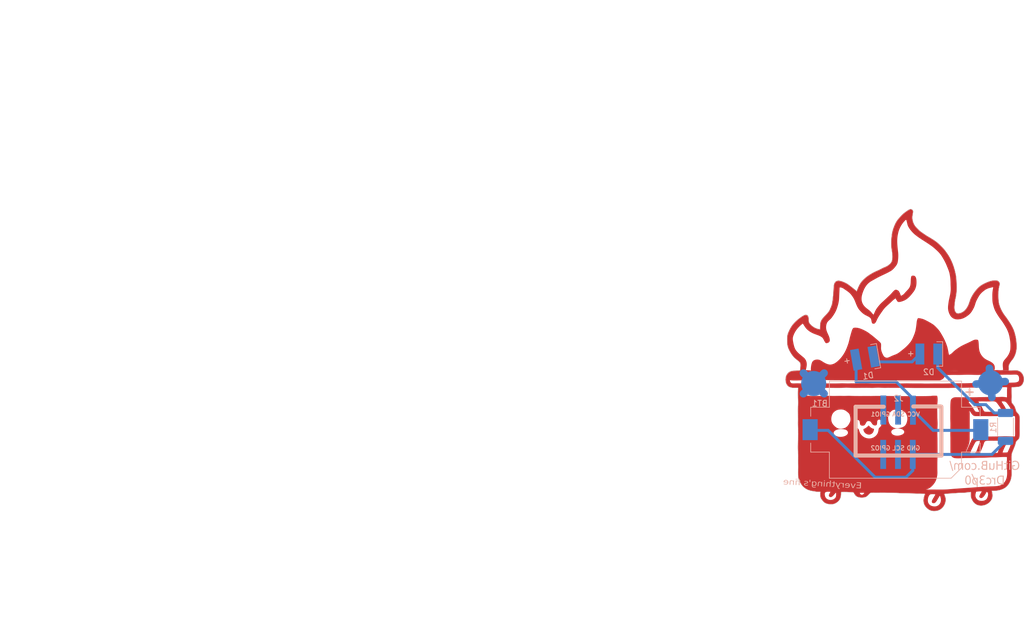
<source format=kicad_pcb>
(kicad_pcb (version 20240108) (generator "pcbnew") (generator_version "8.0")
  (layers (0 "F.Cu" signal) (31 "B.Cu" signal) (34 "B.Paste" user) (35 "F.Paste" user) (36 "B.SilkS" user "B.Silkscreen") (37 "F.SilkS" user "F.Silkscreen") (38 "B.Mask" user) (39 "F.Mask" user) (44 "Edge.Cuts" user))
  (net 0 "")
  (net 1 "Net-(BT1-+)")
  (net 2 "Net-(BT1--)")
  (net 3 "Net-(D1-Pad1)")
  (net 4 "Net-(D2-Pad1)")
  (footprint "DRCgraphics:Simple_Addon_v2-SAO-2x3 SMD" (layer "F.Cu") (at 169.425 114.75)
    (property "Reference" "J2")
    (property "Value" "SAO_header")
  )
  (footprint "Battery:BatteryHolder_Keystone_1060_1x2032" (layer "B.Cu") (at 168.9 114.625 180)
    (property "Reference" "BT1")
    (property "Value" "Battery_Cell")
  )
  (footprint "Resistor_SMD:R_2010_5025Metric_Pad1.40x2.65mm_HandSolder" (layer "B.Cu") (at 187.8 114.15 -90)
    (property "Reference" "R1")
    (property "Value" "R")
  )
  (footprint "LED_SMD:3mm LED sideways mount" (layer "B.Cu") (at 163.65 102.325 -170)
    (property "Reference" "D1")
    (property "Value" "LED_3mm")
  )
  (footprint "LED_SMD:3mm LED sideways mount" (layer "B.Cu") (at 174.625 101.625 180)
    (property "Reference" "D2")
    (property "Value" "LED_3mm")
  )
  (gr_poly (pts (xy 152.959274 104.578763) (xy 152.859843 104.574496) (xy 152.677803 104.561155) (xy 152.597298 104.552452) (xy 152.525213 104.542634) (xy 152.462603 104.531902) (xy 152.41052 104.520439) (xy 152.370021 104.508416) (xy 152.342169 104.49604) (xy 152.333316 104.489772) (xy 152.328014 104.483492) (xy 152.3264 104.477208) (xy 152.328607 104.47095) (xy 152.334765 104.464744) (xy 152.345009 104.458615) (xy 152.378276 104.446659) (xy 152.429451 104.43528) (xy 152.499611 104.424661) (xy 152.533327 104.150935) (xy 152.55042 104.011296) (xy 152.565311 103.870839) (xy 152.576234 103.730351) (xy 152.579668 103.660336) (xy 152.581443 103.590608) (xy 152.581347 103.521258) (xy 152.579158 103.452401) (xy 152.57466 103.384112) (xy 152.567623 103.3165) (xy 152.562805 103.28516) (xy 152.556138 103.254983) (xy 152.547721 103.225907) (xy 152.537662 103.19784) (xy 152.526064 103.170714) (xy 152.513027 103.144456) (xy 152.49865 103.118995) (xy 152.483036 103.094247) (xy 152.466284 103.070143) (xy 152.448504 103.046613) (xy 152.429786 103.023579) (xy 152.410246 103.000962) (xy 152.389966 102.978693) (xy 152.369067 102.956697) (xy 152.325797 102.913221) (xy 152.26634 102.860074) (xy 152.206098 102.808402) (xy 152.083923 102.708327) (xy 151.83767 102.51329) (xy 151.716362 102.413768) (xy 151.656769 102.362513) (xy 151.598111 102.309874) (xy 151.540564 102.255578) (xy 151.484305 102.199335) (xy 151.429504 102.140855) (xy 151.376329 102.079863) (xy 151.30912 101.99817) (xy 151.243066 101.91445) (xy 151.178252 101.82885) (xy 151.114778 101.741499) (xy 151.052737 101.652525) (xy 150.992218 101.562084) (xy 150.933304 101.470298) (xy 150.876098 101.377304) (xy 150.820684 101.283236) (xy 150.76716 101.188235) (xy 150.715609 101.092431) (xy 150.666135 100.995973) (xy 150.618817 100.898984) (xy 150.573761 100.801603) (xy 150.53105 100.703967) (xy 150.490763 100.606211) (xy 150.450738 100.498208) (xy 150.416416 100.390318) (xy 150.387386 100.28247) (xy 150.363214 100.174599) (xy 150.343477 100.066638) (xy 150.327756 99.958508) (xy 150.31562 99.850154) (xy 150.306639 99.741508) (xy 150.300403 99.632495) (xy 150.296481 99.523054) (xy 150.293872 99.302617) (xy 150.297707 98.853621) (xy 150.301057 98.73797) (xy 150.308797 98.622984) (xy 150.314439 98.565789) (xy 150.321321 98.508823) (xy 150.329497 98.452091) (xy 150.339016 98.395639) (xy 150.349937 98.339454) (xy 150.362291 98.283575) (xy 150.376132 98.228013) (xy 150.39152 98.172793) (xy 150.408501 98.117933) (xy 150.427118 98.063444) (xy 150.447427 98.009357) (xy 150.469467 97.955689) (xy 150.546981 97.775988) (xy 150.628023 97.596703) (xy 150.71334 97.418822) (xy 150.803698 97.243328) (xy 150.899862 97.071222) (xy 150.950346 96.986745) (xy 151.002575 96.90348) (xy 151.056622 96.821565) (xy 151.112594 96.741108) (xy 151.170585 96.662237) (xy 151.230686 96.585083) (xy 151.31881 96.475453) (xy 151.409941 96.368337) (xy 151.503928 96.263683) (xy 151.600603 96.16144) (xy 151.699804 96.061531) (xy 151.80137 95.963921) (xy 151.905144 95.868543) (xy 152.010969 95.775339) (xy 152.118673 95.684256) (xy 152.228095 95.595231) (xy 152.339088 95.508211) (xy 152.451478 95.423129) (xy 152.679815 95.258573) (xy 152.911822 95.101117) (xy 152.972907 95.062626) (xy 153.035967 95.024534) (xy 153.100784 94.987774) (xy 153.13378 94.97017) (xy 153.167136 94.953237) (xy 153.200818 94.937099) (xy 153.23481 94.921866) (xy 153.269071 94.907649) (xy 153.303583 94.894564) (xy 153.338317 94.882728) (xy 153.37324 94.872254) (xy 153.408338 94.863258) (xy 153.443574 94.855853) (xy 153.463442 94.853471) (xy 153.483482 94.852117) (xy 153.503637 94.851761) (xy 153.523869 94.852392) (xy 153.544129 94.853986) (xy 153.564382 94.856525) (xy 153.604672 94.864371) (xy 153.644375 94.875751) (xy 153.683137 94.89052) (xy 153.720607 94.908534) (xy 153.756426 94.929619) (xy 153.79024 94.953631) (xy 153.806282 94.966683) (xy 153.821699 94.98041) (xy 153.836424 94.994781) (xy 153.850438 95.009791) (xy 153.863678 95.025418) (xy 153.876104 95.041633) (xy 153.88768 95.058431) (xy 153.898355 95.075778) (xy 153.908077 95.093659) (xy 153.916813 95.112058) (xy 153.924517 95.130954) (xy 153.931141 95.150329) (xy 153.936645 95.170162) (xy 153.940975 95.190431) (xy 153.956978 95.267151) (xy 153.968747 95.344195) (xy 153.977176 95.421404) (xy 153.983174 95.498622) (xy 154.000832 95.804624) (xy 154.008168 95.879651) (xy 154.018477 95.953789) (xy 154.032651 96.026879) (xy 154.051593 96.098776) (xy 154.076214 96.16933) (xy 154.090931 96.204057) (xy 154.107405 96.238393) (xy 154.125747 96.272312) (xy 154.146077 96.305804) (xy 154.168495 96.338846) (xy 154.193117 96.371414) (xy 154.275465 96.470024) (xy 154.362381 96.564518) (xy 154.453639 96.654697) (xy 154.549041 96.74038) (xy 154.648358 96.821371) (xy 154.751372 96.897481) (xy 154.857873 96.968522) (xy 154.96764 97.034308) (xy 155.08046 97.09464) (xy 155.196113 97.149327) (xy 155.314391 97.198185) (xy 155.435059 97.24102) (xy 155.557926 97.277649) (xy 155.682754 97.307877) (xy 155.80934 97.331508) (xy 155.937459 97.348361) (xy 155.941098 96.993288) (xy 155.943893 96.812557) (xy 155.951623 96.631713) (xy 155.958346 96.541711) (xy 155.96751 96.452249) (xy 155.979504 96.363507) (xy 155.994749 96.27567) (xy 156.013629 96.188942) (xy 156.03656 96.103493) (xy 156.063932 96.019523) (xy 156.096157 95.937218) (xy 156.132977 95.864154) (xy 156.172339 95.793003) (xy 156.214073 95.723664) (xy 156.257981 95.655985) (xy 156.351618 95.525141) (xy 156.451807 95.399462) (xy 156.557099 95.277943) (xy 156.666036 95.159575) (xy 156.889067 94.928246) (xy 157.109292 94.697401) (xy 157.214726 94.579637) (xy 157.315111 94.458958) (xy 157.408994 94.33437) (xy 157.453049 94.270289) (xy 157.494928 94.204855) (xy 157.534461 94.137933) (xy 157.571462 94.069396) (xy 157.605745 93.999131) (xy 157.637144 93.927003) (xy 157.704224 93.777452) (xy 157.769194 93.62822) (xy 157.830888 93.478589) (xy 157.888164 93.327836) (xy 157.91478 93.25181) (xy 157.93987 93.175247) (xy 157.963273 93.098035) (xy 157.984858 93.020102) (xy 158.004461 92.941356) (xy 158.021959 92.861692) (xy 158.0372 92.781035) (xy 158.050042 92.699296) (xy 158.090262 92.396643) (xy 158.126931 92.093612) (xy 158.160047 91.790209) (xy 158.189597 91.486448) (xy 158.215562 91.182329) (xy 158.237954 90.877865) (xy 158.256752 90.573065) (xy 158.271954 90.267929) (xy 158.281667 90.099577) (xy 158.289085 90.010928) (xy 158.298961 89.920559) (xy 158.311881 89.829421) (xy 158.328419 89.738447) (xy 158.349154 89.648604) (xy 158.374664 89.560823) (xy 158.405513 89.47605) (xy 158.442286 89.39523) (xy 158.463072 89.356606) (xy 158.485553 89.319319) (xy 158.5098 89.283499) (xy 158.535894 89.249253) (xy 158.563897 89.216717) (xy 158.593886 89.185987) (xy 158.625926 89.157196) (xy 158.660101 89.130458) (xy 158.69647 89.105896) (xy 158.735116 89.083625) (xy 158.776102 89.06375) (xy 158.819506 89.04641) (xy 158.877414 89.028053) (xy 158.936367 89.014273) (xy 158.996216 89.00479) (xy 159.056765 88.999298) (xy 159.117856 88.997523) (xy 159.179316 88.999181) (xy 159.240969 89.003978) (xy 159.302652 89.011635) (xy 159.364192 89.021857) (xy 159.425413 89.034352) (xy 159.486147 89.048853) (xy 159.546222 89.065061) (xy 159.605469 89.082686) (xy 159.663717 89.101447) (xy 159.776523 89.141223) (xy 159.930326 89.202728) (xy 160.083579 89.266784) (xy 160.235482 89.33434) (xy 160.385225 89.406324) (xy 160.459032 89.444274) (xy 160.532002 89.48369) (xy 160.60403 89.524687) (xy 160.675014 89.567375) (xy 160.744861 89.611886) (xy 160.813455 89.658323) (xy 160.880709 89.706817) (xy 160.946519 89.757478) (xy 161.109729 89.886997) (xy 161.274204 90.014549) (xy 161.603826 90.268274) (xy 161.76739 90.396703) (xy 161.929066 90.527673) (xy 162.088067 90.662314) (xy 162.243612 90.801743) (xy 162.33165 90.568027) (xy 162.421825 90.337763) (xy 162.516806 90.111638) (xy 162.566928 90.000339) (xy 162.61924 89.890334) (xy 162.674081 89.781697) (xy 162.731779 89.674533) (xy 162.792678 89.568913) (xy 162.857098 89.464931) (xy 162.925375 89.36266) (xy 162.997835 89.262196) (xy 163.074822 89.163625) (xy 163.156658 89.067021) (xy 163.296658 88.914251) (xy 163.443259 88.766828) (xy 163.595979 88.624686) (xy 163.754354 88.487737) (xy 163.917912 88.355888) (xy 164.086173 88.229059) (xy 164.25868 88.107164) (xy 164.434946 87.990117) (xy 164.614504 87.877842) (xy 164.796884 87.770251) (xy 164.981615 87.667243) (xy 165.168224 87.568761) (xy 165.35623 87.474705) (xy 165.545172 87.38499) (xy 165.73458 87.29953) (xy 165.923975 87.218254) (xy 166.062823 87.153326) (xy 166.19961 87.084773) (xy 166.470412 86.942927) (xy 166.606121 86.872689) (xy 166.743146 86.804944) (xy 166.882356 86.74123) (xy 166.953038 86.711356) (xy 167.024581 86.683064) (xy 167.114753 86.646669) (xy 167.205838 86.606557) (xy 167.297258 86.56275) (xy 167.388451 86.51529) (xy 167.478846 86.464205) (xy 167.56787 86.40952) (xy 167.654943 86.35127) (xy 167.739517 86.289487) (xy 167.820995 86.224205) (xy 167.898826 86.155451) (xy 167.972424 86.083257) (xy 168.041228 86.007649) (xy 168.104671 85.928671) (xy 168.162174 85.846338) (xy 168.213166 85.760695) (xy 168.257095 85.67177) (xy 168.288352 85.562439) (xy 168.313828 85.45057) (xy 168.333885 85.336504) (xy 168.348867 85.220578) (xy 168.359137 85.103155) (xy 168.365048 84.984555) (xy 168.366958 84.86514) (xy 168.365214 84.745239) (xy 168.360181 84.625201) (xy 168.352212 84.505378) (xy 168.328877 84.26771) (xy 168.298058 84.034983) (xy 168.26259 83.809949) (xy 168.235043 83.637365) (xy 168.212074 83.463676) (xy 168.193528 83.289022) (xy 168.179236 83.11358) (xy 168.169047 82.937488) (xy 168.1628 82.760917) (xy 168.161505 82.406967) (xy 168.174106 82.052978) (xy 168.199314 81.700227) (xy 168.23587 81.349967) (xy 168.282514 81.003472) (xy 168.302216 80.884091) (xy 168.324673 80.765546) (xy 168.349783 80.647806) (xy 168.377453 80.530851) (xy 168.440087 80.299204) (xy 168.511807 80.070412) (xy 168.591836 79.844291) (xy 168.679399 79.62066) (xy 168.773719 79.399331) (xy 168.874039 79.180118) (xy 168.904762 79.115756) (xy 168.936878 79.05225) (xy 168.970352 78.989583) (xy 169.005139 78.927749) (xy 169.041206 78.866728) (xy 169.078507 78.806501) (xy 169.117006 78.747059) (xy 169.15666 78.68839) (xy 169.19744 78.630472) (xy 169.239289 78.573304) (xy 169.326085 78.461137) (xy 169.416725 78.351761) (xy 169.510905 78.245091) (xy 169.749885 77.980725) (xy 169.868201 77.850465) (xy 169.988215 77.722864) (xy 170.049434 77.66039) (xy 170.111769 77.598974) (xy 170.175454 77.53874) (xy 170.240713 77.479824) (xy 170.307791 77.422354) (xy 170.37691 77.366454) (xy 170.448298 77.312262) (xy 170.5222 77.259904) (xy 170.626079 77.186432) (xy 170.731713 77.109455) (xy 170.839252 77.031597) (xy 170.948839 76.955467) (xy 171.004435 76.918869) (xy 171.060607 76.883682) (xy 171.117362 76.850239) (xy 171.174717 76.818869) (xy 171.232689 76.789887) (xy 171.291305 76.763632) (xy 171.35057 76.740423) (xy 171.410513 76.720592) (xy 171.435152 76.713041) (xy 171.459812 76.707373) (xy 171.484447 76.703511) (xy 171.508999 76.701426) (xy 171.533398 76.701042) (xy 171.557602 76.702312) (xy 171.581547 76.705181) (xy 171.605177 76.709596) (xy 171.628436 76.715505) (xy 171.65126 76.722845) (xy 171.673603 76.731561) (xy 171.695403 76.741606) (xy 171.716594 76.752917) (xy 171.737133 76.765448) (xy 171.756958 76.779136) (xy 171.776011 76.793931) (xy 171.794232 76.809772) (xy 171.811567 76.826613) (xy 171.82796 76.8444) (xy 171.843354 76.863068) (xy 171.857683 76.882568) (xy 171.870903 76.902845) (xy 171.882949 76.92384) (xy 171.893765 76.945501) (xy 171.903302 76.967781) (xy 171.911493 76.990617) (xy 171.918276 77.013951) (xy 171.92361 77.037731) (xy 171.927425 77.061904) (xy 171.929671 77.086418) (xy 171.93029 77.111212) (xy 171.929215 77.136234) (xy 171.924936 77.192698) (xy 171.919197 77.249016) (xy 171.904226 77.361302) (xy 171.886027 77.473298) (xy 171.866357 77.585206) (xy 171.846938 77.697244) (xy 171.829512 77.809626) (xy 171.815823 77.922548) (xy 171.810928 77.979288) (xy 171.807613 78.036236) (xy 171.804341 78.124696) (xy 171.804747 78.213018) (xy 171.808751 78.301126) (xy 171.816251 78.38893) (xy 171.827158 78.476352) (xy 171.841365 78.563308) (xy 171.858786 78.649695) (xy 171.879319 78.735451) (xy 171.902874 78.820478) (xy 171.929351 78.904696) (xy 171.958653 78.988023) (xy 171.990694 79.070366) (xy 172.025364 79.151653) (xy 172.062578 79.231791) (xy 172.102243 79.310697) (xy 172.144253 79.388288) (xy 172.180966 79.449747) (xy 172.220129 79.510223) (xy 172.261517 79.569754) (xy 172.30492 79.628381) (xy 172.350117 79.686126) (xy 172.396907 79.743023) (xy 172.445059 79.799119) (xy 172.494377 79.854431) (xy 172.595614 79.962872) (xy 172.698902 80.068629) (xy 172.904783 80.273172) (xy 172.963223 80.329524) (xy 173.022576 80.383825) (xy 173.082779 80.436266) (xy 173.143794 80.487036) (xy 173.205544 80.53634) (xy 173.267982 80.584372) (xy 173.394712 80.677395) (xy 173.523535 80.767683) (xy 173.654008 80.856812) (xy 173.918137 81.037829) (xy 174.028629 81.114736) (xy 174.140464 81.189325) (xy 174.367367 81.332933) (xy 174.597227 81.471429) (xy 174.828434 81.607619) (xy 175.059396 81.744292) (xy 175.288487 81.884236) (xy 175.514091 82.030258) (xy 175.625094 82.106419) (xy 175.734621 82.185144) (xy 175.826773 82.247981) (xy 175.916346 82.312975) (xy 176.003575 82.379964) (xy 176.088697 82.448789) (xy 176.171964 82.519288) (xy 176.253607 82.591305) (xy 176.412963 82.739232) (xy 176.568683 82.891272) (xy 176.722668 83.046152) (xy 177.033082 83.35926) (xy 177.084817 83.412385) (xy 177.135238 83.466338) (xy 177.184433 83.521088) (xy 177.232517 83.576572) (xy 177.325699 83.68958) (xy 177.415584 83.80497) (xy 177.502958 83.922351) (xy 177.588601 84.041349) (xy 177.757893 84.282619) (xy 177.898477 84.484569) (xy 178.032273 84.691852) (xy 178.15938 84.904067) (xy 178.279897 85.120825) (xy 178.393922 85.341716) (xy 178.501562 85.566352) (xy 178.602912 85.794326) (xy 178.698078 86.025247) (xy 178.787155 86.258707) (xy 178.870246 86.49431) (xy 178.947452 86.731665) (xy 179.01887 86.970368) (xy 179.084611 87.21002) (xy 179.144765 87.450225) (xy 179.199432 87.690579) (xy 179.248723 87.930691) (xy 179.273377 88.04214) (xy 179.294522 88.153407) (xy 179.312489 88.264532) (xy 179.327625 88.375554) (xy 179.350766 88.597484) (xy 179.366717 88.819521) (xy 179.388035 89.265289) (xy 179.398917 89.4897) (xy 179.413607 89.715572) (xy 179.422846 89.916346) (xy 179.426181 90.116781) (xy 179.424153 90.316946) (xy 179.417302 90.516892) (xy 179.406169 90.71668) (xy 179.391285 90.916364) (xy 179.373206 91.115995) (xy 179.352462 91.315638) (xy 179.3412 91.405173) (xy 179.327958 91.494269) (xy 179.296727 91.671365) (xy 179.261118 91.847462) (xy 179.223473 92.023097) (xy 179.186158 92.1988) (xy 179.151512 92.375093) (xy 179.121894 92.552506) (xy 179.109697 92.641811) (xy 179.09964 92.731589) (xy 179.06724 93.022267) (xy 179.051217 93.170069) (xy 179.037811 93.318557) (xy 179.028911 93.467014) (xy 179.026745 93.541004) (xy 179.026406 93.614716) (xy 179.02814 93.688064) (xy 179.032178 93.760958) (xy 179.038757 93.833303) (xy 179.048112 93.905015) (xy 179.057256 93.947618) (xy 179.067689 93.991029) (xy 179.079488 94.03499) (xy 179.092688 94.079262) (xy 179.107331 94.123594) (xy 179.123476 94.16775) (xy 179.141158 94.211485) (xy 179.160443 94.254535) (xy 179.181366 94.296676) (xy 179.203982 94.337647) (xy 179.228338 94.377216) (xy 179.254474 94.415128) (xy 179.282455 94.451145) (xy 179.312315 94.485006) (xy 179.344108 94.516478) (xy 179.377881 94.545319) (xy 179.397591 94.555327) (xy 179.417796 94.564366) (xy 179.459571 94.579674) (xy 179.502946 94.591476) (xy 179.54768 94.600013) (xy 179.593502 94.605517) (xy 179.640175 94.608224) (xy 179.68744 94.608375) (xy 179.735043 94.606209) (xy 179.782742 94.601949) (xy 179.830274 94.595849) (xy 179.877393 94.58813) (xy 179.923836 94.579039) (xy 179.969361 94.568804) (xy 180.013716 94.557671) (xy 180.097883 94.533639) (xy 180.200716 94.495299) (xy 180.300026 94.450378) (xy 180.395796 94.399251) (xy 180.488047 94.342327) (xy 180.576754 94.280001) (xy 180.661928 94.21267) (xy 180.743559 94.140731) (xy 180.821654 94.064572) (xy 180.89621 93.984609) (xy 180.967215 93.90122) (xy 181.03468 93.814805) (xy 181.098588 93.725768) (xy 181.158949 93.634503) (xy 181.215758 93.541401) (xy 181.269013 93.44686) (xy 181.31871 93.351278) (xy 181.366492 93.255791) (xy 181.41051 93.159292) (xy 181.451314 93.061952) (xy 181.489481 92.963916) (xy 181.560148 92.766401) (xy 181.627009 92.567988) (xy 181.694586 92.369937) (xy 181.767382 92.173478) (xy 181.807141 92.076248) (xy 181.849896 91.979877) (xy 181.896213 91.884531) (xy 181.946648 91.790368) (xy 182.006162 91.677769) (xy 182.067969 91.566671) (xy 182.132011 91.457069) (xy 182.198258 91.348957) (xy 182.266665 91.242334) (xy 182.337171 91.13717) (xy 182.409744 91.033485) (xy 182.484331 90.931248) (xy 182.56089 90.830468) (xy 182.639375 90.731125) (xy 182.719749 90.633214) (xy 182.801957 90.536729) (xy 182.971698 90.348) (xy 183.148247 90.16488) (xy 183.222443 90.094074) (xy 183.299333 90.026318) (xy 183.378709 89.961471) (xy 183.460367 89.899356) (xy 183.544104 89.839829) (xy 183.629716 89.782719) (xy 183.716982 89.727872) (xy 183.805722 89.67512) (xy 183.895722 89.62431) (xy 183.98676 89.575283) (xy 184.171178 89.481932) (xy 184.357337 89.393774) (xy 184.543587 89.309543) (xy 184.641586 89.266788) (xy 184.741457 89.225744) (xy 184.843043 89.186626) (xy 184.946146 89.149647) (xy 185.050588 89.115028) (xy 185.156192 89.082972) (xy 185.262767 89.053702) (xy 185.370158 89.02743) (xy 185.478159 89.004375) (xy 185.586606 88.984745) (xy 185.695306 88.968754) (xy 185.804086 88.956617) (xy 185.912769 88.948553) (xy 186.021163 88.944769) (xy 186.1291 88.945486) (xy 186.236401 88.95092) (xy 186.270795 88.95422) (xy 186.304626 88.959433) (xy 186.337849 88.966507) (xy 186.370405 88.975384) (xy 186.402246 88.985986) (xy 186.433312 88.998266) (xy 186.463551 89.012167) (xy 186.492907 89.027602) (xy 186.521334 89.044542) (xy 186.548762 89.0629) (xy 186.575156 89.082632) (xy 186.600452 89.103664) (xy 186.624591 89.125937) (xy 186.647534 89.149396) (xy 186.669211 89.173978) (xy 186.68958 89.199617) (xy 186.708575 89.226255) (xy 186.726155 89.253828) (xy 186.74226 89.282285) (xy 186.756842 89.311548) (xy 186.769833 89.341565) (xy 186.781191 89.372274) (xy 186.790858 89.403615) (xy 186.798781 89.435525) (xy 186.804905 89.467935) (xy 186.809177 89.500801) (xy 186.811542 89.534047) (xy 186.811947 89.567614) (xy 186.810337 89.601444) (xy 186.806666 89.635473) (xy 186.800862 89.669643) (xy 186.792889 89.703889) (xy 186.720158 90.013436) (xy 186.685922 90.167916) (xy 186.654707 90.322723) (xy 186.627714 90.478237) (xy 186.606133 90.634843) (xy 186.597749 90.713679) (xy 186.591175 90.792936) (xy 186.586555 90.872657) (xy 186.584033 90.952894) (xy 186.574915 91.450454) (xy 186.575026 91.701602) (xy 186.580601 91.953105) (xy 186.593388 92.204064) (xy 186.615137 92.453566) (xy 186.629934 92.57749) (xy 186.647625 92.700701) (xy 186.668435 92.823098) (xy 186.69258 92.944558) (xy 186.736694 93.106951) (xy 186.785732 93.266955) (xy 186.83955 93.424623) (xy 186.898023 93.58001) (xy 186.961009 93.73316) (xy 187.028382 93.884115) (xy 187.1 94.03293) (xy 187.175728 94.179653) (xy 187.255435 94.324327) (xy 187.338984 94.467003) (xy 187.426236 94.607741) (xy 187.517067 94.746575) (xy 187.611337 94.883556) (xy 187.708907 95.01873) (xy 187.809642 95.152148) (xy 187.913413 95.283865) (xy 188.103221 95.554362) (xy 188.292124 95.829541) (xy 188.477406 96.109503) (xy 188.656346 96.394348) (xy 188.826234 96.684182) (xy 188.90694 96.831007) (xy 188.984362 96.979117) (xy 189.058168 97.128531) (xy 189.128017 97.279253) (xy 189.193564 97.431305) (xy 189.254478 97.584697) (xy 189.315467 97.765373) (xy 189.371967 97.947185) (xy 189.423992 98.130076) (xy 189.471578 98.313969) (xy 189.514753 98.498786) (xy 189.553543 98.684479) (xy 189.587979 98.870965) (xy 189.618086 99.058176) (xy 189.643891 99.24605) (xy 189.665431 99.434519) (xy 189.682726 99.623512) (xy 189.695802 99.812956) (xy 189.704693 100.002787) (xy 189.709432 100.192935) (xy 189.710036 100.383336) (xy 189.706535 100.573919) (xy 189.698369 100.692017) (xy 189.686717 100.809736) (xy 189.671583 100.926967) (xy 189.652953 101.043601) (xy 189.630809 101.159545) (xy 189.605146 101.274672) (xy 189.575946 101.388887) (xy 189.543194 101.50208) (xy 189.506897 101.614153) (xy 189.467019 101.724987) (xy 189.42356 101.834479) (xy 189.376512 101.942525) (xy 189.32585 102.049019) (xy 189.271575 102.153859) (xy 189.213662 102.256915) (xy 189.152111 102.358107) (xy 189.119899 102.407682) (xy 189.086505 102.456261) (xy 189.052105 102.504009) (xy 189.01691 102.551052) (xy 188.94482 102.643623) (xy 188.871721 102.73511) (xy 188.799113 102.826664) (xy 188.72847 102.919421) (xy 188.69435 102.966612) (xy 188.661287 103.014535) (xy 188.629463 103.063328) (xy 188.599069 103.11314) (xy 188.55746 103.185874) (xy 188.51614 103.261128) (xy 188.496077 103.299609) (xy 188.476669 103.338609) (xy 188.458115 103.378087) (xy 188.440617 103.41801) (xy 188.424365 103.458329) (xy 188.40956 103.499013) (xy 188.396394 103.540024) (xy 188.385066 103.581322) (xy 188.375764 103.622874) (xy 188.368703 103.66463) (xy 188.36406 103.706567) (xy 188.362048 103.748636) (xy 188.361619 103.835077) (xy 188.362893 103.92134) (xy 188.367279 104.093519) (xy 188.368774 104.179577) (xy 188.368704 104.265702) (xy 188.36627 104.351957) (xy 188.360665 104.4384) (xy 188.201263 104.439691) (xy 188.04282 104.444599) (xy 187.727491 104.459096) (xy 187.569945 104.465625) (xy 187.412031 104.469606) (xy 187.253426 104.469522) (xy 187.0938 104.463826) (xy 186.962702 104.454955) (xy 186.832058 104.444035) (xy 186.571408 104.420455) (xy 186.44103 104.409993) (xy 186.310375 104.401892) (xy 186.179253 104.397258) (xy 186.047471 104.397179) (xy 186.131882 104.391074) (xy 186.21612 104.387201) (xy 186.384166 104.384713) (xy 186.719118 104.390659) (xy 186.886369 104.393328) (xy 187.053686 104.391966) (xy 187.137428 104.388868) (xy 187.221247 104.383676) (xy 187.305174 104.376032) (xy 187.389223 104.365583) (xy 187.335204 103.729141) (xy 187.328561 103.567753) (xy 187.328168 103.487545) (xy 187.330191 103.407862) (xy 187.334969 103.32885) (xy 187.342843 103.250655) (xy 187.354174 103.173438) (xy 187.369295 103.097337) (xy 187.379258 103.062116) (xy 187.390804 103.027276) (xy 187.403852 102.992815) (xy 187.418322 102.958717) (xy 187.451198 102.891547) (xy 187.488798 102.82567) (xy 187.530463 102.760957) (xy 187.575566 102.697318) (xy 187.623449 102.634636) (xy 187.673473 102.572797) (xy 187.777373 102.451246) (xy 187.882117 102.331784) (xy 187.982542 102.213551) (xy 188.029517 102.154616) (xy 188.073492 102.095671) (xy 188.131302 102.015568) (xy 188.186883 101.933767) (xy 188.24006 101.850304) (xy 188.290675 101.765259) (xy 188.338549 101.678699) (xy 188.383519 101.590665) (xy 188.425416 101.501227) (xy 188.464068 101.410452) (xy 188.499295 101.318392) (xy 188.530953 101.225117) (xy 188.558852 101.130684) (xy 188.582833 101.035155) (xy 188.60272 100.938593) (xy 188.618352 100.841054) (xy 188.629557 100.742604) (xy 188.636166 100.643305) (xy 188.643075 100.474493) (xy 188.647046 100.305194) (xy 188.647641 100.13562) (xy 188.644403 99.965988) (xy 188.636925 99.796521) (xy 188.624761 99.627429) (xy 188.607474 99.458931) (xy 188.584633 99.291253) (xy 188.517007 98.886465) (xy 188.47923 98.686264) (xy 188.436754 98.487606) (xy 188.388027 98.290561) (xy 188.360843 98.192663) (xy 188.331511 98.09519) (xy 188.299844 97.998151) (xy 188.265652 97.901558) (xy 188.228738 97.805415) (xy 188.188907 97.709729) (xy 188.150175 97.613807) (xy 188.109312 97.519416) (xy 188.06646 97.426439) (xy 188.021782 97.334722) (xy 187.927539 97.154575) (xy 187.827795 96.977885) (xy 187.723762 96.803575) (xy 187.61668 96.630571) (xy 187.39815 96.284164) (xy 187.351249 96.211363) (xy 187.303146 96.139468) (xy 187.203994 95.997883) (xy 187.102023 95.858413) (xy 186.998561 95.720034) (xy 186.894941 95.581766) (xy 186.792488 95.442577) (xy 186.692532 95.301477) (xy 186.5964 95.157459) (xy 186.483907 94.983969) (xy 186.371497 94.8068) (xy 186.261291 94.626112) (xy 186.155421 94.442097) (xy 186.104777 94.348897) (xy 186.056025 94.254921) (xy 186.009421 94.16021) (xy 185.965234 94.064772) (xy 185.923733 93.968634) (xy 185.885181 93.871818) (xy 185.84985 93.77435) (xy 185.817999 93.676239) (xy 185.764914 93.500152) (xy 185.714686 93.324476) (xy 185.668561 93.148651) (xy 185.627788 92.972131) (xy 185.593619 92.794352) (xy 185.579398 92.704818) (xy 185.567299 92.614762) (xy 185.55747 92.524111) (xy 185.550076 92.43281) (xy 185.545266 92.340768) (xy 185.543196 92.247924) (xy 185.537979 91.892178) (xy 185.535493 91.712743) (xy 185.534948 91.533083) (xy 185.537767 91.353809) (xy 185.545324 91.175532) (xy 185.559037 90.998861) (xy 185.568635 90.911324) (xy 185.580298 90.82442) (xy 185.605984 90.651914) (xy 185.6338 90.479534) (xy 185.690907 90.134651) (xy 185.506248 90.170883) (xy 185.322747 90.209909) (xy 185.141186 90.253883) (xy 185.051372 90.278392) (xy 184.962323 90.304949) (xy 184.874147 90.333809) (xy 184.786943 90.365254) (xy 184.700794 90.399541) (xy 184.615804 90.436954) (xy 184.532076 90.477747) (xy 184.449701 90.522192) (xy 184.368768 90.570563) (xy 184.289383 90.623122) (xy 184.148562 90.725639) (xy 184.009023 90.833848) (xy 183.940216 90.8901) (xy 183.872337 90.947811) (xy 183.805569 91.006982) (xy 183.740112 91.067622) (xy 183.676172 91.129747) (xy 183.613949 91.19336) (xy 183.55363 91.258476) (xy 183.495428 91.325109) (xy 183.439536 91.393256) (xy 183.38615 91.462937) (xy 183.33548 91.534161) (xy 183.287712 91.606938) (xy 183.224584 91.708719) (xy 183.162964 91.811517) (xy 183.102804 91.915245) (xy 183.044077 92.019835) (xy 182.986731 92.125194) (xy 182.930727 92.231244) (xy 182.876032 92.337909) (xy 182.822595 92.445103) (xy 182.786573 92.521509) (xy 182.753444 92.598662) (xy 182.72279 92.676451) (xy 182.694179 92.754775) (xy 182.641442 92.912558) (xy 182.591843 93.071148) (xy 182.54203 93.229673) (xy 182.488612 93.387257) (xy 182.459503 93.465435) (xy 182.428221 93.543048) (xy 182.39436 93.619994) (xy 182.357486 93.696161) (xy 182.27027 93.863863) (xy 182.18056 94.028347) (xy 182.086564 94.188729) (xy 182.037401 94.267099) (xy 181.986496 94.344112) (xy 181.933631 94.419646) (xy 181.878572 94.493598) (xy 181.821108 94.565849) (xy 181.761008 94.636299) (xy 181.698046 94.70482) (xy 181.632003 94.771315) (xy 181.562662 94.835669) (xy 181.489779 94.897761) (xy 181.411359 94.960597) (xy 181.331453 95.022185) (xy 181.250073 95.082309) (xy 181.167237 95.14074) (xy 181.08295 95.197247) (xy 180.997241 95.251611) (xy 180.910107 95.303603) (xy 180.821568 95.352996) (xy 180.731634 95.399561) (xy 180.640324 95.443076) (xy 180.547648 95.483312) (xy 180.453616 95.520039) (xy 180.358251 95.553034) (xy 180.261544 95.582076) (xy 180.16353 95.606934) (xy 180.064212 95.627373) (xy 179.982122 95.641687) (xy 179.900011 95.654059) (xy 179.817954 95.664228) (xy 179.736024 95.671942) (xy 179.654302 95.676956) (xy 179.57286 95.679013) (xy 179.491775 95.677856) (xy 179.411116 95.673236) (xy 179.330975 95.664892) (xy 179.251407 95.652576) (xy 179.1725 95.636031) (xy 179.094327 95.61501) (xy 179.01696 95.589252) (xy 178.940481 95.558503) (xy 178.864963 95.522522) (xy 178.790481 95.48104) (xy 178.750025 95.456179) (xy 178.710823 95.430046) (xy 178.672862 95.402693) (xy 178.636103 95.374155) (xy 178.600533 95.34449) (xy 178.566125 95.313727) (xy 178.532858 95.281905) (xy 178.500707 95.249085) (xy 178.439663 95.180579) (xy 178.382797 95.108552) (xy 178.32994 95.033342) (xy 178.280883 94.9553) (xy 178.23545 94.874754) (xy 178.193456 94.792058) (xy 178.154714 94.707552) (xy 178.119026 94.621576) (xy 178.086216 94.534477) (xy 178.056093 94.446582) (xy 178.028468 94.358252) (xy 178.003157 94.269821) (xy 177.979294 94.173695) (xy 177.960297 94.078211) (xy 177.945819 93.983277) (xy 177.935527 93.888809) (xy 177.929092 93.794694) (xy 177.926159 93.70085) (xy 177.926398 93.60718) (xy 177.929474 93.513587) (xy 177.935043 93.419978) (xy 177.942774 93.326259) (xy 177.963352 93.138106) (xy 178.015522 92.756322) (xy 178.052866 92.521759) (xy 178.09762 92.289082) (xy 178.198271 91.826612) (xy 178.248625 91.59543) (xy 178.295308 91.363365) (xy 178.335555 91.129719) (xy 178.352396 91.012092) (xy 178.366586 90.893805) (xy 178.376657 90.806709) (xy 178.384112 90.720292) (xy 178.389233 90.634446) (xy 178.392266 90.549087) (xy 178.393206 90.379411) (xy 178.389094 90.210486) (xy 178.374316 89.87175) (xy 178.367979 89.700384) (xy 178.365212 89.526638) (xy 178.362535 89.318092) (xy 178.354987 89.109854) (xy 178.342522 88.901965) (xy 178.325111 88.694482) (xy 178.302708 88.487455) (xy 178.27527 88.280926) (xy 178.242763 88.074936) (xy 178.205145 87.869549) (xy 178.185976 87.780443) (xy 178.164652 87.692377) (xy 178.141348 87.605246) (xy 178.116216 87.518938) (xy 178.061138 87.348385) (xy 178.000753 87.179868) (xy 177.936372 87.01254) (xy 177.869319 86.845556) (xy 177.732469 86.509255) (xy 177.639925 86.28605) (xy 177.540484 86.065272) (xy 177.434772 85.846963) (xy 177.323439 85.631152) (xy 177.207108 85.417888) (xy 177.086429 85.207206) (xy 176.96202 84.99915) (xy 176.834537 84.793763) (xy 176.778779 84.708405) (xy 176.721047 84.625096) (xy 176.661438 84.543729) (xy 176.600059 84.464163) (xy 176.536987 84.386267) (xy 176.472321 84.309924) (xy 176.406159 84.234997) (xy 176.338596 84.161359) (xy 176.199605 84.017428) (xy 176.056131 83.877105) (xy 175.908898 83.739358) (xy 175.758658 83.603154) (xy 175.55613 83.424161) (xy 175.346647 83.252379) (xy 175.131121 83.086826) (xy 174.910438 82.926546) (xy 174.457208 82.617877) (xy 173.994141 82.318598) (xy 173.528386 82.02093) (xy 173.067142 81.717096) (xy 172.84045 81.560433) (xy 172.617572 81.399311) (xy 172.399408 81.232758) (xy 172.18685 81.059807) (xy 172.108401 80.988327) (xy 172.030828 80.915324) (xy 171.954247 80.840822) (xy 171.878794 80.764832) (xy 171.804593 80.68736) (xy 171.731769 80.608421) (xy 171.660451 80.528042) (xy 171.590765 80.446214) (xy 171.522855 80.362962) (xy 171.456828 80.278304) (xy 171.392816 80.192244) (xy 171.330955 80.1048) (xy 171.271372 80.015979) (xy 171.214187 79.925801) (xy 171.159538 79.834279) (xy 171.107541 79.741415) (xy 171.073091 79.673331) (xy 171.042608 79.604636) (xy 171.015624 79.535392) (xy 170.991678 79.465663) (xy 170.970305 79.395516) (xy 170.95104 79.325014) (xy 170.916976 79.183214) (xy 170.853739 78.898185) (xy 170.836242 78.827012) (xy 170.817139 78.755995) (xy 170.795975 78.685206) (xy 170.772277 78.614707) (xy 170.766362 78.609546) (xy 170.760489 78.604774) (xy 170.754639 78.60037) (xy 170.748829 78.596351) (xy 170.743045 78.592701) (xy 170.737304 78.589442) (xy 170.731588 78.586553) (xy 170.725913 78.584048) (xy 170.720264 78.581917) (xy 170.714648 78.580164) (xy 170.709066 78.578796) (xy 170.703521 78.577799) (xy 170.698012 78.577183) (xy 170.692529 78.576944) (xy 170.687084 78.577083) (xy 170.681672 78.57761) (xy 170.676294 78.578501) (xy 170.670951 78.579781) (xy 170.665645 78.581432) (xy 170.660372 78.583462) (xy 170.655133 78.585878) (xy 170.649924 78.588663) (xy 170.644756 78.591835) (xy 170.639624 78.595383) (xy 170.63453 78.599307) (xy 170.629464 78.60361) (xy 170.624428 78.608293) (xy 170.61944 78.613354) (xy 170.614482 78.618788) (xy 170.609561 78.624608) (xy 170.60468 78.630801) (xy 170.599833 78.637375) (xy 170.480056 78.760054) (xy 170.365057 78.886849) (xy 170.254957 79.01761) (xy 170.149913 79.152171) (xy 170.050041 79.290386) (xy 169.955492 79.432107) (xy 169.866391 79.577178) (xy 169.782882 79.725444) (xy 169.705091 79.876755) (xy 169.633167 80.030955) (xy 169.567236 80.187891) (xy 169.507436 80.347412) (xy 169.453912 80.509364) (xy 169.406779 80.673595) (xy 169.366194 80.839955) (xy 169.332278 81.008287) (xy 169.293771 81.194156) (xy 169.262906 81.378592) (xy 169.239153 81.561815) (xy 169.221972 81.744039) (xy 169.210827 81.925471) (xy 169.20518 82.106329) (xy 169.204513 82.286821) (xy 169.208271 82.46717) (xy 169.226946 82.828269) (xy 169.256921 83.191327) (xy 169.333658 83.930177) (xy 169.349069 84.042933) (xy 169.361866 84.155778) (xy 169.372125 84.268684) (xy 169.379921 84.381645) (xy 169.388411 84.60766) (xy 169.38793 84.83369) (xy 169.379074 85.059633) (xy 169.362442 85.285358) (xy 169.338631 85.510739) (xy 169.308236 85.735663) (xy 169.299599 85.78851) (xy 169.289183 85.840658) (xy 169.277022 85.892106) (xy 169.26315 85.942862) (xy 169.247598 85.992938) (xy 169.230413 86.042333) (xy 169.211625 86.091059) (xy 169.191273 86.139115) (xy 169.169383 86.18651) (xy 169.14601 86.233257) (xy 169.121173 86.279351) (xy 169.09492 86.324807) (xy 169.067275 86.369622) (xy 169.038289 86.413805) (xy 169.007978 86.457372) (xy 168.976405 86.500317) (xy 168.888356 86.614933) (xy 168.796669 86.728704) (xy 168.701147 86.840449) (xy 168.651869 86.895212) (xy 168.601548 86.949025) (xy 168.550155 87.001756) (xy 168.497667 87.053252) (xy 168.444056 87.103372) (xy 168.389296 87.151966) (xy 168.333345 87.198885) (xy 168.276196 87.243998) (xy 168.217805 87.287131) (xy 168.158163 87.328176) (xy 167.99835 87.422705) (xy 167.836745 87.513427) (xy 167.509145 87.6855) (xy 167.177353 87.848541) (xy 166.843382 88.006694) (xy 166.509209 88.164107) (xy 166.176839 88.324925) (xy 165.848273 88.49329) (xy 165.686044 88.581606) (xy 165.525503 88.673361) (xy 165.162142 88.872197) (xy 164.980722 88.972195) (xy 164.801816 89.075867) (xy 164.713861 89.129856) (xy 164.627194 89.185696) (xy 164.542044 89.243683) (xy 164.458617 89.304143) (xy 164.377149 89.367375) (xy 164.29785 89.433686) (xy 164.220942 89.503388) (xy 164.146654 89.576792) (xy 164.053874 89.67719) (xy 163.966049 89.781151) (xy 163.883024 89.888452) (xy 163.804612 89.99887) (xy 163.730655 90.112176) (xy 163.660974 90.228166) (xy 163.595394 90.346592) (xy 163.533747 90.467256) (xy 163.475856 90.589924) (xy 163.421561 90.71437) (xy 163.37068 90.840374) (xy 163.323039 90.967715) (xy 163.278472 91.096178) (xy 163.236798 91.225526) (xy 163.197858 91.355546) (xy 163.161468 91.48602) (xy 163.138647 91.583866) (xy 163.119229 91.682045) (xy 163.103408 91.780434) (xy 163.091351 91.878915) (xy 163.083237 91.977368) (xy 163.079254 92.075679) (xy 163.079564 92.173716) (xy 163.084351 92.271367) (xy 163.093788 92.36851) (xy 163.108066 92.465027) (xy 163.127343 92.560797) (xy 163.151811 92.655703) (xy 163.181635 92.749624) (xy 163.216996 92.842432) (xy 163.258082 92.934023) (xy 163.305056 93.024258) (xy 163.35606 93.113904) (xy 163.410514 93.198677) (xy 163.468188 93.278998) (xy 163.528866 93.355311) (xy 163.592306 93.428058) (xy 163.658307 93.497658) (xy 163.726625 93.564551) (xy 163.797049 93.629177) (xy 163.869343 93.691967) (xy 163.943296 93.753355) (xy 164.095248 93.87367) (xy 164.409093 94.116613) (xy 164.461726 94.15904) (xy 164.512094 94.202752) (xy 164.560479 94.247631) (xy 164.60715 94.293537) (xy 164.652381 94.340352) (xy 164.696448 94.387941) (xy 164.782151 94.484946) (xy 164.951475 94.682672) (xy 165.03945 94.78134) (xy 165.085213 94.830183) (xy 165.132527 94.878524) (xy 165.204054 94.730487) (xy 165.270868 94.584253) (xy 165.40038 94.29739) (xy 165.468088 94.156875) (xy 165.503774 94.087375) (xy 165.541099 94.018383) (xy 165.580382 93.949915) (xy 165.621922 93.881975) (xy 165.666044 93.814561) (xy 165.713056 93.747693) (xy 165.819287 93.606011) (xy 165.927568 93.466627) (xy 166.038416 93.329831) (xy 166.152325 93.195925) (xy 166.269809 93.065213) (xy 166.391375 92.937981) (xy 166.453848 92.875766) (xy 166.51753 92.814538) (xy 166.582487 92.754328) (xy 166.648781 92.695175) (xy 166.815279 92.544439) (xy 166.980548 92.392313) (xy 167.308323 92.085013) (xy 167.959616 91.466096) (xy 168.010234 91.417973) (xy 168.059671 91.368544) (xy 168.108119 91.318038) (xy 168.155781 91.266666) (xy 168.249475 91.162177) (xy 168.342282 91.056803) (xy 168.43574 90.952268) (xy 168.531365 90.850289) (xy 168.58047 90.800799) (xy 168.630701 90.752597) (xy 168.682233 90.705895) (xy 168.735264 90.660908) (xy 168.755167 90.64395) (xy 168.77582 90.628978) (xy 168.797159 90.61593) (xy 168.819122 90.604737) (xy 168.841654 90.595345) (xy 168.864707 90.587688) (xy 168.888217 90.581714) (xy 168.912126 90.577351) (xy 168.936379 90.574542) (xy 168.960916 90.573227) (xy 168.985668 90.573341) (xy 169.010604 90.574827) (xy 169.03565 90.577622) (xy 169.060751 90.581662) (xy 169.08585 90.586886) (xy 169.110887 90.593243) (xy 169.16056 90.609065) (xy 169.209301 90.628649) (xy 169.256661 90.651507) (xy 169.302182 90.677139) (xy 169.345394 90.705062) (xy 169.385845 90.734775) (xy 169.423076 90.765793) (xy 169.456631 90.797623) (xy 169.490465 90.842342) (xy 169.522038 90.889017) (xy 169.551575 90.937431) (xy 169.579285 90.98736) (xy 169.605398 91.038593) (xy 169.630119 91.090903) (xy 169.653684 91.144077) (xy 169.676309 91.197906) (xy 169.761732 91.41527) (xy 169.804486 91.522147) (xy 169.826638 91.574366) (xy 169.849608 91.625484) (xy 169.900179 91.601989) (xy 169.948924 91.57805) (xy 169.995957 91.553547) (xy 170.041408 91.528359) (xy 170.085381 91.502368) (xy 170.12801 91.475446) (xy 170.1694 91.447484) (xy 170.209695 91.418349) (xy 170.248985 91.387926) (xy 170.287413 91.356097) (xy 170.325092 91.322739) (xy 170.362131 91.287731) (xy 170.398664 91.250953) (xy 170.434812 91.212273) (xy 170.470681 91.171592) (xy 170.5064 91.128767) (xy 170.564163 91.059668) (xy 170.624926 90.991073) (xy 170.752716 90.854576) (xy 170.884273 90.717576) (xy 171.014103 90.57838) (xy 171.076656 90.50743) (xy 171.136726 90.435287) (xy 171.19361 90.361753) (xy 171.246641 90.286597) (xy 171.295119 90.209627) (xy 171.338359 90.130619) (xy 171.357802 90.090279) (xy 171.37568 90.049362) (xy 171.391904 90.007821) (xy 171.406395 89.965648) (xy 171.437624 89.866279) (xy 171.462537 89.766371) (xy 171.481947 89.666014) (xy 171.496659 89.565314) (xy 171.507476 89.464372) (xy 171.51521 89.363276) (xy 171.524644 89.161057) (xy 171.531402 88.959449) (xy 171.541942 88.759248) (xy 171.550638 88.659923) (xy 171.5627 88.561254) (xy 171.578927 88.463332) (xy 171.600134 88.366261) (xy 171.604819 88.344213) (xy 171.610725 88.323632) (xy 171.617798 88.30447) (xy 171.625978 88.286693) (xy 171.635222 88.270256) (xy 171.645479 88.255102) (xy 171.65669 88.241202) (xy 171.668805 88.228505) (xy 171.681762 88.21696) (xy 171.695528 88.206536) (xy 171.710032 88.197184) (xy 171.725236 88.188847) (xy 171.741072 88.181498) (xy 171.757494 88.175079) (xy 171.774459 88.169554) (xy 171.791894 88.164878) (xy 171.80976 88.161005) (xy 171.828014 88.157894) (xy 171.846583 88.155494) (xy 171.86542 88.153765) (xy 171.903701 88.152136) (xy 171.94243 88.152654) (xy 171.981183 88.154963) (xy 172.019552 88.158712) (xy 172.057105 88.163535) (xy 172.093415 88.16909) (xy 172.117452 88.175276) (xy 172.140518 88.182967) (xy 172.162618 88.192105) (xy 172.183786 88.202608) (xy 172.20404 88.214416) (xy 172.223397 88.227466) (xy 172.241891 88.241692) (xy 172.259532 88.257018) (xy 172.27635 88.273381) (xy 172.292362 88.290715) (xy 172.307587 88.308955) (xy 172.322054 88.328028) (xy 172.335791 88.347868) (xy 172.348801 88.368423) (xy 172.361123 88.3896) (xy 172.372776 88.41135) (xy 172.39414 88.456282) (xy 172.413085 88.502691) (xy 172.429785 88.550026) (xy 172.444402 88.597756) (xy 172.457132 88.645346) (xy 172.46814 88.692262) (xy 172.477601 88.737959) (xy 172.485704 88.781906) (xy 172.500411 88.922438) (xy 172.510603 89.063305) (xy 172.516001 89.204234) (xy 172.516315 89.344959) (xy 172.511269 89.485207) (xy 172.50058 89.624719) (xy 172.483964 89.763225) (xy 172.46114 89.900466) (xy 172.431826 90.03616) (xy 172.395743 90.17006) (xy 172.352608 90.301884) (xy 172.302138 90.431369) (xy 172.244051 90.558256) (xy 172.178068 90.682267) (xy 172.103905 90.803137) (xy 172.021277 90.920603) (xy 171.84832 91.148464) (xy 171.666639 91.376741) (xy 171.572141 91.489435) (xy 171.474984 91.600318) (xy 171.375013 91.708741) (xy 171.27208 91.814071) (xy 171.166021 91.915666) (xy 171.056681 92.012883) (xy 170.943906 92.105085) (xy 170.827534 92.191628) (xy 170.70741 92.271885) (xy 170.583375 92.345194) (xy 170.455282 92.410931) (xy 170.322964 92.468455) (xy 170.207343 92.513317) (xy 170.086112 92.558) (xy 169.960766 92.599789) (xy 169.897009 92.618762) (xy 169.832776 92.636003) (xy 169.768255 92.651176) (xy 169.703631 92.663945) (xy 169.639084 92.673965) (xy 169.574799 92.680909) (xy 169.510971 92.684432) (xy 169.447774 92.6842) (xy 169.385404 92.679879) (xy 169.324039 92.671134) (xy 169.293063 92.637412) (xy 169.263196 92.602532) (xy 169.234344 92.566623) (xy 169.206398 92.529797) (xy 169.179257 92.492175) (xy 169.152833 92.453872) (xy 169.1017 92.37571) (xy 169.052213 92.296262) (xy 169.003576 92.216476) (xy 168.954985 92.137298) (xy 168.905643 92.059684) (xy 168.816009 92.125458) (xy 168.727938 92.192533) (xy 168.64138 92.26102) (xy 168.556291 92.331054) (xy 168.472613 92.402766) (xy 168.390315 92.476276) (xy 168.309328 92.551716) (xy 168.229616 92.629222) (xy 168.134084 92.722312) (xy 168.037794 92.813052) (xy 167.844003 92.989444) (xy 167.458778 93.335561) (xy 167.271498 93.513096) (xy 167.180106 93.604685) (xy 167.090558 93.698818) (xy 167.003106 93.795964) (xy 166.918018 93.896631) (xy 166.835545 94.001293) (xy 166.755958 94.110441) (xy 166.462528 94.528228) (xy 166.315298 94.740158) (xy 166.171218 94.954787) (xy 166.032902 95.172636) (xy 165.966724 95.282928) (xy 165.902964 95.394217) (xy 165.841959 95.506569) (xy 165.784031 95.620053) (xy 165.729504 95.734726) (xy 165.67871 95.850655) (xy 165.615829 95.983586) (xy 165.581544 96.051961) (xy 165.563429 96.085943) (xy 165.544567 96.119536) (xy 165.524889 96.152543) (xy 165.504313 96.184766) (xy 165.482768 96.216014) (xy 165.460175 96.246086) (xy 165.436458 96.2748) (xy 165.41156 96.301955) (xy 165.385382 96.327352) (xy 165.357872 96.350807) (xy 165.345159 96.360647) (xy 165.332026 96.369808) (xy 165.318513 96.378308) (xy 165.304644 96.386126) (xy 165.290444 96.393263) (xy 165.275953 96.399725) (xy 165.261196 96.405505) (xy 165.246205 96.410611) (xy 165.231015 96.41503) (xy 165.215646 96.41877) (xy 165.200144 96.421825) (xy 165.184526 96.424198) (xy 165.168823 96.425881) (xy 165.15307 96.426877) (xy 165.137294 96.427186) (xy 165.121533 96.426808) (xy 165.105816 96.425738) (xy 165.090161 96.423974) (xy 165.074611 96.421524) (xy 165.059193 96.418374) (xy 165.043936 96.414528) (xy 165.028869 96.409996) (xy 165.014029 96.40476) (xy 164.999443 96.398823) (xy 164.985136 96.392192) (xy 164.971142 96.384853) (xy 164.9575 96.37682) (xy 164.944228 96.368079) (xy 164.931355 96.358635) (xy 164.918937 96.348488) (xy 164.906976 96.337636) (xy 164.895507 96.326072) (xy 164.875154 96.282258) (xy 164.857413 96.237243) (xy 164.841924 96.19118) (xy 164.828327 96.144227) (xy 164.816271 96.096548) (xy 164.805392 96.048316) (xy 164.785756 95.950791) (xy 164.766572 95.852943) (xy 164.744983 95.75606) (xy 164.7324 95.70839) (xy 164.718147 95.661437) (xy 164.701871 95.615377) (xy 164.68322 95.570355) (xy 164.676283 95.557003) (xy 164.668901 95.543871) (xy 164.652848 95.518255) (xy 164.635194 95.49349) (xy 164.616081 95.469552) (xy 164.595666 95.446429) (xy 164.574066 95.424105) (xy 164.551456 95.402555) (xy 164.527953 95.381765) (xy 164.503707 95.361715) (xy 164.478869 95.342383) (xy 164.453575 95.323768) (xy 164.427966 95.305826) (xy 164.402192 95.288562) (xy 164.376392 95.271941) (xy 164.32528 95.240583) (xy 164.213197 95.178813) (xy 164.100391 95.120654) (xy 163.874592 95.008196) (xy 163.762609 94.950423) (xy 163.651897 94.889301) (xy 163.597168 94.856938) (xy 163.542948 94.823089) (xy 163.4893 94.787531) (xy 163.436274 94.750049) (xy 163.385623 94.71192) (xy 163.335685 94.672791) (xy 163.286442 94.632714) (xy 163.23789 94.591735) (xy 163.190006 94.549902) (xy 163.142781 94.507267) (xy 163.050255 94.419767) (xy 162.960215 94.329627) (xy 162.872548 94.237234) (xy 162.787154 94.142972) (xy 162.703919 94.047228) (xy 162.636631 93.963728) (xy 162.5732 93.87678) (xy 162.513322 93.786746) (xy 162.456719 93.693949) (xy 162.403087 93.598757) (xy 162.352149 93.501491) (xy 162.303609 93.402509) (xy 162.257177 93.302154) (xy 162.169489 93.0987) (xy 162.08675 92.893868) (xy 161.926895 92.491127) (xy 161.89548 92.414912) (xy 161.862334 92.339782) (xy 161.827504 92.265703) (xy 161.791046 92.192643) (xy 161.753014 92.120554) (xy 161.713465 92.049392) (xy 161.672444 91.979141) (xy 161.630018 91.909738) (xy 161.54112 91.77337) (xy 161.447212 91.639978) (xy 161.348718 91.509262) (xy 161.246059 91.380906) (xy 161.187946 91.312306) (xy 161.126661 91.246022) (xy 161.062497 91.181893) (xy 160.995758 91.119732) (xy 160.926745 91.059359) (xy 160.855756 91.000612) (xy 160.783096 90.943312) (xy 160.709066 90.887279) (xy 160.558091 90.778325) (xy 160.405239 90.672352) (xy 160.25292 90.567956) (xy 160.103541 90.463731) (xy 160.011345 90.401685) (xy 159.965452 90.372357) (xy 159.919494 90.34442) (xy 159.873342 90.318079) (xy 159.826856 90.293542) (xy 159.779893 90.271003) (xy 159.732297 90.250673) (xy 159.683941 90.232745) (xy 159.634672 90.217435) (xy 159.584362 90.20493) (xy 159.532852 90.195443) (xy 159.480024 90.189166) (xy 159.42571 90.186314) (xy 159.369784 90.187082) (xy 159.312098 90.191674) (xy 159.292055 90.639841) (xy 159.268725 91.087891) (xy 159.246304 91.535934) (xy 159.228968 91.98411) (xy 159.223699 92.103537) (xy 159.214957 92.222945) (xy 159.202921 92.342278) (xy 159.187757 92.461467) (xy 159.169635 92.580451) (xy 159.148719 92.699175) (xy 159.099207 92.935545) (xy 159.040584 93.170084) (xy 158.974207 93.40228) (xy 158.901428 93.631626) (xy 158.823627 93.857613) (xy 158.785901 93.960885) (xy 158.744981 94.063301) (xy 158.701064 94.164842) (xy 158.654345 94.265481) (xy 158.605001 94.365191) (xy 158.553232 94.463963) (xy 158.499233 94.56177) (xy 158.443187 94.658588) (xy 158.325737 94.849192) (xy 158.202413 95.035605) (xy 158.074736 95.217649) (xy 157.944242 95.395162) (xy 157.899808 95.452471) (xy 157.852375 95.507659) (xy 157.802455 95.561065) (xy 157.750563 95.61305) (xy 157.642932 95.714064) (xy 157.533576 95.813473) (xy 157.47954 95.86343) (xy 157.426599 95.914002) (xy 157.375289 95.96555) (xy 157.326118 96.018407) (xy 157.279588 96.072918) (xy 157.236226 96.129437) (xy 157.196539 96.188284) (xy 157.178234 96.218695) (xy 157.161036 96.249816) (xy 157.129389 96.320412) (xy 157.100923 96.392458) (xy 157.075637 96.465796) (xy 157.053547 96.540264) (xy 157.034642 96.615706) (xy 157.018946 96.691948) (xy 157.006456 96.768842) (xy 156.997187 96.846236) (xy 156.991134 96.92395) (xy 156.988308 97.00184) (xy 156.988712 97.079738) (xy 156.992357 97.157485) (xy 156.99925 97.234926) (xy 157.009382 97.311891) (xy 157.022779 97.388235) (xy 157.039438 97.463779) (xy 157.06747 97.575436) (xy 157.10232 97.686838) (xy 157.142783 97.798056) (xy 157.187641 97.909172) (xy 157.285676 98.131425) (xy 157.386724 98.354241) (xy 157.435347 98.466058) (xy 157.481073 98.578244) (xy 157.522703 98.690896) (xy 157.559016 98.804082) (xy 157.588799 98.917877) (xy 157.610839 99.032381) (xy 157.618576 99.089907) (xy 157.623928 99.147653) (xy 157.626729 99.205597) (xy 157.626835 99.263771) (xy 157.626171 99.295215) (xy 157.623325 99.325769) (xy 157.618396 99.355417) (xy 157.611461 99.384146) (xy 157.60261 99.411946) (xy 157.591916 99.438794) (xy 157.579489 99.464678) (xy 157.565396 99.489574) (xy 157.549724 99.513484) (xy 157.53257 99.536377) (xy 157.514015 99.558244) (xy 157.494138 99.579077) (xy 157.473036 99.598848) (xy 157.450792 99.617549) (xy 157.427485 99.635166) (xy 157.403211 99.651678) (xy 157.37805 99.667072) (xy 157.352091 99.681339) (xy 157.325415 99.694453) (xy 157.298117 99.706408) (xy 157.270271 99.717182) (xy 157.241973 99.726764) (xy 157.213305 99.735142) (xy 157.184356 99.742292) (xy 157.155211 99.748199) (xy 157.12594 99.752862) (xy 157.096661 99.75625) (xy 157.067431 99.758352) (xy 157.038354 99.759158) (xy 157.009515 99.758647) (xy 156.980987 99.756802) (xy 156.952868 99.753619) (xy 156.925909 99.729488) (xy 156.900239 99.704046) (xy 156.875749 99.677388) (xy 156.852368 99.649586) (xy 156.808548 99.59092) (xy 156.768064 99.528746) (xy 156.730184 99.463754) (xy 156.694193 99.396635) (xy 156.624992 99.25879) (xy 156.554695 99.120755) (xy 156.517335 99.05339) (xy 156.477538 98.988062) (xy 156.434591 98.925448) (xy 156.387764 98.866258) (xy 156.362666 98.838151) (xy 156.336338 98.811159) (xy 156.30867 98.785371) (xy 156.279595 98.760868) (xy 156.214558 98.710926) (xy 156.146425 98.663995) (xy 156.075518 98.619859) (xy 156.002188 98.578296) (xy 155.92675 98.539078) (xy 155.849547 98.501995) (xy 155.770906 98.46682) (xy 155.691159 98.433333) (xy 155.529684 98.37053) (xy 155.367767 98.311816) (xy 155.053262 98.199579) (xy 154.961437 98.165164) (xy 154.87046 98.128659) (xy 154.780392 98.090057) (xy 154.691297 98.049356) (xy 154.603243 98.006551) (xy 154.51628 97.961647) (xy 154.430472 97.914633) (xy 154.345889 97.865517) (xy 154.262585 97.814285) (xy 154.180617 97.760945) (xy 154.100063 97.705493) (xy 154.020954 97.647925) (xy 153.943394 97.588236) (xy 153.867407 97.52643) (xy 153.793065 97.462504) (xy 153.720446 97.396453) (xy 153.665998 97.343463) (xy 153.613582 97.287972) (xy 153.563018 97.230234) (xy 153.514132 97.170495) (xy 153.466748 97.109017) (xy 153.420692 97.04605) (xy 153.375785 96.981846) (xy 153.331848 96.916656) (xy 152.994264 96.38997) (xy 152.85075 96.499803) (xy 152.711243 96.613692) (xy 152.575983 96.731646) (xy 152.445238 96.853693) (xy 152.319262 96.979862) (xy 152.19829 97.11017) (xy 152.082586 97.244647) (xy 151.972407 97.383306) (xy 151.867999 97.526188) (xy 151.769616 97.673294) (xy 151.677513 97.824656) (xy 151.591936 97.980299) (xy 151.513147 98.140248) (xy 151.441387 98.304524) (xy 151.376918 98.473145) (xy 151.319996 98.646142) (xy 151.303531 98.714415) (xy 151.29105 98.783386) (xy 151.28227 98.852962) (xy 151.276894 98.923032) (xy 151.274657 98.993498) (xy 151.275252 99.064251) (xy 151.27841 99.135203) (xy 151.283844 99.206234) (xy 151.291267 99.277249) (xy 151.300387 99.348149) (xy 151.322604 99.489171) (xy 151.348219 99.628496) (xy 151.374951 99.76529) (xy 151.447016 100.076618) (xy 151.487839 100.233741) (xy 151.534091 100.389623) (xy 151.559777 100.466583) (xy 151.587458 100.542605) (xy 151.617337 100.617495) (xy 151.649625 100.69103) (xy 151.684535 100.763018) (xy 151.722282 100.833241) (xy 151.763066 100.901498) (xy 151.807095 100.967577) (xy 151.875715 101.059189) (xy 151.948127 101.148386) (xy 152.023948 101.23531) (xy 152.102813 101.320117) (xy 152.184335 101.402964) (xy 152.268126 101.484007) (xy 152.353826 101.563397) (xy 152.441036 101.641284) (xy 152.618529 101.793191) (xy 152.79756 101.940947) (xy 153.148161 102.228946) (xy 153.215734 102.289643) (xy 153.278807 102.354322) (xy 153.337355 102.422681) (xy 153.391334 102.494448) (xy 153.440746 102.569325) (xy 153.485551 102.647025) (xy 153.525717 102.727255) (xy 153.561224 102.809736) (xy 153.592047 102.894172) (xy 153.618157 102.980272) (xy 153.639531 103.067754) (xy 153.656143 103.15633) (xy 153.66796 103.245697) (xy 153.674964 103.335583) (xy 153.677125 103.42569) (xy 153.674415 103.515734) (xy 153.669865 103.570245) (xy 153.664027 103.624785) (xy 153.64893 103.733907) (xy 153.629993 103.842957) (xy 153.608118 103.951819) (xy 153.584176 104.060363) (xy 153.55906 104.168446) (xy 153.508845 104.382753) (xy 153.564625 104.392441) (xy 153.624277 104.400114) (xy 153.752127 104.410817) (xy 154.02062 104.42377) (xy 154.149014 104.431763) (xy 154.209066 104.437398) (xy 154.26533 104.444609) (xy 154.317055 104.45374) (xy 154.36346 104.465165) (xy 154.403793 104.47924) (xy 154.437277 104.496318) (xy 154.440176 104.497271) (xy 154.437566 104.498579) (xy 154.416861 104.502141) (xy 154.320595 104.512377) (xy 154.164784 104.525519) (xy 153.965725 104.540027) (xy 153.739718 104.554377) (xy 153.503042 104.567041) (xy 153.272004 104.576477) (xy 153.062897 104.581166)) (fill solid) (layer "F.Cu"))
  (gr_poly (pts (xy 151.568064 106.171368) (xy 151.407971 106.169298) (xy 151.248195 106.164484) (xy 151.096543 106.15608) (xy 150.960784 106.143216) (xy 150.901293 106.134843) (xy 150.848702 106.125037) (xy 150.836177 106.10411) (xy 150.824609 106.07861) (xy 150.814318 106.048788) (xy 150.805626 106.014879) (xy 150.798847 105.977122) (xy 150.794315 105.935764) (xy 150.79234 105.891035) (xy 150.793245 105.843182) (xy 150.797366 105.792456) (xy 150.800716 105.766081) (xy 150.804997 105.739084) (xy 150.81024 105.71148) (xy 150.816482 105.683309) (xy 150.82377 105.6546) (xy 150.832137 105.625377) (xy 150.841619 105.595679) (xy 150.852271 105.56553) (xy 150.864121 105.534958) (xy 150.877213 105.503999) (xy 150.891598 105.47268) (xy 150.907295 105.441028) (xy 150.924358 105.409087) (xy 150.942822 105.376872) (xy 150.998469 105.277936) (xy 150.969409 105.232317) (xy 151.094541 105.19196) (xy 151.76783 105.126098) (xy 154.529444 105.047106) (xy 163.496916 105.046448) (xy 177.481021 105.246339) (xy 177.451656 105.255918) (xy 177.423663 105.266727) (xy 177.39698 105.278693) (xy 177.371535 105.29178) (xy 177.347256 105.305919) (xy 177.324073 105.321065) (xy 177.301924 105.337166) (xy 177.280739 105.354163) (xy 177.260437 105.371991) (xy 177.240959 105.390613) (xy 177.222239 105.409968) (xy 177.204208 105.429997) (xy 177.169907 105.471882) (xy 177.137509 105.515817) (xy 177.106471 105.561391) (xy 177.076232 105.608149) (xy 177.01593 105.703507) (xy 176.984773 105.751237) (xy 176.952179 105.79841) (xy 176.917636 105.844606) (xy 176.880568 105.889389) (xy 176.785045 105.926629) (xy 176.688415 105.95732) (xy 176.590791 105.982048) (xy 176.492272 106.001416) (xy 176.392964 106.016) (xy 176.292971 106.026384) (xy 176.192401 106.033164) (xy 176.091352 106.036918) (xy 175.278437 106.028849) (xy 165.319399 106.032976) (xy 164.248883 106.029134) (xy 163.178042 106.031605) (xy 162.107335 106.028919) (xy 161.037202 106.009615) (xy 160.902232 106.009883) (xy 160.767319 106.011862) (xy 160.497552 106.018809) (xy 160.227789 106.026138) (xy 160.092866 106.028601) (xy 159.957903 106.029538) (xy 159.760299 106.029087) (xy 159.563144 106.025539) (xy 159.169543 106.014514) (xy 158.972814 106.009727) (xy 158.775942 106.007225) (xy 158.578778 106.008343) (xy 158.381182 106.014431) (xy 158.151519 106.023051) (xy 157.926293 106.027899) (xy 157.483197 106.029815) (xy 157.03998 106.027353) (xy 156.584701 106.027689) (xy 151.972392 106.169764) (xy 151.720683 106.171563)) (fill solid) (layer "F.Cu"))
  (gr_poly (pts (xy 154.571114 104.580956) (xy 154.565335 104.579796) (xy 154.559467 104.578143) (xy 154.553521 104.576022) (xy 154.547497 104.573476) (xy 154.541401 104.57053) (xy 154.535244 104.567219) (xy 154.522767 104.559654) (xy 154.510093 104.551031) (xy 154.49728 104.541626) (xy 154.471425 104.521535) (xy 154.445571 104.501502) (xy 154.432756 104.49218) (xy 154.42009 104.483672) (xy 154.407605 104.476247) (xy 154.401446 104.473019) (xy 154.395352 104.470168) (xy 154.389335 104.467718) (xy 154.383385 104.465712) (xy 154.377516 104.464173) (xy 154.371741 104.463135) (xy 154.370324 104.282659) (xy 154.375486 104.099324) (xy 154.3882 103.914655) (xy 154.397692 103.822295) (xy 154.409438 103.730168) (xy 154.423565 103.638473) (xy 154.440182 103.547389) (xy 154.459419 103.457121) (xy 154.481394 103.367843) (xy 154.506233 103.279755) (xy 154.534055 103.193038) (xy 154.564986 103.107897) (xy 154.599144 103.024513) (xy 154.615561 102.992321) (xy 154.633462 102.961418) (xy 154.652797 102.931802) (xy 154.673494 102.903457) (xy 154.6955 102.876374) (xy 154.718752 102.850535) (xy 154.743184 102.825934) (xy 154.768738 102.802553) (xy 154.795357 102.780386) (xy 154.822978 102.759413) (xy 154.851537 102.739632) (xy 154.880971 102.721018) (xy 154.911231 102.70357) (xy 154.942243 102.687274) (xy 154.973946 102.672107) (xy 155.006287 102.65808) (xy 155.039203 102.645155) (xy 155.07263 102.63333) (xy 155.140782 102.612943) (xy 155.210251 102.596811) (xy 155.280547 102.584837) (xy 155.351193 102.576923) (xy 155.421684 102.572977) (xy 155.491549 102.572895) (xy 155.560289 102.57658) (xy 155.626855 102.58206) (xy 155.690958 102.591357) (xy 155.752836 102.604208) (xy 155.812711 102.620358) (xy 155.870825 102.639516) (xy 155.927419 102.661429) (xy 155.98273 102.685827) (xy 156.036986 102.712438) (xy 156.090434 102.740994) (xy 156.143301 102.771237) (xy 156.248261 102.835689) (xy 156.461656 102.972987) (xy 156.583644 103.047961) (xy 156.70928 103.120094) (xy 156.773353 103.154745) (xy 156.838199 103.188241) (xy 156.903777 103.220452) (xy 156.970049 103.251234) (xy 157.03696 103.280433) (xy 157.104472 103.307907) (xy 157.172542 103.333519) (xy 157.24112 103.357118) (xy 157.310167 103.378558) (xy 157.379631 103.397697) (xy 157.44948 103.414386) (xy 157.519659 103.428482) (xy 157.595331 103.437286) (xy 157.671705 103.440709) (xy 157.748575 103.43902) (xy 157.825687 103.432503) (xy 157.902812 103.421447) (xy 157.979731 103.406125) (xy 158.056189 103.386824) (xy 158.131971 103.363816) (xy 158.206828 103.337389) (xy 158.280539 103.30782) (xy 158.352859 103.275387) (xy 158.423566 103.240383) (xy 158.492418 103.203071) (xy 158.55919 103.163739) (xy 158.623639 103.122683) (xy 158.685541 103.080162) (xy 158.8639 102.941049) (xy 159.034747 102.794705) (xy 159.19817 102.641481) (xy 159.354254 102.481696) (xy 159.50309 102.315705) (xy 159.64476 102.143836) (xy 159.779364 101.96644) (xy 159.906972 101.783843) (xy 160.027683 101.596395) (xy 160.141584 101.404434) (xy 160.248756 101.208298) (xy 160.349297 101.008319) (xy 160.443284 100.804834) (xy 160.530803 100.598206) (xy 160.611958 100.388754) (xy 160.68683 100.176826) (xy 160.729875 100.065443) (xy 160.769611 99.953439) (xy 160.806427 99.840872) (xy 160.840698 99.727799) (xy 160.903113 99.500406) (xy 160.959917 99.271758) (xy 161.068827 98.81275) (xy 161.127033 98.583409) (xy 161.19179 98.354843) (xy 161.340353 97.832104) (xy 161.381114 97.701721) (xy 161.425973 97.573347) (xy 161.450343 97.510206) (xy 161.476231 97.447916) (xy 161.50381 97.386599) (xy 161.533233 97.326372) (xy 161.545731 97.303388) (xy 161.558783 97.281357) (xy 161.572448 97.260325) (xy 161.586785 97.240355) (xy 161.601853 97.22149) (xy 161.617708 97.203786) (xy 161.634406 97.18729) (xy 161.651998 97.172054) (xy 161.670557 97.158133) (xy 161.680212 97.151674) (xy 161.69013 97.145569) (xy 161.70031 97.139818) (xy 161.71077 97.134427) (xy 161.721509 97.129394) (xy 161.732543 97.124747) (xy 161.743868 97.120472) (xy 161.755501 97.116584) (xy 161.767447 97.113086) (xy 161.779711 97.109993) (xy 161.792293 97.107298) (xy 161.805216 97.105018) (xy 161.818479 97.103156) (xy 161.83209 97.101717) (xy 161.90398 97.095713) (xy 161.976347 97.09279) (xy 162.049075 97.092798) (xy 162.122047 97.095585) (xy 162.195174 97.101005) (xy 162.268336 97.108902) (xy 162.341424 97.11912) (xy 162.414337 97.131516) (xy 162.486955 97.145934) (xy 162.559173 97.162209) (xy 162.630882 97.180217) (xy 162.701979 97.199778) (xy 162.841889 97.242995) (xy 162.978033 97.290649) (xy 163.18751 97.377456) (xy 163.394136 97.470219) (xy 163.59744 97.569429) (xy 163.796963 97.675554) (xy 163.89516 97.731365) (xy 163.992233 97.789088) (xy 164.088126 97.848782) (xy 164.182789 97.910511) (xy 164.276147 97.974338) (xy 164.368154 98.040313) (xy 164.458751 98.108498) (xy 164.547877 98.178965) (xy 164.753741 98.332691) (xy 164.956355 98.490048) (xy 165.156195 98.650543) (xy 165.353751 98.813689) (xy 165.74393 99.145961) (xy 166.130771 99.482934) (xy 166.177784 99.527537) (xy 166.225827 99.574401) (xy 166.24962 99.598743) (xy 166.272949 99.623732) (xy 166.295554 99.649385) (xy 166.317208 99.675721) (xy 166.337659 99.702787) (xy 166.356671 99.730588) (xy 166.374 99.759149) (xy 166.389396 99.788514) (xy 166.396301 99.803496) (xy 166.402628 99.818686) (xy 166.408359 99.834098) (xy 166.413449 99.849713) (xy 166.417875 99.865543) (xy 166.421612 99.881596) (xy 166.424622 99.897878) (xy 166.426873 99.914383) (xy 166.43293 99.981386) (xy 166.436452 100.048208) (xy 166.437869 100.11489) (xy 166.437644 100.181469) (xy 166.429022 100.447591) (xy 166.426275 100.581114) (xy 166.426845 100.648141) (xy 166.429291 100.71539) (xy 166.434061 100.78291) (xy 166.441592 100.85075) (xy 166.452331 100.918926) (xy 166.466718 100.987499) (xy 166.482628 101.048269) (xy 166.499912 101.108947) (xy 166.538431 101.229828) (xy 166.581833 101.349774) (xy 166.629715 101.468413) (xy 166.681659 101.585386) (xy 166.737235 101.70031) (xy 166.796032 101.812813) (xy 166.857639 101.922539) (xy 166.871546 101.945571) (xy 166.886326 101.967886) (xy 166.901954 101.989472) (xy 166.918393 102.010317) (xy 166.935609 102.030416) (xy 166.953575 102.049753) (xy 166.972257 102.068305) (xy 166.991624 102.086069) (xy 167.01165 102.103032) (xy 167.032294 102.119177) (xy 167.05353 102.134491) (xy 167.075324 102.14897) (xy 167.09765 102.162589) (xy 167.120471 102.175346) (xy 167.143761 102.187221) (xy 167.167481 102.1982) (xy 167.191602 102.208281) (xy 167.216099 102.217434) (xy 167.240935 102.225657) (xy 167.266077 102.232945) (xy 167.291493 102.239265) (xy 167.317157 102.244621) (xy 167.343038 102.248996) (xy 167.369099 102.252369) (xy 167.395308 102.254738) (xy 167.421642 102.256087) (xy 167.448064 102.256397) (xy 167.474539 102.255665) (xy 167.501041 102.253867) (xy 167.527535 102.250999) (xy 167.553999 102.247052) (xy 167.580379 102.241999) (xy 167.624388 102.231227) (xy 167.668287 102.218611) (xy 167.712077 102.204347) (xy 167.755741 102.188603) (xy 167.799279 102.171586) (xy 167.842684 102.15348) (xy 167.929044 102.114729) (xy 168.099767 102.032351) (xy 168.184003 101.991721) (xy 168.2674 101.95345) (xy 168.332656 101.924214) (xy 168.39778 101.896605) (xy 168.527621 101.845046) (xy 168.785325 101.748289) (xy 168.913015 101.698348) (xy 169.039813 101.644198) (xy 169.102847 101.6148) (xy 169.165629 101.583462) (xy 169.228142 101.549883) (xy 169.290372 101.513763) (xy 169.349672 101.476801) (xy 169.408337 101.438643) (xy 169.523904 101.359181) (xy 169.637466 101.276241) (xy 169.749392 101.190689) (xy 169.86006 101.103401) (xy 169.969848 101.015241) (xy 170.188309 100.839793) (xy 170.350875 100.709529) (xy 170.508907 100.575706) (xy 170.662603 100.438141) (xy 170.812118 100.296618) (xy 170.957649 100.150944) (xy 171.099361 100.000914) (xy 171.237435 99.84632) (xy 171.372044 99.686977) (xy 171.438274 99.606884) (xy 171.501309 99.523694) (xy 171.561335 99.437699) (xy 171.61855 99.349177) (xy 171.673147 99.258413) (xy 171.725306 99.165704) (xy 171.775217 99.071325) (xy 171.823074 98.97557) (xy 171.913366 98.781044) (xy 171.9977 98.584434) (xy 172.154557 98.194079) (xy 172.201717 98.065112) (xy 172.244012 97.936281) (xy 172.281847 97.807529) (xy 172.315629 97.678774) (xy 172.345765 97.549942) (xy 172.372649 97.420943) (xy 172.418289 97.16218) (xy 172.455781 96.901867) (xy 172.488352 96.639397) (xy 172.551653 96.105542) (xy 172.557503 96.060716) (xy 172.56425 96.016649) (xy 172.57194 95.973282) (xy 172.580586 95.93055) (xy 172.59023 95.888417) (xy 172.60089 95.846823) (xy 172.612612 95.805717) (xy 172.625427 95.765034) (xy 172.63935 95.724733) (xy 172.654434 95.684759) (xy 172.670696 95.645056) (xy 172.688168 95.605573) (xy 172.706889 95.566248) (xy 172.726883 95.527043) (xy 172.74818 95.487893) (xy 172.770809 95.448748) (xy 172.852233 95.455265) (xy 172.933387 95.463482) (xy 173.014249 95.473461) (xy 173.094753 95.485223) (xy 173.17488 95.498819) (xy 173.254587 95.514278) (xy 173.333833 95.531637) (xy 173.412577 95.550943) (xy 173.49078 95.572227) (xy 173.568411 95.595533) (xy 173.645412 95.620893) (xy 173.721766 95.648349) (xy 173.797417 95.677942) (xy 173.872343 95.709699) (xy 173.946484 95.743678) (xy 174.019819 95.779896) (xy 174.34771 95.94706) (xy 174.511125 96.032631) (xy 174.673599 96.120137) (xy 174.834694 96.210032) (xy 174.993952 96.302758) (xy 175.150953 96.398771) (xy 175.305226 96.498513) (xy 175.36728 96.541043) (xy 175.428046 96.585543) (xy 175.487584 96.631865) (xy 175.546001 96.679847) (xy 175.60337 96.729327) (xy 175.659784 96.780135) (xy 175.715327 96.832131) (xy 175.770085 96.885135) (xy 175.877585 96.993543) (xy 175.982963 97.104079) (xy 176.190117 97.326374) (xy 176.251512 97.394199) (xy 176.310148 97.46316) (xy 176.366293 97.533202) (xy 176.420188 97.604251) (xy 176.472089 97.676259) (xy 176.522247 97.749171) (xy 176.618382 97.897459) (xy 176.710615 98.048644) (xy 176.800987 98.202261) (xy 176.984308 98.514925) (xy 177.103307 98.731769) (xy 177.217775 98.9515) (xy 177.327167 99.174033) (xy 177.430955 99.399283) (xy 177.52859 99.627182) (xy 177.619533 99.857638) (xy 177.703241 100.090568) (xy 177.779187 100.325903) (xy 177.805861 100.415473) (xy 177.830396 100.505359) (xy 177.874176 100.685946) (xy 177.912695 100.867368) (xy 177.948107 101.049332) (xy 178.018305 101.413754) (xy 178.057413 101.595629) (xy 178.102085 101.776888) (xy 178.149264 101.756336) (xy 178.194783 101.735324) (xy 178.238775 101.71377) (xy 178.28138 101.691579) (xy 178.322711 101.668668) (xy 178.362916 101.644948) (xy 178.402115 101.620343) (xy 178.440443 101.594742) (xy 178.478031 101.568078) (xy 178.515015 101.540249) (xy 178.551506 101.511176) (xy 178.587663 101.480774) (xy 178.623595 101.448946) (xy 178.659433 101.415613) (xy 178.695327 101.38068) (xy 178.731398 101.344068) (xy 178.798941 101.27621) (xy 178.867818 101.210157) (xy 178.937962 101.145799) (xy 179.00931 101.083041) (xy 179.081785 101.02178) (xy 179.155323 100.961919) (xy 179.305317 100.845973) (xy 179.45875 100.734418) (xy 179.615105 100.626435) (xy 179.773822 100.521213) (xy 179.934369 100.417961) (xy 180.052661 100.343804) (xy 180.173419 100.272807) (xy 180.296351 100.204618) (xy 180.421175 100.138855) (xy 180.675326 100.013122) (xy 180.933553 99.892655) (xy 181.453019 99.655596) (xy 181.709632 99.533075) (xy 181.961079 99.403921) (xy 182.067688 99.347778) (xy 182.172968 99.294585) (xy 182.225501 99.269723) (xy 182.27817 99.246373) (xy 182.331133 99.224779) (xy 182.384539 99.205207) (xy 182.438547 99.187896) (xy 182.493318 99.173111) (xy 182.549006 99.161111) (xy 182.605766 99.152149) (xy 182.663758 99.146483) (xy 182.723125 99.144359) (xy 182.784035 99.146044) (xy 182.846643 99.151786) (xy 182.867282 99.155871) (xy 182.888594 99.159529) (xy 182.932252 99.166591) (xy 182.954104 99.170496) (xy 182.975632 99.174983) (xy 182.996605 99.180319) (xy 183.016766 99.186739) (xy 183.035871 99.194507) (xy 183.044956 99.198975) (xy 183.053683 99.203868) (xy 183.062021 99.209228) (xy 183.069942 99.215083) (xy 183.077413 99.221465) (xy 183.084411 99.228403) (xy 183.090889 99.235926) (xy 183.096831 99.244076) (xy 183.102201 99.252869) (xy 183.106972 99.262349) (xy 183.1111 99.272546) (xy 183.114571 99.283488) (xy 183.117346 99.295218) (xy 183.119391 99.307746) (xy 183.141557 99.398257) (xy 183.159708 99.489898) (xy 183.174332 99.582515) (xy 183.185938 99.675983) (xy 183.195032 99.770155) (xy 183.202104 99.8649) (xy 183.212225 100.055564) (xy 183.230403 100.437716) (xy 183.237441 100.532629) (xy 183.246489 100.627024) (xy 183.258036 100.720755) (xy 183.272595 100.813689) (xy 183.292721 100.934397) (xy 183.319462 101.053667) (xy 183.352612 101.171252) (xy 183.39197 101.286917) (xy 183.437306 101.400404) (xy 183.488431 101.511475) (xy 183.545127 101.619873) (xy 183.607173 101.725365) (xy 183.674386 101.827697) (xy 183.746537 101.926634) (xy 183.823419 102.02192) (xy 183.904825 102.113317) (xy 183.990551 102.200571) (xy 184.080385 102.283446) (xy 184.174106 102.36169) (xy 184.271524 102.435053) (xy 184.364613 102.498136) (xy 184.461016 102.556346) (xy 184.560069 102.610652) (xy 184.661097 102.661992) (xy 185.071472 102.8568) (xy 185.17227 102.90761) (xy 185.271 102.961167) (xy 185.36699 103.018421) (xy 185.459565 103.080331) (xy 185.54806 103.147827) (xy 185.631785 103.221876) (xy 185.671658 103.261661) (xy 185.710091 103.303438) (xy 185.746993 103.347323) (xy 185.782281 103.393442) (xy 185.802559 103.420915) (xy 185.821307 103.448456) (xy 185.838576 103.476071) (xy 185.854425 103.503767) (xy 185.8689 103.531546) (xy 185.882069 103.559426) (xy 185.904685 103.615459) (xy 185.922711 103.671926) (xy 185.936579 103.728859) (xy 185.946735 103.786302) (xy 185.953607 103.844306) (xy 185.957634 103.902897) (xy 185.959261 103.96213) (xy 185.95892 104.022042) (xy 185.957048 104.082674) (xy 185.94304 104.333289) (xy 185.804438 104.380523) (xy 185.734939 104.403233) (xy 185.699978 104.414141) (xy 185.664798 104.424661) (xy 180.80586 104.532511) (xy 170.324247 104.60893) (xy 159.73948 104.632291)) (fill solid) (layer "F.Cu"))
  (gr_poly (pts (xy 164.318319 115.47267) (xy 164.265576 115.468865) (xy 164.213657 115.462283) (xy 164.162624 115.452991) (xy 164.112559 115.441048) (xy 164.063521 115.426533) (xy 164.015602 115.409514) (xy 163.968858 115.390045) (xy 163.923374 115.36821) (xy 163.879226 115.344069) (xy 163.836475 115.317683) (xy 163.795208 115.289131) (xy 163.755484 115.258473) (xy 163.717389 115.225781) (xy 163.680982 115.191116) (xy 163.646354 115.154553) (xy 163.613563 115.116154) (xy 163.582694 115.075988) (xy 163.553811 115.034128) (xy 163.526994 114.990632) (xy 163.502315 114.945576) (xy 163.479845 114.899019) (xy 163.45966 114.851034) (xy 163.441829 114.801691) (xy 163.426425 114.751055) (xy 163.413534 114.699187) (xy 163.403214 114.646162) (xy 163.395541 114.592045) (xy 163.390591 114.536907) (xy 163.460993 114.506981) (xy 163.528413 114.476311) (xy 163.593101 114.444775) (xy 163.655323 114.412253) (xy 163.715342 114.378609) (xy 163.773407 114.343718) (xy 163.829785 114.307458) (xy 163.884739 114.269698) (xy 163.938522 114.230314) (xy 163.991397 114.189175) (xy 164.043626 114.146158) (xy 164.09546 114.101135) (xy 164.147172 114.053979) (xy 164.199013 114.004567) (xy 164.251237 113.95277) (xy 164.304121 113.898455) (xy 164.354734 113.955326) (xy 164.404602 114.009678) (xy 164.454056 114.06147) (xy 164.503463 114.110697) (xy 164.553198 114.157324) (xy 164.603589 114.201316) (xy 164.655012 114.242658) (xy 164.707816 114.281318) (xy 164.762358 114.317275) (xy 164.818993 114.350493) (xy 164.878082 114.380955) (xy 164.939981 114.408631) (xy 165.005048 114.433493) (xy 165.073636 114.455515) (xy 165.146102 114.47468) (xy 165.222805 114.490944) (xy 165.214862 114.573771) (xy 165.203026 114.655328) (xy 165.187143 114.735249) (xy 165.167032 114.81316) (xy 165.142534 114.888701) (xy 165.113486 114.961508) (xy 165.079712 115.031215) (xy 165.04106 115.097453) (xy 164.997354 115.15986) (xy 164.97355 115.189517) (xy 164.948426 115.218073) (xy 164.921958 115.24549) (xy 164.894119 115.271723) (xy 164.864891 115.296724) (xy 164.83426 115.320447) (xy 164.802193 115.342843) (xy 164.76868 115.363871) (xy 164.733701 115.383493) (xy 164.697219 115.401644) (xy 164.659229 115.418293) (xy 164.619715 115.433392) (xy 164.578641 115.446895) (xy 164.535987 115.458749) (xy 164.48071 115.466733) (xy 164.42596 115.471669) (xy 164.37181 115.47363)) (fill solid) (layer "F.Cu"))
  (gr_poly (pts (xy 179.282211 118.585501) (xy 179.270554 118.422101) (xy 179.256346 118.095617) (xy 179.25125 117.769439) (xy 179.251644 117.443427) (xy 179.254412 116.791376) (xy 179.249543 116.465049) (xy 179.235666 116.138346) (xy 179.240911 115.563743) (xy 179.237854 115.421001) (xy 179.234405 115.34962) (xy 179.229391 115.278209) (xy 179.222559 115.206741) (xy 179.213702 115.135185) (xy 179.202568 115.063515) (xy 179.188953 114.991716) (xy 179.174611 114.817252) (xy 179.16654 114.642278) (xy 179.16311 114.466918) (xy 179.162673 114.291297) (xy 179.16422 113.939797) (xy 179.162913 113.76418) (xy 179.158038 113.588814) (xy 179.148947 113.350566) (xy 179.142653 113.112412) (xy 179.137511 112.636268) (xy 179.140738 112.160118) (xy 179.150479 111.68371) (xy 179.152697 111.496381) (xy 179.152251 111.309019) (xy 179.147131 110.934262) (xy 179.14266 110.55963) (xy 179.143015 110.372425) (xy 179.146356 110.185325) (xy 179.153538 110.091748) (xy 179.158082 110.043071) (xy 179.161217 110.018797) (xy 179.165163 109.99476) (xy 179.170099 109.97112) (xy 179.176209 109.948025) (xy 179.183658 109.925629) (xy 179.192637 109.904083) (xy 179.203313 109.883543) (xy 179.209345 109.873693) (xy 179.215867 109.864154) (xy 179.222911 109.854941) (xy 179.230493 109.846074) (xy 179.238627 109.837566) (xy 179.247346 109.829451) (xy 179.296074 109.819779) (xy 179.345342 109.812058) (xy 179.395082 109.806129) (xy 179.445219 109.80186) (xy 179.49568 109.799091) (xy 179.5464 109.797688) (xy 179.648307 109.798359) (xy 179.750379 109.802706) (xy 179.852046 109.809545) (xy 180.051849 109.826012) (xy 180.089231 109.829641) (xy 180.126144 109.834156) (xy 180.162555 109.839636) (xy 180.198441 109.846182) (xy 180.233781 109.853886) (xy 180.268551 109.86283) (xy 180.302719 109.873119) (xy 180.336274 109.88484) (xy 180.369189 109.898078) (xy 180.401423 109.91293) (xy 180.43297 109.929482) (xy 180.463803 109.947839) (xy 180.493895 109.968084) (xy 180.52322 109.990304) (xy 180.551758 110.014596) (xy 180.579481 110.041053) (xy 180.7259 110.187459) (xy 180.87013 110.337767) (xy 181.010948 110.49222) (xy 181.079694 110.571066) (xy 181.14713 110.651038) (xy 181.2131 110.732162) (xy 181.277444 110.814464) (xy 181.34003 110.897972) (xy 181.400687 110.982726) (xy 181.459261 111.068742) (xy 181.515608 111.156066) (xy 181.569573 111.244704) (xy 181.621006 111.334707) (xy 181.630028 111.491552) (xy 181.63588 111.648759) (xy 181.639186 111.806224) (xy 181.640579 111.963846) (xy 181.639546 112.594013) (xy 181.639121 114.140499) (xy 181.638488 114.913672) (xy 181.631995 115.686977) (xy 181.634571 116.241489) (xy 181.63083 116.380095) (xy 181.62707 116.449069) (xy 181.621755 116.517747) (xy 181.614661 116.586063) (xy 181.605566 116.653962) (xy 181.594248 116.721385) (xy 181.580467 116.788274) (xy 181.561845 116.867455) (xy 181.541614 116.946318) (xy 181.519891 117.024838) (xy 181.496825 117.103011) (xy 181.47253 117.180829) (xy 181.447143 117.258285) (xy 181.420789 117.335374) (xy 181.393603 117.412079) (xy 181.3244 117.566692) (xy 181.257275 117.722003) (xy 181.192683 117.878201) (xy 181.131075 118.035471) (xy 181.07291 118.193995) (xy 181.01865 118.353957) (xy 180.96875 118.515545) (xy 180.923679 118.678953) (xy 180.823495 118.693155) (xy 180.72289 118.704786) (xy 180.52061 118.721392) (xy 180.317246 118.730949) (xy 180.113167 118.735625) (xy 179.704433 118.739035) (xy 179.500546 118.742125) (xy 179.297504 118.749027)) (fill solid) (layer "F.Cu"))
  (gr_poly (pts (xy 175.471134 128.597651) (xy 175.377196 128.592476) (xy 175.283828 128.583025) (xy 175.191396 128.56911) (xy 175.100264 128.550523) (xy 175.010822 128.527058) (xy 174.923428 128.498508) (xy 174.838461 128.464681) (xy 174.756293 128.425362) (xy 174.677299 128.380356) (xy 174.592562 128.328526) (xy 174.510348 128.273282) (xy 174.430871 128.214678) (xy 174.354353 128.152773) (xy 174.281006 128.087603) (xy 174.211045 128.01923) (xy 174.144688 127.947704) (xy 174.082167 127.873075) (xy 174.023672 127.795391) (xy 173.969445 127.714712) (xy 173.919698 127.631085) (xy 173.87464 127.544561) (xy 173.834496 127.455186) (xy 173.799475 127.363018) (xy 173.769803 127.268114) (xy 173.745693 127.170506) (xy 173.729472 127.098331) (xy 173.716777 127.026329) (xy 173.707481 126.954504) (xy 173.701423 126.882844) (xy 173.69848 126.811352) (xy 173.698504 126.740034) (xy 173.701345 126.668874) (xy 173.706884 126.597878) (xy 173.714954 126.527051) (xy 173.725434 126.456373) (xy 173.738178 126.38586) (xy 173.753035 126.315498) (xy 173.769879 126.245289) (xy 173.788564 126.175231) (xy 173.808944 126.105321) (xy 173.830883 126.035555) (xy 173.861234 125.939316) (xy 173.892291 125.843276) (xy 173.955236 125.651513) (xy 173.849842 125.638669) (xy 173.744635 125.628294) (xy 173.534639 125.613907) (xy 173.324945 125.606238) (xy 173.115272 125.603165) (xy 172.694739 125.602335) (xy 172.483288 125.600345) (xy 172.270664 125.594487) (xy 170.676093 125.53815) (xy 170.418059 125.539426) (xy 170.160222 125.538585) (xy 170.031357 125.536614) (xy 169.902516 125.53323) (xy 169.773693 125.528112) (xy 169.644876 125.520972) (xy 169.325119 125.500356) (xy 169.005317 125.487001) (xy 168.365561 125.473314) (xy 167.725673 125.462333) (xy 167.405706 125.452361) (xy 167.085729 125.436471) (xy 166.573771 125.436689) (xy 166.06207 125.440767) (xy 165.550372 125.44304) (xy 165.038408 125.437853) (xy 164.985438 125.439276) (xy 164.930599 125.440123) (xy 164.874689 125.441424) (xy 164.818477 125.444203) (xy 164.790501 125.446472) (xy 164.762751 125.449498) (xy 164.735307 125.453406) (xy 164.708281 125.458325) (xy 164.681771 125.464396) (xy 164.655864 125.471736) (xy 164.630666 125.480475) (xy 164.625853 125.482501) (xy 163.55238 125.482508) (xy 163.503028 125.478175) (xy 163.454067 125.474469) (xy 163.405385 125.47138) (xy 163.356856 125.468896) (xy 163.308368 125.467007) (xy 163.259802 125.465725) (xy 163.211037 125.465024) (xy 163.161951 125.464919) (xy 163.112489 125.465357) (xy 163.062683 125.466363) (xy 163.012653 125.467927) (xy 162.962464 125.470043) (xy 162.912237 125.472705) (xy 162.862074 125.4759) (xy 162.812067 125.47963) (xy 162.762312 125.483875) (xy 162.763469 125.484213) (xy 162.76453 125.48461) (xy 162.765506 125.485062) (xy 162.766392 125.485563) (xy 162.767196 125.486114) (xy 162.767914 125.486716) (xy 162.768564 125.487358) (xy 162.769148 125.48805) (xy 162.769657 125.488779) (xy 162.770118 125.489546) (xy 162.770508 125.490347) (xy 162.770855 125.49118) (xy 162.771159 125.492054) (xy 162.771415 125.492948) (xy 162.771828 125.49482) (xy 162.772123 125.496781) (xy 162.772344 125.498812) (xy 162.77271 125.50301) (xy 162.772919 125.505137) (xy 162.7732 125.507261) (xy 162.773596 125.509363) (xy 162.774125 125.511424) (xy 162.775113 125.514535) (xy 162.7762 125.517664) (xy 162.77864 125.524016) (xy 162.781383 125.530514) (xy 162.784393 125.537216) (xy 162.798107 125.566662) (xy 162.807554 125.586653) (xy 162.812734 125.596838) (xy 162.81822 125.607119) (xy 162.824008 125.61746) (xy 162.830101 125.627837) (xy 162.836498 125.638214) (xy 162.843192 125.648588) (xy 162.850186 125.658902) (xy 162.857485 125.66915) (xy 162.865086 125.679295) (xy 162.872979 125.689313) (xy 162.881178 125.699178) (xy 162.889671 125.70886) (xy 162.89846 125.718324) (xy 162.907551 125.727562) (xy 162.919143 125.738387) (xy 162.931219 125.748458) (xy 162.943734 125.757787) (xy 162.956678 125.766375) (xy 162.969996 125.774225) (xy 162.983682 125.781338) (xy 162.997699 125.787717) (xy 163.012006 125.793363) (xy 163.026592 125.798278) (xy 163.041416 125.802474) (xy 163.05645 125.805935) (xy 163.071673 125.80868) (xy 163.087041 125.810705) (xy 163.102539 125.812008) (xy 163.118131 125.812604) (xy 163.133781 125.812483) (xy 163.14339 125.81194) (xy 163.154248 125.810879) (xy 163.166142 125.809268) (xy 163.178866 125.8071) (xy 163.192221 125.804371) (xy 163.205991 125.801036) (xy 163.219971 125.797108) (xy 163.226975 125.794912) (xy 163.233952 125.792553) (xy 163.243154 125.789183) (xy 163.252336 125.785586) (xy 163.261476 125.781757) (xy 163.270568 125.777716) (xy 163.279588 125.773479) (xy 163.288526 125.769058) (xy 163.297368 125.764458) (xy 163.306096 125.7597) (xy 163.314695 125.754789) (xy 163.323148 125.749748) (xy 163.331448 125.744574) (xy 163.339576 125.739288) (xy 163.34751 125.733897) (xy 163.355249 125.728429) (xy 163.362763 125.722877) (xy 163.370048 125.717257) (xy 163.38209 125.707518) (xy 163.394362 125.697133) (xy 163.406744 125.686189) (xy 163.419128 125.674754) (xy 163.431373 125.662898) (xy 163.443368 125.650698) (xy 163.454984 125.638221) (xy 163.466091 125.625543) (xy 163.471179 125.619477) (xy 163.476193 125.613357) (xy 163.481078 125.607199) (xy 163.485777 125.601048) (xy 163.490232 125.594924) (xy 163.494383 125.588845) (xy 163.496324 125.58584) (xy 163.498172 125.582855) (xy 163.499915 125.579896) (xy 163.501547 125.576968) (xy 163.506998 125.567083) (xy 163.512468 125.557444) (xy 163.522989 125.539142) (xy 163.527811 125.530591) (xy 163.532178 125.522501) (xy 163.53599 125.514923) (xy 163.537652 125.511348) (xy 163.539125 125.507922) (xy 163.540108 125.505589) (xy 163.541038 125.503466) (xy 163.541944 125.501527) (xy 163.542835 125.499747) (xy 163.54372 125.498097) (xy 163.544177 125.497311) (xy 163.54463 125.496545) (xy 163.54509 125.495794) (xy 163.545565 125.495067) (xy 163.54654 125.493641) (xy 163.546857 125.493202) (xy 163.547187 125.492719) (xy 163.547865 125.491661) (xy 163.54855 125.490499) (xy 163.549213 125.489282) (xy 163.549839 125.48805) (xy 163.550402 125.486864) (xy 163.550648 125.486297) (xy 163.550864 125.485753) (xy 163.551061 125.48524) (xy 163.551212 125.484769) (xy 163.551254 125.484636) (xy 163.551281 125.484501) (xy 163.551301 125.484385) (xy 163.551302 125.484268) (xy 163.551294 125.484169) (xy 163.551285 125.484061) (xy 163.551269 125.483974) (xy 163.551243 125.483885) (xy 163.55119 125.483729) (xy 163.551125 125.483589) (xy 163.55107 125.483467) (xy 163.551029 125.483361) (xy 163.551012 125.483302) (xy 163.551011 125.483253) (xy 163.551013 125.483201) (xy 163.551026 125.483155) (xy 163.551046 125.483108) (xy 163.551082 125.483058) (xy 163.551132 125.483014) (xy 163.551193 125.482963) (xy 163.551276 125.482916) (xy 163.551369 125.482868) (xy 163.551488 125.482811) (xy 163.551623 125.482756) (xy 163.551956 125.482634) (xy 163.55238 125.482508) (xy 164.625853 125.482501) (xy 164.606266 125.490742) (xy 164.560676 125.524134) (xy 164.516709 125.559897) (xy 164.474106 125.597684) (xy 164.432606 125.637129) (xy 164.391934 125.677874) (xy 164.35182 125.719576) (xy 164.272208 125.804375) (xy 164.191626 125.888658) (xy 164.150307 125.929709) (xy 164.107945 125.969567) (xy 164.064269 126.007847) (xy 164.019011 126.044214) (xy 163.971908 126.078298) (xy 163.922685 126.109754) (xy 163.873014 126.138185) (xy 163.822213 126.163557) (xy 163.770379 126.18603) (xy 163.71762 126.205775) (xy 163.66403 126.222946) (xy 163.609697 126.237701) (xy 163.55473 126.250215) (xy 163.499225 126.260642) (xy 163.443278 126.269144) (xy 163.386981 126.275878) (xy 163.330436 126.281019) (xy 163.273744 126.284718) (xy 163.160298 126.288455) (xy 163.047423 126.288386) (xy 162.932428 126.283034) (xy 162.874674 126.278642) (xy 162.816908 126.27291) (xy 162.759263 126.265697) (xy 162.701868 126.256846) (xy 162.64484 126.246224) (xy 162.588323 126.233678) (xy 162.532429 126.219059) (xy 162.47729 126.202228) (xy 162.423038 126.183036) (xy 162.369784 126.161333) (xy 162.317673 126.136984) (xy 162.266824 126.109831) (xy 162.217356 126.079736) (xy 162.169411 126.046548) (xy 162.130294 126.01605) (xy 162.092963 125.983425) (xy 162.057315 125.948857) (xy 162.023242 125.912544) (xy 161.990606 125.874676) (xy 161.959293 125.835441) (xy 161.929194 125.795021) (xy 161.900182 125.75362) (xy 161.872152 125.71142) (xy 161.844976 125.668615) (xy 161.79272 125.581937) (xy 161.693305 125.409683) (xy 161.479986 125.38684) (xy 161.373329 125.376447) (xy 161.266673 125.367085) (xy 160.845236 125.343823) (xy 160.633994 125.33485) (xy 160.422581 125.328354) (xy 160.211134 125.324846) (xy 159.999793 125.324866) (xy 159.788692 125.328923) (xy 159.577978 125.337547) (xy 159.573696 125.392384) (xy 159.570035 125.447191) (xy 159.563891 125.556705) (xy 159.558261 125.666217) (xy 159.551866 125.775861) (xy 159.550059 125.794158) (xy 158.713725 125.794157) (xy 158.709708 125.667771) (xy 158.696529 125.428229) (xy 158.649548 125.47404) (xy 158.603525 125.522047) (xy 158.558228 125.571814) (xy 158.513463 125.62293) (xy 158.335161 125.832109) (xy 158.289681 125.88345) (xy 158.243404 125.933543) (xy 158.196113 125.981965) (xy 158.147578 126.028287) (xy 158.097586 126.072072) (xy 158.045921 126.1129) (xy 157.99236 126.150341) (xy 157.964796 126.167648) (xy 157.936685 126.18395) (xy 157.916898 126.193077) (xy 157.896854 126.200905) (xy 157.876626 126.207441) (xy 157.856261 126.212711) (xy 157.835822 126.216736) (xy 157.81535 126.219526) (xy 157.794911 126.2211) (xy 157.774566 126.221481) (xy 157.75437 126.220688) (xy 157.734375 126.218736) (xy 157.714645 126.215648) (xy 157.695227 126.211439) (xy 157.676182 126.206127) (xy 157.65757 126.199737) (xy 157.639439 126.192279) (xy 157.621855 126.183779) (xy 157.60487 126.174251) (xy 157.58854 126.163716) (xy 157.572932 126.152194) (xy 157.558087 126.139696) (xy 157.544064 126.126248) (xy 157.530934 126.111872) (xy 157.518738 126.096575) (xy 157.507533 126.080384) (xy 157.497384 126.063317) (xy 157.488342 126.045387) (xy 157.480476 126.026618) (xy 157.473823 126.007027) (xy 157.468451 125.986634) (xy 157.464417 125.965457) (xy 157.461772 125.943513) (xy 157.460581 125.920822) (xy 157.469414 125.880496) (xy 157.48032 125.840419) (xy 157.493121 125.800593) (xy 157.507612 125.761025) (xy 157.523596 125.721725) (xy 157.540897 125.682696) (xy 157.55932 125.643947) (xy 157.578659 125.605479) (xy 157.619352 125.529424) (xy 157.66144 125.454573) (xy 157.70337 125.380982) (xy 157.743631 125.308687) (xy 157.550607 125.298856) (xy 157.451147 125.294389) (xy 157.351088 125.292371) (xy 157.301146 125.292783) (xy 157.251439 125.294415) (xy 157.202098 125.297458) (xy 157.153234 125.302117) (xy 157.104994 125.308595) (xy 157.057494 125.317104) (xy 157.010864 125.32783) (xy 156.965239 125.340979) (xy 156.951367 125.346312) (xy 156.93809 125.352267) (xy 156.925397 125.358806) (xy 156.913274 125.365917) (xy 156.90171 125.373569) (xy 156.890696 125.381741) (xy 156.880223 125.390412) (xy 156.870279 125.399555) (xy 156.860851 125.409154) (xy 156.851929 125.419177) (xy 156.843502 125.429612) (xy 156.835562 125.440431) (xy 156.821089 125.463113) (xy 156.808424 125.48705) (xy 156.797483 125.512063) (xy 156.788182 125.537968) (xy 156.780427 125.564566) (xy 156.774138 125.591686) (xy 156.769224 125.619138) (xy 156.765598 125.646738) (xy 156.76318 125.674311) (xy 156.761876 125.701661) (xy 156.764167 125.764158) (xy 156.76928 125.826747) (xy 156.77734 125.889157) (xy 156.788415 125.951094) (xy 156.802612 126.012271) (xy 156.820042 126.072413) (xy 156.840779 126.131221) (xy 156.864934 126.188416) (xy 156.892602 126.243716) (xy 156.907773 126.27056) (xy 156.923871 126.296824) (xy 156.940882 126.322466) (xy 156.958838 126.347462) (xy 156.977745 126.37176) (xy 156.997616 126.395341) (xy 157.018456 126.418158) (xy 157.04029 126.440176) (xy 157.063108 126.461364) (xy 157.086945 126.481684) (xy 157.111806 126.501101) (xy 157.137701 126.519579) (xy 157.164641 126.537076) (xy 157.192639 126.55357) (xy 157.233159 126.577229) (xy 157.27455 126.598875) (xy 157.316732 126.618517) (xy 157.359635 126.636169) (xy 157.403173 126.651847) (xy 157.447291 126.665561) (xy 157.4919 126.677318) (xy 157.536932 126.687129) (xy 157.582313 126.695013) (xy 157.627971 126.700981) (xy 157.67382 126.705045) (xy 157.719793 126.707207) (xy 157.765818 126.707491) (xy 157.811812 126.7059) (xy 157.903448 126.697159) (xy 157.994087 126.681071) (xy 158.083139 126.657738) (xy 158.126889 126.643379) (xy 158.170021 126.627249) (xy 158.212454 126.60935) (xy 158.254119 126.589705) (xy 158.294942 126.568313) (xy 158.334852 126.545192) (xy 158.373766 126.52035) (xy 158.411618 126.493813) (xy 158.448331 126.465578) (xy 158.483825 126.435661) (xy 158.518033 126.404074) (xy 158.550879 126.37082) (xy 158.570735 126.347628) (xy 158.588987 126.323561) (xy 158.605703 126.298658) (xy 158.620931 126.272975) (xy 158.634755 126.246557) (xy 158.647216 126.219443) (xy 158.668319 126.163349) (xy 158.684738 126.10507) (xy 158.696956 126.044983) (xy 158.705482 125.983472) (xy 158.710787 125.920911) (xy 158.71337 125.857675) (xy 158.713725 125.794157) (xy 159.550059 125.794158) (xy 159.539867 125.897309) (xy 159.52412 126.01679) (xy 159.514438 126.075745) (xy 159.503332 126.134148) (xy 159.490639 126.191979) (xy 159.476211 126.249219) (xy 159.459864 126.305849) (xy 159.441456 126.36184) (xy 159.420808 126.417182) (xy 159.397773 126.471859) (xy 159.372181 126.525837) (xy 159.343865 126.579101) (xy 159.312674 126.631635) (xy 159.278431 126.683422) (xy 159.211886 126.771535) (xy 159.139994 126.855373) (xy 159.063088 126.934694) (xy 158.981512 127.009233) (xy 158.895612 127.078754) (xy 158.805713 127.143006) (xy 158.712158 127.201724) (xy 158.615288 127.254673) (xy 158.51544 127.301603) (xy 158.412953 127.342254) (xy 158.308152 127.376393) (xy 158.2014 127.403754) (xy 158.093015 127.424103) (xy 158.038324 127.43156) (xy 157.983347 127.437172) (xy 157.928134 127.440908) (xy 157.872726 127.442723) (xy 157.817164 127.442604) (xy 157.761494 127.440512) (xy 157.62355 127.429675) (xy 157.553644 127.421966) (xy 157.483388 127.412591) (xy 157.412996 127.401435) (xy 157.342667 127.3884) (xy 157.272611 127.37338) (xy 157.20303 127.356264) (xy 157.134139 127.336953) (xy 157.066134 127.315338) (xy 156.999221 127.291311) (xy 156.933625 127.264773) (xy 156.869532 127.235616) (xy 156.807149 127.203723) (xy 156.746696 127.16901) (xy 156.688368 127.131349) (xy 156.639711 127.092436) (xy 156.592627 127.051313) (xy 156.547036 127.008171) (xy 156.502871 126.963171) (xy 156.460064 126.916526) (xy 156.418532 126.868408) (xy 156.37821 126.819012) (xy 156.339025 126.76852) (xy 156.300896 126.717115) (xy 156.263758 126.66499) (xy 156.192172 126.559315) (xy 156.123673 126.452976) (xy 156.057685 126.347462) (xy 156.033861 126.253758) (xy 156.013921 126.160087) (xy 155.997895 126.066307) (xy 155.985806 125.972263) (xy 155.981243 125.925092) (xy 155.977677 125.877799) (xy 155.975107 125.830363) (xy 155.973534 125.782765) (xy 155.972967 125.734983) (xy 155.973403 125.687007) (xy 155.974845 125.638806) (xy 155.977302 125.590365) (xy 155.98457 125.517713) (xy 155.992678 125.445063) (xy 156.009591 125.299756) (xy 155.793509 125.293789) (xy 155.579867 125.286533) (xy 155.473357 125.280652) (xy 155.366736 125.27232) (xy 155.259764 125.260832) (xy 155.152196 125.245483) (xy 154.79553 125.188844) (xy 154.620837 125.159024) (xy 154.448086 125.125166) (xy 154.362322 125.106002) (xy 154.276902 125.084964) (xy 154.191798 125.061765) (xy 154.106942 125.036122) (xy 154.022308 125.007745) (xy 153.937841 124.976349) (xy 153.853492 124.941644) (xy 153.76922 124.903342) (xy 153.664641 124.853417) (xy 153.562752 124.798543) (xy 153.463709 124.73893) (xy 153.367637 124.674752) (xy 153.274681 124.606196) (xy 153.184984 124.533451) (xy 153.098677 124.456708) (xy 153.015903 124.376142) (xy 152.936801 124.291948) (xy 152.861507 124.204313) (xy 152.790164 124.113406) (xy 152.722912 124.019442) (xy 152.659888 123.922583) (xy 152.60122 123.823025) (xy 152.547062 123.720958) (xy 152.497547 123.616557) (xy 152.385712 123.359098) (xy 152.334251 123.231268) (xy 152.310255 123.16713) (xy 152.287662 123.102664) (xy 152.266649 123.037758) (xy 152.24739 122.972265) (xy 152.230067 122.906063) (xy 152.214862 122.839025) (xy 152.20195 122.771022) (xy 152.191508 122.70192) (xy 152.183727 122.6316) (xy 152.178772 122.559922) (xy 152.170399 122.327901) (xy 152.167007 122.095639) (xy 152.169671 121.630646) (xy 152.175674 121.165519) (xy 152.176481 120.933089) (xy 152.173959 120.700845) (xy 152.169148 120.431908) (xy 152.167776 120.16302) (xy 152.170354 119.625318) (xy 152.171647 119.087614) (xy 152.168664 118.818726) (xy 152.161598 118.549785) (xy 152.161863 118.380218) (xy 152.158552 118.210986) (xy 152.147507 117.873159) (xy 152.142949 117.704343) (xy 152.141115 117.53546) (xy 152.143603 117.366392) (xy 152.15198 117.197048) (xy 152.167511 116.269568) (xy 152.173703 115.342092) (xy 152.168693 114.41462) (xy 152.150606 113.487144) (xy 152.158293 113.107686) (xy 152.159685 112.728678) (xy 152.152664 111.971315) (xy 152.147708 111.213565) (xy 152.151677 110.834079) (xy 152.162969 110.453945) (xy 152.171046 110.179633) (xy 152.172324 109.905858) (xy 152.168681 109.632429) (xy 152.162027 109.359182) (xy 152.147225 108.812508) (xy 152.142863 108.538732) (xy 152.14305 108.264415) (xy 152.159108 107.83803) (xy 152.163429 107.62475) (xy 152.163681 107.51799) (xy 152.162284 107.411135) (xy 151.423562 107.418432) (xy 151.331121 107.414974) (xy 151.239129 107.408807) (xy 151.14772 107.399427) (xy 151.057038 107.386308) (xy 150.967229 107.368937) (xy 150.87843 107.346786) (xy 150.790775 107.319345) (xy 150.704424 107.286097) (xy 150.675612 107.273687) (xy 150.647528 107.260436) (xy 150.620155 107.246361) (xy 150.593491 107.23148) (xy 150.567527 107.215823) (xy 150.542259 107.199405) (xy 150.493751 107.164366) (xy 150.447905 107.126551) (xy 150.404662 107.086113) (xy 150.363952 107.043229) (xy 150.325702 106.998064) (xy 150.289856 106.950796) (xy 150.25635 106.901581) (xy 150.225099 106.850598) (xy 150.196055 106.798015) (xy 150.169143 106.744) (xy 150.144297 106.688716) (xy 150.121452 106.632335) (xy 150.100541 106.575039) (xy 150.069067 106.460509) (xy 150.044564 106.343316) (xy 150.027185 106.224138) (xy 150.017067 106.10363) (xy 150.014349 105.982473) (xy 150.019191 105.861332) (xy 150.031726 105.740885) (xy 150.052102 105.621798) (xy 150.080465 105.504733) (xy 150.116961 105.390364) (xy 150.161733 105.279377) (xy 150.214927 105.172414) (xy 150.276685 105.070174) (xy 150.347154 104.973307) (xy 150.385697 104.927105) (xy 150.42648 104.882495) (xy 150.469508 104.839567) (xy 150.514807 104.798402) (xy 150.559857 104.760011) (xy 150.605849 104.725301) (xy 150.652756 104.694004) (xy 150.700563 104.665859) (xy 150.749233 104.640598) (xy 150.798749 104.617964) (xy 150.849089 104.597687) (xy 150.900226 104.579495) (xy 150.952133 104.563137) (xy 151.004793 104.548337) (xy 151.058178 104.534838) (xy 151.11226 104.522379) (xy 151.222431 104.49949) (xy 151.335111 104.477559) (xy 151.545767 104.471415) (xy 151.756277 104.467658) (xy 152.177049 104.465886) (xy 153.018997 104.474817) (xy 153.21147 104.475491) (xy 153.403553 104.479978) (xy 153.787089 104.493451) (xy 153.978784 104.49897) (xy 154.170614 104.501385) (xy 154.3627 104.498949) (xy 154.555173 104.489926) (xy 157.025009 104.489934) (xy 157.383391 104.478442) (xy 157.740276 104.471722) (xy 157.918671 104.471563) (xy 158.097303 104.474276) (xy 158.276369 104.480444) (xy 158.456075 104.490611) (xy 159.196104 104.466275) (xy 159.566689 104.459835) (xy 159.937375 104.458238) (xy 160.307962 104.462283) (xy 160.678246 104.472742) (xy 161.048036 104.490396) (xy 161.417127 104.516034) (xy 161.493688 104.517717) (xy 161.570098 104.51731) (xy 161.722565 104.511537) (xy 161.874719 104.501339) (xy 162.02677 104.489329) (xy 162.178915 104.478122) (xy 162.33137 104.470337) (xy 162.407762 104.468547) (xy 162.48431 104.468594) (xy 162.561037 104.470803) (xy 162.637954 104.475498) (xy 162.84437 104.486565) (xy 163.050455 104.490194) (xy 163.256303 104.488432) (xy 163.462037 104.483317) (xy 163.873626 104.471151) (xy 164.079708 104.468183) (xy 164.28612 104.470001) (xy 164.738708 104.473039) (xy 165.190837 104.472152) (xy 165.416836 104.473755) (xy 165.642847 104.478603) (xy 165.8689 104.488099) (xy 166.095042 104.503671) (xy 166.308374 104.503745) (xy 166.521253 104.507229) (xy 166.945919 104.516205) (xy 167.157827 104.51757) (xy 167.369553 104.514102) (xy 167.581137 104.503746) (xy 167.686913 104.49534) (xy 167.792669 104.484436) (xy 167.872965 104.477149) (xy 167.953103 104.471702) (xy 168.112982 104.465789) (xy 168.272453 104.465656) (xy 168.43168 104.470263) (xy 168.590817 104.478578) (xy 168.749997 104.489554) (xy 169.069154 104.515354) (xy 169.135636 104.520127) (xy 169.201903 104.522783) (xy 169.267987 104.523583) (xy 169.333911 104.522789) (xy 169.465405 104.517459) (xy 169.596615 104.508907) (xy 169.859053 104.490521) (xy 169.990734 104.484888) (xy 170.056798 104.483881) (xy 170.12304 104.484432) (xy 170.431688 104.501937) (xy 170.740825 104.510585) (xy 171.050298 104.512597) (xy 171.36002 104.510197) (xy 171.979734 104.501053) (xy 172.289494 104.498745) (xy 172.599055 104.500919) (xy 172.877563 104.48478) (xy 173.155121 104.475108) (xy 173.707758 104.471262) (xy 174.257717 104.48154) (xy 174.805769 104.498091) (xy 175.352653 104.513059) (xy 175.899134 104.518601) (xy 176.445975 104.506864) (xy 176.719758 104.492063) (xy 176.993926 104.470003) (xy 177.362834 104.472924) (xy 177.731741 104.48471) (xy 178.46982 104.51603) (xy 178.839109 104.526133) (xy 179.208662 104.526234) (xy 179.393555 104.521058) (xy 179.578536 104.511614) (xy 179.763618 104.497312) (xy 179.948796 104.477559) (xy 180.25679 104.467349) (xy 180.564979 104.46281) (xy 181.181732 104.463649) (xy 181.79863 104.465776) (xy 182.10698 104.462851) (xy 182.415194 104.454892) (xy 182.614367 104.453489) (xy 182.813131 104.447015) (xy 183.209906 104.426894) (xy 183.408139 104.417278) (xy 183.606422 104.410645) (xy 183.804869 104.408994) (xy 184.003591 104.414359) (xy 184.10684 104.418664) (xy 184.209994 104.420596) (xy 184.313084 104.420674) (xy 184.416145 104.419426) (xy 184.828696 104.411607) (xy 184.936111 104.413209) (xy 185.042135 104.417609) (xy 185.251132 104.429212) (xy 185.354663 104.433635) (xy 185.457939 104.435279) (xy 185.509557 104.434626) (xy 185.561223 104.432747) (xy 185.612956 104.429486) (xy 185.664798 104.424661) (xy 185.855879 104.409375) (xy 185.951446 104.402633) (xy 186.047471 104.397179) (xy 186.179253 104.397258) (xy 186.310375 104.401892) (xy 186.44103 104.409993) (xy 186.571408 104.420455) (xy 186.832058 104.444035) (xy 186.962702 104.454955) (xy 187.0938 104.463826) (xy 187.253426 104.469522) (xy 187.412031 104.469606) (xy 187.569945 104.465625) (xy 187.727491 104.459096) (xy 188.04282 104.444599) (xy 188.201263 104.439691) (xy 188.360665 104.4384) (xy 188.509568 104.441558) (xy 188.658401 104.442525) (xy 188.732777 104.441584) (xy 188.807108 104.439366) (xy 188.881399 104.435642) (xy 188.955625 104.43016) (xy 189.108633 104.415982) (xy 189.259299 104.40445) (xy 189.408047 104.398025) (xy 189.481839 104.397492) (xy 189.55531 104.399155) (xy 189.628509 104.403328) (xy 189.701504 104.410303) (xy 189.774341 104.420403) (xy 189.847064 104.433921) (xy 189.919739 104.451183) (xy 189.992418 104.472472) (xy 190.065148 104.498109) (xy 190.137986 104.528398) (xy 190.179638 104.54616) (xy 190.220099 104.565516) (xy 190.259378 104.586425) (xy 190.297492 104.608826) (xy 190.334427 104.632665) (xy 190.370216 104.657903) (xy 190.404863 104.684466) (xy 190.438365 104.712309) (xy 190.47074 104.741381) (xy 190.501988 104.771627) (xy 190.532131 104.802994) (xy 190.561175 104.835435) (xy 190.589117 104.868886) (xy 190.615975 104.903299) (xy 190.66647 104.974791) (xy 190.712739 105.04949) (xy 190.754837 105.126967) (xy 190.79285 105.206797) (xy 190.826825 105.288542) (xy 190.856855 105.37179) (xy 190.883009 105.456114) (xy 190.905339 105.541076) (xy 190.923938 105.626257) (xy 190.938121 105.696057) (xy 190.948328 105.765763) (xy 190.954702 105.835352) (xy 190.956164 105.87269) (xy 190.135447 105.872693) (xy 190.134693 105.833571) (xy 190.133043 105.795411) (xy 190.127686 105.723133) (xy 190.12123 105.678109) (xy 190.1124 105.632482) (xy 190.101115 105.586697) (xy 190.087318 105.541189) (xy 190.07095 105.496395) (xy 190.051936 105.452771) (xy 190.041417 105.431529) (xy 190.030222 105.41075) (xy 190.01833 105.390476) (xy 190.005738 105.370773) (xy 189.992434 105.351688) (xy 189.978416 105.333285) (xy 189.963675 105.315613) (xy 189.9482 105.298726) (xy 189.931984 105.282687) (xy 189.91502 105.267536) (xy 189.897295 105.253351) (xy 189.878807 105.240162) (xy 189.859553 105.228044) (xy 189.839514 105.21705) (xy 189.818678 105.20722) (xy 189.797057 105.198621) (xy 189.774623 105.19131) (xy 189.751374 105.185341) (xy 189.727313 105.180764) (xy 189.702416 105.177632) (xy 189.659755 105.172993) (xy 189.616989 105.169129) (xy 189.574138 105.165993) (xy 189.531211 105.163538) (xy 189.488202 105.1617) (xy 189.445114 105.160439) (xy 189.401974 105.159698) (xy 189.358766 105.159431) (xy 189.340561 105.159431) (xy 189.240254 105.16068) (xy 189.139765 105.163438) (xy 188.938598 105.170966) (xy 188.737753 105.176923) (xy 188.63767 105.177738) (xy 188.537915 105.176261) (xy 188.2014 105.169691) (xy 187.865219 105.170207) (xy 187.193419 105.183989) (xy 186.521622 105.200607) (xy 186.185441 105.204667) (xy 185.84892 105.203056) (xy 185.227316 105.193416) (xy 184.606102 105.188799) (xy 183.984883 105.1932) (xy 183.674157 105.200031) (xy 183.363281 105.210612) (xy 183.099418 105.217494) (xy 182.835888 105.217756) (xy 182.572586 105.213254) (xy 182.309391 105.205887) (xy 181.782907 105.190034) (xy 181.519369 105.185296) (xy 181.255508 105.185192) (xy 181.031743 105.187596) (xy 180.808164 105.192958) (xy 180.361267 105.207612) (xy 179.914242 105.2193) (xy 179.690497 105.220951) (xy 179.466509 105.218173) (xy 179.218406 105.213549) (xy 178.970302 105.212619) (xy 178.474024 105.219115) (xy 177.481021 105.246339) (xy 177.479436 105.247845) (xy 177.465499 105.268426) (xy 177.448188 105.302935) (xy 177.400577 105.405923) (xy 177.368841 105.470498) (xy 177.330859 105.541185) (xy 177.285908 105.616022) (xy 177.233274 105.693063) (xy 177.172226 105.770347) (xy 177.138329 105.808461) (xy 177.10206 105.845916) (xy 177.063327 105.882448) (xy 177.022049 105.917824) (xy 176.978118 105.951784) (xy 176.931466 105.9841) (xy 176.881991 106.014519) (xy 176.829602 106.042807) (xy 176.774216 106.0687) (xy 176.715739 106.091974) (xy 176.654078 106.112371) (xy 176.58915 106.129652) (xy 176.520858 106.143575) (xy 176.44912 106.153891) (xy 163.499199 106.143015) (xy 150.78048 106.074959) (xy 150.786486 106.128945) (xy 150.791557 106.181867) (xy 150.798137 106.235359) (xy 150.80274 106.262846) (xy 150.808628 106.291101) (xy 150.816092 106.320325) (xy 150.825438 106.350726) (xy 150.836976 106.382518) (xy 150.850999 106.415904) (xy 150.867817 106.451094) (xy 150.887718 106.48829) (xy 150.911018 106.527702) (xy 150.938014 106.569536) (xy 150.952903 106.581693) (xy 150.968542 106.592933) (xy 150.9849 106.603292) (xy 151.001926 106.612806) (xy 151.037831 106.629435) (xy 151.075904 106.643105) (xy 151.115794 106.654085) (xy 151.157169 106.66266) (xy 151.199669 106.669108) (xy 151.242968 106.673711) (xy 151.286699 106.676735) (xy 151.330532 106.678472) (xy 151.417112 106.679195) (xy 151.576252 106.677396) (xy 151.808433 106.666232) (xy 152.040284 106.66314) (xy 152.271923 106.66585) (xy 152.503478 106.672076) (xy 152.966794 106.685898) (xy 153.1988 106.688933) (xy 153.431209 106.686333) (xy 155.631043 106.681522) (xy 155.871011 106.669735) (xy 156.110747 106.66467) (xy 156.350335 106.664591) (xy 156.589868 106.667782) (xy 157.06912 106.67708) (xy 157.309014 106.679742) (xy 157.549207 106.678772) (xy 157.824521 106.68491) (xy 158.0997 106.687658) (xy 158.64981 106.684958) (xy 159.199917 106.674524) (xy 159.750415 106.660224) (xy 160.516102 106.677487) (xy 160.707283 106.679284) (xy 160.898553 106.67829) (xy 161.090024 106.67361) (xy 161.281784 106.664346) (xy 161.726169 106.669625) (xy 162.170087 106.669078) (xy 163.057301 106.660483) (xy 163.944895 106.658455) (xy 164.389305 106.666123) (xy 164.834359 106.682895) (xy 169.370069 106.684959) (xy 169.601646 106.687307) (xy 169.833171 106.685952) (xy 170.296085 106.677484) (xy 170.75887 106.670174) (xy 170.990231 106.670278) (xy 171.221584 106.674654) (xy 171.552867 106.68096) (xy 171.884096 106.683385) (xy 172.546412 106.682724) (xy 173.208611 106.684893) (xy 173.539675 106.690865) (xy 173.870733 106.702133) (xy 174.531816 106.701582) (xy 175.192902 106.695176) (xy 175.853986 106.689666) (xy 176.515069 106.691823) (xy 176.8335 106.696821) (xy 177.15151 106.696649) (xy 177.786916 106.685561) (xy 179.05979 106.65404) (xy 180.433656 106.658763) (xy 181.120723 106.651819) (xy 181.463837 106.64182) (xy 181.806495 106.625869) (xy 181.944016 106.620019) (xy 182.081435 106.616948) (xy 182.356113 106.61634) (xy 182.630791 106.61843) (xy 182.90573 106.617631) (xy 184.072741 106.584899) (xy 185.240392 106.568595) (xy 186.408307 106.56478) (xy 187.576087 106.569535) (xy 187.782681 106.568645) (xy 187.989224 106.565373) (xy 188.402239 106.554249) (xy 188.815237 106.541327) (xy 189.228374 106.531751) (xy 189.32719 106.527301) (xy 189.431233 106.519612) (xy 189.484404 106.51406) (xy 189.537891 106.507102) (xy 189.591377 106.498552) (xy 189.644534 106.488209) (xy 189.69703 106.47588) (xy 189.748532 106.461367) (xy 189.798723 106.444468) (xy 189.847265 106.424999) (xy 189.893839 106.402747) (xy 189.938116 106.37753) (xy 189.97976 106.349149) (xy 189.999489 106.333708) (xy 190.018446 106.317401) (xy 190.029813 106.303105) (xy 190.040465 106.288181) (xy 190.059743 106.256614) (xy 190.076429 106.222977) (xy 190.090679 106.187543) (xy 190.10265 106.150594) (xy 190.112488 106.112397) (xy 190.120349 106.073247) (xy 190.126391 106.033403) (xy 190.130773 105.993148) (xy 190.133633 105.952763) (xy 190.135143 105.912518) (xy 190.135447 105.872693) (xy 190.956164 105.87269) (xy 190.957415 105.904768) (xy 190.956613 105.973963) (xy 190.952449 106.042888) (xy 190.945084 106.111493) (xy 190.934671 106.17974) (xy 190.921363 106.247571) (xy 190.905329 106.314949) (xy 190.886714 106.381817) (xy 190.86568 106.448138) (xy 190.842375 106.513856) (xy 190.816958 106.578927) (xy 190.789593 106.643304) (xy 190.760421 106.706943) (xy 190.733275 106.759349) (xy 190.703172 106.809595) (xy 190.670259 106.857594) (xy 190.634647 106.903265) (xy 190.596474 106.946529) (xy 190.55586 106.987296) (xy 190.51294 107.025486) (xy 190.467843 107.061013) (xy 190.42069 107.093799) (xy 190.371613 107.123745) (xy 190.320737 107.150785) (xy 190.26819 107.174835) (xy 190.214105 107.1958) (xy 190.1586 107.213601) (xy 190.101812 107.228156) (xy 190.043859 107.239375) (xy 189.894328 107.259321) (xy 189.74417 107.275758) (xy 189.593531 107.289317) (xy 189.442551 107.300609) (xy 188.838144 107.335562) (xy 188.837704 107.360296) (xy 188.088605 107.360299) (xy 187.995258 107.346122) (xy 187.90246 107.335768) (xy 187.810117 107.328798) (xy 187.718163 107.324785) (xy 187.626509 107.323306) (xy 187.535078 107.323925) (xy 187.352555 107.329726) (xy 186.986553 107.347547) (xy 186.801774 107.35267) (xy 186.708656 107.352782) (xy 186.614948 107.35068) (xy 186.41048 107.348595) (xy 186.206158 107.350217) (xy 185.797829 107.359355) (xy 185.389612 107.367584) (xy 185.18546 107.368086) (xy 184.981213 107.364421) (xy 184.815736 107.362436) (xy 184.650545 107.363615) (xy 184.320646 107.371893) (xy 183.990752 107.382102) (xy 183.825555 107.385698) (xy 183.660074 107.387093) (xy 181.87357 107.396626) (xy 180.980539 107.409024) (xy 180.087575 107.428311) (xy 179.82088 107.420425) (xy 179.554523 107.418168) (xy 179.288408 107.420405) (xy 179.022437 107.425993) (xy 177.957813 107.459231) (xy 173.148673 107.455794) (xy 172.753552 107.460513) (xy 172.358571 107.459399) (xy 171.568786 107.447035) (xy 170.778876 107.433378) (xy 170.38373 107.430661) (xy 169.988387 107.433122) (xy 167.484886 107.431747) (xy 167.317029 107.437113) (xy 167.149369 107.439106) (xy 166.981867 107.438209) (xy 166.814437 107.434933) (xy 166.479632 107.42315) (xy 166.144508 107.407699) (xy 165.980208 107.403295) (xy 165.816454 107.404924) (xy 165.653095 107.410879) (xy 165.48995 107.419465) (xy 165.163704 107.437754) (xy 165.00027 107.444042) (xy 164.836426 107.446173) (xy 164.398877 107.434691) (xy 163.96117 107.430695) (xy 163.085466 107.436216) (xy 162.209634 107.444819) (xy 161.771772 107.444692) (xy 161.334 107.438614) (xy 161.042886 107.423479) (xy 160.752339 107.410792) (xy 160.607075 107.407178) (xy 160.461687 107.40635) (xy 160.316082 107.409028) (xy 160.170189 107.415945) (xy 159.755198 107.437075) (xy 159.341607 107.446901) (xy 158.929 107.448552) (xy 158.516957 107.445146) (xy 157.692957 107.435652) (xy 157.280168 107.435822) (xy 156.866307 107.443427) (xy 156.077864 107.42333) (xy 155.880816 107.420763) (xy 155.683673 107.420433) (xy 155.486392 107.422969) (xy 155.288909 107.429) (xy 155.00008 107.434058) (xy 154.710857 107.431466) (xy 154.132225 107.417319) (xy 153.843314 107.412748) (xy 153.55501 107.41451) (xy 153.267561 107.426088) (xy 153.124233 107.436657) (xy 152.981209 107.450983) (xy 152.971362 107.611212) (xy 152.966343 107.771144) (xy 152.965261 107.930884) (xy 152.967174 108.090525) (xy 152.986568 108.730006) (xy 152.986706 108.735021) (xy 152.991442 108.735159) (xy 153.14211 108.739684) (xy 153.292414 108.745945) (xy 153.442438 108.753902) (xy 153.592258 108.763511) (xy 153.891599 108.787479) (xy 154.191059 108.817465) (xy 154.289963 108.826773) (xy 154.388579 108.833498) (xy 154.585152 108.840494) (xy 154.781101 108.84093) (xy 154.976748 108.837307) (xy 155.368462 108.827801) (xy 155.565198 108.826907) (xy 155.762955 108.831889) (xy 156.010619 108.838096) (xy 156.258005 108.836822) (xy 156.752345 108.822359) (xy 156.999515 108.814446) (xy 157.246819 108.809579) (xy 157.494365 108.810393) (xy 157.742257 108.819532) (xy 157.986693 108.829083) (xy 158.231022 108.83219) (xy 158.475267 108.830731) (xy 158.719459 108.82657) (xy 159.207769 108.817596) (xy 159.451936 108.816522) (xy 159.696143 108.820215) (xy 159.857042 108.826078) (xy 160.017746 108.827462) (xy 160.178302 108.825538) (xy 160.338765 108.821502) (xy 160.659655 108.81181) (xy 160.820197 108.808519) (xy 160.980869 108.807847) (xy 161.453552 108.826874) (xy 161.926541 108.837447) (xy 162.873175 108.841598) (xy 163.820206 108.837122) (xy 164.767033 108.840826) (xy 165.070408 108.832744) (xy 165.373587 108.828461) (xy 165.979624 108.827427) (xy 166.58566 108.830003) (xy 167.192211 108.828459) (xy 168.962406 108.854702) (xy 171.663526 108.873014) (xy 174.134455 108.860768) (xy 174.92074 108.836116) (xy 175.138096 108.81792) (xy 175.21406 108.795348) (xy 175.414886 108.787764) (xy 175.523603 108.785438) (xy 175.634676 108.784593) (xy 175.745712 108.785615) (xy 175.854332 108.788888) (xy 175.958149 108.7948) (xy 176.05477 108.803724) (xy 176.077551 108.882261) (xy 176.096605 108.960725) (xy 176.112171 109.039147) (xy 176.124502 109.117566) (xy 176.133825 109.195988) (xy 176.140414 109.274464) (xy 176.144497 109.353018) (xy 176.146311 109.431663) (xy 176.146123 109.510437) (xy 176.144164 109.589368) (xy 176.13592 109.747821) (xy 176.123561 109.907238) (xy 176.109042 110.067841) (xy 176.087985 110.342307) (xy 176.076885 110.615237) (xy 176.07344 110.887145) (xy 176.075375 111.158567) (xy 176.086242 111.702033) (xy 176.090597 111.975126) (xy 176.09118 112.249814) (xy 176.091859 112.456539) (xy 176.098511 112.662585) (xy 176.102159 112.730831) (xy 170.944667 112.73083) (xy 170.941895 112.636022) (xy 170.934137 112.541498) (xy 170.92123 112.447421) (xy 170.903013 112.353972) (xy 170.879311 112.261317) (xy 170.849965 112.169636) (xy 170.814797 112.079092) (xy 170.784981 112.009499) (xy 170.755321 111.946596) (xy 170.725508 111.889684) (xy 170.695213 111.838068) (xy 170.664113 111.791043) (xy 170.631873 111.747913) (xy 170.598176 111.707982) (xy 170.562703 111.670556) (xy 170.525108 111.634927) (xy 170.485085 111.600411) (xy 170.442296 111.566302) (xy 170.396427 111.531898) (xy 170.294133 111.459439) (xy 170.175597 111.377435) (xy 170.137176 111.353108) (xy 170.093163 111.329524) (xy 170.044032 111.306853) (xy 169.990237 111.285265) (xy 169.93227 111.264908) (xy 169.870598 111.245957) (xy 169.805685 111.228567) (xy 169.73801 111.212897) (xy 169.668041 111.199122) (xy 169.596251 111.187392) (xy 169.523112 111.177872) (xy 169.449099 111.170729) (xy 169.374686 111.166124) (xy 169.300337 111.164214) (xy 169.226525 111.165161) (xy 169.153726 111.169137) (xy 169.022861 111.17831) (xy 168.90065 111.185278) (xy 168.785345 111.193975) (xy 168.729717 111.200198) (xy 168.675165 111.208325) (xy 168.621454 111.218858) (xy 168.56837 111.232281) (xy 168.515691 111.249087) (xy 168.463198 111.269766) (xy 168.410672 111.294814) (xy 168.3579 111.324717) (xy 168.331346 111.341646) (xy 168.30465 111.359975) (xy 168.277777 111.379762) (xy 168.250711 111.401068) (xy 168.159092 111.479004) (xy 168.075134 111.558849) (xy 167.99877 111.640738) (xy 167.929949 111.724828) (xy 167.868601 111.811268) (xy 167.814696 111.900204) (xy 167.768169 111.991783) (xy 167.728966 112.086155) (xy 167.69703 112.183458) (xy 167.672314 112.28385) (xy 167.654756 112.38748) (xy 167.644309 112.494491) (xy 167.640913 112.605032) (xy 167.64452 112.71925) (xy 167.654615 112.832209) (xy 161.177567 112.832207) (xy 161.174721 112.761298) (xy 161.168714 112.689842) (xy 161.159923 112.617564) (xy 161.148689 112.544163) (xy 161.120415 112.392894) (xy 161.086806 112.233737) (xy 161.077954 112.196638) (xy 161.068259 112.161037) (xy 161.057754 112.126863) (xy 161.046441 112.094041) (xy 161.034329 112.062512) (xy 161.021425 112.032205) (xy 161.007762 112.003048) (xy 160.993328 111.974971) (xy 160.978147 111.947904) (xy 160.962234 111.921778) (xy 160.928241 111.872088) (xy 160.891441 111.825321) (xy 160.85193 111.780941) (xy 160.809805 111.738392) (xy 160.765156 111.697115) (xy 160.718078 111.656554) (xy 160.668666 111.616158) (xy 160.449597 111.445112) (xy 160.395788 111.407897) (xy 160.342687 111.373508) (xy 160.290065 111.341889) (xy 160.237702 111.312973) (xy 160.185389 111.286725) (xy 160.132895 111.263057) (xy 160.08 111.241926) (xy 160.026496 111.22329) (xy 159.97215 111.207066) (xy 159.916748 111.193215) (xy 159.86007 111.181668) (xy 159.801893 111.172378) (xy 159.741991 111.165279) (xy 159.680161 111.160313) (xy 159.616176 111.157423) (xy 159.549806 111.156565) (xy 159.468493 111.158098) (xy 159.390029 111.1613) (xy 159.314177 111.166413) (xy 159.240666 111.173661) (xy 159.169261 111.183285) (xy 159.099686 111.195509) (xy 159.031702 111.210567) (xy 158.96505 111.228697) (xy 158.899477 111.250131) (xy 158.834733 111.275094) (xy 158.770554 111.303821) (xy 158.706691 111.336549) (xy 158.642896 111.373505) (xy 158.578906 111.414932) (xy 158.514474 111.461047) (xy 158.449339 111.512099) (xy 158.385608 111.566572) (xy 158.327851 111.620003) (xy 158.275615 111.672794) (xy 158.228508 111.725359) (xy 158.186071 111.778107) (xy 158.147893 111.831439) (xy 158.113542 111.885769) (xy 158.082591 111.941496) (xy 158.054609 111.999042) (xy 158.029168 112.058804) (xy 158.005848 112.121195) (xy 157.984209 112.186619) (xy 157.963826 112.255491) (xy 157.944289 112.328211) (xy 157.905974 112.486837) (xy 157.892783 112.585292) (xy 157.884196 112.682038) (xy 157.880335 112.777093) (xy 157.881301 112.870466) (xy 157.887223 112.962173) (xy 157.898206 113.052245) (xy 157.914364 113.140686) (xy 157.93581 113.227516) (xy 157.962654 113.312754) (xy 157.995019 113.396414) (xy 158.033012 113.478508) (xy 158.076746 113.559064) (xy 158.126338 113.638086) (xy 158.181899 113.715601) (xy 158.243542 113.791621) (xy 158.311379 113.866167) (xy 158.398405 113.960228) (xy 158.486 114.046574) (xy 158.574473 114.125142) (xy 158.664099 114.195866) (xy 158.75516 114.258684) (xy 158.847947 114.313544) (xy 158.942746 114.360373) (xy 159.039849 114.399125) (xy 159.139535 114.429723) (xy 159.242089 114.452117) (xy 159.3478 114.466235) (xy 159.456956 114.472024) (xy 159.56983 114.469417) (xy 159.686736 114.458357) (xy 159.807935 114.438786) (xy 159.933715 114.410634) (xy 159.985168 114.398863) (xy 160.035222 114.385601) (xy 160.083903 114.370864) (xy 160.131244 114.354687) (xy 160.177273 114.337081) (xy 160.22203 114.318086) (xy 160.307841 114.275997) (xy 160.388924 114.228618) (xy 160.465546 114.176141) (xy 160.537963 114.118759) (xy 160.606426 114.056679) (xy 160.671195 113.990092) (xy 160.732526 113.919186) (xy 160.790674 113.844168) (xy 160.845887 113.765222) (xy 160.89844 113.68256) (xy 160.948576 113.596366) (xy 160.996556 113.506838) (xy 161.042632 113.414183) (xy 161.078243 113.337338) (xy 161.107767 113.262241) (xy 161.131562 113.188596) (xy 161.150015 113.116121) (xy 161.163468 113.04453) (xy 161.172302 112.973539) (xy 161.17688 112.902858) (xy 161.177567 112.832207) (xy 167.654615 112.832209) (xy 167.655068 112.837291) (xy 167.672506 112.959305) (xy 167.690757 113.066542) (xy 167.711947 113.169367) (xy 167.736375 113.267902) (xy 167.764342 113.362296) (xy 167.796152 113.452678) (xy 167.820455 113.511182) (xy 166.4924 113.511182) (xy 166.491916 113.452681) (xy 166.489213 113.394109) (xy 166.483854 113.336016) (xy 166.475393 113.278989) (xy 166.463385 113.223575) (xy 166.455915 113.196662) (xy 166.44739 113.170364) (xy 166.437758 113.144753) (xy 166.42696 113.119902) (xy 166.414952 113.095888) (xy 166.401662 113.072769) (xy 166.387049 113.050634) (xy 166.371042 113.029544) (xy 166.353603 113.009563) (xy 166.334664 112.99077) (xy 166.314179 112.973237) (xy 166.292079 112.957035) (xy 166.274327 112.943281) (xy 166.256094 112.931277) (xy 166.237444 112.920987) (xy 166.218435 112.912355) (xy 166.199122 112.90535) (xy 166.179563 112.899917) (xy 166.159821 112.89602) (xy 166.139955 112.893606) (xy 166.120023 112.892636) (xy 166.100084 112.893061) (xy 166.080194 112.89485) (xy 166.060421 112.897935) (xy 166.040811 112.902299) (xy 166.021434 112.907868) (xy 166.002343 112.914625) (xy 165.983601 112.922511) (xy 165.965264 112.931489) (xy 165.94739 112.941505) (xy 165.930038 112.952522) (xy 165.913269 112.964492) (xy 165.897141 112.977375) (xy 165.881716 112.99112) (xy 165.867053 113.005684) (xy 165.853196 113.021034) (xy 165.840226 113.037111) (xy 165.828193 113.053875) (xy 165.817151 113.071283) (xy 165.80717 113.089292) (xy 165.798297 113.107862) (xy 165.790595 113.126935) (xy 165.784125 113.146472) (xy 165.778945 113.166442) (xy 165.772435 113.20823) (xy 165.76714 113.252091) (xy 165.759019 113.344132) (xy 165.752247 113.4388) (xy 165.744475 113.532328) (xy 165.739485 113.577487) (xy 165.733374 113.620952) (xy 165.725848 113.662253) (xy 165.716614 113.700919) (xy 165.705373 113.736472) (xy 165.698914 113.752935) (xy 165.69184 113.76845) (xy 165.684123 113.782949) (xy 165.675725 113.796376) (xy 165.666601 113.808681) (xy 165.656732 113.819794) (xy 165.646149 113.829988) (xy 165.634964 113.839578) (xy 165.610835 113.856958) (xy 165.584524 113.87191) (xy 165.556189 113.884424) (xy 165.526006 113.894482) (xy 165.494161 113.902065) (xy 165.460816 113.907161) (xy 165.426157 113.909752) (xy 165.390344 113.909819) (xy 165.353554 113.907346) (xy 165.315978 113.90232) (xy 165.277763 113.894717) (xy 165.23911 113.884531) (xy 165.200167 113.871739) (xy 165.161122 113.856327) (xy 165.122157 113.838278) (xy 165.099705 113.826492) (xy 165.078002 113.813223) (xy 165.057003 113.798581) (xy 165.036682 113.782661) (xy 165.016982 113.76557) (xy 164.997885 113.747409) (xy 164.96132 113.708278) (xy 164.926684 113.666067) (xy 164.893684 113.621581) (xy 164.862006 113.575638) (xy 164.831365 113.52903) (xy 164.771988 113.437082) (xy 164.742649 113.393344) (xy 164.713151 113.352181) (xy 164.683181 113.314392) (xy 164.652453 113.28079) (xy 164.636713 113.265815) (xy 164.620668 113.252181) (xy 164.604276 113.240002) (xy 164.587512 113.229366) (xy 164.556844 113.212913) (xy 164.524598 113.198107) (xy 164.491009 113.185042) (xy 164.456309 113.173802) (xy 164.420718 113.164451) (xy 164.384485 113.157079) (xy 164.347827 113.151765) (xy 164.310963 113.14859) (xy 164.274145 113.147633) (xy 164.237593 113.14897) (xy 164.201535 113.152686) (xy 164.166199 113.158863) (xy 164.131822 113.167568) (xy 164.098633 113.178896) (xy 164.066862 113.192918) (xy 164.051578 113.200966) (xy 164.036735 113.209715) (xy 164.020757 113.220747) (xy 164.00506 113.233652) (xy 163.989618 113.248321) (xy 163.974413 113.264627) (xy 163.944606 113.301618) (xy 163.915492 113.343633) (xy 163.886876 113.389656) (xy 163.858598 113.438679) (xy 163.802351 113.541683) (xy 163.745357 113.644577) (xy 163.716154 113.693466) (xy 163.686255 113.739302) (xy 163.655473 113.781074) (xy 163.639704 113.800125) (xy 163.623646 113.817778) (xy 163.607284 113.833915) (xy 163.590602 113.848401) (xy 163.573568 113.861118) (xy 163.556161 113.871941) (xy 163.538202 113.881407) (xy 163.519534 113.89017) (xy 163.480318 113.905596) (xy 163.438952 113.918229) (xy 163.395889 113.9281) (xy 163.351595 113.935228) (xy 163.30649 113.939626) (xy 163.261044 113.941317) (xy 163.215709 113.940341) (xy 163.170922 113.936702) (xy 163.127143 113.930418) (xy 163.084816 113.921527) (xy 163.044385 113.910033) (xy 163.006313 113.895967) (xy 162.971042 113.87935) (xy 162.954601 113.870094) (xy 162.939021 113.860208) (xy 162.924376 113.849689) (xy 162.91071 113.83855) (xy 162.898101 113.826406) (xy 162.886546 113.812936) (xy 162.875969 113.798207) (xy 162.866315 113.782293) (xy 162.857526 113.765256) (xy 162.849527 113.747167) (xy 162.835671 113.708128) (xy 162.824237 113.665735) (xy 162.814731 113.620556) (xy 162.806632 113.573149) (xy 162.799453 113.524077) (xy 162.785805 113.423177) (xy 162.778324 113.372474) (xy 162.769742 113.32236) (xy 162.759539 113.273388) (xy 162.747222 113.226125) (xy 162.732285 113.181128) (xy 162.71422 113.13896) (xy 162.704347 113.121726) (xy 162.693488 113.105222) (xy 162.681686 113.089458) (xy 162.669011 113.074463) (xy 162.655511 113.060245) (xy 162.641243 113.04683) (xy 162.626263 113.034237) (xy 162.61063 113.022489) (xy 162.59439 113.011591) (xy 162.577607 113.001574) (xy 162.560334 112.992459) (xy 162.542624 112.984264) (xy 162.524533 112.976995) (xy 162.506128 112.970686) (xy 162.487452 112.965349) (xy 162.46856 112.961003) (xy 162.449514 112.957673) (xy 162.430364 112.955374) (xy 162.411169 112.954113) (xy 162.391987 112.953932) (xy 162.372869 112.954836) (xy 162.353874 112.956844) (xy 162.335053 112.959982) (xy 162.316466 112.964259) (xy 162.298167 112.96971) (xy 162.280215 112.976336) (xy 162.262657 112.984171) (xy 162.245557 112.993221) (xy 162.22896 113.003509) (xy 162.21294 113.015062) (xy 162.197536 113.027886) (xy 162.182809 113.042019) (xy 162.162689 113.06185) (xy 162.144108 113.082627) (xy 162.127024 113.10431) (xy 162.111385 113.126839) (xy 162.09713 113.150166) (xy 162.084225 113.174243) (xy 162.072603 113.199016) (xy 162.062221 113.22444) (xy 162.044963 113.277009) (xy 162.032041 113.331557) (xy 162.02305 113.387659) (xy 162.017575 113.444923) (xy 162.015205 113.502934) (xy 162.015526 113.561283) (xy 162.018146 113.619559) (xy 162.022636 113.677359) (xy 162.035611 113.789902) (xy 162.051175 113.895646) (xy 162.057114 113.926034) (xy 162.064171 113.955071) (xy 162.072292 113.982794) (xy 162.081423 114.009302) (xy 162.091544 114.034638) (xy 162.102591 114.058883) (xy 162.114531 114.082108) (xy 162.127323 114.104377) (xy 162.140912 114.125759) (xy 162.155263 114.146326) (xy 162.170329 114.16614) (xy 162.186061 114.185275) (xy 162.219371 114.221784) (xy 162.254833 114.256394) (xy 162.292105 114.289656) (xy 162.330829 114.322125) (xy 162.411242 114.386873) (xy 162.452225 114.42025) (xy 162.493255 114.455032) (xy 162.533989 114.491761) (xy 162.57407 114.530995) (xy 162.598472 114.589983) (xy 162.621139 114.648989) (xy 162.662845 114.76676) (xy 162.702425 114.883737) (xy 162.743118 114.999347) (xy 162.764886 115.056464) (xy 162.78815 115.113028) (xy 162.803392 115.146927) (xy 160.745299 115.14692) (xy 160.744504 115.122261) (xy 160.742245 115.097676) (xy 160.738575 115.0732) (xy 160.733539 115.048895) (xy 160.727166 115.024806) (xy 160.719534 115.000973) (xy 160.710663 114.977459) (xy 160.70061 114.954297) (xy 160.689426 114.93154) (xy 160.677141 114.909239) (xy 160.663817 114.887447) (xy 160.649496 114.866194) (xy 160.634221 114.845546) (xy 160.618042 114.825549) (xy 160.600995 114.806234) (xy 160.583143 114.787676) (xy 160.564522 114.769905) (xy 160.545183 114.752966) (xy 160.52517 114.736915) (xy 160.504524 114.721803) (xy 160.483307 114.707672) (xy 160.461539 114.694576) (xy 160.439292 114.682555) (xy 160.370641 114.651034) (xy 160.294678 114.623378) (xy 160.212422 114.599488) (xy 160.12485 114.579257) (xy 160.032973 114.562574) (xy 159.937784 114.549343) (xy 159.840282 114.539456) (xy 159.741463 114.532804) (xy 159.642338 114.529281) (xy 159.543897 114.528787) (xy 159.447137 114.531216) (xy 159.35306 114.536456) (xy 159.262656 114.544411) (xy 159.176947 114.554974) (xy 159.096909 114.568034) (xy 159.023549 114.583486) (xy 158.960538 114.60074) (xy 158.894195 114.621797) (xy 158.825745 114.646596) (xy 158.756438 114.67507) (xy 158.687507 114.707139) (xy 158.620195 114.742755) (xy 158.555733 114.781841) (xy 158.524961 114.802671) (xy 158.495369 114.824338) (xy 158.467107 114.846841) (xy 158.44033 114.870178) (xy 158.415194 114.894325) (xy 158.391855 114.919286) (xy 158.370474 114.945052) (xy 158.351195 114.971606) (xy 158.334178 114.99895) (xy 158.319575 115.027071) (xy 158.307544 115.055958) (xy 158.298235 115.085608) (xy 158.291807 115.116009) (xy 158.288414 115.147161) (xy 158.288214 115.179041) (xy 158.291358 115.211651) (xy 158.298001 115.244982) (xy 158.308291 115.279024) (xy 158.327979 115.32833) (xy 158.351072 115.375023) (xy 158.377377 115.419142) (xy 158.406701 115.460761) (xy 158.438852 115.499931) (xy 158.473651 115.536715) (xy 158.510892 115.571167) (xy 158.550399 115.603359) (xy 158.591977 115.633346) (xy 158.635423 115.661186) (xy 158.680565 115.686938) (xy 158.727209 115.710665) (xy 158.824207 115.752277) (xy 158.924919 115.786501) (xy 159.027801 115.813811) (xy 159.131347 115.834692) (xy 159.234024 115.849618) (xy 159.334305 115.859078) (xy 159.43067 115.863534) (xy 159.521594 115.863479) (xy 159.605556 115.859379) (xy 159.681034 115.851723) (xy 159.795569 115.834339) (xy 159.857999 115.822966) (xy 159.923045 115.809402) (xy 159.990065 115.793336) (xy 160.058446 115.774463) (xy 160.127559 115.752484) (xy 160.196764 115.727078) (xy 160.265452 115.697956) (xy 160.332991 115.664797) (xy 160.398763 115.627305) (xy 160.462126 115.585174) (xy 160.492716 115.562266) (xy 160.522467 115.538088) (xy 160.551309 115.512593) (xy 160.579151 115.485744) (xy 160.60593 115.45751) (xy 160.631559 115.427846) (xy 160.655964 115.396714) (xy 160.679064 115.36408) (xy 160.6935 115.340952) (xy 160.706062 115.317461) (xy 160.716794 115.293656) (xy 160.725738 115.269587) (xy 160.732943 115.245298) (xy 160.738452 115.22084) (xy 160.742318 115.196259) (xy 160.744584 115.171601) (xy 160.745299 115.14692) (xy 162.803392 115.146927) (xy 162.813307 115.168975) (xy 162.840766 115.224223) (xy 162.870923 115.278705) (xy 162.904194 115.332347) (xy 162.940975 115.385083) (xy 162.981674 115.436837) (xy 163.055742 115.530206) (xy 163.135876 115.617438) (xy 163.22163 115.698398) (xy 163.312537 115.772961) (xy 163.408163 115.840992) (xy 163.508059 115.902355) (xy 163.611754 115.956924) (xy 163.718815 116.00456) (xy 163.828788 116.04514) (xy 163.941216 116.078521) (xy 164.055667 116.104585) (xy 164.17167 116.123173) (xy 164.288779 116.134183) (xy 164.406551 116.137471) (xy 164.524533 116.132904) (xy 164.642275 116.12035) (xy 164.734983 116.103146) (xy 164.826415 116.080262) (xy 164.916315 116.051885) (xy 165.004411 116.018215) (xy 165.090452 115.979444) (xy 165.174176 115.935775) (xy 165.255328 115.887389) (xy 165.333636 115.83449) (xy 165.408847 115.777271) (xy 165.48071 115.715924) (xy 165.548951 115.650646) (xy 165.613324 115.58163) (xy 165.673553 115.509074) (xy 165.729386 115.433167) (xy 165.780565 115.354106) (xy 165.826831 115.272088) (xy 165.853073 115.218298) (xy 165.875866 115.164218) (xy 165.895605 115.109861) (xy 165.912671 115.055266) (xy 165.92745 115.000453) (xy 165.940337 114.945437) (xy 165.961985 114.834907) (xy 165.999628 114.612506) (xy 166.021845 114.501005) (xy 166.035152 114.445252) (xy 166.050456 114.389543) (xy 166.082878 114.352601) (xy 166.116185 114.317181) (xy 166.184055 114.249504) (xy 166.251216 114.183658) (xy 166.283644 114.15054) (xy 166.314841 114.116809) (xy 166.344434 114.082115) (xy 166.372078 114.046118) (xy 166.397419 114.00844) (xy 166.409111 113.988866) (xy 166.420092 113.968732) (xy 166.430325 113.948011) (xy 166.439758 113.926656) (xy 166.448347 113.904609) (xy 166.456049 113.881832) (xy 166.462816 113.85829) (xy 166.468611 113.833922) (xy 166.473389 113.808694) (xy 166.477097 113.782559) (xy 166.484992 113.680498) (xy 166.491113 113.569023) (xy 166.4924 113.511182) (xy 167.820455 113.511182) (xy 167.832095 113.539193) (xy 167.872473 113.621967) (xy 167.894424 113.662003) (xy 167.917585 113.701143) (xy 167.942015 113.73943) (xy 167.967731 113.776863) (xy 167.994782 113.813462) (xy 168.023203 113.849256) (xy 168.053035 113.884245) (xy 168.084313 113.918458) (xy 168.117067 113.951908) (xy 168.15134 113.984607) (xy 168.187171 114.016579) (xy 168.224596 114.047837) (xy 168.263648 114.07841) (xy 168.304374 114.108298) (xy 168.346808 114.13753) (xy 168.390981 114.166113) (xy 168.436935 114.194071) (xy 168.484708 114.221424) (xy 168.588538 114.274339) (xy 168.690949 114.317228) (xy 168.792218 114.350679) (xy 168.892587 114.375286) (xy 168.992331 114.391658) (xy 169.091704 114.400377) (xy 169.19097 114.40205) (xy 169.290383 114.397271) (xy 169.390209 114.386636) (xy 169.490708 114.370744) (xy 169.592144 114.350193) (xy 169.694781 114.32558) (xy 169.798872 114.297489) (xy 169.904672 114.266539) (xy 170.122487 114.19841) (xy 170.184714 114.16837) (xy 170.242534 114.138788) (xy 170.29628 114.109311) (xy 170.346274 114.07957) (xy 170.392852 114.049186) (xy 170.436333 114.017814) (xy 170.477049 113.985069) (xy 170.515327 113.950587) (xy 170.551495 113.914004) (xy 170.585887 113.874956) (xy 170.618819 113.833073) (xy 170.650627 113.787981) (xy 170.681637 113.739328) (xy 170.712181 113.686734) (xy 170.742581 113.629837) (xy 170.773162 113.568276) (xy 170.807686 113.478699) (xy 170.838721 113.387856) (xy 170.866121 113.295915) (xy 170.889714 113.203041) (xy 170.909324 113.109415) (xy 170.924798 113.015211) (xy 170.935956 112.920595) (xy 170.942637 112.825744) (xy 170.944667 112.73083) (xy 176.102159 112.730831) (xy 176.120469 113.073554) (xy 176.131111 113.278923) (xy 176.138426 113.484522) (xy 176.140086 113.690563) (xy 176.138076 113.793826) (xy 176.133776 113.897285) (xy 176.112249 114.441614) (xy 176.09917 114.985618) (xy 176.098894 115.023503) (xy 170.409204 115.023501) (xy 170.408975 115.005054) (xy 170.407748 114.986574) (xy 170.405514 114.96807) (xy 170.402265 114.949575) (xy 170.397982 114.931111) (xy 170.392645 114.912685) (xy 170.386253 114.894332) (xy 170.378781 114.876067) (xy 170.370213 114.857916) (xy 170.360538 114.839894) (xy 170.349751 114.822032) (xy 170.337832 114.804339) (xy 170.324749 114.786846) (xy 170.295041 114.750393) (xy 170.262561 114.716237) (xy 170.227475 114.684305) (xy 170.189929 114.654565) (xy 170.150088 114.62695) (xy 170.108103 114.60141) (xy 170.064128 114.577896) (xy 170.018327 114.556342) (xy 169.921853 114.51891) (xy 169.819933 114.488702) (xy 169.713802 114.465272) (xy 169.604723 114.448196) (xy 169.493928 114.437033) (xy 169.382682 114.43136) (xy 169.272221 114.430736) (xy 169.163801 114.434732) (xy 169.058666 114.442916) (xy 168.95806 114.454855) (xy 168.863245 114.470117) (xy 168.775453 114.488267) (xy 168.728414 114.500831) (xy 168.681058 114.515131) (xy 168.633744 114.531297) (xy 168.586835 114.549419) (xy 168.540682 114.569606) (xy 168.495653 114.591966) (xy 168.452099 114.616598) (xy 168.41039 114.643615) (xy 168.390336 114.658053) (xy 168.370871 114.67312) (xy 168.352056 114.688841) (xy 168.333916 114.705218) (xy 168.316504 114.722271) (xy 168.299877 114.740014) (xy 168.284056 114.758462) (xy 168.26911 114.777618) (xy 168.255063 114.797502) (xy 168.241977 114.818131) (xy 168.229885 114.839504) (xy 168.21884 114.861656) (xy 168.208877 114.884584) (xy 168.200058 114.908308) (xy 168.19241 114.932836) (xy 168.185993 114.958188) (xy 168.183731 114.979437) (xy 168.182722 115.00066) (xy 168.182937 115.021843) (xy 168.184304 115.042954) (xy 168.186812 115.063974) (xy 168.190414 115.084879) (xy 168.195064 115.105643) (xy 168.200728 115.126248) (xy 168.20736 115.146663) (xy 168.214927 115.166871) (xy 168.223384 115.186851) (xy 168.232694 115.206577) (xy 168.242802 115.22602) (xy 168.253694 115.245165) (xy 168.265316 115.26399) (xy 168.277622 115.282456) (xy 168.304147 115.318269) (xy 168.332951 115.352416) (xy 168.363719 115.384711) (xy 168.396121 115.414966) (xy 168.429842 115.443003) (xy 168.464553 115.468631) (xy 168.499946 115.491667) (xy 168.535683 115.511924) (xy 168.580348 115.534433) (xy 168.627036 115.554972) (xy 168.725904 115.590162) (xy 168.831113 115.617652) (xy 168.941497 115.637573) (xy 169.055884 115.650074) (xy 169.173115 115.6553) (xy 169.292011 115.653379) (xy 169.411405 115.644467) (xy 169.530137 115.628705) (xy 169.647028 115.606234) (xy 169.760912 115.577194) (xy 169.870633 115.541739) (xy 169.975 115.5) (xy 170.07286 115.45212) (xy 170.163042 115.398249) (xy 170.204881 115.36911) (xy 170.244365 115.338517) (xy 170.2754 115.310699) (xy 170.289828 115.296152) (xy 170.303507 115.281196) (xy 170.316416 115.265869) (xy 170.328557 115.250191) (xy 170.339906 115.234168) (xy 170.350449 115.217831) (xy 170.36017 115.201202) (xy 170.369065 115.184303) (xy 170.377107 115.167157) (xy 170.384283 115.149774) (xy 170.390593 115.13219) (xy 170.396001 115.114416) (xy 170.400505 115.096476) (xy 170.404104 115.078393) (xy 170.406753 115.060191) (xy 170.40846 115.041884) (xy 170.409204 115.023501) (xy 176.098894 115.023503) (xy 176.097216 115.257639) (xy 176.099096 115.529747) (xy 176.105363 115.802002) (xy 176.1166 116.074453) (xy 176.132402 119.048565) (xy 176.107667 119.718547) (xy 176.095819 120.38937) (xy 176.094528 121.060321) (xy 176.101481 121.730695) (xy 176.107178 121.852305) (xy 176.109255 121.974325) (xy 176.10765 122.096582) (xy 176.102299 122.218889) (xy 176.093134 122.341068) (xy 176.080085 122.462926) (xy 176.063081 122.584287) (xy 176.04206 122.704967) (xy 176.016946 122.82479) (xy 175.98767 122.943569) (xy 175.954171 123.061115) (xy 175.916376 123.177262) (xy 175.874217 123.291819) (xy 175.827629 123.404598) (xy 175.776536 123.515427) (xy 175.720875 123.624112) (xy 175.652363 123.731884) (xy 175.57859 123.840009) (xy 175.499765 123.947628) (xy 175.416097 124.053881) (xy 175.327783 124.157905) (xy 175.235017 124.258845) (xy 175.138015 124.355841) (xy 175.036966 124.448025) (xy 174.932079 124.534543) (xy 174.823548 124.614533) (xy 174.711589 124.687131) (xy 174.596392 124.751483) (xy 174.478155 124.806729) (xy 174.417966 124.830662) (xy 174.357092 124.851997) (xy 174.295563 124.870626) (xy 174.233394 124.886436) (xy 174.170627 124.899328) (xy 174.107276 124.909186) (xy 174.105368 124.909392) (xy 174.102633 124.909668) (xy 174.097791 124.910148) (xy 174.069913 124.912102) (xy 174.058699 124.913974) (xy 174.070308 124.915937) (xy 174.225029 124.918616) (xy 174.660117 124.917087) (xy 175.054538 124.911597) (xy 175.449775 124.911173) (xy 176.241554 124.916653) (xy 177.033204 124.915831) (xy 177.428276 124.907519) (xy 177.82247 124.890978) (xy 178.563662 124.825468) (xy 179.305235 124.767748) (xy 180.789021 124.661516) (xy 181.899832 124.587264) (xy 183.009041 124.502388) (xy 184.11915 124.425109) (xy 184.675325 124.395015) (xy 185.23267 124.373662) (xy 185.605891 124.364887) (xy 185.795822 124.359031) (xy 185.986325 124.349869) (xy 186.176192 124.335649) (xy 186.36419 124.314624) (xy 186.457103 124.301021) (xy 186.549091 124.285057) (xy 186.640002 124.266514) (xy 186.729682 124.245181) (xy 186.829886 124.215309) (xy 186.927384 124.179189) (xy 187.021978 124.137082) (xy 187.113479 124.089248) (xy 187.201694 124.035954) (xy 187.286447 123.977442) (xy 187.367534 123.913994) (xy 187.444782 123.845852) (xy 187.518 123.773287) (xy 187.586983 123.696548) (xy 187.651568 123.615902) (xy 187.711553 123.531604) (xy 187.766745 123.443917) (xy 187.816968 123.353105) (xy 187.862033 123.259421) (xy 187.901736 123.163127) (xy 187.946091 123.043834) (xy 187.982935 122.923542) (xy 188.012902 122.802341) (xy 188.036586 122.68031) (xy 188.054612 122.557535) (xy 188.067591 122.434103) (xy 188.076145 122.310087) (xy 188.080883 122.185584) (xy 188.08134 121.935416) (xy 188.073902 121.684284) (xy 188.054945 121.181759) (xy 188.039138 119.331614) (xy 187.893419 119.324269) (xy 187.748119 119.320484) (xy 187.45851 119.321773) (xy 187.169791 119.33187) (xy 186.881426 119.347158) (xy 186.303698 119.37886) (xy 186.013279 119.38804) (xy 185.721134 119.387953) (xy 185.480032 119.386094) (xy 185.239408 119.391405) (xy 184.999105 119.401608) (xy 184.758965 119.414487) (xy 184.278526 119.439258) (xy 184.037901 119.446648) (xy 183.796798 119.447726) (xy 183.557256 119.447838) (xy 183.317809 119.451225) (xy 182.839086 119.464384) (xy 182.360361 119.480381) (xy 181.881378 119.492373) (xy 181.699612 119.49593) (xy 181.518043 119.497456) (xy 181.155295 119.498477) (xy 180.973987 119.499983) (xy 180.792658 119.503488) (xy 180.611252 119.510006) (xy 180.429712 119.520551) (xy 180.10616 119.537969) (xy 179.943089 119.545534) (xy 179.779701 119.550692) (xy 179.616418 119.552204) (xy 179.453632 119.548854) (xy 179.291776 119.539395) (xy 179.211317 119.532) (xy 179.131238 119.522603) (xy 179.085862 119.515414) (xy 179.040986 119.506447) (xy 178.996721 119.495662) (xy 178.953163 119.483005) (xy 178.910429 119.46845) (xy 178.868617 119.451947) (xy 178.827822 119.433458) (xy 178.78816 119.412939) (xy 178.749728 119.390356) (xy 178.712634 119.365654) (xy 178.676983 119.338807) (xy 178.642868 119.309767) (xy 178.610401 119.278494) (xy 178.579684 119.244941) (xy 178.565014 119.2273) (xy 178.550819 119.209084) (xy 178.537116 119.19026) (xy 178.523914 119.170852) (xy 178.494683 119.123546) (xy 178.468923 119.074272) (xy 178.446405 119.023234) (xy 178.426894 118.970648) (xy 178.410166 118.916743) (xy 178.395976 118.86172) (xy 178.384106 118.805801) (xy 178.37432 118.749198) (xy 178.366383 118.692127) (xy 178.360061 118.634807) (xy 178.351368 118.520268) (xy 178.346368 118.40731) (xy 178.34323 118.297652) (xy 178.339108 116.037358) (xy 178.32432 115.668831) (xy 178.319978 115.300562) (xy 178.329317 114.564472) (xy 178.340462 113.828514) (xy 178.33838 113.460406) (xy 178.326742 113.092105) (xy 178.318811 112.883402) (xy 178.314985 112.675081) (xy 178.315664 112.259091) (xy 178.320847 111.843099) (xy 178.322622 111.426081) (xy 178.319729 110.998378) (xy 178.319977 110.783503) (xy 178.322707 110.56842) (xy 178.328948 110.353503) (xy 178.339723 110.139114) (xy 178.356049 109.925604) (xy 178.378957 109.71334) (xy 178.384434 109.676771) (xy 178.391357 109.641002) (xy 178.39974 109.606058) (xy 178.409602 109.571953) (xy 178.420979 109.538711) (xy 178.433897 109.506337) (xy 178.448357 109.474855) (xy 178.464403 109.444286) (xy 178.482049 109.414644) (xy 178.501326 109.38594) (xy 178.522247 109.358197) (xy 178.544835 109.331431) (xy 178.569126 109.305663) (xy 178.595131 109.2809) (xy 178.622878 109.257171) (xy 178.652392 109.234485) (xy 178.698215 109.201781) (xy 178.74497 109.173292) (xy 178.792618 109.148724) (xy 178.841079 109.127772) (xy 178.890338 109.110157) (xy 178.940319 109.095572) (xy 178.990984 109.083729) (xy 179.042271 109.074329) (xy 179.094145 109.067074) (xy 179.146547 109.061677) (xy 179.199432 109.057845) (xy 179.252739 109.055274) (xy 179.36044 109.052748) (xy 179.469255 109.051738) (xy 180.307496 109.063214) (xy 181.145674 109.062649) (xy 182.822597 109.056553) (xy 183.090505 109.044902) (xy 183.358369 109.037075) (xy 183.894006 109.028553) (xy 184.429648 109.022349) (xy 184.965417 109.009833) (xy 185.20681 109.005307) (xy 185.447759 109.006611) (xy 185.928877 109.017047) (xy 186.169316 109.021346) (xy 186.409861 109.021812) (xy 186.650651 109.016028) (xy 186.891814 109.00159) (xy 186.964865 108.995969) (xy 187.037696 108.992187) (xy 187.110326 108.990138) (xy 187.182779 108.989738) (xy 187.327238 108.993474) (xy 187.471229 109.002621) (xy 187.614934 109.016404) (xy 187.758528 109.034049) (xy 187.90216 109.054793) (xy 188.046011 109.077852) (xy 188.054606 108.862844) (xy 188.058079 108.64804) (xy 188.058034 108.218819) (xy 188.058705 108.004278) (xy 188.062628 107.789716) (xy 188.071897 107.575077) (xy 188.088605 107.360299) (xy 188.837704 107.360296) (xy 188.831715 107.694371) (xy 188.83153 108.052725) (xy 188.836882 108.41096) (xy 188.847077 108.769372) (xy 188.847559 108.907461) (xy 188.843467 109.047589) (xy 188.831622 109.330753) (xy 188.828882 109.472207) (xy 188.829406 109.542551) (xy 188.831616 109.61251) (xy 188.835826 109.681979) (xy 188.842345 109.750865) (xy 188.851481 109.819063) (xy 188.863565 109.886473) (xy 188.881228 109.927293) (xy 188.901315 109.967126) (xy 188.923532 110.006094) (xy 188.947595 110.044302) (xy 188.97322 110.081859) (xy 189.000126 110.118883) (xy 189.056615 110.191762) (xy 189.172339 110.336) (xy 189.200166 110.372404) (xy 189.226995 110.40915) (xy 189.252518 110.446374) (xy 189.27646 110.484176) (xy 189.310719 110.537599) (xy 189.34182 110.59146) (xy 189.370093 110.645738) (xy 189.395859 110.700425) (xy 189.419439 110.755506) (xy 189.44116 110.810954) (xy 189.461354 110.866765) (xy 189.480335 110.922923) (xy 189.515966 111.036216) (xy 189.55065 111.150703) (xy 189.586972 111.266272) (xy 189.606556 111.324424) (xy 189.627524 111.3828) (xy 189.64065 111.415875) (xy 189.655322 111.44792) (xy 189.671429 111.478999) (xy 189.676176 111.487232) (xy 188.869746 111.487225) (xy 188.836144 111.391537) (xy 188.799829 111.297389) (xy 188.760911 111.204717) (xy 188.719519 111.113456) (xy 188.675756 111.023528) (xy 188.629752 110.93488) (xy 188.581618 110.847439) (xy 188.531476 110.761131) (xy 188.479442 110.675895) (xy 188.425635 110.591657) (xy 188.370165 110.508368) (xy 188.313165 110.425939) (xy 188.195014 110.263423) (xy 188.072115 110.103566) (xy 188.033793 110.058224) (xy 187.99302 110.012218) (xy 187.9717 109.989382) (xy 187.949774 109.966884) (xy 187.927225 109.94489) (xy 187.904057 109.923572) (xy 187.880268 109.903083) (xy 187.855863 109.883601) (xy 187.83083 109.865289) (xy 187.805183 109.848318) (xy 187.778904 109.83285) (xy 187.752001 109.819054) (xy 187.724471 109.807101) (xy 187.696319 109.797154) (xy 187.662279 109.789043) (xy 187.627717 109.782399) (xy 187.592696 109.777105) (xy 187.557275 109.773037) (xy 187.521526 109.770063) (xy 187.485524 109.76806) (xy 187.413008 109.766496) (xy 187.340271 109.767349) (xy 187.267842 109.76962) (xy 187.126094 109.774482) (xy 187.159306 109.844729) (xy 187.194847 109.913374) (xy 187.2324 109.980653) (xy 187.271657 110.046764) (xy 187.354001 110.176382) (xy 187.439373 110.303918) (xy 187.525259 110.431107) (xy 187.609153 110.559652) (xy 187.649565 110.624973) (xy 187.688537 110.691274) (xy 187.725753 110.75877) (xy 187.760897 110.827686) (xy 187.943214 111.188628) (xy 187.96855 111.233834) (xy 187.995014 111.277958) (xy 188.022773 111.320677) (xy 188.05199 111.36166) (xy 188.082842 111.400578) (xy 188.115489 111.437105) (xy 188.1501 111.470902) (xy 188.168201 111.486675) (xy 188.18685 111.501653) (xy 188.204615 111.511123) (xy 188.222979 111.519476) (xy 188.239164 111.5257) (xy 187.236015 111.5257) (xy 187.201065 111.429845) (xy 187.162849 111.336623) (xy 187.121623 111.245783) (xy 187.077622 111.157079) (xy 187.031099 111.070266) (xy 186.982297 110.985096) (xy 186.931467 110.901309) (xy 186.878849 110.818674) (xy 186.769252 110.655822) (xy 186.65547 110.49456) (xy 186.42327 110.168832) (xy 186.377638 110.109548) (xy 186.330433 110.0511) (xy 186.306011 110.022609) (xy 186.28091 109.994841) (xy 186.255044 109.96795) (xy 186.228325 109.942118) (xy 186.200656 109.917512) (xy 186.171941 109.894294) (xy 186.142094 109.872643) (xy 186.111023 109.852722) (xy 186.078624 109.834695) (xy 186.04481 109.818744) (xy 186.027351 109.811597) (xy 186.009494 109.805032) (xy 185.991248 109.799063) (xy 185.972584 109.793724) (xy 185.925227 109.782553) (xy 185.876991 109.773645) (xy 185.82801 109.766803) (xy 185.778385 109.761808) (xy 185.728234 109.75847) (xy 185.677666 109.756586) (xy 185.575746 109.756365) (xy 185.174265 109.773106) (xy 185.045921 109.77968) (xy 184.917732 109.783465) (xy 184.661732 109.784457) (xy 184.150613 109.772684) (xy 183.89514 109.767077) (xy 183.639489 109.766445) (xy 183.383487 109.774365) (xy 183.255296 109.782644) (xy 183.126947 109.794411) (xy 183.502833 110.33741) (xy 183.59288 110.473986) (xy 183.636467 110.543389) (xy 183.678898 110.613776) (xy 183.720001 110.685325) (xy 183.75964 110.758219) (xy 183.797656 110.832632) (xy 183.833893 110.908753) (xy 183.869456 110.98148) (xy 183.904171 111.056591) (xy 183.939066 111.132797) (xy 183.975163 111.208811) (xy 183.993979 111.246343) (xy 184.013479 111.283342) (xy 184.033786 111.319647) (xy 184.05504 111.3551) (xy 184.077351 111.389543) (xy 184.100865 111.422804) (xy 184.1257 111.454738) (xy 184.151981 111.485163) (xy 184.19092 111.499102) (xy 184.230879 111.510888) (xy 184.271731 111.520704) (xy 184.313346 111.528749) (xy 184.355609 111.535194) (xy 184.398397 111.540238) (xy 184.44157 111.544048) (xy 184.485019 111.54683) (xy 184.572215 111.550007) (xy 184.659008 111.551249) (xy 184.744373 111.552038) (xy 184.827326 111.553858) (xy 185.42956 111.550721) (xy 186.032183 111.550862) (xy 186.634553 111.545463) (xy 186.935429 111.537932) (xy 187.236015 111.5257) (xy 188.239164 111.5257) (xy 188.241908 111.526753) (xy 188.261364 111.533016) (xy 188.281309 111.538297) (xy 188.301703 111.542649) (xy 188.343697 111.548765) (xy 188.387055 111.551747) (xy 188.431487 111.551972) (xy 188.476686 111.549833) (xy 188.522374 111.545711) (xy 188.568241 111.539979) (xy 188.614001 111.533031) (xy 188.704017 111.517016) (xy 188.790048 111.500727) (xy 188.869746 111.487225) (xy 189.676176 111.487232) (xy 189.688841 111.509203) (xy 189.707436 111.538613) (xy 189.727088 111.5673) (xy 189.728364 111.568981) (xy 183.29321 111.56898) (xy 183.253038 111.46167) (xy 183.21008 111.354958) (xy 183.16437 111.249002) (xy 183.115911 111.14395) (xy 183.064736 111.039956) (xy 183.010861 110.937158) (xy 182.954303 110.835721) (xy 182.895077 110.735794) (xy 182.833222 110.637528) (xy 182.768737 110.541067) (xy 182.701657 110.446569) (xy 182.631994 110.354179) (xy 182.559771 110.26405) (xy 182.485009 110.176334) (xy 182.407727 110.091192) (xy 182.327943 110.008759) (xy 182.305535 109.98686) (xy 182.282507 109.966246) (xy 182.258904 109.946906) (xy 182.234733 109.92882) (xy 182.210044 109.911987) (xy 182.184854 109.896388) (xy 182.133111 109.86884) (xy 182.079725 109.846086) (xy 182.024944 109.828018) (xy 181.969002 109.814549) (xy 181.912124 109.805571) (xy 181.854561 109.800993) (xy 181.796541 109.800705) (xy 181.738291 109.80462) (xy 181.680065 109.812638) (xy 181.622082 109.824651) (xy 181.56459 109.840571) (xy 181.507811 109.860293) (xy 181.451998 109.883722) (xy 181.501388 109.953414) (xy 181.552038 110.021743) (xy 181.65617 110.155205) (xy 181.869362 110.415989) (xy 181.97475 110.547083) (xy 182.026339 110.613632) (xy 182.076886 110.681162) (xy 182.126153 110.7499) (xy 182.173931 110.820095) (xy 182.219981 110.891975) (xy 182.264053 110.965774) (xy 182.442846 111.262141) (xy 182.467273 111.299139) (xy 182.492577 111.335162) (xy 182.5189 111.369928) (xy 182.54635 111.403137) (xy 182.575076 111.434509) (xy 182.605183 111.46376) (xy 182.620803 111.47749) (xy 182.636812 111.490584) (xy 182.653233 111.503001) (xy 182.670085 111.514705) (xy 182.706449 111.526358) (xy 182.743607 111.53617) (xy 182.781455 111.544306) (xy 182.819907 111.550915) (xy 182.858859 111.556158) (xy 182.898221 111.560198) (xy 182.93789 111.563192) (xy 182.977774 111.565285) (xy 183.057826 111.567448) (xy 183.137585 111.567937) (xy 183.216306 111.568025) (xy 183.29321 111.56898) (xy 189.728364 111.568981) (xy 189.769072 111.622827) (xy 189.813789 111.676422) (xy 189.860262 111.728718) (xy 189.954465 111.831938) (xy 190.000217 111.884124) (xy 190.043749 111.937535) (xy 190.084054 111.992815) (xy 190.102696 112.021348) (xy 190.120161 112.05058) (xy 190.136314 112.080601) (xy 190.151048 112.111471) (xy 190.16423 112.143286) (xy 190.175743 112.176117) (xy 190.185455 112.210053) (xy 190.193251 112.245151) (xy 190.198992 112.281515) (xy 190.202562 112.31921) (xy 190.220607 112.558518) (xy 190.230184 112.799058) (xy 190.233274 113.040451) (xy 190.231899 113.274385) (xy 189.451471 113.274387) (xy 189.451074 112.955172) (xy 189.444402 112.636274) (xy 189.428983 112.31783) (xy 189.171956 112.296959) (xy 188.915509 112.285875) (xy 188.659429 112.282242) (xy 188.403518 112.283743) (xy 187.891399 112.292808) (xy 187.63479 112.295732) (xy 187.377536 112.294471) (xy 187.075883 112.290933) (xy 186.774279 112.290981) (xy 186.171219 112.297994) (xy 185.568286 112.30771) (xy 184.965416 112.312337) (xy 184.432114 112.302598) (xy 183.898818 112.298338) (xy 183.365515 112.298329) (xy 182.832222 112.301339) (xy 182.676095 112.296773) (xy 182.596924 112.29258) (xy 182.557522 112.289095) (xy 182.518419 112.284341) (xy 182.479755 112.278054) (xy 182.441666 112.269988) (xy 182.40427 112.25987) (xy 182.367704 112.247435) (xy 182.332111 112.232441) (xy 182.29761 112.214613) (xy 182.280812 112.204556) (xy 182.264347 112.193699) (xy 182.248221 112.182001) (xy 182.23245 112.169434) (xy 182.184799 112.127757) (xy 182.138914 112.083526) (xy 182.094678 112.03698) (xy 182.05199 111.98838) (xy 182.010735 111.937976) (xy 181.970807 111.885998) (xy 181.932111 111.832708) (xy 181.894519 111.77835) (xy 181.822256 111.667412) (xy 181.753155 111.555171) (xy 181.621006 111.334707) (xy 181.622308 111.354289) (xy 181.6308 111.508732) (xy 181.636283 111.663501) (xy 181.639359 111.818522) (xy 181.640616 111.973688) (xy 181.639546 112.594013) (xy 181.639121 114.140499) (xy 181.638488 114.913672) (xy 181.631995 115.686977) (xy 181.634571 116.241489) (xy 181.63083 116.380095) (xy 181.62707 116.449069) (xy 181.621755 116.517747) (xy 181.614661 116.586063) (xy 181.605566 116.653962) (xy 181.594248 116.721385) (xy 181.580467 116.788274) (xy 181.561845 116.867455) (xy 181.541614 116.946318) (xy 181.519891 117.024838) (xy 181.496825 117.103011) (xy 181.47253 117.180829) (xy 181.447143 117.258285) (xy 181.420789 117.335374) (xy 181.393603 117.412079) (xy 181.3244 117.566692) (xy 181.257275 117.722003) (xy 181.192683 117.878201) (xy 181.131075 118.035471) (xy 181.07291 118.193995) (xy 181.01865 118.353957) (xy 180.96875 118.515545) (xy 180.923679 118.678953) (xy 180.968811 118.596833) (xy 181.023005 118.488287) (xy 181.153551 118.20711) (xy 181.468313 117.494956) (xy 181.632524 117.124865) (xy 181.787969 116.786029) (xy 181.924635 116.508868) (xy 181.982808 116.402935) (xy 182.032527 116.32384) (xy 182.081907 116.260316) (xy 182.134352 116.201102) (xy 182.189714 116.146183) (xy 182.247853 116.095525) (xy 182.308616 116.049097) (xy 182.371839 116.006869) (xy 182.437393 115.968817) (xy 182.505109 115.934906) (xy 182.57485 115.905105) (xy 182.646461 115.879392) (xy 182.7198 115.857737) (xy 182.7947 115.840105) (xy 182.87102 115.826477) (xy 182.948622 115.816805) (xy 183.027341 115.811079) (xy 183.107024 115.809265) (xy 185.169798 115.803428) (xy 186.201126 115.792845) (xy 187.232583 115.766664) (xy 187.506521 115.757896) (xy 187.780165 115.756111) (xy 188.053602 115.759476) (xy 188.326914 115.766156) (xy 188.873536 115.782129) (xy 189.147015 115.787745) (xy 189.420733 115.78934) (xy 189.432083 115.674692) (xy 189.440538 115.560026) (xy 189.446375 115.44533) (xy 189.449846 115.330583) (xy 189.45123 115.215773) (xy 189.450782 115.100885) (xy 189.448774 114.985894) (xy 189.445471 114.870796) (xy 189.43952 114.551901) (xy 189.439613 114.232684) (xy 189.448046 113.593799) (xy 189.451471 113.274387) (xy 190.231899 113.274385) (xy 190.231846 113.282322) (xy 190.223337 113.765977) (xy 190.220195 114.006996) (xy 190.220428 114.246982) (xy 190.21789 114.451865) (xy 190.218037 114.657234) (xy 190.220343 115.068571) (xy 190.219496 115.274115) (xy 190.215306 115.479273) (xy 190.206272 115.683837) (xy 190.190888 115.887584) (xy 190.186165 115.922479) (xy 190.18003 115.955844) (xy 190.172541 115.987767) (xy 190.163758 116.018318) (xy 190.153747 116.047581) (xy 190.142579 116.075644) (xy 190.130303 116.102572) (xy 190.116979 116.128464) (xy 190.102676 116.153378) (xy 190.087468 116.177412) (xy 190.071396 116.200635) (xy 190.054536 116.223134) (xy 190.018676 116.266263) (xy 189.980404 116.307442) (xy 189.9402 116.347305) (xy 189.89858 116.386507) (xy 189.813039 116.465422) (xy 189.770121 116.50643) (xy 189.759112 116.517577) (xy 188.866999 116.517583) (xy 188.581714 116.514056) (xy 188.545574 116.514887) (xy 188.509591 116.516503) (xy 188.473843 116.519053) (xy 188.438422 116.522701) (xy 188.403411 116.527589) (xy 188.368874 116.533872) (xy 188.334909 116.541715) (xy 188.318371 116.546437) (xy 187.372046 116.546438) (xy 187.097061 116.535517) (xy 186.821926 116.529283) (xy 186.271352 116.52617) (xy 185.720649 116.527698) (xy 185.170144 116.524457) (xy 184.956976 116.525591) (xy 184.846765 116.526411) (xy 184.735946 116.52995) (xy 184.680747 116.533338) (xy 184.62591 116.538126) (xy 184.607942 116.540255) (xy 183.406566 116.540255) (xy 183.309799 116.548402) (xy 183.20356 116.555297) (xy 183.14841 116.559474) (xy 183.092709 116.564783) (xy 183.037063 116.571699) (xy 182.982072 116.580705) (xy 182.928351 116.592277) (xy 182.876493 116.606897) (xy 182.851457 116.615503) (xy 182.827112 116.625045) (xy 182.803534 116.635596) (xy 182.78081 116.647203) (xy 182.759001 116.659938) (xy 182.738189 116.673856) (xy 182.71845 116.689008) (xy 182.699855 116.705464) (xy 182.682491 116.723289) (xy 182.66642 116.742527) (xy 182.651724 116.763254) (xy 182.638479 116.785516) (xy 182.561718 116.910008) (xy 182.489033 117.037263) (xy 182.419531 117.16662) (xy 182.352334 117.297436) (xy 182.221308 117.560836) (xy 182.155702 117.692107) (xy 182.08886 117.822229) (xy 182.031405 117.934142) (xy 181.976738 118.0469) (xy 181.925215 118.160697) (xy 181.877175 118.27575) (xy 181.832968 118.392252) (xy 181.79294 118.5104) (xy 181.757433 118.630403) (xy 181.741491 118.691166) (xy 181.726804 118.752457) (xy 181.828262 118.756114) (xy 181.938159 118.762218) (xy 182.053097 118.767373) (xy 182.111398 118.768532) (xy 182.169673 118.768179) (xy 182.227508 118.765881) (xy 182.284474 118.761217) (xy 182.340153 118.753761) (xy 182.394107 118.743088) (xy 182.445909 118.728771) (xy 182.470878 118.720116) (xy 182.495152 118.710387) (xy 182.518666 118.699537) (xy 182.54139 118.687508) (xy 182.563254 118.674253) (xy 182.584204 118.659707) (xy 182.62285 118.620384) (xy 182.658809 118.577856) (xy 182.692272 118.532487) (xy 182.723464 118.484616) (xy 182.752582 118.434592) (xy 182.779834 118.382761) (xy 182.805423 118.329472) (xy 182.829561 118.275062) (xy 182.874289 118.16431) (xy 182.915684 118.053274) (xy 182.955382 117.94474) (xy 182.99504 117.841473) (xy 183.053101 117.680536) (xy 183.115472 117.519617) (xy 183.179049 117.358445) (xy 183.240737 117.196785) (xy 183.29743 117.03439) (xy 183.322941 116.952837) (xy 183.346034 116.871) (xy 183.366327 116.788858) (xy 183.383443 116.706373) (xy 183.396983 116.623519) (xy 183.406566 116.540255) (xy 184.607942 116.540255) (xy 184.571611 116.544555) (xy 184.518017 116.55286) (xy 184.465299 116.563279) (xy 184.413631 116.576056) (xy 184.363179 116.591431) (xy 184.314125 116.609644) (xy 184.299538 116.620092) (xy 184.285513 116.631444) (xy 184.272044 116.643641) (xy 184.259106 116.656638) (xy 184.234725 116.68487) (xy 184.212226 116.715751) (xy 184.191456 116.748897) (xy 184.172247 116.783935) (xy 184.154447 116.820488) (xy 184.137899 116.858175) (xy 184.122445 116.89662) (xy 184.107932 116.935446) (xy 184.081095 117.012713) (xy 184.056115 117.086956) (xy 184.031757 117.155139) (xy 184.001346 117.253331) (xy 183.968116 117.350182) (xy 183.932494 117.445883) (xy 183.894913 117.540644) (xy 183.815584 117.728146) (xy 183.733588 117.914297) (xy 183.652364 118.100706) (xy 183.575361 118.288977) (xy 183.539522 118.384323) (xy 183.506011 118.480734) (xy 183.475299 118.578416) (xy 183.447788 118.677572) (xy 183.821782 118.668199) (xy 184.196045 118.663017) (xy 184.944886 118.657479) (xy 185.693346 118.645505) (xy 186.067124 118.632258) (xy 186.440449 118.611619) (xy 186.515479 118.409707) (xy 186.588848 118.207223) (xy 186.735177 117.802307) (xy 186.766873 117.719352) (xy 186.801427 117.638054) (xy 186.838457 117.558186) (xy 186.877584 117.479521) (xy 186.960599 117.324879) (xy 187.047433 117.172312) (xy 187.135031 117.020008) (xy 187.220368 116.866136) (xy 187.261229 116.788052) (xy 187.300385 116.708894) (xy 187.337449 116.628431) (xy 187.372046 116.546438) (xy 188.318371 116.546437) (xy 188.301584 116.551244) (xy 188.272795 116.57204) (xy 188.245378 116.595124) (xy 188.219252 116.620261) (xy 188.194341 116.647227) (xy 188.170568 116.675788) (xy 188.147851 116.705719) (xy 188.126111 116.736789) (xy 188.105264 116.768777) (xy 188.085248 116.801442) (xy 188.065973 116.834569) (xy 188.029332 116.901275) (xy 187.961505 117.030103) (xy 187.596614 117.775087) (xy 187.512016 117.962476) (xy 187.471964 118.057343) (xy 187.433719 118.153214) (xy 187.397506 118.250288) (xy 187.363552 118.348731) (xy 187.33209 118.44874) (xy 187.303347 118.550478) (xy 187.409645 118.555076) (xy 187.515358 118.557559) (xy 187.620642 118.557914) (xy 187.725689 118.556144) (xy 187.830669 118.552242) (xy 187.935766 118.546221) (xy 188.041152 118.538072) (xy 188.147002 118.527799) (xy 188.261124 118.286528) (xy 188.37196 118.042414) (xy 188.477706 117.795448) (xy 188.576565 117.545622) (xy 188.666725 117.292932) (xy 188.707979 117.16551) (xy 188.746389 117.03737) (xy 188.781718 116.908506) (xy 188.813742 116.778917) (xy 188.842251 116.648611) (xy 188.866999 116.517583) (xy 189.759112 116.517577) (xy 189.727773 116.549321) (xy 189.686485 116.594734) (xy 189.646769 116.643307) (xy 189.629534 116.68094) (xy 189.61378 116.719318) (xy 189.599333 116.758353) (xy 189.58601 116.79795) (xy 189.562034 116.878486) (xy 189.540454 116.960199) (xy 189.498755 117.124241) (xy 189.475815 117.205131) (xy 189.463208 117.244975) (xy 189.449592 117.284297) (xy 189.387679 117.450858) (xy 189.322704 117.616366) (xy 189.18784 117.945724) (xy 189.053484 118.275348) (xy 188.989151 118.441174) (xy 188.928146 118.608185) (xy 188.904598 118.678676) (xy 188.884986 118.750432) (xy 188.868974 118.823303) (xy 188.856212 118.897156) (xy 188.846363 118.971827) (xy 188.839082 119.047204) (xy 188.834017 119.123121) (xy 188.83084 119.199454) (xy 188.828761 119.352765) (xy 188.830082 119.506001) (xy 188.832066 119.658036) (xy 188.831967 119.807719) (xy 188.831973 120.414713) (xy 188.835655 121.021772) (xy 188.845015 122.236332) (xy 188.843708 122.395211) (xy 188.833668 122.555256) (xy 188.814989 122.715778) (xy 188.787751 122.876069) (xy 188.75206 123.03544) (xy 188.707991 123.193195) (xy 188.655649 123.348629) (xy 188.595115 123.501053) (xy 188.526473 123.649763) (xy 188.449833 123.794064) (xy 188.365271 123.933259) (xy 188.272874 124.066652) (xy 188.172747 124.193547) (xy 188.064971 124.313235) (xy 187.949648 124.425031) (xy 187.826851 124.528234) (xy 187.694796 124.618186) (xy 187.55951 124.699214) (xy 187.421202 124.771725) (xy 187.280116 124.836148) (xy 187.136468 124.892889) (xy 186.990482 124.942366) (xy 186.842387 124.984985) (xy 186.69241 125.02117) (xy 186.54078 125.051337) (xy 186.387708 125.075891) (xy 186.233429 125.095255) (xy 186.078172 125.109843) (xy 185.922161 125.120063) (xy 185.765611 125.126334) (xy 185.60876 125.12907) (xy 185.451829 125.128688) (xy 185.485353 125.279907) (xy 185.515594 125.429498) (xy 185.540644 125.578149) (xy 185.55062 125.652344) (xy 185.558569 125.726567) (xy 185.559319 125.736377) (xy 184.810126 125.736378) (xy 184.809503 125.69707) (xy 184.806996 125.658163) (xy 184.802462 125.619775) (xy 184.795772 125.582024) (xy 184.786794 125.545024) (xy 184.777908 125.526994) (xy 184.768299 125.509228) (xy 184.758033 125.491704) (xy 184.747182 125.474422) (xy 184.735803 125.457355) (xy 184.723967 125.4405) (xy 184.711744 125.42384) (xy 184.699195 125.407361) (xy 184.673392 125.374898) (xy 184.647086 125.343007) (xy 184.595111 125.28052) (xy 184.263541 125.837262) (xy 184.21806 125.906589) (xy 184.170925 125.974131) (xy 184.121906 126.039388) (xy 184.070796 126.101817) (xy 184.017352 126.160925) (xy 183.961345 126.216191) (xy 183.90256 126.267086) (xy 183.872056 126.290746) (xy 183.840762 126.313113) (xy 183.821274 126.32646) (xy 183.800881 126.338304) (xy 183.779695 126.34866) (xy 183.757805 126.357539) (xy 183.735338 126.364949) (xy 183.712387 126.370917) (xy 183.689067 126.375454) (xy 183.665476 126.378558) (xy 183.641723 126.380259) (xy 183.617909 126.380567) (xy 183.594154 126.379497) (xy 183.570552 126.377056) (xy 183.547209 126.373267) (xy 183.52424 126.368132) (xy 183.501733 126.361669) (xy 183.479823 126.353899) (xy 183.458586 126.344832) (xy 183.43815 126.33448) (xy 183.418607 126.32286) (xy 183.400065 126.309976) (xy 183.382649 126.295855) (xy 183.366435 126.280501) (xy 183.351549 126.26393) (xy 183.338086 126.246154) (xy 183.326164 126.227197) (xy 183.315881 126.207063) (xy 183.307353 126.185766) (xy 183.30066 126.163319) (xy 183.295941 126.139749) (xy 183.293287 126.115045) (xy 183.292794 126.089245) (xy 183.294584 126.062353) (xy 183.313914 126.00785) (xy 183.335413 125.954044) (xy 183.358837 125.900865) (xy 183.383937 125.848225) (xy 183.410474 125.796056) (xy 183.438198 125.744291) (xy 183.496217 125.641633) (xy 183.615721 125.437757) (xy 183.673263 125.335314) (xy 183.700625 125.283705) (xy 183.72672 125.231742) (xy 183.604309 125.22657) (xy 183.482725 125.225385) (xy 183.36178 125.228072) (xy 183.241257 125.234491) (xy 183.120952 125.244519) (xy 183.00068 125.258021) (xy 182.880225 125.274878) (xy 182.759394 125.294948) (xy 182.701955 125.49557) (xy 182.675719 125.595982) (xy 182.664108 125.646312) (xy 182.653851 125.696766) (xy 182.645194 125.747378) (xy 182.638391 125.798174) (xy 182.633701 125.849172) (xy 182.631384 125.900419) (xy 182.631679 125.95193) (xy 182.634852 126.003742) (xy 182.641161 126.055883) (xy 182.650848 126.108381) (xy 182.66616 126.16527) (xy 182.685212 126.221622) (xy 182.707872 126.277145) (xy 182.733985 126.331555) (xy 182.763421 126.384579) (xy 182.796042 126.435921) (xy 182.831701 126.485308) (xy 182.870258 126.532444) (xy 182.911585 126.577056) (xy 182.955527 126.618853) (xy 183.001958 126.65756) (xy 183.050726 126.692883) (xy 183.075942 126.709188) (xy 183.101694 126.724546) (xy 183.127961 126.738912) (xy 183.154728 126.752257) (xy 183.181972 126.764547) (xy 183.209681 126.775748) (xy 183.237838 126.785809) (xy 183.266417 126.794712) (xy 183.333643 126.813205) (xy 183.402222 126.828735) (xy 183.471915 126.841215) (xy 183.542475 126.850589) (xy 183.613681 126.856796) (xy 183.68526 126.859763) (xy 183.757001 126.859451) (xy 183.828655 126.855768) (xy 183.899973 126.848671) (xy 183.970722 126.838087) (xy 184.040665 126.823956) (xy 184.109552 126.806211) (xy 184.177148 126.784792) (xy 184.24321 126.75963) (xy 184.307492 126.730673) (xy 184.369769 126.697841) (xy 184.406333 126.675111) (xy 184.440361 126.650298) (xy 184.472006 126.623546) (xy 184.501412 126.59498) (xy 184.528715 126.564751) (xy 184.554066 126.532995) (xy 184.577615 126.499851) (xy 184.599488 126.465452) (xy 184.619848 126.42995) (xy 184.638823 126.393471) (xy 184.656573 126.35616) (xy 184.67323 126.31816) (xy 184.688937 126.279596) (xy 184.703844 126.240621) (xy 184.731829 126.161966) (xy 184.753581 126.089016) (xy 184.773264 126.013012) (xy 184.781991 125.974151) (xy 184.789792 125.934878) (xy 184.796531 125.895307) (xy 184.802076 125.855557) (xy 184.806278 125.815742) (xy 184.80901 125.775974) (xy 184.810126 125.736378) (xy 185.559319 125.736377) (xy 185.564262 125.800903) (xy 185.567442 125.875435) (xy 185.567886 125.950253) (xy 185.565346 126.025442) (xy 185.559573 126.101091) (xy 185.550348 126.177292) (xy 185.537409 126.254116) (xy 185.520527 126.331657) (xy 185.493287 126.412945) (xy 185.462047 126.492256) (xy 185.42694 126.569533) (xy 185.388115 126.644714) (xy 185.345723 126.717746) (xy 185.299902 126.788555) (xy 185.250801 126.857095) (xy 185.198571 126.923299) (xy 185.143355 126.987108) (xy 185.085293 127.048458) (xy 185.024544 127.107295) (xy 184.961238 127.163548) (xy 184.895536 127.217171) (xy 184.827564 127.268089) (xy 184.757492 127.316244) (xy 184.685452 127.361588) (xy 184.611595 127.404055) (xy 184.536063 127.443571) (xy 184.459002 127.480089) (xy 184.380559 127.513547) (xy 184.30088 127.543878) (xy 184.220109 127.571028) (xy 184.138404 127.594936) (xy 184.055884 127.61554) (xy 183.972721 127.632778) (xy 183.889055 127.646597) (xy 183.805021 127.656927) (xy 183.720779 127.663709) (xy 183.636471 127.666891) (xy 183.552233 127.666399) (xy 183.468224 127.662181) (xy 183.384581 127.654179) (xy 183.293754 127.642801) (xy 183.204068 127.626048) (xy 183.11573 127.604078) (xy 183.028955 127.577048) (xy 182.943947 127.545118) (xy 182.860907 127.508442) (xy 182.780056 127.467197) (xy 182.701598 127.421529) (xy 182.625741 127.371608) (xy 182.552689 127.317575) (xy 182.48266 127.259617) (xy 182.415851 127.197877) (xy 182.352482 127.132513) (xy 182.29275 127.063697) (xy 182.236864 126.991567) (xy 182.185046 126.916316) (xy 182.138558 126.840793) (xy 182.094363 126.763753) (xy 182.052352 126.685369) (xy 182.012432 126.605778) (xy 181.974515 126.525173) (xy 181.938488 126.443686) (xy 181.904269 126.361498) (xy 181.871762 126.278766) (xy 181.859003 126.159287) (xy 181.850594 126.040751) (xy 181.845733 125.922794) (xy 181.843596 125.805063) (xy 181.844326 125.568855) (xy 181.84634 125.329296) (xy 181.034715 125.419384) (xy 180.833844 125.43774) (xy 180.632222 125.451901) (xy 180.429072 125.4606) (xy 180.223609 125.462579) (xy 180.043361 125.464102) (xy 179.863701 125.471668) (xy 179.684449 125.483602) (xy 179.505408 125.498221) (xy 179.147248 125.528759) (xy 178.967751 125.541322) (xy 178.78773 125.549839) (xy 178.597617 125.563621) (xy 178.408001 125.575115) (xy 178.02995 125.597495) (xy 177.841347 125.611522) (xy 177.652927 125.629537) (xy 177.464599 125.653109) (xy 177.276289 125.683806) (xy 177.375996 125.941351) (xy 177.424584 126.070538) (xy 177.44781 126.135386) (xy 177.470027 126.200438) (xy 177.490399 126.291903) (xy 177.50583 126.384008) (xy 177.516418 126.476583) (xy 177.522241 126.569424) (xy 177.523399 126.66237) (xy 177.522158 126.696103) (xy 176.711584 126.696103) (xy 176.710711 126.64498) (xy 176.7077 126.594562) (xy 176.702673 126.544778) (xy 176.695763 126.495561) (xy 176.687098 126.446845) (xy 176.676806 126.398559) (xy 176.665008 126.350643) (xy 176.65186 126.303017) (xy 176.637461 126.25563) (xy 176.605464 126.161266) (xy 176.570046 126.06702) (xy 176.532247 125.972344) (xy 176.479113 126.042924) (xy 176.42866 126.115777) (xy 176.380424 126.190494) (xy 176.33397 126.266708) (xy 176.244569 126.421976) (xy 176.15688 126.578387) (xy 176.067276 126.732775) (xy 176.020649 126.808215) (xy 175.972185 126.88196) (xy 175.921451 126.953594) (xy 175.867998 127.022747) (xy 175.811364 127.088993) (xy 175.751109 127.151963) (xy 175.736872 127.166464) (xy 175.721168 127.180079) (xy 175.704112 127.192777) (xy 175.685832 127.204541) (xy 175.666433 127.215347) (xy 175.646036 127.22517) (xy 175.624764 127.233995) (xy 175.602729 127.241787) (xy 175.580055 127.248541) (xy 175.556858 127.254222) (xy 175.533249 127.258816) (xy 175.509356 127.262294) (xy 175.485297 127.264636) (xy 175.461179 127.265822) (xy 175.437129 127.265832) (xy 175.413263 127.264636) (xy 175.389702 127.262217) (xy 175.366556 127.258551) (xy 175.343944 127.253616) (xy 175.322 127.247394) (xy 175.300826 127.239857) (xy 175.280541 127.23099) (xy 175.261269 127.220765) (xy 175.24312 127.209159) (xy 175.226216 127.196148) (xy 175.210686 127.181725) (xy 175.196624 127.165847) (xy 175.184175 127.148509) (xy 175.173436 127.129673) (xy 175.164535 127.109336) (xy 175.157592 127.087457) (xy 175.152712 127.064025) (xy 175.149811 127.046947) (xy 175.14779 127.029718) (xy 175.146604 127.012354) (xy 175.146225 126.994881) (xy 175.146617 126.977306) (xy 175.147756 126.959654) (xy 175.152089 126.924142) (xy 175.158965 126.888475) (xy 175.168097 126.852772) (xy 175.179219 126.817154) (xy 175.192042 126.781743) (xy 175.206301 126.746667) (xy 175.221717 126.712039) (xy 175.238021 126.677992) (xy 175.254923 126.644629) (xy 175.289452 126.580493) (xy 175.323086 126.520594) (xy 175.438973 126.327435) (xy 175.495752 126.230299) (xy 175.551436 126.132595) (xy 175.605812 126.034191) (xy 175.658625 125.934931) (xy 175.709654 125.834674) (xy 175.758662 125.733266) (xy 175.557218 125.72247) (xy 175.454939 125.717544) (xy 175.352293 125.714375) (xy 175.249771 125.714035) (xy 175.198716 125.715269) (xy 175.147879 125.717617) (xy 175.097328 125.721209) (xy 175.047116 125.726186) (xy 174.99731 125.732679) (xy 174.947981 125.740823) (xy 174.936481 125.743016) (xy 174.925303 125.745591) (xy 174.914425 125.748539) (xy 174.90385 125.751851) (xy 174.893563 125.755517) (xy 174.883544 125.759522) (xy 174.873798 125.763855) (xy 174.8643 125.768512) (xy 174.855061 125.773473) (xy 174.846045 125.778731) (xy 174.828698 125.790109) (xy 174.81218 125.802546) (xy 174.796405 125.815968) (xy 174.781304 125.83028) (xy 174.766782 125.845396) (xy 174.752776 125.861247) (xy 174.739202 125.877721) (xy 174.725972 125.894753) (xy 174.713015 125.912253) (xy 174.687601 125.948304) (xy 174.653279 126.004043) (xy 174.621924 126.061185) (xy 174.593494 126.119613) (xy 174.567957 126.179205) (xy 174.545287 126.239858) (xy 174.525451 126.301443) (xy 174.508395 126.363857) (xy 174.494116 126.426983) (xy 174.482562 126.49071) (xy 174.473701 126.554908) (xy 174.467509 126.619476) (xy 174.46394 126.684295) (xy 174.462971 126.74925) (xy 174.464564 126.814229) (xy 174.468688 126.879113) (xy 174.475313 126.943795) (xy 174.479856 126.980003) (xy 174.486001 127.015946) (xy 174.49371 127.051588) (xy 174.502935 127.086878) (xy 174.513638 127.121775) (xy 174.525772 127.156246) (xy 174.539308 127.190237) (xy 174.554199 127.223708) (xy 174.570412 127.256627) (xy 174.587897 127.288941) (xy 174.626542 127.351592) (xy 174.669823 127.411333) (xy 174.717399 127.467818) (xy 174.768959 127.520715) (xy 174.824195 127.56968) (xy 174.882768 127.61438) (xy 174.944364 127.654476) (xy 174.976195 127.672688) (xy 175.008659 127.689624) (xy 175.041716 127.705249) (xy 175.075333 127.719496) (xy 175.109462 127.732348) (xy 175.14407 127.743745) (xy 175.179109 127.753657) (xy 175.214545 127.762037) (xy 175.274558 127.775276) (xy 175.334522 127.787032) (xy 175.394409 127.797111) (xy 175.454174 127.80533) (xy 175.513794 127.811494) (xy 175.573225 127.815403) (xy 175.632444 127.816876) (xy 175.691417 127.815706) (xy 175.750116 127.811723) (xy 175.808484 127.804715) (xy 175.866512 127.794498) (xy 175.924163 127.780877) (xy 175.981395 127.763663) (xy 176.038171 127.742659) (xy 176.094478 127.717678) (xy 176.150267 127.688521) (xy 176.213393 127.651992) (xy 176.273146 127.61134) (xy 176.329435 127.566815) (xy 176.382187 127.518672) (xy 176.431319 127.467149) (xy 176.476755 127.412496) (xy 176.518404 127.354956) (xy 176.556203 127.294778) (xy 176.590067 127.232208) (xy 176.619918 127.167494) (xy 176.64566 127.10089) (xy 176.667235 127.032625) (xy 176.684559 126.962961) (xy 176.697539 126.892136) (xy 176.706111 126.820398) (xy 176.710187 126.747997) (xy 176.711584 126.696103) (xy 177.522158 126.696103) (xy 177.519979 126.755222) (xy 177.512066 126.847794) (xy 177.499741 126.939908) (xy 177.483107 127.031377) (xy 177.462251 127.122013) (xy 177.437247 127.211633) (xy 177.408196 127.300052) (xy 177.375186 127.387091) (xy 177.338305 127.472554) (xy 177.297636 127.556261) (xy 177.253271 127.638029) (xy 177.205301 127.717669) (xy 177.153817 127.794999) (xy 177.098903 127.869837) (xy 177.040637 127.941995) (xy 176.979128 128.011286) (xy 176.914456 128.07753) (xy 176.846704 128.140533) (xy 176.775968 128.200121) (xy 176.70233 128.256101) (xy 176.625883 128.308292) (xy 176.54672 128.35651) (xy 176.464919 128.400566) (xy 176.380573 128.440274) (xy 176.293776 128.475459) (xy 176.204612 128.505924) (xy 176.113162 128.531501) (xy 176.025707 128.550494) (xy 175.936219 128.566653) (xy 175.845047 128.579758) (xy 175.752591 128.58962) (xy 175.659198 128.59602) (xy 175.565255 128.598768)) (fill solid) (layer "F.Cu"))
  (gr_circle (center 185.225094 106.577179) (end 185.478478 108.61284) (stroke (width 0.2)) (fill solid) (layer "B.Cu"))
  (gr_line (start 182.74706 106.793979) (end 187.752937 106.356017) (stroke (width 1.3)) (layer "B.Cu"))
  (gr_line (start 153.098395 108.451606) (end 156.651604 104.898391) (stroke (width 1.3)) (layer "B.Cu"))
  (gr_line (start 185.03102 104.07206) (end 185.468979 109.077939) (stroke (width 1.3)) (layer "B.Cu"))
  (gr_circle (center 154.857323 106.692676) (end 156.359924 108.089213) (stroke (width 0.2)) (fill solid) (layer "B.Cu"))
  (gr_line (start 153.098393 104.898394) (end 156.651607 108.451605) (stroke (width 1.3)) (layer "B.Cu"))
  (gr_line (start 182.851724 124.008279) (end 182.048275 122.291721) (stroke (width 0.15)) (layer "B.SilkS"))
  (gr_line (start 188.843142 109.644884) (end 188.847349 109.714357) (stroke (width 0.050733)) (layer "Edge.Cuts"))
  (gr_line (start 159.569791 125.698591) (end 159.563393 125.80824) (stroke (width 0.050733)) (layer "Edge.Cuts"))
  (gr_line (start 189.407384 110.732802) (end 189.430963 110.787877) (stroke (width 0.050733)) (layer "Edge.Cuts"))
  (gr_line (start 178.88177 86.526691) (end 178.958973 86.764046) (stroke (width 0.050733)) (layer "Edge.Cuts"))
  (gr_line (start 162.18094 126.078927) (end 162.141815 126.048427) (stroke (width 0.050733)) (layer "Edge.Cuts"))
  (gr_line (start 152.537593 103.20309) (end 152.524548 103.176831) (stroke (width 0.050733)) (layer "Edge.Cuts"))
  (gr_line (start 190.894533 105.488488) (end 190.91687 105.573454) (stroke (width 0.050733)) (layer "Edge.Cuts"))
  (gr_line (start 158.268284 90.605441) (end 158.283478 90.300306) (stroke (width 0.050733)) (layer "Edge.Cuts"))
  (gr_line (start 183.555633 89.872207) (end 183.641239 89.815093) (stroke (width 0.050733)) (layer "Edge.Cuts"))
  (gr_line (start 189.493361 104.429869) (end 189.566833 104.431533) (stroke (width 0.050733)) (layer "Edge.Cuts"))
  (gr_line (start 188.376793 123.965639) (end 188.284402 124.09903) (stroke (width 0.050733)) (layer "Edge.Cuts"))
  (gr_line (start 159.068289 89.031672) (end 159.129381 89.029899) (stroke (width 0.050733)) (layer "Edge.Cuts"))
  (gr_line (start 152.278176 123.070129) (end 152.258915 123.004638) (stroke (width 0.050733)) (layer "Edge.Cuts"))
  (gr_line (start 189.587471 101.421264) (end 189.554726 101.534461) (stroke (width 0.050733)) (layer "Edge.Cuts"))
  (gr_line (start 170.637604 77.218801) (end 170.743242 77.141831) (stroke (width 0.050733)) (layer "Edge.Cuts"))
  (gr_line (start 190.543657 104.835372) (end 190.572693 104.867811) (stroke (width 0.050733)) (layer "Edge.Cuts"))
  (gr_line (start 189.64004 104.4357) (end 189.713028 104.442681) (stroke (width 0.050733)) (layer "Edge.Cuts"))
  (gr_line (start 188.843596 119.690407) (end 188.843491 119.840101) (stroke (width 0.050733)) (layer "Edge.Cuts"))
  (gr_line (start 160.22266 125.357224) (end 160.011321 125.357245) (stroke (width 0.050733)) (layer "Edge.Cuts"))
  (gr_line (start 177.600131 84.073721) (end 177.769412 84.314998) (stroke (width 0.050733)) (layer "Edge.Cuts"))
  (gr_line (start 154.37385 125.13838) (end 154.288429 125.117346) (stroke (width 0.050733)) (layer "Edge.Cuts"))
  (gr_line (start 186.316146 88.991812) (end 186.349376 88.998888) (stroke (width 0.050733)) (layer "Edge.Cuts"))
  (gr_line (start 188.8435 120.447092) (end 188.847175 121.054142) (stroke (width 0.050733)) (layer "Edge.Cuts"))
  (gr_line (start 189.871784 111.761094) (end 189.965989 111.864314) (stroke (width 0.050733)) (layer "Edge.Cuts"))
  (gr_line (start 190.225622 107.228177) (end 190.170124 107.245977) (stroke (width 0.050733)) (layer "Edge.Cuts"))
  (gr_line (start 153.909881 95.108149) (end 153.9196 95.126033) (stroke (width 0.050733)) (layer "Edge.Cuts"))
  (gr_line (start 187.622862 94.915927) (end 187.720431 95.051103) (stroke (width 0.050733)) (layer "Edge.Cuts"))
  (gr_line (start 180.643744 125.48428) (end 180.440596 125.492979) (stroke (width 0.050733)) (layer "Edge.Cuts"))
  (gr_line (start 190.128507 116.160837) (end 190.114204 116.185756) (stroke (width 0.050733)) (layer "Edge.Cuts"))
  (gr_line (start 179.428824 90.549268) (end 179.417695 90.749054) (stroke (width 0.050733)) (layer "Edge.Cuts"))
  (gr_line (start 182.023958 126.638157) (end 181.986032 126.557547) (stroke (width 0.050733)) (layer "Edge.Cuts"))
  (gr_line (start 177.527943 126.508954) (end 177.533767 126.601807) (stroke (width 0.050733)) (layer "Edge.Cuts"))
  (gr_line (start 190.147838 112.112971) (end 190.162577 112.143849) (stroke (width 0.050733)) (layer "Edge.Cuts"))
  (gr_line (start 166.21114 87.117153) (end 166.481938 86.975308) (stroke (width 0.050733)) (layer "Edge.Cuts"))
  (gr_line (start 150.802305 107.351721) (end 150.71595 107.318474) (stroke (width 0.050733)) (layer "Edge.Cuts"))
  (gr_line (start 189.90586 107.291695) (end 189.755698 107.308135) (stroke (width 0.050733)) (layer "Edge.Cuts"))
  (gr_line (start 164.030538 126.076587) (end 163.983434 126.110678) (stroke (width 0.050733)) (layer "Edge.Cuts"))
  (gr_line (start 190.345956 104.665042) (end 190.381744 104.690274) (stroke (width 0.050733)) (layer "Edge.Cuts"))
  (gr_line (start 152.592971 103.622985) (end 152.592874 103.55364) (stroke (width 0.050733)) (layer "Edge.Cuts"))
  (gr_line (start 151.441035 102.173233) (end 151.38786 102.11224) (stroke (width 0.050733)) (layer "Edge.Cuts"))
  (gr_line (start 186.349376 88.998888) (end 186.38193 89.007759) (stroke (width 0.050733)) (layer "Edge.Cuts"))
  (gr_line (start 177.110426 127.902215) (end 177.052166 127.974367) (stroke (width 0.050733)) (layer "Edge.Cuts"))
  (gr_line (start 186.089701 125.142215) (end 185.933684 125.152441) (stroke (width 0.050733)) (layer "Edge.Cuts"))
  (gr_line (start 151.014097 96.935857) (end 151.068145 96.85394) (stroke (width 0.050733)) (layer "Edge.Cuts"))
  (gr_line (start 158.907129 127.111127) (end 158.817233 127.175373) (stroke (width 0.050733)) (layer "Edge.Cuts"))
  (gr_line (start 188.840406 109.504585) (end 188.840936 109.574931) (stroke (width 0.050733)) (layer "Edge.Cuts"))
  (gr_line (start 162.104492 126.0158) (end 162.068844 125.981237) (stroke (width 0.050733)) (layer "Edge.Cuts"))
  (gr_line (start 167.036108 86.715436) (end 167.12628 86.679045) (stroke (width 0.050733)) (layer "Edge.Cuts"))
  (gr_line (start 166.585294 125.469067) (end 166.073591 125.47314) (stroke (width 0.050733)) (layer "Edge.Cuts"))
  (gr_line (start 159.007739 89.037161) (end 159.068289 89.031672) (stroke (width 0.050733)) (layer "Edge.Cuts"))
  (gr_line (start 156.225596 95.756037) (end 156.269507 95.688365) (stroke (width 0.050733)) (layer "Edge.Cuts"))
  (gr_line (start 190.479368 107.09339) (end 190.432211 107.126169) (stroke (width 0.050733)) (layer "Edge.Cuts"))
  (gr_line (start 188.610588 103.145514) (end 188.568985 103.218245) (stroke (width 0.050733)) (layer "Edge.Cuts"))
  (gr_line (start 188.521092 104.473935) (end 188.669931 104.474902) (stroke (width 0.050733)) (layer "Edge.Cuts"))
  (gr_line (start 171.768481 76.811509) (end 171.787532 76.826305) (stroke (width 0.050733)) (layer "Edge.Cuts"))
  (gr_line (start 179.079223 94.023402) (end 179.091015 94.067369) (stroke (width 0.050733)) (layer "Edge.Cuts"))
  (gr_line (start 163.168187 89.099396) (end 163.308188 88.946624) (stroke (width 0.050733)) (layer "Edge.Cuts"))
  (gr_line (start 150.350543 98.428011) (end 150.36146 98.371828) (stroke (width 0.050733)) (layer "Edge.Cuts"))
  (gr_line (start 188.184275 124.225915) (end 188.0765 124.345609) (stroke (width 0.050733)) (layer "Edge.Cuts"))
  (gr_line (start 189.709891 100.724395) (end 189.698242 100.842113) (stroke (width 0.050733)) (layer "Edge.Cuts"))
  (gr_line (start 157.828687 127.474984) (end 157.77302 127.472883) (stroke (width 0.050733)) (layer "Edge.Cuts"))
  (gr_line (start 188.883247 102.767484) (end 188.810637 102.859038) (stroke (width 0.050733)) (layer "Edge.Cuts"))
  (gr_line (start 168.981878 79.021967) (end 169.016671 78.960123) (stroke (width 0.050733)) (layer "Edge.Cuts"))
  (gr_line (start 154.044178 96.059258) (end 154.063125 96.131153) (stroke (width 0.050733)) (layer "Edge.Cuts"))
  (gr_line (start 162.343179 90.600402) (end 162.433354 90.370135) (stroke (width 0.050733)) (layer "Edge.Cuts"))
  (gr_line (start 171.80575 76.842146) (end 171.823087 76.858992) (stroke (width 0.050733)) (layer "Edge.Cuts"))
  (gr_line (start 154.465171 96.687077) (end 154.560573 96.772754) (stroke (width 0.050733)) (layer "Edge.Cuts"))
  (gr_line (start 153.280597 94.940018) (end 153.315109 94.926938) (stroke (width 0.050733)) (layer "Edge.Cuts"))
  (gr_line (start 150.398913 100.314849) (end 150.374744 100.206978) (stroke (width 0.050733)) (layer "Edge.Cuts"))
  (gr_line (start 164.283737 125.836751) (end 164.203159 125.921033) (stroke (width 0.050733)) (layer "Edge.Cuts"))
  (gr_line (start 167.09725 125.468851) (end 166.585294 125.469067) (stroke (width 0.050733)) (layer "Edge.Cuts"))
  (gr_line (start 152.322802 104.456324) (end 152.511134 104.45704) (stroke (width 0.050733)) (layer "Edge.Cuts"))
  (gr_line (start 179.429322 94.596741) (end 179.471096 94.612054) (stroke (width 0.050733)) (layer "Edge.Cuts"))
  (gr_line (start 189.718961 111.57099) (end 189.738612 111.599674) (stroke (width 0.050733)) (layer "Edge.Cuts"))
  (gr_line (start 179.091015 94.067369) (end 179.104212 94.111639) (stroke (width 0.050733)) (layer "Edge.Cuts"))
  (gr_line (start 153.027431 124.408519) (end 152.94833 124.324326) (stroke (width 0.050733)) (layer "Edge.Cuts"))
  (gr_line (start 153.178661 94.985615) (end 153.212344 94.969474) (stroke (width 0.050733)) (layer "Edge.Cuts"))
  (gr_line (start 150.438009 104.914874) (end 150.481036 104.87194) (stroke (width 0.050733)) (layer "Edge.Cuts"))
  (gr_line (start 172.282186 125.626865) (end 170.68762 125.570527) (stroke (width 0.050733)) (layer "Edge.Cuts"))
  (gr_line (start 174.292527 128.119978) (end 174.222567 128.051606) (stroke (width 0.050733)) (layer "Edge.Cuts"))
  (gr_line (start 169.879728 77.882839) (end 169.999735 77.75524) (stroke (width 0.050733)) (layer "Edge.Cuts"))
  (gr_line (start 174.767819 128.457739) (end 174.688821 128.41273) (stroke (width 0.050733)) (layer "Edge.Cuts"))
  (gr_line (start 151.189781 101.861229) (end 151.126307 101.773875) (stroke (width 0.050733)) (layer "Edge.Cuts"))
  (gr_line (start 183.390234 89.993845) (end 183.471894 89.931734) (stroke (width 0.050733)) (layer "Edge.Cuts"))
  (gr_line (start 175.636618 82.138801) (end 175.746145 82.217518) (stroke (width 0.050733)) (layer "Edge.Cuts"))
  (gr_line (start 153.968503 95.29953) (end 153.980268 95.376573) (stroke (width 0.050733)) (layer "Edge.Cuts"))
  (gr_line (start 153.196511 124.565829) (end 153.110199 124.48908) (stroke (width 0.050733)) (layer "Edge.Cuts"))
  (gr_line (start 157.582988 94.101776) (end 157.617273 94.031511) (stroke (width 0.050733)) (layer "Edge.Cuts"))
  (gr_line (start 154.118935 96.270765) (end 154.137276 96.304686) (stroke (width 0.050733)) (layer "Edge.Cuts"))
  (gr_line (start 190.095584 112.025191) (end 190.114218 112.053724) (stroke (width 0.050733)) (layer "Edge.Cuts"))
  (gr_line (start 178.958973 86.764046) (end 179.030396 87.002743) (stroke (width 0.050733)) (layer "Edge.Cuts"))
  (gr_line (start 152.510171 103.151371) (end 152.494559 103.126628) (stroke (width 0.050733)) (layer "Edge.Cuts"))
  (gr_line (start 155.991028 96.39588) (end 156.006274 96.308047) (stroke (width 0.050733)) (layer "Edge.Cuts"))
  (gr_line (start 171.302834 76.796007) (end 171.362102 76.772801) (stroke (width 0.050733)) (layer "Edge.Cuts"))
  (gr_line (start 185.571105 126.133471) (end 185.561869 126.20966) (stroke (width 0.050733)) (layer "Edge.Cuts"))
  (gr_line (start 189.068145 110.224141) (end 189.183862 110.368383) (stroke (width 0.050733)) (layer "Edge.Cuts"))
  (gr_line (start 162.141815 126.048427) (end 162.104492 126.0158) (stroke (width 0.050733)) (layer "Edge.Cuts"))
  (gr_line (start 150.397226 104.959478) (end 150.438009 104.914874) (stroke (width 0.050733)) (layer "Edge.Cuts"))
  (gr_line (start 177.501921 126.324279) (end 177.517352 126.416379) (stroke (width 0.050733)) (layer "Edge.Cuts"))
  (gr_line (start 159.436932 89.066732) (end 159.497671 89.081231) (stroke (width 0.050733)) (layer "Edge.Cuts"))
  (gr_line (start 170.850782 77.06397) (end 170.960362 76.987842) (stroke (width 0.050733)) (layer "Edge.Cuts"))
  (gr_line (start 153.865014 124.974018) (end 153.780746 124.935721) (stroke (width 0.050733)) (layer "Edge.Cuts"))
  (gr_line (start 164.446471 88.022498) (end 164.626031 87.910218) (stroke (width 0.050733)) (layer "Edge.Cuts"))
  (gr_line (start 189.61808 111.356799) (end 189.639058 111.415177) (stroke (width 0.050733)) (layer "Edge.Cuts"))
  (gr_line (start 150.71595 107.318474) (end 150.687138 107.306064) (stroke (width 0.050733)) (layer "Edge.Cuts"))
  (gr_line (start 188.845196 122.587633) (end 188.826513 122.748146) (stroke (width 0.050733)) (layer "Edge.Cuts"))
  (gr_line (start 158.575416 89.24909) (end 158.60541 89.218368) (stroke (width 0.050733)) (layer "Edge.Cuts"))
  (gr_line (start 182.791588 127.499574) (end 182.713127 127.453907) (stroke (width 0.050733)) (layer "Edge.Cuts"))
  (gr_line (start 150.978759 107.401308) (end 150.889951 107.379162) (stroke (width 0.050733)) (layer "Edge.Cuts"))
  (gr_line (start 152.170072 118.243366) (end 152.159036 117.905536) (stroke (width 0.050733)) (layer "Edge.Cuts"))
  (gr_line (start 189.713028 104.442681) (end 189.785861 104.452778) (stroke (width 0.050733)) (layer "Edge.Cuts"))
  (gr_line (start 190.066052 116.255506) (end 190.030207 116.298638) (stroke (width 0.050733)) (layer "Edge.Cuts"))
  (gr_line (start 188.538 123.682142) (end 188.461354 123.826442) (stroke (width 0.050733)) (layer "Edge.Cuts"))
  (gr_line (start 188.377807 104.384333) (end 188.372187 104.470778) (stroke (width 0.050733)) (layer "Edge.Cuts"))
  (gr_line (start 152.203036 122.734295) (end 152.195251 122.663971) (stroke (width 0.050733)) (layer "Edge.Cuts"))
  (gr_line (start 153.37916 124.707131) (end 153.286206 124.638574) (stroke (width 0.050733)) (layer "Edge.Cuts"))
  (gr_line (start 173.740997 127.13071) (end 173.72831 127.058707) (stroke (width 0.050733)) (layer "Edge.Cuts"))
  (gr_line (start 172.916309 80.305548) (end 172.974755 80.361903) (stroke (width 0.050733)) (layer "Edge.Cuts"))
  (gr_line (start 188.672821 103.04691) (end 188.64099 103.09571) (stroke (width 0.050733)) (layer "Edge.Cuts"))
  (gr_line (start 186.475074 89.044538) (end 186.504434 89.059985) (stroke (width 0.050733)) (layer "Edge.Cuts"))
  (gr_line (start 176.183493 82.551666) (end 176.26513 82.62368) (stroke (width 0.050733)) (layer "Edge.Cuts"))
  (gr_line (start 160.47056 89.476652) (end 160.543529 89.516067) (stroke (width 0.050733)) (layer "Edge.Cuts"))
  (gr_line (start 152.579148 103.348876) (end 152.57433 103.317537) (stroke (width 0.050733)) (layer "Edge.Cuts"))
  (gr_line (start 170.04289 125.56899) (end 169.914046 125.565603) (stroke (width 0.050733)) (layer "Edge.Cuts"))
  (gr_line (start 174.378887 81.365311) (end 174.608752 81.50381) (stroke (width 0.050733)) (layer "Edge.Cuts"))
  (gr_line (start 156.021123 125.332134) (end 155.80503 125.326169) (stroke (width 0.050733)) (layer "Edge.Cuts"))
  (gr_line (start 164.993139 87.699629) (end 165.179746 87.601135) (stroke (width 0.050733)) (layer "Edge.Cuts"))
  (gr_line (start 151.126307 101.773875) (end 151.064264 101.684904) (stroke (width 0.050733)) (layer "Edge.Cuts"))
  (gr_line (start 152.174958 107.657121) (end 152.175204 107.55037) (stroke (width 0.050733)) (layer "Edge.Cuts"))
  (gr_line (start 176.124688 128.563876) (end 176.037237 128.582874) (stroke (width 0.050733)) (layer "Edge.Cuts"))
  (gr_line (start 150.207584 106.830391) (end 150.180662 106.776374) (stroke (width 0.050733)) (layer "Edge.Cuts"))
  (gr_line (start 159.525959 126.10812) (end 159.514856 126.166526) (stroke (width 0.050733)) (layer "Edge.Cuts"))
  (gr_line (start 158.746636 89.115997) (end 158.787629 89.096128) (stroke (width 0.050733)) (layer "Edge.Cuts"))
  (gr_line (start 158.061568 92.731674) (end 158.101791 92.429018) (stroke (width 0.050733)) (layer "Edge.Cuts"))
  (gr_line (start 156.269507 95.688365) (end 156.363146 95.557515) (stroke (width 0.050733)) (layer "Edge.Cuts"))
  (gr_line (start 173.781406 126.277666) (end 173.800089 126.207605) (stroke (width 0.050733)) (layer "Edge.Cuts"))
  (gr_line (start 168.325354 85.482941) (end 168.345413 85.368879) (stroke (width 0.050733)) (layer "Edge.Cuts"))
  (gr_line (start 171.914824 77.000158) (end 171.923017 77.022987) (stroke (width 0.050733)) (layer "Edge.Cuts"))
  (gr_line (start 186.680736 89.206352) (end 186.701106 89.232) (stroke (width 0.050733)) (layer "Edge.Cuts"))
  (gr_line (start 155.955418 96.844939) (end 155.963152 96.664085) (stroke (width 0.050733)) (layer "Edge.Cuts"))
  (gr_line (start 171.072132 76.916061) (end 171.128886 76.882617) (stroke (width 0.050733)) (layer "Edge.Cuts"))
  (gr_line (start 183.647992 127.699261) (end 183.563759 127.698771) (stroke (width 0.050733)) (layer "Edge.Cuts"))
  (gr_line (start 152.173383 118.412585) (end 152.170072 118.243366) (stroke (width 0.050733)) (layer "Edge.Cuts"))
  (gr_line (start 190.963975 106.07526) (end 190.956608 106.14387) (stroke (width 0.050733)) (layer "Edge.Cuts"))
  (gr_line (start 168.294044 81.035847) (end 168.313743 80.916468) (stroke (width 0.050733)) (layer "Edge.Cuts"))
  (gr_line (start 186.704104 92.976938) (end 186.748223 93.139327) (stroke (width 0.050733)) (layer "Edge.Cuts"))
  (gr_line (start 151.250652 107.441186) (end 151.159241 107.431801) (stroke (width 0.050733)) (layer "Edge.Cuts"))
  (gr_line (start 156.900588 94.96062) (end 157.12082 94.729778) (stroke (width 0.050733)) (layer "Edge.Cuts"))
  (gr_line (start 160.615555 89.557063) (end 160.686539 89.599755) (stroke (width 0.050733)) (layer "Edge.Cuts"))
  (gr_line (start 190.524465 107.057859) (end 190.479368 107.09339) (stroke (width 0.050733)) (layer "Edge.Cuts"))
  (gr_line (start 170.388433 77.398829) (end 170.459825 77.344637) (stroke (width 0.050733)) (layer "Edge.Cuts"))
  (gr_line (start 164.572202 125.556507) (end 164.528236 125.59227) (stroke (width 0.050733)) (layer "Edge.Cuts"))
  (gr_line (start 158.104543 127.456472) (end 158.049844 127.463934) (stroke (width 0.050733)) (layer "Edge.Cuts"))
  (gr_line (start 165.049933 125.470223) (end 164.996958 125.471652) (stroke (width 0.050733)) (layer "Edge.Cuts"))
  (gr_line (start 189.388031 101.974897) (end 189.337374 102.081396) (stroke (width 0.050733)) (layer "Edge.Cuts"))
  (gr_line (start 153.110199 124.48908) (end 153.027431 124.408519) (stroke (width 0.050733)) (layer "Edge.Cuts"))
  (gr_line (start 153.47523 124.7713) (end 153.37916 124.707131) (stroke (width 0.050733)) (layer "Edge.Cuts"))
  (gr_line (start 153.145303 95.002541) (end 153.178661 94.985615) (stroke (width 0.050733)) (layer "Edge.Cuts"))
  (gr_line (start 189.720959 100.225315) (end 189.72156 100.415709) (stroke (width 0.050733)) (layer "Edge.Cuts"))
  (gr_line (start 178.513082 85.598729) (end 178.614439 85.826703) (stroke (width 0.050733)) (layer "Edge.Cuts"))
  (gr_line (start 190.724264 105.081867) (end 190.76637 105.159344) (stroke (width 0.050733)) (layer "Edge.Cuts"))
  (gr_line (start 190.184066 116.020142) (end 190.175286 116.050692) (stroke (width 0.050733)) (layer "Edge.Cuts"))
  (gr_line (start 153.899205 95.090805) (end 153.909881 95.108149) (stroke (width 0.050733)) (layer "Edge.Cuts"))
  (gr_line (start 181.950017 126.476065) (end 181.915796 126.393873) (stroke (width 0.050733)) (layer "Edge.Cuts"))
  (gr_line (start 163.781912 126.218411) (end 163.729148 126.238149) (stroke (width 0.050733)) (layer "Edge.Cuts"))
  (gr_line (start 186.413772 89.018366) (end 186.444837 89.030645) (stroke (width 0.050733)) (layer "Edge.Cuts"))
  (gr_line (start 150.358678 105.005689) (end 150.397226 104.959478) (stroke (width 0.050733)) (layer "Edge.Cuts"))
  (gr_line (start 178.798679 86.291081) (end 178.88177 86.526691) (stroke (width 0.050733)) (layer "Edge.Cuts"))
  (gr_line (start 188.387293 103.655249) (end 188.380228 103.69701) (stroke (width 0.050733)) (layer "Edge.Cuts"))
  (gr_line (start 189.824563 116.497801) (end 189.781646 116.538806) (stroke (width 0.050733)) (layer "Edge.Cuts"))
  (gr_line (start 188.373139 103.867459) (end 188.374415 103.953711) (stroke (width 0.050733)) (layer "Edge.Cuts"))
  (gr_line (start 182.150083 126.873169) (end 182.105884 126.796128) (stroke (width 0.050733)) (layer "Edge.Cuts"))
  (gr_line (start 156.604154 127.083696) (end 156.558562 127.040538) (stroke (width 0.050733)) (layer "Edge.Cuts"))
  (gr_line (start 173.811 127.395396) (end 173.78133 127.300489) (stroke (width 0.050733)) (layer "Edge.Cuts"))
  (gr_line (start 162.278346 126.142205) (end 162.22889 126.112111) (stroke (width 0.050733)) (layer "Edge.Cuts"))
  (gr_line (start 182.650904 90.7635) (end 182.731275 90.665594) (stroke (width 0.050733)) (layer "Edge.Cuts"))
  (gr_line (start 150.45895 98.041734) (end 150.480992 97.98806) (stroke (width 0.050733)) (layer "Edge.Cuts"))
  (gr_line (start 150.305398 99.334999) (end 150.309233 98.886) (stroke (width 0.050733)) (layer "Edge.Cuts"))
  (gr_line (start 152.169815 113.140057) (end 152.171216 112.761056) (stroke (width 0.050733)) (layer "Edge.Cuts"))
  (gr_line (start 169.999735 77.75524) (end 170.060956 77.692772) (stroke (width 0.050733)) (layer "Edge.Cuts"))
  (gr_line (start 171.938946 77.094282) (end 171.941196 77.118801) (stroke (width 0.050733)) (layer "Edge.Cuts"))
  (gr_line (start 188.959123 110.076676) (end 188.984749 110.114234) (stroke (width 0.050733)) (layer "Edge.Cuts"))
  (gr_line (start 171.748657 76.797822) (end 171.768481 76.811509) (stroke (width 0.050733)) (layer "Edge.Cuts"))
  (gr_line (start 179.078768 93.054647) (end 179.062736 93.202447) (stroke (width 0.050733)) (layer "Edge.Cuts"))
  (gr_line (start 179.841802 94.628217) (end 179.888918 94.620502) (stroke (width 0.050733)) (layer "Edge.Cuts"))
  (gr_line (start 181.706115 92.402308) (end 181.778911 92.205855) (stroke (width 0.050733)) (layer "Edge.Cuts"))
  (gr_line (start 181.571668 92.798776) (end 181.638541 92.600374) (stroke (width 0.050733)) (layer "Edge.Cuts"))
  (gr_line (start 161.883677 125.743791) (end 161.856504 125.700987) (stroke (width 0.050733)) (layer "Edge.Cuts"))
  (gr_line (start 177.494632 127.063754) (end 177.473771 127.15439) (stroke (width 0.050733)) (layer "Edge.Cuts"))
  (gr_line (start 153.928342 95.14444) (end 153.936041 95.163338) (stroke (width 0.050733)) (layer "Edge.Cuts"))
  (gr_line (start 177.195959 83.553463) (end 177.244035 83.608951) (stroke (width 0.050733)) (layer "Edge.Cuts"))
  (gr_line (start 165.556698 87.417364) (end 165.746107 87.331913) (stroke (width 0.050733)) (layer "Edge.Cuts"))
  (gr_line (start 182.209788 91.381339) (end 182.278188 91.274704) (stroke (width 0.050733)) (layer "Edge.Cuts"))
  (gr_line (start 190.482268 104.773755) (end 190.513511 104.804006) (stroke (width 0.050733)) (layer "Edge.Cuts"))
  (gr_line (start 188.719515 123.225571) (end 188.667169 123.381007) (stroke (width 0.050733)) (layer "Edge.Cuts"))
  (gr_line (start 168.948406 79.084627) (end 168.981878 79.021967) (stroke (width 0.050733)) (layer "Edge.Cuts"))
  (gr_line (start 164.403458 125.710259) (end 164.363344 125.751951) (stroke (width 0.050733)) (layer "Edge.Cuts"))
  (gr_line (start 171.706927 76.773979) (end 171.728126 76.785295) (stroke (width 0.050733)) (layer "Edge.Cuts"))
  (gr_line (start 184.972768 127.195927) (end 184.907057 127.249545) (stroke (width 0.050733)) (layer "Edge.Cuts"))
  (gr_line (start 190.226837 115.511647) (end 190.217796 115.716211) (stroke (width 0.050733)) (layer "Edge.Cuts"))
  (gr_line (start 181.883287 126.311134) (end 181.87053 126.191668) (stroke (width 0.050733)) (layer "Edge.Cuts"))
  (gr_line (start 188.859084 108.939838) (end 188.854992 109.079966) (stroke (width 0.050733)) (layer "Edge.Cuts"))
  (gr_line (start 155.997333 126.004641) (end 155.992775 125.957472) (stroke (width 0.050733)) (layer "Edge.Cuts"))
  (gr_line (start 174.222567 128.051606) (end 174.156213 127.980077) (stroke (width 0.050733)) (layer "Edge.Cuts"))
  (gr_line (start 190.416387 104.716837) (end 190.449889 104.744684) (stroke (width 0.050733)) (layer "Edge.Cuts"))
  (gr_line (start 188.840936 109.574931) (end 188.843142 109.644884) (stroke (width 0.050733)) (layer "Edge.Cuts"))
  (gr_line (start 176.0151 82.412336) (end 176.100224 82.481165) (stroke (width 0.050733)) (layer "Edge.Cuts"))
  (gr_line (start 165.935501 87.250629) (end 166.074346 87.185706) (stroke (width 0.050733)) (layer "Edge.Cuts"))
  (gr_line (start 183.998284 89.607661) (end 184.182707 89.514305) (stroke (width 0.050733)) (layer "Edge.Cuts"))
  (gr_line (start 172.316442 79.660752) (end 172.36165 79.718501) (stroke (width 0.050733)) (layer "Edge.Cuts"))
  (gr_line (start 182.278188 91.274704) (end 182.348697 91.16955) (stroke (width 0.050733)) (layer "Edge.Cuts"))
  (gr_line (start 157.424519 127.433813) (end 157.354191 127.420777) (stroke (width 0.050733)) (layer "Edge.Cuts"))
  (gr_line (start 188.0765 124.345609) (end 187.96117 124.45741) (stroke (width 0.050733)) (layer "Edge.Cuts"))
  (gr_line (start 183.159776 90.19726) (end 183.233972 90.126449) (stroke (width 0.050733)) (layer "Edge.Cuts"))
  (gr_line (start 185.598129 89.017118) (end 185.706827 89.001129) (stroke (width 0.050733)) (layer "Edge.Cuts"))
  (gr_line (start 173.78133 127.300489) (end 173.757217 127.202886) (stroke (width 0.050733)) (layer "Edge.Cuts"))
  (gr_line (start 188.48819 103.370986) (end 188.469644 103.410461) (stroke (width 0.050733)) (layer "Edge.Cuts"))
  (gr_line (start 176.558245 128.388885) (end 176.476445 128.432939) (stroke (width 0.050733)) (layer "Edge.Cuts"))
  (gr_line (start 189.419574 104.430402) (end 189.493361 104.429869) (stroke (width 0.050733)) (layer "Edge.Cuts"))
  (gr_line (start 158.497078 89.351695) (end 158.521327 89.31588) (stroke (width 0.050733)) (layer "Edge.Cuts"))
  (gr_line (start 190.449889 104.744684) (end 190.482268 104.773755) (stroke (width 0.050733)) (layer "Edge.Cuts"))
  (gr_line (start 179.410437 89.522073) (end 179.425132 89.747945) (stroke (width 0.050733)) (layer "Edge.Cuts"))
  (gr_line (start 152.612746 123.855408) (end 152.558592 123.753332) (stroke (width 0.050733)) (layer "Edge.Cuts"))
  (gr_line (start 169.01684 125.519381) (end 168.377086 125.505692) (stroke (width 0.050733)) (layer "Edge.Cuts"))
  (gr_line (start 183.39611 127.686554) (end 183.305277 127.675178) (stroke (width 0.050733)) (layer "Edge.Cuts"))
  (gr_line (start 150.664284 104.72638) (end 150.71209 104.698233) (stroke (width 0.050733)) (layer "Edge.Cuts"))
  (gr_line (start 150.911753 104.611876) (end 150.963669 104.595509) (stroke (width 0.050733)) (layer "Edge.Cuts"))
  (gr_line (start 190.09899 116.209787) (end 190.082921 116.233012) (stroke (width 0.050733)) (layer "Edge.Cuts"))
  (gr_line (start 157.214556 127.388641) (end 157.145663 127.369331) (stroke (width 0.050733)) (layer "Edge.Cuts"))
  (gr_line (start 176.392102 128.472654) (end 176.305305 128.507834) (stroke (width 0.050733)) (layer "Edge.Cuts"))
  (gr_line (start 150.724864 97.451198) (end 150.815228 97.275708) (stroke (width 0.050733)) (layer "Edge.Cuts"))
  (gr_line (start 169.656398 125.553351) (end 169.33665 125.532728) (stroke (width 0.050733)) (layer "Edge.Cuts"))
  (gr_line (start 160.756383 89.644262) (end 160.824987 89.6907) (stroke (width 0.050733)) (layer "Edge.Cuts"))
  (gr_line (start 165.367757 87.507083) (end 165.556698 87.417364) (stroke (width 0.050733)) (layer "Edge.Cuts"))
  (gr_line (start 158.474594 89.388981) (end 158.497078 89.351695) (stroke (width 0.050733)) (layer "Edge.Cuts"))
  (gr_line (start 181.110112 93.758146) (end 181.170478 93.666877) (stroke (width 0.050733)) (layer "Edge.Cuts"))
  (gr_line (start 179.308254 91.703737) (end 179.272641 91.879842) (stroke (width 0.050733)) (layer "Edge.Cuts"))
  (gr_line (start 152.277868 102.892452) (end 152.21762 102.840781) (stroke (width 0.050733)) (layer "Edge.Cuts"))
  (gr_line (start 188.84324 107.726747) (end 188.843054 108.085102) (stroke (width 0.050733)) (layer "Edge.Cuts"))
  (gr_line (start 153.535398 94.884766) (end 153.555658 94.886363) (stroke (width 0.050733)) (layer "Edge.Cuts"))
  (gr_line (start 181.778911 92.205855) (end 181.818664 92.108619) (stroke (width 0.050733)) (layer "Edge.Cuts"))
  (gr_line (start 185.274299 89.086079) (end 185.381684 89.059812) (stroke (width 0.050733)) (layer "Edge.Cuts"))
  (gr_line (start 154.157604 96.338181) (end 154.180018 96.371219) (stroke (width 0.050733)) (layer "Edge.Cuts"))
  (gr_line (start 154.37391 96.596892) (end 154.465171 96.687077) (stroke (width 0.050733)) (layer "Edge.Cuts"))
  (gr_line (start 155.996092 125.550087) (end 156.004199 125.477434) (stroke (width 0.050733)) (layer "Edge.Cuts"))
  (gr_line (start 153.212344 94.969474) (end 153.246331 94.95424) (stroke (width 0.050733)) (layer "Edge.Cuts"))
  (gr_line (start 171.422044 76.752971) (end 171.446677 76.745427) (stroke (width 0.050733)) (layer "Edge.Cuts"))
  (gr_line (start 181.462837 93.094326) (end 181.501006 92.996297) (stroke (width 0.050733)) (layer "Edge.Cuts"))
  (gr_line (start 188.867739 118.929524) (end 188.857888 119.004209) (stroke (width 0.050733)) (layer "Edge.Cuts"))
  (gr_line (start 169.090033 78.838872) (end 169.128527 78.779432) (stroke (width 0.050733)) (layer "Edge.Cuts"))
  (gr_line (start 151.515453 96.296057) (end 151.612126 96.193808) (stroke (width 0.050733)) (layer "Edge.Cuts"))
  (gr_line (start 179.425132 89.747945) (end 179.43437 89.948713) (stroke (width 0.050733)) (layer "Edge.Cuts"))
  (gr_line (start 175.670723 128.628397) (end 175.576777 128.63114) (stroke (width 0.050733)) (layer "Edge.Cuts"))
  (gr_line (start 189.95173 116.379684) (end 189.9101 116.418877) (stroke (width 0.050733)) (layer "Edge.Cuts"))
  (gr_line (start 164.996958 125.471652) (end 164.942119 125.472498) (stroke (width 0.050733)) (layer "Edge.Cuts"))
  (gr_line (start 153.676163 124.885785) (end 153.57428 124.830926) (stroke (width 0.050733)) (layer "Edge.Cuts"))
  (gr_line (start 173.84602 127.487566) (end 173.811 127.395396) (stroke (width 0.050733)) (layer "Edge.Cuts"))
  (gr_line (start 189.605058 107.321689) (end 189.454081 107.33299) (stroke (width 0.050733)) (layer "Edge.Cuts"))
  (gr_line (start 160.824987 89.6907) (end 160.892234 89.739193) (stroke (width 0.050733)) (layer "Edge.Cuts"))
  (gr_line (start 156.025446 126.192459) (end 156.009417 126.098686) (stroke (width 0.050733)) (layer "Edge.Cuts"))
  (gr_line (start 161.12125 89.919375) (end 161.285727 90.046926) (stroke (width 0.050733)) (layer "Edge.Cuts"))
  (gr_line (start 182.494187 127.291992) (end 182.427381 127.230249) (stroke (width 0.050733)) (layer "Edge.Cuts"))
  (gr_line (start 186.701106 89.232) (end 186.720103 89.258632) (stroke (width 0.050733)) (layer "Edge.Cuts"))
  (gr_line (start 186.697452 90.200296) (end 186.666232 90.355097) (stroke (width 0.050733)) (layer "Edge.Cuts"))
  (gr_line (start 162.543956 126.251435) (end 162.488815 126.234605) (stroke (width 0.050733)) (layer "Edge.Cuts"))
  (gr_line (start 154.019692 95.912024) (end 154.03 95.986163) (stroke (width 0.050733)) (layer "Edge.Cuts"))
  (gr_line (start 189.063636 102.536382) (end 189.028434 102.583426) (stroke (width 0.050733)) (layer "Edge.Cuts"))
  (gr_line (start 184.623119 127.436424) (end 184.547587 127.475945) (stroke (width 0.050733)) (layer "Edge.Cuts"))
  (gr_line (start 179.266006 94.447504) (end 179.293979 94.483515) (stroke (width 0.050733)) (layer "Edge.Cuts"))
  (gr_line (start 150.505272 107.19674) (end 150.459426 107.158923) (stroke (width 0.050733)) (layer "Edge.Cuts"))
  (gr_line (start 176.637412 128.340672) (end 176.558245 128.388885) (stroke (width 0.050733)) (layer "Edge.Cuts"))
  (gr_line (start 168.361308 80.680186) (end 168.388974 80.563231) (stroke (width 0.050733)) (layer "Edge.Cuts"))
  (gr_line (start 161.491512 125.419215) (end 161.384855 125.408823) (stroke (width 0.050733)) (layer "Edge.Cuts"))
  (gr_line (start 150.71209 104.698233) (end 150.76076 104.672978) (stroke (width 0.050733)) (layer "Edge.Cuts"))
  (gr_line (start 174.934954 128.530891) (end 174.849984 128.497058) (stroke (width 0.050733)) (layer "Edge.Cuts"))
  (gr_line (start 179.293979 94.483515) (end 179.323843 94.517384) (stroke (width 0.050733)) (layer "Edge.Cuts"))
  (gr_line (start 175.388723 128.624847) (end 175.295352 128.615408) (stroke (width 0.050733)) (layer "Edge.Cuts"))
  (gr_line (start 152.299189 123.135049) (end 152.278176 123.070129) (stroke (width 0.050733)) (layer "Edge.Cuts"))
  (gr_line (start 179.378246 88.851901) (end 179.399568 89.297672) (stroke (width 0.050733)) (layer "Edge.Cuts"))
  (gr_line (start 156.045385 126.286134) (end 156.025446 126.192459) (stroke (width 0.050733)) (layer "Edge.Cuts"))
  (gr_line (start 152.163504 117.229424) (end 152.179034 116.301943) (stroke (width 0.050733)) (layer "Edge.Cuts"))
  (gr_line (start 159.432333 126.449558) (end 159.409298 126.50423) (stroke (width 0.050733)) (layer "Edge.Cuts"))
  (gr_line (start 189.337374 102.081396) (end 189.283097 102.186227) (stroke (width 0.050733)) (layer "Edge.Cuts"))
  (gr_line (start 185.561869 126.20966) (end 185.548933 126.286492) (stroke (width 0.050733)) (layer "Edge.Cuts"))
  (gr_line (start 168.299876 85.594814) (end 168.325354 85.482941) (stroke (width 0.050733)) (layer "Edge.Cuts"))
  (gr_line (start 150.944827 101.502675) (end 150.887624 101.409674) (stroke (width 0.050733)) (layer "Edge.Cuts"))
  (gr_line (start 186.703935 125.053546) (end 186.552296 125.083713) (stroke (width 0.050733)) (layer "Edge.Cuts"))
  (gr_line (start 154.087747 96.201711) (end 154.102462 96.236435) (stroke (width 0.050733)) (layer "Edge.Cuts"))
  (gr_line (start 179.197679 92.23117) (end 179.163037 92.407467) (stroke (width 0.050733)) (layer "Edge.Cuts"))
  (gr_line (start 179.324017 88.29691) (end 179.33915 88.407936) (stroke (width 0.050733)) (layer "Edge.Cuts"))
  (gr_line (start 181.046201 93.847182) (end 181.110112 93.758146) (stroke (width 0.050733)) (layer "Edge.Cuts"))
  (gr_line (start 189.597533 116.830328) (end 189.573561 116.91086) (stroke (width 0.050733)) (layer "Edge.Cuts"))
  (gr_line (start 150.815228 97.275708) (end 150.911386 97.103593) (stroke (width 0.050733)) (layer "Edge.Cuts"))
  (gr_line (start 155.569452 97.310028) (end 155.694279 97.340247) (stroke (width 0.050733)) (layer "Edge.Cuts"))
  (gr_line (start 180.907737 94.016984) (end 180.978744 93.933594) (stroke (width 0.050733)) (layer "Edge.Cuts"))
  (gr_line (start 152.152639 117.567832) (end 152.155125 117.39877) (stroke (width 0.050733)) (layer "Edge.Cuts"))
  (gr_line (start 175.576777 128.63114) (end 175.482653 128.630028) (stroke (width 0.050733)) (layer "Edge.Cuts"))
  (gr_line (start 158.171574 91.822588) (end 158.20112 91.518828) (stroke (width 0.050733)) (layer "Edge.Cuts"))
  (gr_line (start 171.838682 78.508727) (end 171.852892 78.595675) (stroke (width 0.050733)) (layer "Edge.Cuts"))
  (gr_line (start 177.514479 83.954721) (end 177.600131 84.073721) (stroke (width 0.050733)) (layer "Edge.Cuts"))
  (gr_line (start 168.052758 86.040025) (end 168.116197 85.961045) (stroke (width 0.050733)) (layer "Edge.Cuts"))
  (gr_line (start 186.818188 89.667851) (end 186.812387 89.702017) (stroke (width 0.050733)) (layer "Edge.Cuts"))
  (gr_line (start 181.638541 92.600374) (end 181.706115 92.402308) (stroke (width 0.050733)) (layer "Edge.Cuts"))
  (gr_line (start 179.40912 94.587703) (end 179.429322 94.596741) (stroke (width 0.050733)) (layer "Edge.Cuts"))
  (gr_line (start 171.97018 79.020397) (end 172.002218 79.102746) (stroke (width 0.050733)) (layer "Edge.Cuts"))
  (gr_line (start 179.339486 91.52664) (end 179.308254 91.703737) (stroke (width 0.050733)) (layer "Edge.Cuts"))
  (gr_line (start 180.588281 94.312376) (end 180.673452 94.245047) (stroke (width 0.050733)) (layer "Edge.Cuts"))
  (gr_line (start 173.82047 126.137699) (end 173.84241 126.067937) (stroke (width 0.050733)) (layer "Edge.Cuts"))
  (gr_line (start 158.386188 89.593194) (end 158.41704 89.508423) (stroke (width 0.050733)) (layer "Edge.Cuts"))
  (gr_line (start 153.575906 94.888902) (end 153.616194 94.896739) (stroke (width 0.050733)) (layer "Edge.Cuts"))
  (gr_line (start 163.729148 126.238149) (end 163.675554 126.255323) (stroke (width 0.050733)) (layer "Edge.Cuts"))
  (gr_line (start 151.0697 104.567215) (end 151.123783 104.554754) (stroke (width 0.050733)) (layer "Edge.Cuts"))
  (gr_line (start 190.202413 115.919965) (end 190.197694 115.954856) (stroke (width 0.050733)) (layer "Edge.Cuts"))
  (gr_line (start 180.311548 94.482747) (end 180.407323 94.431625) (stroke (width 0.050733)) (layer "Edge.Cuts"))
  (gr_line (start 190.966233 105.867735) (end 190.968941 105.937143) (stroke (width 0.050733)) (layer "Edge.Cuts"))
  (gr_line (start 186.504434 89.059985) (end 186.532855 89.076918) (stroke (width 0.050733)) (layer "Edge.Cuts"))
  (gr_line (start 156.275288 126.697363) (end 156.203697 126.591687) (stroke (width 0.050733)) (layer "Edge.Cuts"))
  (gr_line (start 152.181192 121.663014) (end 152.187207 121.197895) (stroke (width 0.050733)) (layer "Edge.Cuts"))
  (gr_line (start 154.286992 96.502401) (end 154.37391 96.596892) (stroke (width 0.050733)) (layer "Edge.Cuts"))
  (gr_line (start 186.64146 92.609866) (end 186.659149 92.733077) (stroke (width 0.050733)) (layer "Edge.Cuts"))
  (gr_line (start 178.405442 85.374095) (end 178.513082 85.598729) (stroke (width 0.050733)) (layer "Edge.Cuts"))
  (gr_line (start 190.23102 115.306485) (end 190.226837 115.511647) (stroke (width 0.050733)) (layer "Edge.Cuts"))
  (gr_line (start 159.557745 89.097435) (end 159.616993 89.115061) (stroke (width 0.050733)) (layer "Edge.Cuts"))
  (gr_line (start 158.015988 92.973723) (end 158.033486 92.894067) (stroke (width 0.050733)) (layer "Edge.Cuts"))
  (gr_line (start 188.896506 118.78281) (end 188.880494 118.855685) (stroke (width 0.050733)) (layer "Edge.Cuts"))
  (gr_line (start 150.605016 107.263854) (end 150.579052 107.248198) (stroke (width 0.050733)) (layer "Edge.Cuts"))
  (gr_line (start 160.095103 89.299166) (end 160.247005 89.366712) (stroke (width 0.050733)) (layer "Edge.Cuts"))
  (gr_line (start 150.309233 98.886) (end 150.312585 98.770347) (stroke (width 0.050733)) (layer "Edge.Cuts"))
  (gr_line (start 179.746572 94.638583) (end 179.79427 94.634327) (stroke (width 0.050733)) (layer "Edge.Cuts"))
  (gr_line (start 185.210097 126.955674) (end 185.154877 127.019485) (stroke (width 0.050733)) (layer "Edge.Cuts"))
  (gr_line (start 159.616993 89.115061) (end 159.675246 89.133825) (stroke (width 0.050733)) (layer "Edge.Cuts"))
  (gr_line (start 190.681787 106.889972) (end 190.646173 106.935647) (stroke (width 0.050733)) (layer "Edge.Cuts"))
  (gr_line (start 154.632369 125.191404) (end 154.459609 125.157544) (stroke (width 0.050733)) (layer "Edge.Cuts"))
  (gr_line (start 168.360389 85.25296) (end 168.370661 85.135531) (stroke (width 0.050733)) (layer "Edge.Cuts"))
  (gr_line (start 190.165279 116.07996) (end 190.154104 116.108018) (stroke (width 0.050733)) (layer "Edge.Cuts"))
  (gr_line (start 173.09431 80.468641) (end 173.155315 80.519414) (stroke (width 0.050733)) (layer "Edge.Cuts"))
  (gr_line (start 160.645516 125.367229) (end 160.434101 125.360732) (stroke (width 0.050733)) (layer "Edge.Cuts"))
  (gr_line (start 190.946198 106.212117) (end 190.932892 106.279952) (stroke (width 0.050733)) (layer "Edge.Cuts"))
  (gr_line (start 177.349829 127.50493) (end 177.309161 127.588639) (stroke (width 0.050733)) (layer "Edge.Cuts"))
  (gr_line (start 158.138465 92.125988) (end 158.171574 91.822588) (stroke (width 0.050733)) (layer "Edge.Cuts"))
  (gr_line (start 190.231865 115.100952) (end 190.23102 115.306485) (stroke (width 0.050733)) (layer "Edge.Cuts"))
  (gr_line (start 152.923347 95.13349) (end 152.984433 95.095001) (stroke (width 0.050733)) (layer "Edge.Cuts"))
  (gr_line (start 150.056091 106.375696) (end 150.038712 106.256512) (stroke (width 0.050733)) (layer "Edge.Cuts"))
  (gr_line (start 150.173257 105.311755) (end 150.226451 105.204793) (stroke (width 0.050733)) (layer "Edge.Cuts"))
  (gr_line (start 180.673452 94.245047) (end 180.755083 94.173103) (stroke (width 0.050733)) (layer "Edge.Cuts"))
  (gr_line (start 186.821864 89.633815) (end 186.818188 89.667851) (stroke (width 0.050733)) (layer "Edge.Cuts"))
  (gr_line (start 173.929663 81.070201) (end 174.040153 81.147114) (stroke (width 0.050733)) (layer "Edge.Cuts"))
  (gr_line (start 182.427381 127.230249) (end 182.364005 127.164893) (stroke (width 0.050733)) (layer "Edge.Cuts"))
  (gr_line (start 190.229418 114.484238) (end 190.229558 114.689608) (stroke (width 0.050733)) (layer "Edge.Cuts"))
  (gr_line (start 183.81725 89.707496) (end 183.907244 89.656688) (stroke (width 0.050733)) (layer "Edge.Cuts"))
  (gr_line (start 150.462264 100.530586) (end 150.42794 100.422692) (stroke (width 0.050733)) (layer "Edge.Cuts"))
  (gr_line (start 190.210521 112.313886) (end 190.21409 112.35158) (stroke (width 0.050733)) (layer "Edge.Cuts"))
  (gr_line (start 170.252243 77.512199) (end 170.319316 77.454726) (stroke (width 0.050733)) (layer "Edge.Cuts"))
  (gr_line (start 152.179304 120.195395) (end 152.181883 119.657697) (stroke (width 0.050733)) (layer "Edge.Cuts"))
  (gr_line (start 171.244217 76.822267) (end 171.302834 76.796007) (stroke (width 0.050733)) (layer "Edge.Cuts"))
  (gr_line (start 168.33619 80.797926) (end 168.361308 80.680186) (stroke (width 0.050733)) (layer "Edge.Cuts"))
  (gr_line (start 155.992775 125.957472) (end 155.989205 125.910177) (stroke (width 0.050733)) (layer "Edge.Cuts"))
  (gr_line (start 156.881054 127.267984) (end 156.81868 127.236103) (stroke (width 0.050733)) (layer "Edge.Cuts"))
  (gr_line (start 164.161838 125.962088) (end 164.119475 126.001937) (stroke (width 0.050733)) (layer "Edge.Cuts"))
  (gr_line (start 158.888937 89.060432) (end 158.947898 89.046655) (stroke (width 0.050733)) (layer "Edge.Cuts"))
  (gr_line (start 190.877203 106.480513) (end 190.853902 106.546235) (stroke (width 0.050733)) (layer "Edge.Cuts"))
  (gr_line (start 185.489687 89.036751) (end 185.598129 89.017118) (stroke (width 0.050733)) (layer "Edge.Cuts"))
  (gr_line (start 156.945151 127.297147) (end 156.881054 127.267984) (stroke (width 0.050733)) (layer "Edge.Cuts"))
  (gr_line (start 187.437765 94.640112) (end 187.528596 94.778953) (stroke (width 0.050733)) (layer "Edge.Cuts"))
  (gr_line (start 186.38193 89.007759) (end 186.413772 89.018366) (stroke (width 0.050733)) (layer "Edge.Cuts"))
  (gr_line (start 162.886196 126.311015) (end 162.828435 126.305286) (stroke (width 0.050733)) (layer "Edge.Cuts"))
  (gr_line (start 189.381618 110.678118) (end 189.407384 110.732802) (stroke (width 0.050733)) (layer "Edge.Cuts"))
  (gr_line (start 186.820697 89.533173) (end 186.823066 89.566423) (stroke (width 0.050733)) (layer "Edge.Cuts"))
  (gr_line (start 171.941811 77.143592) (end 171.940738 77.168616) (stroke (width 0.050733)) (layer "Edge.Cuts"))
  (gr_line (start 189.527495 111.06859) (end 189.562176 111.18308) (stroke (width 0.050733)) (layer "Edge.Cuts"))
  (gr_line (start 177.769412 84.314998) (end 177.910003 84.516941) (stroke (width 0.050733)) (layer "Edge.Cuts"))
  (gr_line (start 150.38766 98.260389) (end 150.403052 98.205169) (stroke (width 0.050733)) (layer "Edge.Cuts"))
  (gr_line (start 157.842412 93.510961) (end 157.899694 93.360207) (stroke (width 0.050733)) (layer "Edge.Cuts"))
  (gr_line (start 171.852892 78.595675) (end 171.870306 78.682072) (stroke (width 0.050733)) (layer "Edge.Cuts"))
  (gr_line (start 158.453811 89.427609) (end 158.474594 89.388981) (stroke (width 0.050733)) (layer "Edge.Cuts"))
  (gr_line (start 175.94774 128.599032) (end 175.856579 128.612138) (stroke (width 0.050733)) (layer "Edge.Cuts"))
  (gr_line (start 188.916119 118.711056) (end 188.896506 118.78281) (stroke (width 0.050733)) (layer "Edge.Cuts"))
  (gr_line (start 164.617796 125.523123) (end 164.572202 125.556507) (stroke (width 0.050733)) (layer "Edge.Cuts"))
  (gr_line (start 159.355391 126.61148) (end 159.3242 126.664006) (stroke (width 0.050733)) (layer "Edge.Cuts"))
  (gr_line (start 189.785861 104.452778) (end 189.858594 104.466298) (stroke (width 0.050733)) (layer "Edge.Cuts"))
  (gr_line (start 163.341962 126.313395) (end 163.285264 126.317095) (stroke (width 0.050733)) (layer "Edge.Cuts"))
  (gr_line (start 189.9101 116.418877) (end 189.824563 116.497801) (stroke (width 0.050733)) (layer "Edge.Cuts"))
  (gr_line (start 154.807054 125.221212) (end 154.632369 125.191404) (stroke (width 0.050733)) (layer "Edge.Cuts"))
  (gr_line (start 158.41704 89.508423) (end 158.453811 89.427609) (stroke (width 0.050733)) (layer "Edge.Cuts"))
  (gr_line (start 169.250816 78.605675) (end 169.337613 78.493515) (stroke (width 0.050733)) (layer "Edge.Cuts"))
  (gr_line (start 186.598079 90.90503) (end 186.595562 90.985267) (stroke (width 0.050733)) (layer "Edge.Cuts"))
  (gr_line (start 190.868386 105.404173) (end 190.894533 105.488488) (stroke (width 0.050733)) (layer "Edge.Cuts"))
  (gr_line (start 168.247393 81.382346) (end 168.294044 81.035847) (stroke (width 0.050733)) (layer "Edge.Cuts"))
  (gr_line (start 183.040478 127.60942) (end 182.955468 127.57749) (stroke (width 0.050733)) (layer "Edge.Cuts"))
  (gr_line (start 154.20464 96.403792) (end 154.286992 96.502401) (stroke (width 0.050733)) (layer "Edge.Cuts"))
  (gr_line (start 182.731275 90.665594) (end 182.81348 90.569103) (stroke (width 0.050733)) (layer "Edge.Cuts"))
  (gr_line (start 171.935133 77.070107) (end 171.938946 77.094282) (stroke (width 0.050733)) (layer "Edge.Cuts"))
  (gr_line (start 152.181916 122.36028) (end 152.178533 122.12801) (stroke (width 0.050733)) (layer "Edge.Cuts"))
  (gr_line (start 190.567385 107.019673) (end 190.524465 107.057859) (stroke (width 0.050733)) (layer "Edge.Cuts"))
  (gr_line (start 172.710427 80.101006) (end 172.916309 80.305548) (stroke (width 0.050733)) (layer "Edge.Cuts"))
  (gr_line (start 189.454081 107.33299) (end 188.849672 107.367941) (stroke (width 0.050733)) (layer "Edge.Cuts"))
  (gr_line (start 174.688821 128.41273) (end 174.604086 128.360896) (stroke (width 0.050733)) (layer "Edge.Cuts"))
  (gr_line (start 150.459426 107.158923) (end 150.416191 107.11849) (stroke (width 0.050733)) (layer "Edge.Cuts"))
  (gr_line (start 179.118852 94.155976) (end 179.134998 94.200127) (stroke (width 0.050733)) (layer "Edge.Cuts"))
  (gr_line (start 152.241595 122.93844) (end 152.226389 122.871398) (stroke (width 0.050733)) (layer "Edge.Cuts"))
  (gr_line (start 176.580202 82.923648) (end 176.734193 83.078529) (stroke (width 0.050733)) (layer "Edge.Cuts"))
  (gr_line (start 180.833179 94.096951) (end 180.907737 94.016984) (stroke (width 0.050733)) (layer "Edge.Cuts"))
  (gr_line (start 168.388974 80.563231) (end 168.451617 80.331582) (stroke (width 0.050733)) (layer "Edge.Cuts"))
  (gr_line (start 184.696981 127.393964) (end 184.623119 127.436424) (stroke (width 0.050733)) (layer "Edge.Cuts"))
  (gr_line (start 190.646173 106.935647) (end 190.608001 106.978907) (stroke (width 0.050733)) (layer "Edge.Cuts"))
  (gr_line (start 169.208961 78.662853) (end 169.250816 78.605675) (stroke (width 0.050733)) (layer "Edge.Cuts"))
  (gr_line (start 182.196576 126.948691) (end 182.150083 126.873169) (stroke (width 0.050733)) (layer "Edge.Cuts"))
  (gr_line (start 173.336473 125.638612) (end 173.126797 125.635541) (stroke (width 0.050733)) (layer "Edge.Cuts"))
  (gr_line (start 190.175286 116.050692) (end 190.165279 116.07996) (stroke (width 0.050733)) (layer "Edge.Cuts"))
  (gr_line (start 158.671622 89.162837) (end 158.708 89.138271) (stroke (width 0.050733)) (layer "Edge.Cuts"))
  (gr_line (start 173.726477 126.559424) (end 173.736961 126.48875) (stroke (width 0.050733)) (layer "Edge.Cuts"))
  (gr_line (start 176.305305 128.507834) (end 176.216138 128.538309) (stroke (width 0.050733)) (layer "Edge.Cuts"))
  (gr_line (start 185.399642 126.677094) (end 185.357244 126.750121) (stroke (width 0.050733)) (layer "Edge.Cuts"))
  (gr_line (start 189.629614 99.090554) (end 189.655417 99.278427) (stroke (width 0.050733)) (layer "Edge.Cuts"))
  (gr_line (start 164.80203 125.478847) (end 164.774275 125.481874) (stroke (width 0.050733)) (layer "Edge.Cuts"))
  (gr_line (start 177.044607 83.391639) (end 177.096346 83.44476) (stroke (width 0.050733)) (layer "Edge.Cuts"))
  (gr_line (start 186.781364 89.373942) (end 186.792713 89.404651) (stroke (width 0.050733)) (layer "Edge.Cuts"))
  (gr_line (start 174.0352 127.82777) (end 173.980977 127.747091) (stroke (width 0.050733)) (layer "Edge.Cuts"))
  (gr_line (start 152.195251 122.663971) (end 152.190298 122.592297) (stroke (width 0.050733)) (layer "Edge.Cuts"))
  (gr_line (start 190.332258 107.183163) (end 190.279707 107.207213) (stroke (width 0.050733)) (layer "Edge.Cuts"))
  (gr_line (start 189.238516 110.441527) (end 189.264048 110.478748) (stroke (width 0.050733)) (layer "Edge.Cuts"))
  (gr_line (start 153.767952 94.961994) (end 153.801767 94.986008) (stroke (width 0.050733)) (layer "Edge.Cuts"))
  (gr_line (start 187.838376 124.560608) (end 187.706321 124.650559) (stroke (width 0.050733)) (layer "Edge.Cuts"))
  (gr_line (start 189.71622 100.035169) (end 189.720959 100.225315) (stroke (width 0.050733)) (layer "Edge.Cuts"))
  (gr_line (start 188.488925 96.141878) (end 188.667872 96.42672) (stroke (width 0.050733)) (layer "Edge.Cuts"))
  (gr_line (start 164.119475 126.001937) (end 164.075797 126.040224) (stroke (width 0.050733)) (layer "Edge.Cuts"))
  (gr_line (start 155.988825 125.622739) (end 155.996092 125.550087) (stroke (width 0.050733)) (layer "Edge.Cuts"))
  (gr_line (start 153.887634 95.074013) (end 153.899205 95.090805) (stroke (width 0.050733)) (layer "Edge.Cuts"))
  (gr_line (start 189.47288 110.89914) (end 189.491862 110.955304) (stroke (width 0.050733)) (layer "Edge.Cuts"))
  (gr_line (start 163.510752 126.293011) (end 163.454803 126.301514) (stroke (width 0.050733)) (layer "Edge.Cuts"))
  (gr_line (start 173.886161 127.576934) (end 173.84602 127.487566) (stroke (width 0.050733)) (layer "Edge.Cuts"))
  (gr_line (start 186.823066 89.566423) (end 186.823475 89.599993) (stroke (width 0.050733)) (layer "Edge.Cuts"))
  (gr_line (start 151.320649 102.030543) (end 151.254589 101.946828) (stroke (width 0.050733)) (layer "Edge.Cuts"))
  (gr_line (start 180.440596 125.492979) (end 180.235132 125.494953) (stroke (width 0.050733)) (layer "Edge.Cuts"))
  (gr_line (start 164.485632 125.630058) (end 164.444132 125.669505) (stroke (width 0.050733)) (layer "Edge.Cuts"))
  (gr_line (start 174.093689 127.905454) (end 174.0352 127.82777) (stroke (width 0.050733)) (layer "Edge.Cuts"))
  (gr_line (start 188.855236 122.427586) (end 188.845196 122.587633) (stroke (width 0.050733)) (layer "Edge.Cuts"))
  (gr_line (start 152.213473 122.803394) (end 152.203036 122.734295) (stroke (width 0.050733)) (layer "Edge.Cuts"))
  (gr_line (start 189.474728 117.277349) (end 189.461114 117.316672) (stroke (width 0.050733)) (layer "Edge.Cuts"))
  (gr_line (start 179.355639 94.548861) (end 179.389411 94.577699) (stroke (width 0.050733)) (layer "Edge.Cuts"))
  (gr_line (start 190.196982 112.242423) (end 190.204769 112.27753) (stroke (width 0.050733)) (layer "Edge.Cuts"))
  (gr_line (start 158.637456 89.18957) (end 158.671622 89.162837) (stroke (width 0.050733)) (layer "Edge.Cuts"))
  (gr_line (start 179.068774 93.979998) (end 179.079223 94.023402) (stroke (width 0.050733)) (layer "Edge.Cuts"))
  (gr_line (start 164.808406 87.802624) (end 164.993139 87.699629) (stroke (width 0.050733)) (layer "Edge.Cuts"))
  (gr_line (start 177.216834 127.750047) (end 177.165345 127.827376) (stroke (width 0.050733)) (layer "Edge.Cuts"))
  (gr_line (start 158.831031 89.078787) (end 158.888937 89.060432) (stroke (width 0.050733)) (layer "Edge.Cuts"))
  (gr_line (start 179.384733 91.148377) (end 179.363989 91.348012) (stroke (width 0.050733)) (layer "Edge.Cuts"))
  (gr_line (start 154.979169 97.06668) (end 155.091984 97.127013) (stroke (width 0.050733)) (layer "Edge.Cuts"))
  (gr_line (start 185.357244 126.750121) (end 185.311424 126.820933) (stroke (width 0.050733)) (layer "Edge.Cuts"))
  (gr_line (start 157.506451 94.237231) (end 157.545988 94.170303) (stroke (width 0.050733)) (layer "Edge.Cuts"))
  (gr_line (start 189.72156 100.415709) (end 189.718059 100.606294) (stroke (width 0.050733)) (layer "Edge.Cuts"))
  (gr_line (start 179.651699 94.640604) (end 179.698964 94.640751) (stroke (width 0.050733)) (layer "Edge.Cuts"))
  (gr_line (start 159.3242 126.664006) (end 159.289967 126.715789) (stroke (width 0.050733)) (layer "Edge.Cuts"))
  (gr_line (start 189.65829 116.675683) (end 189.641057 116.713314) (stroke (width 0.050733)) (layer "Edge.Cuts"))
  (gr_line (start 150.267878 106.93396) (end 150.236631 106.882976) (stroke (width 0.050733)) (layer "Edge.Cuts"))
  (gr_line (start 150.320321 98.655358) (end 150.325966 98.598166) (stroke (width 0.050733)) (layer "Edge.Cuts"))
  (gr_line (start 189.682962 111.511377) (end 189.700369 111.541585) (stroke (width 0.050733)) (layer "Edge.Cuts"))
  (gr_line (start 174.839967 81.639998) (end 175.070924 81.776669) (stroke (width 0.050733)) (layer "Edge.Cuts"))
  (gr_line (start 186.731686 90.045815) (end 186.697452 90.200296) (stroke (width 0.050733)) (layer "Edge.Cuts"))
  (gr_line (start 190.744799 106.791725) (end 190.714699 106.841972) (stroke (width 0.050733)) (layer "Edge.Cuts"))
  (gr_line (start 177.481561 126.23282) (end 177.501921 126.324279) (stroke (width 0.050733)) (layer "Edge.Cuts"))
  (gr_line (start 153.980268 95.376573) (end 153.988703 95.453779) (stroke (width 0.050733)) (layer "Edge.Cuts"))
  (gr_line (start 168.26862 85.704146) (end 168.299876 85.594814) (stroke (width 0.050733)) (layer "Edge.Cuts"))
  (gr_line (start 163.833738 126.195932) (end 163.781912 126.218411) (stroke (width 0.050733)) (layer "Edge.Cuts"))
  (gr_line (start 168.313743 80.916468) (end 168.33619 80.797926) (stroke (width 0.050733)) (layer "Edge.Cuts"))
  (gr_line (start 153.616194 94.896739) (end 153.655896 94.908126) (stroke (width 0.050733)) (layer "Edge.Cuts"))
  (gr_line (start 190.91687 105.573454) (end 190.93546 105.658634) (stroke (width 0.050733)) (layer "Edge.Cuts"))
  (gr_line (start 188.818638 104.471748) (end 188.892923 104.468016) (stroke (width 0.050733)) (layer "Edge.Cuts"))
  (gr_line (start 151.068145 96.85394) (end 151.124121 96.773477) (stroke (width 0.050733)) (layer "Edge.Cuts"))
  (gr_line (start 185.096819 127.080835) (end 185.036065 127.139674) (stroke (width 0.050733)) (layer "Edge.Cuts"))
  (gr_line (start 164.746833 125.485784) (end 164.71981 125.490703) (stroke (width 0.050733)) (layer "Edge.Cuts"))
  (gr_line (start 190.828484 106.611304) (end 190.801119 106.675681) (stroke (width 0.050733)) (layer "Edge.Cuts"))
  (gr_line (start 152.175204 107.55037) (end 152.17381 107.443509) (stroke (width 0.050733)) (layer "Edge.Cuts"))
  (gr_line (start 184.182707 89.514305) (end 184.368859 89.42615) (stroke (width 0.050733)) (layer "Edge.Cuts"))
  (gr_line (start 186.604913 92.236441) (end 186.626671 92.485945) (stroke (width 0.050733)) (layer "Edge.Cuts"))
  (gr_line (start 152.16213 113.519514) (end 152.169815 113.140057) (stroke (width 0.050733)) (layer "Edge.Cuts"))
  (gr_line (start 184.312406 127.576254) (end 184.231637 127.603405) (stroke (width 0.050733)) (layer "Edge.Cuts"))
  (gr_line (start 188.375585 103.738945) (end 188.37357 103.78101) (stroke (width 0.050733)) (layer "Edge.Cuts"))
  (gr_line (start 154.459609 125.157544) (end 154.37385 125.13838) (stroke (width 0.050733)) (layer "Edge.Cuts"))
  (gr_line (start 168.451617 80.331582) (end 168.523334 80.102789) (stroke (width 0.050733)) (layer "Edge.Cuts"))
  (gr_line (start 181.958177 91.822749) (end 182.017691 91.710143) (stroke (width 0.050733)) (layer "Edge.Cuts"))
  (gr_line (start 164.626031 87.910218) (end 164.808406 87.802624) (stroke (width 0.050733)) (layer "Edge.Cuts"))
  (gr_line (start 154.063125 96.131153) (end 154.087747 96.201711) (stroke (width 0.050733)) (layer "Edge.Cuts"))
  (gr_line (start 159.535641 126.049164) (end 159.525959 126.10812) (stroke (width 0.050733)) (layer "Edge.Cuts"))
  (gr_line (start 179.437705 90.149155) (end 179.435678 90.349322) (stroke (width 0.050733)) (layer "Edge.Cuts"))
  (gr_line (start 188.799283 122.908444) (end 188.76359 123.067819) (stroke (width 0.050733)) (layer "Edge.Cuts"))
  (gr_line (start 190.432211 107.126169) (end 190.383139 107.156126) (stroke (width 0.050733)) (layer "Edge.Cuts"))
  (gr_line (start 179.038265 93.573378) (end 179.037931 93.647091) (stroke (width 0.050733)) (layer "Edge.Cuts"))
  (gr_line (start 177.910003 84.516941) (end 178.0438 84.724229) (stroke (width 0.050733)) (layer "Edge.Cuts"))
  (gr_line (start 187.147993 124.925263) (end 187.002007 124.974737) (stroke (width 0.050733)) (layer "Edge.Cuts"))
  (gr_line (start 151.421474 96.400707) (end 151.515453 96.296057) (stroke (width 0.050733)) (layer "Edge.Cuts"))
  (gr_line (start 189.666851 111.480292) (end 189.682962 111.511377) (stroke (width 0.050733)) (layer "Edge.Cuts"))
  (gr_line (start 184.368859 89.42615) (end 184.555112 89.341921) (stroke (width 0.050733)) (layer "Edge.Cuts"))
  (gr_line (start 151.016316 104.580718) (end 151.0697 104.567215) (stroke (width 0.050733)) (layer "Edge.Cuts"))
  (gr_line (start 152.524548 103.176831) (end 152.510171 103.151371) (stroke (width 0.050733)) (layer "Edge.Cuts"))
  (gr_line (start 179.698964 94.640751) (end 179.746572 94.638583) (stroke (width 0.050733)) (layer "Edge.Cuts"))
  (gr_line (start 156.350545 126.800898) (end 156.312423 126.749489) (stroke (width 0.050733)) (layer "Edge.Cuts"))
  (gr_line (start 158.300606 90.043301) (end 158.310485 89.952933) (stroke (width 0.050733)) (layer "Edge.Cuts"))
  (gr_line (start 190.600645 104.901258) (end 190.627501 104.935671) (stroke (width 0.050733)) (layer "Edge.Cuts"))
  (gr_line (start 180.235132 125.494953) (end 180.054883 125.496479) (stroke (width 0.050733)) (layer "Edge.Cuts"))
  (gr_line (start 189.183862 110.368383) (end 189.211701 110.404774) (stroke (width 0.050733)) (layer "Edge.Cuts"))
  (gr_line (start 175.525621 82.062641) (end 175.636618 82.138801) (stroke (width 0.050733)) (layer "Edge.Cuts"))
  (gr_line (start 190.076668 104.530483) (end 190.149511 104.56078) (stroke (width 0.050733)) (layer "Edge.Cuts"))
  (gr_line (start 157.974798 93.130411) (end 157.996378 93.052476) (stroke (width 0.050733)) (layer "Edge.Cuts"))
  (gr_line (start 172.974755 80.361903) (end 173.034101 80.416204) (stroke (width 0.050733)) (layer "Edge.Cuts"))
  (gr_line (start 158.424473 127.374631) (end 158.31968 127.408767) (stroke (width 0.050733)) (layer "Edge.Cuts"))
  (gr_line (start 168.345413 85.368879) (end 168.360389 85.25296) (stroke (width 0.050733)) (layer "Edge.Cuts"))
  (gr_line (start 171.816276 78.245394) (end 171.820277 78.333502) (stroke (width 0.050733)) (layer "Edge.Cuts"))
  (gr_line (start 180.407323 94.431625) (end 180.499569 94.374702) (stroke (width 0.050733)) (layer "Edge.Cuts"))
  (gr_line (start 152.18549 120.733222) (end 152.180673 120.464286) (stroke (width 0.050733)) (layer "Edge.Cuts"))
  (gr_line (start 156.009417 126.098686) (end 155.997333 126.004641) (stroke (width 0.050733)) (layer "Edge.Cuts"))
  (gr_line (start 160.011321 125.357245) (end 159.800227 125.361296) (stroke (width 0.050733)) (layer "Edge.Cuts"))
  (gr_line (start 153.246331 94.95424) (end 153.280597 94.940018) (stroke (width 0.050733)) (layer "Edge.Cuts"))
  (gr_line (start 163.76588 88.520109) (end 163.929439 88.388259) (stroke (width 0.050733)) (layer "Edge.Cuts"))
  (gr_line (start 174.156213 127.980077) (end 174.093689 127.905454) (stroke (width 0.050733)) (layer "Edge.Cuts"))
  (gr_line (start 186.282322 88.986595) (end 186.316146 88.991812) (stroke (width 0.050733)) (layer "Edge.Cuts"))
  (gr_line (start 154.869399 97.000899) (end 154.979169 97.06668) (stroke (width 0.050733)) (layer "Edge.Cuts"))
  (gr_line (start 183.984248 127.665159) (end 183.900582 127.678971) (stroke (width 0.050733)) (layer "Edge.Cuts"))
  (gr_line (start 157.12082 94.729778) (end 157.226254 94.612004) (stroke (width 0.050733)) (layer "Edge.Cuts"))
  (gr_line (start 184.65311 89.299163) (end 184.752991 89.258121) (stroke (width 0.050733)) (layer "Edge.Cuts"))
  (gr_line (start 150.325966 98.598166) (end 150.33285 98.5412) (stroke (width 0.050733)) (layer "Edge.Cuts"))
  (gr_line (start 189.562176 111.18308) (end 189.598494 111.298647) (stroke (width 0.050733)) (layer "Edge.Cuts"))
  (gr_line (start 182.572417 90.862843) (end 182.650904 90.7635) (stroke (width 0.050733)) (layer "Edge.Cuts"))
  (gr_line (start 150.502287 100.638586) (end 150.462264 100.530586) (stroke (width 0.050733)) (layer "Edge.Cuts"))
  (gr_line (start 167.910347 86.18782) (end 167.983953 86.115631) (stroke (width 0.050733)) (layer "Edge.Cuts"))
  (gr_line (start 190.162577 112.143849) (end 190.175763 112.175661) (stroke (width 0.050733)) (layer "Edge.Cuts"))
  (gr_line (start 163.566262 126.28259) (end 163.510752 126.293011) (stroke (width 0.050733)) (layer "Edge.Cuts"))
  (gr_line (start 168.274118 83.842321) (end 168.246571 83.669748) (stroke (width 0.050733)) (layer "Edge.Cuts"))
  (gr_line (start 152.56766 103.287365) (end 152.559249 103.258283) (stroke (width 0.050733)) (layer "Edge.Cuts"))
  (gr_line (start 152.185227 115.374468) (end 152.180221 114.446994) (stroke (width 0.050733)) (layer "Edge.Cuts"))
  (gr_line (start 187.528596 94.778953) (end 187.622862 94.915927) (stroke (width 0.050733)) (layer "Edge.Cuts"))
  (gr_line (start 158.24948 90.910243) (end 158.268284 90.605441) (stroke (width 0.050733)) (layer "Edge.Cuts"))
  (gr_line (start 177.476124 125.685482) (end 177.287814 125.716183) (stroke (width 0.050733)) (layer "Edge.Cuts"))
  (gr_line (start 186.823475 89.599993) (end 186.821864 89.633815) (stroke (width 0.050733)) (layer "Edge.Cuts"))
  (gr_line (start 189.518425 101.646525) (end 189.478544 101.757361) (stroke (width 0.050733)) (layer "Edge.Cuts"))
  (gr_line (start 188.840281 119.385137) (end 188.841612 119.538375) (stroke (width 0.050733)) (layer "Edge.Cuts"))
  (gr_line (start 179.059639 93.93739) (end 179.068774 93.979998) (stroke (width 0.050733)) (layer "Edge.Cuts"))
  (gr_line (start 152.401499 103.011069) (end 152.380594 102.989073) (stroke (width 0.050733)) (layer "Edge.Cuts"))
  (gr_line (start 173.980977 127.747091) (end 173.931227 127.663462) (stroke (width 0.050733)) (layer "Edge.Cuts"))
  (gr_line (start 186.853915 125.017363) (end 186.703935 125.053546) (stroke (width 0.050733)) (layer "Edge.Cuts"))
  (gr_line (start 154.102462 96.236435) (end 154.118935 96.270765) (stroke (width 0.050733)) (layer "Edge.Cuts"))
  (gr_line (start 182.248393 127.023945) (end 182.196576 126.948691) (stroke (width 0.050733)) (layer "Edge.Cuts"))
  (gr_line (start 188.380299 104.211952) (end 188.380232 104.298077) (stroke (width 0.050733)) (layer "Edge.Cuts"))
  (gr_line (start 169.016671 78.960123) (end 169.052728 78.899098) (stroke (width 0.050733)) (layer "Edge.Cuts"))
  (gr_line (start 155.986367 125.671178) (end 155.988825 125.622739) (stroke (width 0.050733)) (layer "Edge.Cuts"))
  (gr_line (start 164.075797 126.040224) (end 164.030538 126.076587) (stroke (width 0.050733)) (layer "Edge.Cuts"))
  (gr_line (start 189.664476 101.07598) (end 189.642335 101.191919) (stroke (width 0.050733)) (layer "Edge.Cuts"))
  (gr_line (start 152.592874 103.55364) (end 152.590687 103.484771) (stroke (width 0.050733)) (layer "Edge.Cuts"))
  (gr_line (start 190.714699 106.841972) (end 190.681787 106.889972) (stroke (width 0.050733)) (layer "Edge.Cuts"))
  (gr_line (start 161.940716 125.827397) (end 161.911713 125.785993) (stroke (width 0.050733)) (layer "Edge.Cuts"))
  (gr_line (start 186.659054 89.18177) (end 186.680736 89.206352) (stroke (width 0.050733)) (layer "Edge.Cuts"))
  (gr_line (start 152.180673 120.464286) (end 152.179304 120.195395) (stroke (width 0.050733)) (layer "Edge.Cuts"))
  (gr_line (start 150.887624 101.409674) (end 150.832213 101.315617) (stroke (width 0.050733)) (layer "Edge.Cuts"))
  (gr_line (start 158.212924 127.436127) (end 158.104543 127.456472) (stroke (width 0.050733)) (layer "Edge.Cuts"))
  (gr_line (start 163.308188 88.946624) (end 163.454783 88.799208) (stroke (width 0.050733)) (layer "Edge.Cuts"))
  (gr_line (start 150.112061 106.607411) (end 150.080591 106.492887) (stroke (width 0.050733)) (layer "Edge.Cuts"))
  (gr_line (start 185.53205 126.364033) (end 185.504815 126.445322) (stroke (width 0.050733)) (layer "Edge.Cuts"))
  (gr_line (start 177.664456 125.661916) (end 177.476124 125.685482) (stroke (width 0.050733)) (layer "Edge.Cuts"))
  (gr_line (start 180.109399 94.566012) (end 180.212235 94.527677) (stroke (width 0.050733)) (layer "Edge.Cuts"))
  (gr_line (start 154.560573 96.772754) (end 154.659887 96.853744) (stroke (width 0.050733)) (layer "Edge.Cuts"))
  (gr_line (start 190.114204 116.185756) (end 190.09899 116.209787) (stroke (width 0.050733)) (layer "Edge.Cuts"))
  (gr_line (start 153.9947 95.531) (end 154.012364 95.837001) (stroke (width 0.050733)) (layer "Edge.Cuts"))
  (gr_line (start 155.163718 125.277863) (end 154.807054 125.221212) (stroke (width 0.050733)) (layer "Edge.Cuts"))
  (gr_line (start 190.383139 107.156126) (end 190.332258 107.183163) (stroke (width 0.050733)) (layer "Edge.Cuts"))
  (gr_line (start 187.002007 124.974737) (end 186.853915 125.017363) (stroke (width 0.050733)) (layer "Edge.Cuts"))
  (gr_line (start 189.266002 97.617074) (end 189.326993 97.797745) (stroke (width 0.050733)) (layer "Edge.Cuts"))
  (gr_line (start 157.939655 127.473284) (end 157.88425 127.475104) (stroke (width 0.050733)) (layer "Edge.Cuts"))
  (gr_line (start 169.052728 78.899098) (end 169.090033 78.838872) (stroke (width 0.050733)) (layer "Edge.Cuts"))
  (gr_line (start 172.456586 79.83149) (end 172.505899 79.886805) (stroke (width 0.050733)) (layer "Edge.Cuts"))
  (gr_line (start 157.994875 127.469551) (end 157.939655 127.473284) (stroke (width 0.050733)) (layer "Edge.Cuts"))
  (gr_line (start 163.934215 126.142128) (end 163.884538 126.170556) (stroke (width 0.050733)) (layer "Edge.Cuts"))
  (gr_line (start 190.217796 115.716211) (end 190.202413 115.919965) (stroke (width 0.050733)) (layer "Edge.Cuts"))
  (gr_line (start 158.339944 89.770828) (end 158.360681 89.680977) (stroke (width 0.050733)) (layer "Edge.Cuts"))
  (gr_line (start 155.989205 125.910177) (end 155.986636 125.862738) (stroke (width 0.050733)) (layer "Edge.Cuts"))
  (gr_line (start 177.459337 126.167759) (end 177.481561 126.23282) (stroke (width 0.050733)) (layer "Edge.Cuts"))
  (gr_line (start 162.034763 125.944928) (end 162.002131 125.907052) (stroke (width 0.050733)) (layer "Edge.Cuts"))
  (gr_line (start 157.56517 127.454343) (end 157.494914 127.444965) (stroke (width 0.050733)) (layer "Edge.Cuts"))
  (gr_line (start 157.226254 94.612004) (end 157.326641 94.491332) (stroke (width 0.050733)) (layer "Edge.Cuts"))
  (gr_line (start 154.03 95.986163) (end 154.044178 96.059258) (stroke (width 0.050733)) (layer "Edge.Cuts"))
  (gr_line (start 171.940738 77.168616) (end 171.936461 77.225083) (stroke (width 0.050733)) (layer "Edge.Cuts"))
  (gr_line (start 188.875092 109.918846) (end 188.892754 109.959669) (stroke (width 0.050733)) (layer "Edge.Cuts"))
  (gr_line (start 185.496876 125.312282) (end 185.527123 125.461872) (stroke (width 0.050733)) (layer "Edge.Cuts"))
  (gr_line (start 179.235001 92.055475) (end 179.197679 92.23117) (stroke (width 0.050733)) (layer "Edge.Cuts"))
  (gr_line (start 153.286206 124.638574) (end 153.196511 124.565829) (stroke (width 0.050733)) (layer "Edge.Cuts"))
  (gr_line (start 150.481036 104.87194) (end 150.526339 104.830773) (stroke (width 0.050733)) (layer "Edge.Cuts"))
  (gr_line (start 163.983434 126.110678) (end 163.934215 126.142128) (stroke (width 0.050733)) (layer "Edge.Cuts"))
  (gr_line (start 189.483106 98.34634) (end 189.526279 98.531169) (stroke (width 0.050733)) (layer "Edge.Cuts"))
  (gr_line (start 152.397239 123.391476) (end 152.345773 123.263645) (stroke (width 0.050733)) (layer "Edge.Cuts"))
  (gr_line (start 190.853902 106.546235) (end 190.828484 106.611304) (stroke (width 0.050733)) (layer "Edge.Cuts"))
  (gr_line (start 185.576867 126.057818) (end 185.571105 126.133471) (stroke (width 0.050733)) (layer "Edge.Cuts"))
  (gr_line (start 170.429591 125.571802) (end 170.171749 125.570953) (stroke (width 0.050733)) (layer "Edge.Cuts"))
  (gr_line (start 177.473771 127.15439) (end 177.44877 127.244011) (stroke (width 0.050733)) (layer "Edge.Cuts"))
  (gr_line (start 190.804373 105.239168) (end 190.838356 105.320922) (stroke (width 0.050733)) (layer "Edge.Cuts"))
  (gr_line (start 162.770792 126.298077) (end 162.713393 126.28922) (stroke (width 0.050733)) (layer "Edge.Cuts"))
  (gr_line (start 171.662788 76.755217) (end 171.685129 76.763936) (stroke (width 0.050733)) (layer "Edge.Cuts"))
  (gr_line (start 185.527123 125.461872) (end 185.552174 125.610532) (stroke (width 0.050733)) (layer "Edge.Cuts"))
  (gr_line (start 188.912839 109.999507) (end 188.935055 110.038475) (stroke (width 0.050733)) (layer "Edge.Cuts"))
  (gr_line (start 175.111791 128.582896) (end 175.022344 128.559431) (stroke (width 0.050733)) (layer "Edge.Cuts"))
  (gr_line (start 186.802384 89.435989) (end 186.810304 89.467898) (stroke (width 0.050733)) (layer "Edge.Cuts"))
  (gr_line (start 162.22889 126.112111) (end 162.18094 126.078927) (stroke (width 0.050733)) (layer "Edge.Cuts"))
  (gr_line (start 152.159036 117.905536) (end 152.154469 117.736719) (stroke (width 0.050733)) (layer "Edge.Cuts"))
  (gr_line (start 168.378481 84.897516) (end 168.376737 84.777617) (stroke (width 0.050733)) (layer "Edge.Cuts"))
  (gr_line (start 186.595562 90.985267) (end 186.586431 91.482834) (stroke (width 0.050733)) (layer "Edge.Cuts"))
  (gr_line (start 188.568985 103.218245) (end 188.527667 103.293502) (stroke (width 0.050733)) (layer "Edge.Cuts"))
  (gr_line (start 190.082921 116.233012) (end 190.066052 116.255506) (stroke (width 0.050733)) (layer "Edge.Cuts"))
  (gr_line (start 156.363146 95.557515) (end 156.463332 95.431841) (stroke (width 0.050733)) (layer "Edge.Cuts"))
  (gr_line (start 171.815864 78.157066) (end 171.816276 78.245394) (stroke (width 0.050733)) (layer "Edge.Cuts"))
  (gr_line (start 167.737197 125.494711) (end 167.417231 125.484743) (stroke (width 0.050733)) (layer "Edge.Cuts"))
  (gr_line (start 160.434101 125.360732) (end 160.22266 125.357224) (stroke (width 0.050733)) (layer "Edge.Cuts"))
  (gr_line (start 173.710003 126.843729) (end 173.710023 126.77241) (stroke (width 0.050733)) (layer "Edge.Cuts"))
  (gr_line (start 168.174329 82.793295) (end 168.173039 82.439346) (stroke (width 0.050733)) (layer "Edge.Cuts"))
  (gr_line (start 164.528236 125.59227) (end 164.485632 125.630058) (stroke (width 0.050733)) (layer "Edge.Cuts"))
  (gr_line (start 151.254589 101.946828) (end 151.189781 101.861229) (stroke (width 0.050733)) (layer "Edge.Cuts"))
  (gr_line (start 188.939671 118.640557) (end 188.916119 118.711056) (stroke (width 0.050733)) (layer "Edge.Cuts"))
  (gr_line (start 190.231627 104.597891) (end 190.270907 104.618801) (stroke (width 0.050733)) (layer "Edge.Cuts"))
  (gr_line (start 181.04624 125.451758) (end 180.845372 125.470116) (stroke (width 0.050733)) (layer "Edge.Cuts"))
  (gr_line (start 172.494821 125.632723) (end 172.282186 125.626865) (stroke (width 0.050733)) (layer "Edge.Cuts"))
  (gr_line (start 163.398503 126.308256) (end 163.341962 126.313395) (stroke (width 0.050733)) (layer "Edge.Cuts"))
  (gr_line (start 190.572693 104.867811) (end 190.600645 104.901258) (stroke (width 0.050733)) (layer "Edge.Cuts"))
  (gr_line (start 150.639546 97.629083) (end 150.724864 97.451198) (stroke (width 0.050733)) (layer "Edge.Cuts"))
  (gr_line (start 162.713393 126.28922) (end 162.656369 126.278601) (stroke (width 0.050733)) (layer "Edge.Cuts"))
  (gr_line (start 182.421264 91.065856) (end 182.495857 90.963628) (stroke (width 0.050733)) (layer "Edge.Cuts"))
  (gr_line (start 150.403052 98.205169) (end 150.420028 98.150312) (stroke (width 0.050733)) (layer "Edge.Cuts"))
  (gr_line (start 152.155125 117.39877) (end 152.163504 117.229424) (stroke (width 0.050733)) (layer "Edge.Cuts"))
  (gr_line (start 155.948983 97.380731) (end 155.95262 97.02566) (stroke (width 0.050733)) (layer "Edge.Cuts"))
  (gr_line (start 185.262329 126.889475) (end 185.210097 126.955674) (stroke (width 0.050733)) (layer "Edge.Cuts"))
  (gr_line (start 173.535062 80.800061) (end 173.665534 80.889181) (stroke (width 0.050733)) (layer "Edge.Cuts"))
  (gr_line (start 186.748223 93.139327) (end 186.797255 93.299332) (stroke (width 0.050733)) (layer "Edge.Cuts"))
  (gr_line (start 152.42177 103.033336) (end 152.401499 103.011069) (stroke (width 0.050733)) (layer "Edge.Cuts"))
  (gr_line (start 163.086348 89.195991) (end 163.168187 89.099396) (stroke (width 0.050733)) (layer "Edge.Cuts"))
  (gr_line (start 182.637268 127.403983) (end 182.56422 127.349955) (stroke (width 0.050733)) (layer "Edge.Cuts"))
  (gr_line (start 154.762899 96.929859) (end 154.869399 97.000899) (stroke (width 0.050733)) (layer "Edge.Cuts"))
  (gr_line (start 179.399568 89.297672) (end 179.410437 89.522073) (stroke (width 0.050733)) (layer "Edge.Cuts"))
  (gr_line (start 159.497671 89.081231) (end 159.557745 89.097435) (stroke (width 0.050733)) (layer "Edge.Cuts"))
  (gr_line (start 179.062736 93.202447) (end 179.049333 93.350934) (stroke (width 0.050733)) (layer "Edge.Cuts"))
  (gr_line (start 162.099595 90.694687) (end 162.255135 90.834124) (stroke (width 0.050733)) (layer "Edge.Cuts"))
  (gr_line (start 150.526339 104.830773) (end 150.571387 104.792387) (stroke (width 0.050733)) (layer "Edge.Cuts"))
  (gr_line (start 189.399211 117.483232) (end 189.334235 117.648746) (stroke (width 0.050733)) (layer "Edge.Cuts"))
  (gr_line (start 157.284136 127.405755) (end 157.214556 127.388641) (stroke (width 0.050733)) (layer "Edge.Cuts"))
  (gr_line (start 152.179034 116.301943) (end 152.185227 115.374468) (stroke (width 0.050733)) (layer "Edge.Cuts"))
  (gr_line (start 152.170625 107.870407) (end 152.174958 107.657121) (stroke (width 0.050733)) (layer "Edge.Cuts"))
  (gr_line (start 171.471344 76.739749) (end 171.495972 76.735891) (stroke (width 0.050733)) (layer "Edge.Cuts"))
  (gr_line (start 171.85846 77.729626) (end 171.841039 77.841998) (stroke (width 0.050733)) (layer "Edge.Cuts"))
  (gr_line (start 188.303653 95.86192) (end 188.488925 96.141878) (stroke (width 0.050733)) (layer "Edge.Cuts"))
  (gr_line (start 175.295352 128.615408) (end 175.202921 128.601485) (stroke (width 0.050733)) (layer "Edge.Cuts"))
  (gr_line (start 171.787532 76.826305) (end 171.80575 76.842146) (stroke (width 0.050733)) (layer "Edge.Cuts"))
  (gr_line (start 184.839095 127.300464) (end 184.769021 127.348625) (stroke (width 0.050733)) (layer "Edge.Cuts"))
  (gr_line (start 183.233972 90.126449) (end 183.310858 90.058698) (stroke (width 0.050733)) (layer "Edge.Cuts"))
  (gr_line (start 158.101791 92.429018) (end 158.138465 92.125988) (stroke (width 0.050733)) (layer "Edge.Cuts"))
  (gr_line (start 188.372187 104.470778) (end 188.521092 104.473935) (stroke (width 0.050733)) (layer "Edge.Cuts"))
  (gr_line (start 157.354191 127.420777) (end 157.284136 127.405755) (stroke (width 0.050733)) (layer "Edge.Cuts"))
  (gr_line (start 189.098028 102.488641) (end 189.063636 102.536382) (stroke (width 0.050733)) (layer "Edge.Cuts"))
  (gr_line (start 156.65124 127.124814) (end 156.604154 127.083696) (stroke (width 0.050733)) (layer "Edge.Cuts"))
  (gr_line (start 188.935055 110.038475) (end 188.959123 110.076676) (stroke (width 0.050733)) (layer "Edge.Cuts"))
  (gr_line (start 189.283097 102.186227) (end 189.225186 102.289289) (stroke (width 0.050733)) (layer "Edge.Cuts"))
  (gr_line (start 178.0438 84.724229) (end 178.170907 84.936449) (stroke (width 0.050733)) (layer "Edge.Cuts"))
  (gr_line (start 186.032693 88.977152) (end 186.140629 88.977863) (stroke (width 0.050733)) (layer "Edge.Cuts"))
  (gr_line (start 179.417695 90.749054) (end 179.402818 90.948742) (stroke (width 0.050733)) (layer "Edge.Cuts"))
  (gr_line (start 166.481938 86.975308) (end 166.617648 86.905065) (stroke (width 0.050733)) (layer "Edge.Cuts"))
  (gr_line (start 157.010753 127.32369) (end 156.945151 127.297147) (stroke (width 0.050733)) (layer "Edge.Cuts"))
  (gr_line (start 187.924939 95.316247) (end 188.11475 95.586743) (stroke (width 0.050733)) (layer "Edge.Cuts"))
  (gr_line (start 188.45214 103.45038) (end 188.435892 103.490704) (stroke (width 0.050733)) (layer "Edge.Cuts"))
  (gr_line (start 155.95262 97.02566) (end 155.955418 96.844939) (stroke (width 0.050733)) (layer "Edge.Cuts"))
  (gr_line (start 152.873041 124.236685) (end 152.801691 124.145792) (stroke (width 0.050733)) (layer "Edge.Cuts"))
  (gr_line (start 150.155822 106.721091) (end 150.132977 106.664715) (stroke (width 0.050733)) (layer "Edge.Cuts"))
  (gr_line (start 150.301387 106.983166) (end 150.267878 106.93396) (stroke (width 0.050733)) (layer "Edge.Cuts"))
  (gr_line (start 164.203159 125.921033) (end 164.161838 125.962088) (stroke (width 0.050733)) (layer "Edge.Cuts"))
  (gr_line (start 163.454803 126.301514) (end 163.398503 126.308256) (stroke (width 0.050733)) (layer "Edge.Cuts"))
  (gr_line (start 155.963152 96.664085) (end 155.969869 96.574085) (stroke (width 0.050733)) (layer "Edge.Cuts"))
  (gr_line (start 186.61766 90.667221) (end 186.609281 90.746059) (stroke (width 0.050733)) (layer "Edge.Cuts"))
  (gr_line (start 153.34984 94.915099) (end 153.384773 94.904629) (stroke (width 0.050733)) (layer "Edge.Cuts"))
  (gr_line (start 166.074346 87.185706) (end 166.21114 87.117153) (stroke (width 0.050733)) (layer "Edge.Cuts"))
  (gr_line (start 189.069692 97.160904) (end 189.139542 97.31163) (stroke (width 0.050733)) (layer "Edge.Cuts"))
  (gr_line (start 190.838356 105.320922) (end 190.868386 105.404173) (stroke (width 0.050733)) (layer "Edge.Cuts"))
  (gr_line (start 168.190759 83.145955) (end 168.180571 82.96987) (stroke (width 0.050733)) (layer "Edge.Cuts"))
  (gr_line (start 189.131426 102.440054) (end 189.098028 102.488641) (stroke (width 0.050733)) (layer "Edge.Cuts"))
  (gr_line (start 184.392081 127.545921) (end 184.312406 127.576254) (stroke (width 0.050733)) (layer "Edge.Cuts"))
  (gr_line (start 158.947898 89.046655) (end 159.007739 89.037161) (stroke (width 0.050733)) (layer "Edge.Cuts"))
  (gr_line (start 153.780746 124.935721) (end 153.676163 124.885785) (stroke (width 0.050733)) (layer "Edge.Cuts"))
  (gr_line (start 154.012364 95.837001) (end 154.019692 95.912024) (stroke (width 0.050733)) (layer "Edge.Cuts"))
  (gr_line (start 185.438462 126.601908) (end 185.399642 126.677094) (stroke (width 0.050733)) (layer "Edge.Cuts"))
  (gr_line (start 186.679959 92.855479) (end 186.704104 92.976938) (stroke (width 0.050733)) (layer "Edge.Cuts"))
  (gr_line (start 188.856536 122.26871) (end 188.855236 122.427586) (stroke (width 0.050733)) (layer "Edge.Cuts"))
  (gr_line (start 189.598494 111.298647) (end 189.61808 111.356799) (stroke (width 0.050733)) (layer "Edge.Cuts"))
  (gr_line (start 171.905291 76.977884) (end 171.914824 77.000158) (stroke (width 0.050733)) (layer "Edge.Cuts"))
  (gr_line (start 171.56913 76.73469) (end 171.593072 76.737558) (stroke (width 0.050733)) (layer "Edge.Cuts"))
  (gr_line (start 171.930728 77.2814) (end 171.915751 77.39368) (stroke (width 0.050733)) (layer "Edge.Cuts"))
  (gr_line (start 153.694663 94.922902) (end 153.732131 94.940906) (stroke (width 0.050733)) (layer "Edge.Cuts"))
  (gr_line (start 167.983953 86.115631) (end 168.052758 86.040025) (stroke (width 0.050733)) (layer "Edge.Cuts"))
  (gr_line (start 190.21409 112.35158) (end 190.232128 112.59089) (stroke (width 0.050733)) (layer "Edge.Cuts"))
  (gr_line (start 188.850604 119.079579) (end 188.84555 119.1555) (stroke (width 0.050733)) (layer "Edge.Cuts"))
  (gr_line (start 178.170907 84.936449) (end 178.291426 85.153199) (stroke (width 0.050733)) (layer "Edge.Cuts"))
  (gr_line (start 164.642192 125.512851) (end 164.617796 125.523123) (stroke (width 0.050733)) (layer "Edge.Cuts"))
  (gr_line (start 173.719005 126.986876) (end 173.71295 126.91522) (stroke (width 0.050733)) (layer "Edge.Cuts"))
  (gr_line (start 190.055274 111.969913) (end 190.095584 112.025191) (stroke (width 0.050733)) (layer "Edge.Cuts"))
  (gr_line (start 176.037237 128.582874) (end 175.94774 128.599032) (stroke (width 0.050733)) (layer "Edge.Cuts"))
  (gr_line (start 150.571387 104.792387) (end 150.61737 104.757674) (stroke (width 0.050733)) (layer "Edge.Cuts"))
  (gr_line (start 177.337223 83.721952) (end 177.427105 83.83734) (stroke (width 0.050733)) (layer "Edge.Cuts"))
  (gr_line (start 190.627501 104.935671) (end 190.677997 105.007166) (stroke (width 0.050733)) (layer "Edge.Cuts"))
  (gr_line (start 177.523592 126.880174) (end 177.51127 126.972288) (stroke (width 0.050733)) (layer "Edge.Cuts"))
  (gr_line (start 154.137276 96.304686) (end 154.157604 96.338181) (stroke (width 0.050733)) (layer "Edge.Cuts"))
  (gr_line (start 179.156294 87.482599) (end 179.21096 87.72296) (stroke (width 0.050733)) (layer "Edge.Cuts"))
  (gr_line (start 190.191165 104.578531) (end 190.231627 104.597891) (stroke (width 0.050733)) (layer "Edge.Cuts"))
  (gr_line (start 188.918459 96.863382) (end 188.995887 97.011491) (stroke (width 0.050733)) (layer "Edge.Cuts"))
  (gr_line (start 175.022344 128.559431) (end 174.934954 128.530891) (stroke (width 0.050733)) (layer "Edge.Cuts"))
  (gr_line (start 154.203324 125.094142) (end 154.118467 125.068498) (stroke (width 0.050733)) (layer "Edge.Cuts"))
  (gr_line (start 153.833225 95.01278) (end 153.847952 95.027162) (stroke (width 0.050733)) (layer "Edge.Cuts"))
  (gr_line (start 162.381313 126.193712) (end 162.329201 126.169358) (stroke (width 0.050733)) (layer "Edge.Cuts"))
  (gr_line (start 179.5592 94.632391) (end 179.605024 94.637892) (stroke (width 0.050733)) (layer "Edge.Cuts"))
  (gr_line (start 189.676958 99.466898) (end 189.694251 99.65589) (stroke (width 0.050733)) (layer "Edge.Cuts"))
  (gr_line (start 160.892234 89.739193) (end 160.958044 89.789852) (stroke (width 0.050733)) (layer "Edge.Cuts"))
  (gr_line (start 179.272641 91.879842) (end 179.235001 92.055475) (stroke (width 0.050733)) (layer "Edge.Cuts"))
  (gr_line (start 168.377086 125.505692) (end 167.737197 125.494711) (stroke (width 0.050733)) (layer "Edge.Cuts"))
  (gr_line (start 159.941851 89.2351) (end 160.095103 89.299166) (stroke (width 0.050733)) (layer "Edge.Cuts"))
  (gr_line (start 152.154573 108.296791) (end 152.170625 107.870407) (stroke (width 0.050733)) (layer "Edge.Cuts"))
  (gr_line (start 151.668292 102.394888) (end 151.609635 102.34225) (stroke (width 0.050733)) (layer "Edge.Cuts"))
  (gr_line (start 190.898241 106.414198) (end 190.877203 106.480513) (stroke (width 0.050733)) (layer "Edge.Cuts"))
  (gr_line (start 183.900582 127.678971) (end 183.816552 127.689302) (stroke (width 0.050733)) (layer "Edge.Cuts"))
  (gr_line (start 182.105884 126.796128) (end 182.063875 126.717738) (stroke (width 0.050733)) (layer "Edge.Cuts"))
  (gr_line (start 188.744304 104.473955) (end 188.818638 104.471748) (stroke (width 0.050733)) (layer "Edge.Cuts"))
  (gr_line (start 173.034101 80.416204) (end 173.09431 80.468641) (stroke (width 0.050733)) (layer "Edge.Cuts"))
  (gr_line (start 157.926314 93.284189) (end 157.951396 93.207622) (stroke (width 0.050733)) (layer "Edge.Cuts"))
  (gr_line (start 189.683111 100.959339) (end 189.664476 101.07598) (stroke (width 0.050733)) (layer "Edge.Cuts"))
  (gr_line (start 167.832516 86.256574) (end 167.910347 86.18782) (stroke (width 0.050733)) (layer "Edge.Cuts"))
  (gr_line (start 182.81348 90.569103) (end 182.983228 90.380386) (stroke (width 0.050733)) (layer "Edge.Cuts"))
  (gr_line (start 174.608752 81.50381) (end 174.839967 81.639998) (stroke (width 0.050733)) (layer "Edge.Cuts"))
  (gr_line (start 189.353344 110.623836) (end 189.381618 110.678118) (stroke (width 0.050733)) (layer "Edge.Cuts"))
  (gr_line (start 188.826513 122.748146) (end 188.799283 122.908444) (stroke (width 0.050733)) (layer "Edge.Cuts"))
  (gr_line (start 150.579052 107.248198) (end 150.553778 107.231777) (stroke (width 0.050733)) (layer "Edge.Cuts"))
  (gr_line (start 153.988703 95.453779) (end 153.9947 95.531) (stroke (width 0.050733)) (layer "Edge.Cuts"))
  (gr_line (start 186.753786 89.314659) (end 186.768359 89.343925) (stroke (width 0.050733)) (layer "Edge.Cuts"))
  (gr_line (start 157.780714 93.660595) (end 157.842412 93.510961) (stroke (width 0.050733)) (layer "Edge.Cuts"))
  (gr_line (start 189.738612 111.599674) (end 189.780596 111.655198) (stroke (width 0.050733)) (layer "Edge.Cuts"))
  (gr_line (start 187.291639 124.868524) (end 187.147993 124.925263) (stroke (width 0.050733)) (layer "Edge.Cuts"))
  (gr_line (start 168.210833 81.7326) (end 168.247393 81.382346) (stroke (width 0.050733)) (layer "Edge.Cuts"))
  (gr_line (start 188.380228 103.69701) (end 188.375585 103.738945) (stroke (width 0.050733)) (layer "Edge.Cuts"))
  (gr_line (start 153.9196 95.126033) (end 153.928342 95.14444) (stroke (width 0.050733)) (layer "Edge.Cuts"))
  (gr_line (start 190.149511 104.56078) (end 190.191165 104.578531) (stroke (width 0.050733)) (layer "Edge.Cuts"))
  (gr_line (start 150.438641 98.095825) (end 150.45895 98.041734) (stroke (width 0.050733)) (layer "Edge.Cuts"))
  (gr_line (start 173.903818 125.875658) (end 173.96676 125.683888) (stroke (width 0.050733)) (layer "Edge.Cuts"))
  (gr_line (start 170.060956 77.692772) (end 170.123291 77.631352) (stroke (width 0.050733)) (layer "Edge.Cuts"))
  (gr_line (start 159.289967 126.715789) (end 159.223414 126.803906) (stroke (width 0.050733)) (layer "Edge.Cuts"))
  (gr_line (start 174.040153 81.147114) (end 174.151992 81.221707) (stroke (width 0.050733)) (layer "Edge.Cuts"))
  (gr_line (start 185.706827 89.001129) (end 185.815609 88.988992) (stroke (width 0.050733)) (layer "Edge.Cuts"))
  (gr_line (start 185.815609 88.988992) (end 185.924292 88.980927) (stroke (width 0.050733)) (layer "Edge.Cuts"))
  (gr_line (start 167.30879 86.595132) (end 167.39998 86.547667) (stroke (width 0.050733)) (layer "Edge.Cuts"))
  (gr_line (start 181.857253 125.955171) (end 181.855126 125.837437) (stroke (width 0.050733)) (layer "Edge.Cuts"))
  (gr_line (start 188.11475 95.586743) (end 188.303653 95.86192) (stroke (width 0.050733)) (layer "Edge.Cuts"))
  (gr_line (start 152.558592 123.753332) (end 152.509073 123.648935) (stroke (width 0.050733)) (layer "Edge.Cuts"))
  (gr_line (start 159.31418 89.044009) (end 159.375719 89.054231) (stroke (width 0.050733)) (layer "Edge.Cuts"))
  (gr_line (start 155.820865 97.363883) (end 155.948983 97.380731) (stroke (width 0.050733)) (layer "Edge.Cuts"))
  (gr_line (start 163.009364 89.294567) (end 163.086348 89.195991) (stroke (width 0.050733)) (layer "Edge.Cuts"))
  (gr_line (start 171.128886 76.882617) (end 171.186244 76.851247) (stroke (width 0.050733)) (layer "Edge.Cuts"))
  (gr_line (start 150.61737 104.757674) (end 150.664284 104.72638) (stroke (width 0.050733)) (layer "Edge.Cuts"))
  (gr_line (start 159.581559 125.479565) (end 159.575412 125.589074) (stroke (width 0.050733)) (layer "Edge.Cuts"))
  (gr_line (start 190.309013 104.641202) (end 190.345956 104.665042) (stroke (width 0.050733)) (layer "Edge.Cuts"))
  (gr_line (start 189.322242 110.569973) (end 189.353344 110.623836) (stroke (width 0.050733)) (layer "Edge.Cuts"))
  (gr_line (start 175.856579 128.612138) (end 175.764115 128.621994) (stroke (width 0.050733)) (layer "Edge.Cuts"))
  (gr_line (start 186.399234 125.108269) (end 186.244957 125.127631) (stroke (width 0.050733)) (layer "Edge.Cuts"))
  (gr_line (start 182.495857 90.963628) (end 182.572417 90.862843) (stroke (width 0.050733)) (layer "Edge.Cuts"))
  (gr_line (start 150.288211 105.102551) (end 150.358678 105.005689) (stroke (width 0.050733)) (layer "Edge.Cuts"))
  (gr_line (start 183.127258 127.636452) (end 183.040478 127.60942) (stroke (width 0.050733)) (layer "Edge.Cuts"))
  (gr_line (start 152.174502 110.486327) (end 152.182572 110.212014) (stroke (width 0.050733)) (layer "Edge.Cuts"))
  (gr_line (start 188.843145 109.363135) (end 188.840406 109.504585) (stroke (width 0.050733)) (layer "Edge.Cuts"))
  (gr_line (start 184.957671 89.182024) (end 185.062117 89.147398) (stroke (width 0.050733)) (layer "Edge.Cuts"))
  (gr_line (start 152.183165 119.119991) (end 152.180196 118.851101) (stroke (width 0.050733)) (layer "Edge.Cuts"))
  (gr_line (start 185.311424 126.820933) (end 185.262329 126.889475) (stroke (width 0.050733)) (layer "Edge.Cuts"))
  (gr_line (start 162.002131 125.907052) (end 161.97082 125.86781) (stroke (width 0.050733)) (layer "Edge.Cuts"))
  (gr_line (start 152.154469 117.736719) (end 152.152639 117.567832) (stroke (width 0.050733)) (layer "Edge.Cuts"))
  (gr_line (start 150.02588 106.014853) (end 150.030716 105.893714) (stroke (width 0.050733)) (layer "Edge.Cuts"))
  (gr_line (start 157.145663 127.369331) (end 157.07766 127.347713) (stroke (width 0.050733)) (layer "Edge.Cuts"))
  (gr_line (start 153.817807 94.999058) (end 153.833225 95.01278) (stroke (width 0.050733)) (layer "Edge.Cuts"))
  (gr_line (start 173.126797 125.635541) (end 172.706262 125.634708) (stroke (width 0.050733)) (layer "Edge.Cuts"))
  (gr_line (start 189.639058 111.415177) (end 189.65218 111.448253) (stroke (width 0.050733)) (layer "Edge.Cuts"))
  (gr_line (start 150.375479 107.0756) (end 150.337233 107.030439) (stroke (width 0.050733)) (layer "Edge.Cuts"))
  (gr_line (start 179.133414 92.584888) (end 179.121221 92.674183) (stroke (width 0.050733)) (layer "Edge.Cuts"))
  (gr_line (start 155.446585 97.273399) (end 155.569452 97.310028) (stroke (width 0.050733)) (layer "Edge.Cuts"))
  (gr_line (start 173.72831 127.058707) (end 173.719005 126.986876) (stroke (width 0.050733)) (layer "Edge.Cuts"))
  (gr_line (start 158.048729 92.813414) (end 158.061568 92.731674) (stroke (width 0.050733)) (layer "Edge.Cuts"))
  (gr_line (start 152.183846 109.938231) (end 152.180208 109.664806) (stroke (width 0.050733)) (layer "Edge.Cuts"))
  (gr_line (start 162.488815 126.234605) (end 162.43456 126.215408) (stroke (width 0.050733)) (layer "Edge.Cuts"))
  (gr_line (start 178.614439 85.826703) (end 178.709599 86.057626) (stroke (width 0.050733)) (layer "Edge.Cuts"))
  (gr_line (start 159.563393 125.80824) (end 159.551386 125.929685) (stroke (width 0.050733)) (layer "Edge.Cuts"))
  (gr_line (start 188.892754 109.959669) (end 188.912839 109.999507) (stroke (width 0.050733)) (layer "Edge.Cuts"))
  (gr_line (start 153.047492 95.056911) (end 153.112304 95.020146) (stroke (width 0.050733)) (layer "Edge.Cuts"))
  (gr_line (start 152.441317 103.055956) (end 152.42177 103.033336) (stroke (width 0.050733)) (layer "Edge.Cuts"))
  (gr_line (start 156.568622 95.310323) (end 156.677569 95.191958) (stroke (width 0.050733)) (layer "Edge.Cuts"))
  (gr_line (start 150.542569 100.736339) (end 150.502287 100.638586) (stroke (width 0.050733)) (layer "Edge.Cuts"))
  (gr_line (start 153.732131 94.940906) (end 153.767952 94.961994) (stroke (width 0.050733)) (layer "Edge.Cuts"))
  (gr_line (start 168.785252 79.431709) (end 168.885561 79.212495) (stroke (width 0.050733)) (layer "Edge.Cuts"))
  (gr_line (start 162.255135 90.834124) (end 162.343179 90.600402) (stroke (width 0.050733)) (layer "Edge.Cuts"))
  (gr_line (start 186.639242 90.510615) (end 186.61766 90.667221) (stroke (width 0.050733)) (layer "Edge.Cuts"))
  (gr_line (start 171.936461 77.225083) (end 171.930728 77.2814) (stroke (width 0.050733)) (layer "Edge.Cuts"))
  (gr_line (start 182.14354 91.489448) (end 182.209788 91.381339) (stroke (width 0.050733)) (layer "Edge.Cuts"))
  (gr_line (start 153.112304 95.020146) (end 153.145303 95.002541) (stroke (width 0.050733)) (layer "Edge.Cuts"))
  (gr_line (start 189.510284 117.156619) (end 189.487348 117.237508) (stroke (width 0.050733)) (layer "Edge.Cuts"))
  (gr_line (start 152.130197 95.716631) (end 152.239625 95.627602) (stroke (width 0.050733)) (layer "Edge.Cuts"))
  (gr_line (start 151.330335 96.507829) (end 151.421474 96.400707) (stroke (width 0.050733)) (layer "Edge.Cuts"))
  (gr_line (start 176.476445 128.432939) (end 176.392102 128.472654) (stroke (width 0.050733)) (layer "Edge.Cuts"))
  (gr_line (start 152.180196 118.851101) (end 152.17312 118.582161) (stroke (width 0.050733)) (layer "Edge.Cuts"))
  (gr_line (start 179.134998 94.200127) (end 179.152685 94.243859) (stroke (width 0.050733)) (layer "Edge.Cuts"))
  (gr_line (start 181.85787 125.361674) (end 181.04624 125.451758) (stroke (width 0.050733)) (layer "Edge.Cuts"))
  (gr_line (start 168.223604 83.496051) (end 168.205055 83.321402) (stroke (width 0.050733)) (layer "Edge.Cuts"))
  (gr_line (start 157.635073 127.462056) (end 157.56517 127.454343) (stroke (width 0.050733)) (layer "Edge.Cuts"))
  (gr_line (start 187.187257 94.212023) (end 187.266965 94.356705) (stroke (width 0.050733)) (layer "Edge.Cuts"))
  (gr_line (start 171.822453 78.011661) (end 171.81914 78.068611) (stroke (width 0.050733)) (layer "Edge.Cuts"))
  (gr_line (start 186.609281 90.746059) (end 186.602699 90.825314) (stroke (width 0.050733)) (layer "Edge.Cuts"))
  (gr_line (start 151.159241 107.431801) (end 151.068562 107.418682) (stroke (width 0.050733)) (layer "Edge.Cuts"))
  (gr_line (start 154.288429 125.117346) (end 154.203324 125.094142) (stroke (width 0.050733)) (layer "Edge.Cuts"))
  (gr_line (start 187.039908 93.91649) (end 187.111527 94.065306) (stroke (width 0.050733)) (layer "Edge.Cuts"))
  (gr_line (start 171.544924 76.733419) (end 171.56913 76.73469) (stroke (width 0.050733)) (layer "Edge.Cuts"))
  (gr_line (start 158.310485 89.952933) (end 158.323407 89.861795) (stroke (width 0.050733)) (layer "Edge.Cuts"))
  (gr_line (start 185.463353 125.161066) (end 185.496876 125.312282) (stroke (width 0.050733)) (layer "Edge.Cuts"))
  (gr_line (start 151.123783 104.554754) (end 151.233958 104.531865) (stroke (width 0.050733)) (layer "Edge.Cuts"))
  (gr_line (start 179.389411 94.577699) (end 179.40912 94.587703) (stroke (width 0.050733)) (layer "Edge.Cuts"))
  (gr_line (start 190.949652 105.728428) (end 190.959857 105.798145) (stroke (width 0.050733)) (layer "Edge.Cuts"))
  (gr_line (start 161.704831 125.442055) (end 161.491512 125.419215) (stroke (width 0.050733)) (layer "Edge.Cuts"))
  (gr_line (start 152.154388 108.571107) (end 152.154573 108.296791) (stroke (width 0.050733)) (layer "Edge.Cuts"))
  (gr_line (start 150.630353 100.931358) (end 150.585287 100.833977) (stroke (width 0.050733)) (layer "Edge.Cuts"))
  (gr_line (start 179.605024 94.637892) (end 179.651699 94.640604) (stroke (width 0.050733)) (layer "Edge.Cuts"))
  (gr_line (start 151.38786 102.11224) (end 151.320649 102.030543) (stroke (width 0.050733)) (layer "Edge.Cuts"))
  (gr_line (start 150.961878 97.019113) (end 151.014097 96.935857) (stroke (width 0.050733)) (layer "Edge.Cuts"))
  (gr_line (start 153.455102 94.888231) (end 153.474969 94.885848) (stroke (width 0.050733)) (layer "Edge.Cuts"))
  (gr_line (start 185.552174 125.610532) (end 185.56214 125.684724) (stroke (width 0.050733)) (layer "Edge.Cuts"))
  (gr_line (start 179.121221 92.674183) (end 179.111163 92.763959) (stroke (width 0.050733)) (layer "Edge.Cuts"))
  (gr_line (start 184.555112 89.341921) (end 184.65311 89.299163) (stroke (width 0.050733)) (layer "Edge.Cuts"))
  (gr_line (start 177.287814 125.716183) (end 177.387519 125.973725) (stroke (width 0.050733)) (layer "Edge.Cuts"))
  (gr_line (start 166.964562 86.74373) (end 167.036108 86.715436) (stroke (width 0.050733)) (layer "Edge.Cuts"))
  (gr_line (start 159.375719 89.054231) (end 159.436932 89.066732) (stroke (width 0.050733)) (layer "Edge.Cuts"))
  (gr_line (start 185.062117 89.147398) (end 185.16772 89.115349) (stroke (width 0.050733)) (layer "Edge.Cuts"))
  (gr_line (start 156.312423 126.749489) (end 156.275288 126.697363) (stroke (width 0.050733)) (layer "Edge.Cuts"))
  (gr_line (start 160.247005 89.366712) (end 160.39675 89.438702) (stroke (width 0.050733)) (layer "Edge.Cuts"))
  (gr_line (start 159.223414 126.803906) (end 159.151517 126.887752) (stroke (width 0.050733)) (layer "Edge.Cuts"))
  (gr_line (start 189.452687 110.84333) (end 189.47288 110.89914) (stroke (width 0.050733)) (layer "Edge.Cuts"))
  (gr_line (start 160.686539 89.599755) (end 160.756383 89.644262) (stroke (width 0.050733)) (layer "Edge.Cuts"))
  (gr_line (start 186.444837 89.030645) (end 186.475074 89.044538) (stroke (width 0.050733)) (layer "Edge.Cuts"))
  (gr_line (start 167.666471 86.383641) (end 167.751036 86.321861) (stroke (width 0.050733)) (layer "Edge.Cuts"))
  (gr_line (start 150.341025 98.484472) (end 150.350543 98.428011) (stroke (width 0.050733)) (layer "Edge.Cuts"))
  (gr_line (start 159.675246 89.133825) (end 159.788051 89.173597) (stroke (width 0.050733)) (layer "Edge.Cuts"))
  (gr_line (start 190.968138 106.006338) (end 190.963975 106.07526) (stroke (width 0.050733)) (layer "Edge.Cuts"))
  (gr_line (start 168.309583 84.06736) (end 168.274118 83.842321) (stroke (width 0.050733)) (layer "Edge.Cuts"))
  (gr_line (start 184.547587 127.475945) (end 184.470525 127.512463) (stroke (width 0.050733)) (layer "Edge.Cuts"))
  (gr_line (start 188.378803 104.125892) (end 188.380299 104.211952) (stroke (width 0.050733)) (layer "Edge.Cuts"))
  (gr_line (start 179.695976 125.515984) (end 179.516936 125.530596) (stroke (width 0.050733)) (layer "Edge.Cuts"))
  (gr_line (start 189.739293 116.581697) (end 189.698009 116.627107) (stroke (width 0.050733)) (layer "Edge.Cuts"))
  (gr_line (start 189.435518 98.16245) (end 189.483106 98.34634) (stroke (width 0.050733)) (layer "Edge.Cuts"))
  (gr_line (start 161.278197 125.399461) (end 160.856761 125.3762) (stroke (width 0.050733)) (layer "Edge.Cuts"))
  (gr_line (start 157.996378 93.052476) (end 158.015988 92.973723) (stroke (width 0.050733)) (layer "Edge.Cuts"))
  (gr_line (start 189.199363 117.978102) (end 189.065005 118.307721) (stroke (width 0.050733)) (layer "Edge.Cuts"))
  (gr_line (start 171.877876 77.61758) (end 171.85846 77.729626) (stroke (width 0.050733)) (layer "Edge.Cuts"))
  (gr_line (start 189.698242 100.842113) (end 189.683111 100.959339) (stroke (width 0.050733)) (layer "Edge.Cuts"))
  (gr_line (start 173.756159 125.660666) (end 173.546168 125.646282) (stroke (width 0.050733)) (layer "Edge.Cuts"))
  (gr_line (start 150.42794 100.422692) (end 150.398913 100.314849) (stroke (width 0.050733)) (layer "Edge.Cuts"))
  (gr_line (start 190.231952 114.279358) (end 190.229418 114.484238) (stroke (width 0.050733)) (layer "Edge.Cuts"))
  (gr_line (start 186.972537 93.765537) (end 187.039908 93.91649) (stroke (width 0.050733)) (layer "Edge.Cuts"))
  (gr_line (start 188.606634 123.533426) (end 188.538 123.682142) (stroke (width 0.050733)) (layer "Edge.Cuts"))
  (gr_line (start 171.870306 78.682072) (end 171.890843 78.767821) (stroke (width 0.050733)) (layer "Edge.Cuts"))
  (gr_line (start 150.585287 100.833977) (end 150.542569 100.736339) (stroke (width 0.050733)) (layer "Edge.Cuts"))
  (gr_line (start 155.325913 97.23056) (end 155.446585 97.273399) (stroke (width 0.050733)) (layer "Edge.Cuts"))
  (gr_line (start 156.389736 126.851386) (end 156.350545 126.800898) (stroke (width 0.050733)) (layer "Edge.Cuts"))
  (gr_line (start 157.899694 93.360207) (end 157.926314 93.284189) (stroke (width 0.050733)) (layer "Edge.Cuts"))
  (gr_line (start 189.565065 98.716852) (end 189.599499 98.903338) (stroke (width 0.050733)) (layer "Edge.Cuts"))
  (gr_line (start 150.030716 105.893714) (end 150.043249 105.773261) (stroke (width 0.050733)) (layer "Edge.Cuts"))
  (gr_line (start 173.736961 126.48875) (end 173.749704 126.418235) (stroke (width 0.050733)) (layer "Edge.Cuts"))
  (gr_line (start 188.967153 104.462531) (end 189.12016 104.448356) (stroke (width 0.050733)) (layer "Edge.Cuts"))
  (gr_line (start 188.461354 123.826442) (end 188.376793 123.965639) (stroke (width 0.050733)) (layer "Edge.Cuts"))
  (gr_line (start 182.304276 127.096068) (end 182.248393 127.023945) (stroke (width 0.050733)) (layer "Edge.Cuts"))
  (gr_line (start 185.777127 125.158713) (end 185.620287 125.16145) (stroke (width 0.050733)) (layer "Edge.Cuts"))
  (gr_line (start 190.154104 116.108018) (end 190.14182 116.134949) (stroke (width 0.050733)) (layer "Edge.Cuts"))
  (gr_line (start 184.854573 89.219001) (end 184.957671 89.182024) (stroke (width 0.050733)) (layer "Edge.Cuts"))
  (gr_line (start 152.171216 112.761056) (end 152.164193 112.003693) (stroke (width 0.050733)) (layer "Edge.Cuts"))
  (gr_line (start 151.711331 96.093909) (end 151.812899 95.9963) (stroke (width 0.050733)) (layer "Edge.Cuts"))
  (gr_line (start 150.659049 107.29281) (end 150.631683 107.278733) (stroke (width 0.050733)) (layer "Edge.Cuts"))
  (gr_line (start 156.47159 126.948903) (end 156.430056 126.900782) (stroke (width 0.050733)) (layer "Edge.Cuts"))
  (gr_line (start 188.863009 109.851442) (end 188.875092 109.918846) (stroke (width 0.050733)) (layer "Edge.Cuts"))
  (gr_line (start 171.495972 76.735891) (end 171.520524 76.733804) (stroke (width 0.050733)) (layer "Edge.Cuts"))
  (gr_line (start 172.113766 79.343074) (end 172.155777 79.420663) (stroke (width 0.050733)) (layer "Edge.Cuts"))
  (gr_line (start 189.38349 97.979566) (end 189.435518 98.16245) (stroke (width 0.050733)) (layer "Edge.Cuts"))
  (gr_line (start 185.473572 126.524627) (end 185.438462 126.601908) (stroke (width 0.050733)) (layer "Edge.Cuts"))
  (gr_line (start 185.578963 125.907812) (end 185.579408 125.982626) (stroke (width 0.050733)) (layer "Edge.Cuts"))
  (gr_line (start 161.940588 90.560047) (end 162.099595 90.694687) (stroke (width 0.050733)) (layer "Edge.Cuts"))
  (gr_line (start 188.705882 102.998992) (end 188.672821 103.04691) (stroke (width 0.050733)) (layer "Edge.Cuts"))
  (gr_line (start 152.158747 108.844886) (end 152.154388 108.571107) (stroke (width 0.050733)) (layer "Edge.Cuts"))
  (gr_line (start 155.985059 125.81514) (end 155.984491 125.767359) (stroke (width 0.050733)) (layer "Edge.Cuts"))
  (gr_line (start 171.897558 77.505671) (end 171.877876 77.61758) (stroke (width 0.050733)) (layer "Edge.Cuts"))
  (gr_line (start 151.435088 107.450811) (end 151.34265 107.447344) (stroke (width 0.050733)) (layer "Edge.Cuts"))
  (gr_line (start 174.365873 128.185149) (end 174.292527 128.119978) (stroke (width 0.050733)) (layer "Edge.Cuts"))
  (gr_line (start 156.075459 96.051904) (end 156.107683 95.969594) (stroke (width 0.050733)) (layer "Edge.Cuts"))
  (gr_line (start 183.563759 127.698771) (end 183.479752 127.694555) (stroke (width 0.050733)) (layer "Edge.Cuts"))
  (gr_line (start 168.885561 79.212495) (end 168.916289 79.148131) (stroke (width 0.050733)) (layer "Edge.Cuts"))
  (gr_line (start 152.734441 124.05182) (end 152.67141 123.95496) (stroke (width 0.050733)) (layer "Edge.Cuts"))
  (gr_line (start 175.482653 128.630028) (end 175.388723 128.624847) (stroke (width 0.050733)) (layer "Edge.Cuts"))
  (gr_line (start 157.464576 94.302664) (end 157.506451 94.237231) (stroke (width 0.050733)) (layer "Edge.Cuts"))
  (gr_line (start 177.387519 125.973725) (end 177.436118 126.102912) (stroke (width 0.050733)) (layer "Edge.Cuts"))
  (gr_line (start 178.041476 125.629876) (end 177.852877 125.643904) (stroke (width 0.050733)) (layer "Edge.Cuts"))
  (gr_line (start 186.812387 89.702017) (end 186.804413 89.736267) (stroke (width 0.050733)) (layer "Edge.Cuts"))
  (gr_line (start 179.30605 88.185786) (end 179.324017 88.29691) (stroke (width 0.050733)) (layer "Edge.Cuts"))
  (gr_line (start 177.386713 127.419462) (end 177.349829 127.50493) (stroke (width 0.050733)) (layer "Edge.Cuts"))
  (gr_line (start 156.069212 126.379836) (end 156.045385 126.286134) (stroke (width 0.050733)) (layer "Edge.Cuts"))
  (gr_line (start 150.308006 99.555434) (end 150.305398 99.334999) (stroke (width 0.050733)) (layer "Edge.Cuts"))
  (gr_line (start 164.774275 125.481874) (end 164.746833 125.485784) (stroke (width 0.050733)) (layer "Edge.Cuts"))
  (gr_line (start 158.323407 89.861795) (end 158.339944 89.770828) (stroke (width 0.050733)) (layer "Edge.Cuts"))
  (gr_line (start 155.979033 96.484619) (end 155.991028 96.39588) (stroke (width 0.050733)) (layer "Edge.Cuts"))
  (gr_line (start 170.68762 125.570527) (end 170.429591 125.571802) (stroke (width 0.050733)) (layer "Edge.Cuts"))
  (gr_line (start 186.909548 93.612391) (end 186.972537 93.765537) (stroke (width 0.050733)) (layer "Edge.Cuts"))
  (gr_line (start 184.231637 127.603405) (end 184.149922 127.627314) (stroke (width 0.050733)) (layer "Edge.Cuts"))
  (gr_line (start 169.16819 78.720763) (end 169.208961 78.662853) (stroke (width 0.050733)) (layer "Edge.Cuts"))
  (gr_line (start 184.907057 127.249545) (end 184.839095 127.300464) (stroke (width 0.050733)) (layer "Edge.Cuts"))
  (gr_line (start 166.893874 86.773601) (end 166.964562 86.74373) (stroke (width 0.050733)) (layer "Edge.Cuts"))
  (gr_line (start 171.86921 76.914946) (end 171.882431 76.935218) (stroke (width 0.050733)) (layer "Edge.Cuts"))
  (gr_line (start 189.139542 97.31163) (end 189.205091 97.463683) (stroke (width 0.050733)) (layer "Edge.Cuts"))
  (gr_line (start 162.685608 89.814076) (end 162.743316 89.706911) (stroke (width 0.050733)) (layer "Edge.Cuts"))
  (gr_line (start 188.527667 103.293502) (end 188.507598 103.331986) (stroke (width 0.050733)) (layer "Edge.Cuts"))
  (gr_line (start 179.030396 87.002743) (end 179.096141 87.242395) (stroke (width 0.050733)) (layer "Edge.Cuts"))
  (gr_line (start 152.511134 104.45704) (end 152.544849 104.183313) (stroke (width 0.050733)) (layer "Edge.Cuts"))
  (gr_line (start 158.787629 89.096128) (end 158.831031 89.078787) (stroke (width 0.050733)) (layer "Edge.Cuts"))
  (gr_line (start 158.22709 91.214709) (end 158.24948 90.910243) (stroke (width 0.050733)) (layer "Edge.Cuts"))
  (gr_line (start 173.84241 126.067937) (end 173.872756 125.971702) (stroke (width 0.050733)) (layer "Edge.Cuts"))
  (gr_line (start 182.713127 127.453907) (end 182.637268 127.403983) (stroke (width 0.050733)) (layer "Edge.Cuts"))
  (gr_line (start 163.607507 88.657066) (end 163.76588 88.520109) (stroke (width 0.050733)) (layer "Edge.Cuts"))
  (gr_line (start 164.693297 125.496775) (end 164.667394 125.50411) (stroke (width 0.050733)) (layer "Edge.Cuts"))
  (gr_line (start 188.849672 107.367941) (end 188.84324 107.726747) (stroke (width 0.050733)) (layer "Edge.Cuts"))
  (gr_line (start 171.362102 76.772801) (end 171.422044 76.752971) (stroke (width 0.050733)) (layer "Edge.Cuts"))
  (gr_line (start 184.470525 127.512463) (end 184.392081 127.545921) (stroke (width 0.050733)) (layer "Edge.Cuts"))
  (gr_line (start 188.857888 119.004209) (end 188.850604 119.079579) (stroke (width 0.050733)) (layer "Edge.Cuts"))
  (gr_line (start 159.5895 125.369919) (end 159.585225 125.424767) (stroke (width 0.050733)) (layer "Edge.Cuts"))
  (gr_line (start 175.764115 128.621994) (end 175.670723 128.628397) (stroke (width 0.050733)) (layer "Edge.Cuts"))
  (gr_line (start 187.720431 95.051103) (end 187.821169 95.184529) (stroke (width 0.050733)) (layer "Edge.Cuts"))
  (gr_line (start 173.155315 80.519414) (end 173.217071 80.568718) (stroke (width 0.050733)) (layer "Edge.Cuts"))
  (gr_line (start 183.641239 89.815093) (end 183.728514 89.760244) (stroke (width 0.050733)) (layer "Edge.Cuts"))
  (gr_line (start 186.552296 125.083713) (end 186.399234 125.108269) (stroke (width 0.050733)) (layer "Edge.Cuts"))
  (gr_line (start 160.39675 89.438702) (end 160.47056 89.476652) (stroke (width 0.050733)) (layer "Edge.Cuts"))
  (gr_line (start 190.197694 115.954856) (end 190.191555 115.988219) (stroke (width 0.050733)) (layer "Edge.Cuts"))
  (gr_line (start 157.494914 127.444965) (end 157.424519 127.433813) (stroke (width 0.050733)) (layer "Edge.Cuts"))
  (gr_line (start 184.067414 127.647919) (end 183.984248 127.665159) (stroke (width 0.050733)) (layer "Edge.Cuts"))
  (gr_line (start 186.602699 90.825314) (end 186.598079 90.90503) (stroke (width 0.050733)) (layer "Edge.Cuts"))
  (gr_line (start 182.872436 127.540824) (end 182.791588 127.499574) (stroke (width 0.050733)) (layer "Edge.Cuts"))
  (gr_line (start 179.43437 89.948713) (end 179.437705 90.149155) (stroke (width 0.050733)) (layer "Edge.Cuts"))
  (gr_line (start 187.350508 94.499385) (end 187.437765 94.640112) (stroke (width 0.050733)) (layer "Edge.Cuts"))
  (gr_line (start 151.84919 102.54566) (end 151.727887 102.446141) (stroke (width 0.050733)) (layer "Edge.Cuts"))
  (gr_line (start 179.260247 87.963072) (end 179.284909 88.074519) (stroke (width 0.050733)) (layer "Edge.Cuts"))
  (gr_line (start 165.179746 87.601135) (end 165.367757 87.507083) (stroke (width 0.050733)) (layer "Edge.Cuts"))
  (gr_line (start 156.81868 127.236103) (end 156.758225 127.201384) (stroke (width 0.050733)) (layer "Edge.Cuts"))
  (gr_line (start 188.667872 96.42672) (end 188.83776 96.716559) (stroke (width 0.050733)) (layer "Edge.Cuts"))
  (gr_line (start 190.381744 104.690274) (end 190.416387 104.716837) (stroke (width 0.050733)) (layer "Edge.Cuts"))
  (gr_line (start 152.561938 104.043674) (end 152.576827 103.903213) (stroke (width 0.050733)) (layer "Edge.Cuts"))
  (gr_line (start 150.727138 101.124811) (end 150.677661 101.028353) (stroke (width 0.050733)) (layer "Edge.Cuts"))
  (gr_line (start 161.856504 125.700987) (end 161.804245 125.614316) (stroke (width 0.050733)) (layer "Edge.Cuts"))
  (gr_line (start 169.428253 78.384146) (end 169.522434 78.27746) (stroke (width 0.050733)) (layer "Edge.Cuts"))
  (gr_line (start 176.26513 82.62368) (end 176.424485 82.771604) (stroke (width 0.050733)) (layer "Edge.Cuts"))
  (gr_line (start 190.14182 116.134949) (end 190.128507 116.160837) (stroke (width 0.050733)) (layer "Edge.Cuts"))
  (gr_line (start 177.533767 126.601807) (end 177.534927 126.69474) (stroke (width 0.050733)) (layer "Edge.Cuts"))
  (gr_line (start 156.048083 96.135871) (end 156.075459 96.051904) (stroke (width 0.050733)) (layer "Edge.Cuts"))
  (gr_line (start 190.76637 105.159344) (end 190.804373 105.239168) (stroke (width 0.050733)) (layer "Edge.Cuts"))
  (gr_line (start 169.128527 78.779432) (end 169.16819 78.720763) (stroke (width 0.050733)) (layer "Edge.Cuts"))
  (gr_line (start 190.677997 105.007166) (end 190.724264 105.081867) (stroke (width 0.050733)) (layer "Edge.Cuts"))
  (gr_line (start 163.058952 126.320757) (end 162.943954 126.31541) (stroke (width 0.050733)) (layer "Edge.Cuts"))
  (gr_line (start 156.430056 126.900782) (end 156.389736 126.851386) (stroke (width 0.050733)) (layer "Edge.Cuts"))
  (gr_line (start 173.764564 126.347871) (end 173.781406 126.277666) (stroke (width 0.050733)) (layer "Edge.Cuts"))
  (gr_line (start 150.373812 98.315953) (end 150.38766 98.260389) (stroke (width 0.050733)) (layer "Edge.Cuts"))
  (gr_line (start 171.820277 78.333502) (end 171.82778 78.421306) (stroke (width 0.050733)) (layer "Edge.Cuts"))
  (gr_line (start 158.99304 127.041612) (end 158.907129 127.111127) (stroke (width 0.050733)) (layer "Edge.Cuts"))
  (gr_line (start 179.352726 91.437554) (end 179.339486 91.52664) (stroke (width 0.050733)) (layer "Edge.Cuts"))
  (gr_line (start 152.188004 120.965471) (end 152.18549 120.733222) (stroke (width 0.050733)) (layer "Edge.Cuts"))
  (gr_line (start 168.2247 85.793076) (end 168.26862 85.704146) (stroke (width 0.050733)) (layer "Edge.Cuts"))
  (gr_line (start 172.36165 79.718501) (end 172.408429 79.775402) (stroke (width 0.050733)) (layer "Edge.Cuts"))
  (gr_line (start 188.739995 102.951797) (end 188.705882 102.998992) (stroke (width 0.050733)) (layer "Edge.Cuts"))
  (gr_line (start 188.984749 110.114234) (end 189.011653 110.151257) (stroke (width 0.050733)) (layer "Edge.Cuts"))
  (gr_line (start 161.911713 125.785993) (end 161.883677 125.743791) (stroke (width 0.050733)) (layer "Edge.Cuts"))
  (gr_line (start 157.420523 94.366745) (end 157.464576 94.302664) (stroke (width 0.050733)) (layer "Edge.Cuts"))
  (gr_line (start 175.746145 82.217518) (end 175.838294 82.280355) (stroke (width 0.050733)) (layer "Edge.Cuts"))
  (gr_line (start 157.88425 127.475104) (end 157.828687 127.474984) (stroke (width 0.050733)) (layer "Edge.Cuts"))
  (gr_line (start 188.956341 102.675995) (end 188.883247 102.767484) (stroke (width 0.050733)) (layer "Edge.Cuts"))
  (gr_line (start 162.630766 89.922705) (end 162.685608 89.814076) (stroke (width 0.050733)) (layer "Edge.Cuts"))
  (gr_line (start 189.028434 102.583426) (end 188.956341 102.675995) (stroke (width 0.050733)) (layer "Edge.Cuts"))
  (gr_line (start 186.586681 89.115004) (end 186.611974 89.136035) (stroke (width 0.050733)) (layer "Edge.Cuts"))
  (gr_line (start 182.955468 127.57749) (end 182.872436 127.540824) (stroke (width 0.050733)) (layer "Edge.Cuts"))
  (gr_line (start 157.715747 93.80983) (end 157.780714 93.660595) (stroke (width 0.050733)) (layer "Edge.Cuts"))
  (gr_line (start 189.225186 102.289289) (end 189.163638 102.390487) (stroke (width 0.050733)) (layer "Edge.Cuts"))
  (gr_line (start 150.132977 106.664715) (end 150.112061 106.607411) (stroke (width 0.050733)) (layer "Edge.Cuts"))
  (gr_line (start 158.521327 89.31588) (end 158.547422 89.281631) (stroke (width 0.050733)) (layer "Edge.Cuts"))
  (gr_line (start 190.187268 112.208493) (end 190.196982 112.242423) (stroke (width 0.050733)) (layer "Edge.Cuts"))
  (gr_line (start 151.812899 95.9963) (end 151.916674 95.900919) (stroke (width 0.050733)) (layer "Edge.Cuts"))
  (gr_line (start 188.667169 123.381007) (end 188.606634 123.533426) (stroke (width 0.050733)) (layer "Edge.Cuts"))
  (gr_line (start 173.712874 126.701248) (end 173.718405 126.630256) (stroke (width 0.050733)) (layer "Edge.Cuts"))
  (gr_line (start 152.182572 110.212014) (end 152.183846 109.938231) (stroke (width 0.050733)) (layer "Edge.Cuts"))
  (gr_line (start 179.104212 94.111639) (end 179.118852 94.155976) (stroke (width 0.050733)) (layer "Edge.Cuts"))
  (gr_line (start 172.002218 79.102746) (end 172.036892 79.184031) (stroke (width 0.050733)) (layer "Edge.Cuts"))
  (gr_line (start 152.321783 123.199503) (end 152.299189 123.135049) (stroke (width 0.050733)) (layer "Edge.Cuts"))
  (gr_line (start 163.285264 126.317095) (end 163.171822 126.320835) (stroke (width 0.050733)) (layer "Edge.Cuts"))
  (gr_line (start 183.728514 89.760244) (end 183.81725 89.707496) (stroke (width 0.050733)) (layer "Edge.Cuts"))
  (gr_line (start 181.330242 93.383658) (end 181.378016 93.288167) (stroke (width 0.050733)) (layer "Edge.Cuts"))
  (gr_line (start 179.096141 87.242395) (end 179.156294 87.482599) (stroke (width 0.050733)) (layer "Edge.Cuts"))
  (gr_line (start 190.003942 104.504847) (end 190.076668 104.530483) (stroke (width 0.050733)) (layer "Edge.Cuts"))
  (gr_line (start 177.517352 126.416379) (end 177.527943 126.508954) (stroke (width 0.050733)) (layer "Edge.Cuts"))
  (gr_line (start 183.479752 127.694555) (end 183.39611 127.686554) (stroke (width 0.050733)) (layer "Edge.Cuts"))
  (gr_line (start 152.460029 103.078989) (end 152.441317 103.055956) (stroke (width 0.050733)) (layer "Edge.Cuts"))
  (gr_line (start 173.931227 127.663462) (end 173.886161 127.576934) (stroke (width 0.050733)) (layer "Edge.Cuts"))
  (gr_line (start 189.211701 110.404774) (end 189.238516 110.441527) (stroke (width 0.050733)) (layer "Edge.Cuts"))
  (gr_line (start 181.855849 125.601232) (end 181.85787 125.361674) (stroke (width 0.050733)) (layer "Edge.Cuts"))
  (gr_line (start 172.074107 79.264164) (end 172.113766 79.343074) (stroke (width 0.050733)) (layer "Edge.Cuts"))
  (gr_line (start 156.006274 96.308047) (end 156.025158 96.221313) (stroke (width 0.050733)) (layer "Edge.Cuts"))
  (gr_line (start 161.97082 125.86781) (end 161.940716 125.827397) (stroke (width 0.050733)) (layer "Edge.Cuts"))
  (gr_line (start 150.553778 107.231777) (end 150.505272 107.19674) (stroke (width 0.050733)) (layer "Edge.Cuts"))
  (gr_line (start 156.107683 95.969594) (end 156.144507 95.89653) (stroke (width 0.050733)) (layer "Edge.Cuts"))
  (gr_line (start 180.499569 94.374702) (end 180.588281 94.312376) (stroke (width 0.050733)) (layer "Edge.Cuts"))
  (gr_line (start 152.163198 110.866453) (end 152.174502 110.486327) (stroke (width 0.050733)) (layer "Edge.Cuts"))
  (gr_line (start 162.804205 89.601287) (end 162.868624 89.497304) (stroke (width 0.050733)) (layer "Edge.Cuts"))
  (gr_line (start 164.667394 125.50411) (end 164.642192 125.512851) (stroke (width 0.050733)) (layer "Edge.Cuts"))
  (gr_line (start 162.599847 126.266053) (end 162.543956 126.251435) (stroke (width 0.050733)) (layer "Edge.Cuts"))
  (gr_line (start 185.575782 125.833275) (end 185.578963 125.907812) (stroke (width 0.050733)) (layer "Edge.Cuts"))
  (gr_line (start 179.471096 94.612054) (end 179.51447 94.623855) (stroke (width 0.050733)) (layer "Edge.Cuts"))
  (gr_line (start 181.501006 92.996297) (end 181.571668 92.798776) (stroke (width 0.050733)) (layer "Edge.Cuts"))
  (gr_line (start 150.128485 105.422745) (end 150.173257 105.311755) (stroke (width 0.050733)) (layer "Edge.Cuts"))
  (gr_line (start 179.050285 93.865676) (end 179.059639 93.93739) (stroke (width 0.050733)) (layer "Edge.Cuts"))
  (gr_line (start 175.92787 82.345349) (end 176.0151 82.412336) (stroke (width 0.050733)) (layer "Edge.Cuts"))
  (gr_line (start 188.847175 121.054142) (end 188.856536 122.26871) (stroke (width 0.050733)) (layer "Edge.Cuts"))
  (gr_line (start 159.074612 126.967066) (end 158.99304 127.041612) (stroke (width 0.050733)) (layer "Edge.Cuts"))
  (gr_line (start 188.810637 102.859038) (end 188.739995 102.951797) (stroke (width 0.050733)) (layer "Edge.Cuts"))
  (gr_line (start 171.616703 76.741972) (end 171.63996 76.747879) (stroke (width 0.050733)) (layer "Edge.Cuts"))
  (gr_line (start 172.155777 79.420663) (end 172.192495 79.482125) (stroke (width 0.050733)) (layer "Edge.Cuts"))
  (gr_line (start 150.860617 104.630062) (end 150.911753 104.611876) (stroke (width 0.050733)) (layer "Edge.Cuts"))
  (gr_line (start 171.823087 76.858992) (end 171.839483 76.876775) (stroke (width 0.050733)) (layer "Edge.Cuts"))
  (gr_line (start 150.778679 101.220611) (end 150.727138 101.124811) (stroke (width 0.050733)) (layer "Edge.Cuts"))
  (gr_line (start 189.287988 110.516547) (end 189.322242 110.569973) (stroke (width 0.050733)) (layer "Edge.Cuts"))
  (gr_line (start 152.171123 104.459312) (end 152.322802 104.456324) (stroke (width 0.050733)) (layer "Edge.Cuts"))
  (gr_line (start 180.025241 94.590043) (end 180.109399 94.566012) (stroke (width 0.050733)) (layer "Edge.Cuts"))
  (gr_line (start 175.838294 82.280355) (end 175.92787 82.345349) (stroke (width 0.050733)) (layer "Edge.Cuts"))
  (gr_line (start 173.872756 125.971702) (end 173.903818 125.875658) (stroke (width 0.050733)) (layer "Edge.Cuts"))
  (gr_line (start 152.187207 121.197895) (end 152.188004 120.965471) (stroke (width 0.050733)) (layer "Edge.Cuts"))
  (gr_line (start 162.433354 90.370135) (end 162.52833 90.144012) (stroke (width 0.050733)) (layer "Edge.Cuts"))
  (gr_line (start 150.31817 99.773879) (end 150.311931 99.664875) (stroke (width 0.050733)) (layer "Edge.Cuts"))
  (gr_line (start 157.951396 93.207622) (end 157.974798 93.130411) (stroke (width 0.050733)) (layer "Edge.Cuts"))
  (gr_line (start 186.586431 91.482834) (end 186.586549 91.733976) (stroke (width 0.050733)) (layer "Edge.Cuts"))
  (gr_line (start 150.420028 98.150312) (end 150.438641 98.095825) (stroke (width 0.050733)) (layer "Edge.Cuts"))
  (gr_line (start 151.928885 104.473185) (end 152.04389 104.465201) (stroke (width 0.050733)) (layer "Edge.Cuts"))
  (gr_line (start 170.171749 125.570953) (end 170.04289 125.56899) (stroke (width 0.050733)) (layer "Edge.Cuts"))
  (gr_line (start 181.855126 125.837437) (end 181.855849 125.601232) (stroke (width 0.050733)) (layer "Edge.Cuts"))
  (gr_line (start 190.113338 107.26053) (end 190.055387 107.271753) (stroke (width 0.050733)) (layer "Edge.Cuts"))
  (gr_line (start 179.516936 125.530596) (end 179.158773 125.56114) (stroke (width 0.050733)) (layer "Edge.Cuts"))
  (gr_line (start 159.383704 126.558212) (end 159.355391 126.61148) (stroke (width 0.050733)) (layer "Edge.Cuts"))
  (gr_line (start 150.76076 104.672978) (end 150.810274 104.650342) (stroke (width 0.050733)) (layer "Edge.Cuts"))
  (gr_line (start 176.990653 128.043661) (end 176.92598 128.109902) (stroke (width 0.050733)) (layer "Edge.Cuts"))
  (gr_line (start 183.471894 89.931734) (end 183.555633 89.872207) (stroke (width 0.050733)) (layer "Edge.Cuts"))
  (gr_line (start 164.270209 88.139538) (end 164.446471 88.022498) (stroke (width 0.050733)) (layer "Edge.Cuts"))
  (gr_line (start 156.135202 126.485345) (end 156.069212 126.379836) (stroke (width 0.050733)) (layer "Edge.Cuts"))
  (gr_line (start 176.85823 128.172907) (end 176.787492 128.232493) (stroke (width 0.050733)) (layer "Edge.Cuts"))
  (gr_line (start 158.708 89.138271) (end 158.746636 89.115997) (stroke (width 0.050733)) (layer "Edge.Cuts"))
  (gr_line (start 177.436118 126.102912) (end 177.459337 126.167759) (stroke (width 0.050733)) (layer "Edge.Cuts"))
  (gr_line (start 158.60541 89.218368) (end 158.637456 89.18957) (stroke (width 0.050733)) (layer "Edge.Cuts"))
  (gr_line (start 150.911386 97.103593) (end 150.961878 97.019113) (stroke (width 0.050733)) (layer "Edge.Cuts"))
  (gr_line (start 185.56214 125.684724) (end 185.570097 125.758944) (stroke (width 0.050733)) (layer "Edge.Cuts"))
  (gr_line (start 189.616667 101.307043) (end 189.587471 101.421264) (stroke (width 0.050733)) (layer "Edge.Cuts"))
  (gr_line (start 153.474969 94.885848) (end 153.495006 94.884492) (stroke (width 0.050733)) (layer "Edge.Cuts"))
  (gr_line (start 162.743316 89.706911) (end 162.804205 89.601287) (stroke (width 0.050733)) (layer "Edge.Cuts"))
  (gr_line (start 190.270907 104.618801) (end 190.309013 104.641202) (stroke (width 0.050733)) (layer "Edge.Cuts"))
  (gr_line (start 159.575412 125.589074) (end 159.569791 125.698591) (stroke (width 0.050733)) (layer "Edge.Cuts"))
  (gr_line (start 177.51127 126.972288) (end 177.494632 127.063754) (stroke (width 0.050733)) (layer "Edge.Cuts"))
  (gr_line (start 186.81643 89.500317) (end 186.820697 89.533173) (stroke (width 0.050733)) (layer "Edge.Cuts"))
  (gr_line (start 187.111527 94.065306) (end 187.187257 94.212023) (stroke (width 0.050733)) (layer "Edge.Cuts"))
  (gr_line (start 159.471386 126.338226) (end 159.452978 126.394216) (stroke (width 0.050733)) (layer "Edge.Cuts"))
  (gr_line (start 182.348697 91.16955) (end 182.421264 91.065856) (stroke (width 0.050733)) (layer "Edge.Cuts"))
  (gr_line (start 164.097708 88.261434) (end 164.270209 88.139538) (stroke (width 0.050733)) (layer "Edge.Cuts"))
  (gr_line (start 151.552093 102.287954) (end 151.495829 102.231706) (stroke (width 0.050733)) (layer "Edge.Cuts"))
  (gr_line (start 188.854992 109.079966) (end 188.843145 109.363135) (stroke (width 0.050733)) (layer "Edge.Cuts"))
  (gr_line (start 162.52833 90.144012) (end 162.578446 90.032711) (stroke (width 0.050733)) (layer "Edge.Cuts"))
  (gr_line (start 158.283478 90.300306) (end 158.293199 90.131948) (stroke (width 0.050733)) (layer "Edge.Cuts"))
  (gr_line (start 173.217071 80.568718) (end 173.279506 80.616748) (stroke (width 0.050733)) (layer "Edge.Cuts"))
  (gr_line (start 152.477813 103.102522) (end 152.460029 103.078989) (stroke (width 0.050733)) (layer "Edge.Cuts"))
  (gr_line (start 162.329201 126.169358) (end 162.278346 126.142205) (stroke (width 0.050733)) (layer "Edge.Cuts"))
  (gr_line (start 190.771948 106.739317) (end 190.744799 106.791725) (stroke (width 0.050733)) (layer "Edge.Cuts"))
  (gr_line (start 179.171969 94.286916) (end 179.192891 94.329051) (stroke (width 0.050733)) (layer "Edge.Cuts"))
  (gr_line (start 179.51447 94.623855) (end 179.5592 94.632391) (stroke (width 0.050733)) (layer "Edge.Cuts"))
  (gr_line (start 152.258915 123.004638) (end 152.241595 122.93844) (stroke (width 0.050733)) (layer "Edge.Cuts"))
  (gr_line (start 151.612126 96.193808) (end 151.711331 96.093909) (stroke (width 0.050733)) (layer "Edge.Cuts"))
  (gr_line (start 189.065005 118.307721) (end 189.000681 118.473561) (stroke (width 0.050733)) (layer "Edge.Cuts"))
  (gr_line (start 153.952504 95.222807) (end 153.968503 95.29953) (stroke (width 0.050733)) (layer "Edge.Cuts"))
  (gr_line (start 158.20112 91.518828) (end 158.22709 91.214709) (stroke (width 0.050733)) (layer "Edge.Cuts"))
  (gr_line (start 186.611974 89.136035) (end 186.636119 89.158314) (stroke (width 0.050733)) (layer "Edge.Cuts"))
  (gr_line (start 190.204769 112.27753) (end 190.210521 112.313886) (stroke (width 0.050733)) (layer "Edge.Cuts"))
  (gr_line (start 156.558562 127.040538) (end 156.5144 126.995548) (stroke (width 0.050733)) (layer "Edge.Cuts"))
  (gr_line (start 155.969869 96.574085) (end 155.979033 96.484619) (stroke (width 0.050733)) (layer "Edge.Cuts"))
  (gr_line (start 178.609147 125.595997) (end 178.419529 125.607493) (stroke (width 0.050733)) (layer "Edge.Cuts"))
  (gr_line (start 189.478544 101.757361) (end 189.435088 101.866852) (stroke (width 0.050733)) (layer "Edge.Cuts"))
  (gr_line (start 180.054883 125.496479) (end 179.875227 125.504048) (stroke (width 0.050733)) (layer "Edge.Cuts"))
  (gr_line (start 163.621227 126.270078) (end 163.566262 126.28259) (stroke (width 0.050733)) (layer "Edge.Cuts"))
  (gr_line (start 181.280544 93.479234) (end 181.330242 93.383658) (stroke (width 0.050733)) (layer "Edge.Cuts"))
  (gr_line (start 150.063627 105.654171) (end 150.091988 105.537105) (stroke (width 0.050733)) (layer "Edge.Cuts"))
  (gr_line (start 173.710023 126.77241) (end 173.712874 126.701248) (stroke (width 0.050733)) (layer "Edge.Cuts"))
  (gr_line (start 156.144507 95.89653) (end 156.183872 95.825389) (stroke (width 0.050733)) (layer "Edge.Cuts"))
  (gr_line (start 159.409298 126.50423) (end 159.383704 126.558212) (stroke (width 0.050733)) (layer "Edge.Cuts"))
  (gr_line (start 160.958044 89.789852) (end 161.12125 89.919375) (stroke (width 0.050733)) (layer "Edge.Cuts"))
  (gr_line (start 152.559249 103.258283) (end 152.549188 103.230217) (stroke (width 0.050733)) (layer "Edge.Cuts"))
  (gr_line (start 157.545988 94.170303) (end 157.582988 94.101776) (stroke (width 0.050733)) (layer "Edge.Cuts"))
  (gr_line (start 169.914046 125.565603) (end 169.785215 125.56049) (stroke (width 0.050733)) (layer "Edge.Cuts"))
  (gr_line (start 189.487348 117.237508) (end 189.474728 117.277349) (stroke (width 0.050733)) (layer "Edge.Cuts"))
  (gr_line (start 174.604086 128.360896) (end 174.521873 128.305652) (stroke (width 0.050733)) (layer "Edge.Cuts"))
  (gr_line (start 152.691342 95.290953) (end 152.923347 95.13349) (stroke (width 0.050733)) (layer "Edge.Cuts"))
  (gr_line (start 151.916674 95.900919) (end 152.022493 95.807717) (stroke (width 0.050733)) (layer "Edge.Cuts"))
  (gr_line (start 176.216138 128.538309) (end 176.124688 128.563876) (stroke (width 0.050733)) (layer "Edge.Cuts"))
  (gr_line (start 159.800227 125.361296) (end 159.5895 125.369919) (stroke (width 0.050733)) (layer "Edge.Cuts"))
  (gr_line (start 158.360681 89.680977) (end 158.386188 89.593194) (stroke (width 0.050733)) (layer "Edge.Cuts"))
  (gr_line (start 153.949369 125.00872) (end 153.865014 124.974018) (stroke (width 0.050733)) (layer "Edge.Cuts"))
  (gr_line (start 186.851077 93.457008) (end 186.909548 93.612391) (stroke (width 0.050733)) (layer "Edge.Cuts"))
  (gr_line (start 173.546168 125.646282) (end 173.336473 125.638612) (stroke (width 0.050733)) (layer "Edge.Cuts"))
  (gr_line (start 158.817233 127.175373) (end 158.723682 127.234099) (stroke (width 0.050733)) (layer "Edge.Cuts"))
  (gr_line (start 183.21559 127.658425) (end 183.127258 127.636452) (stroke (width 0.050733)) (layer "Edge.Cuts"))
  (gr_line (start 153.555658 94.886363) (end 153.575906 94.888902) (stroke (width 0.050733)) (layer "Edge.Cuts"))
  (gr_line (start 152.04389 104.465201) (end 152.171123 104.459312) (stroke (width 0.050733)) (layer "Edge.Cuts"))
  (gr_line (start 151.068562 107.418682) (end 150.978759 107.401308) (stroke (width 0.050733)) (layer "Edge.Cuts"))
  (gr_line (start 189.554726 101.534461) (end 189.518425 101.646525) (stroke (width 0.050733)) (layer "Edge.Cuts"))
  (gr_line (start 152.239625 95.627602) (end 152.350609 95.540579) (stroke (width 0.050733)) (layer "Edge.Cuts"))
  (gr_line (start 174.442396 128.247053) (end 174.365873 128.185149) (stroke (width 0.050733)) (layer "Edge.Cuts"))
  (gr_line (start 189.625305 116.751696) (end 189.610857 116.79073) (stroke (width 0.050733)) (layer "Edge.Cuts"))
  (gr_line (start 151.124121 96.773477) (end 151.182109 96.694612) (stroke (width 0.050733)) (layer "Edge.Cuts"))
  (gr_line (start 153.515158 94.884136) (end 153.535398 94.884766) (stroke (width 0.050733)) (layer "Edge.Cuts"))
  (gr_line (start 182.364005 127.164893) (end 182.304276 127.096068) (stroke (width 0.050733)) (layer "Edge.Cuts"))
  (gr_line (start 173.406241 80.709772) (end 173.535062 80.800061) (stroke (width 0.050733)) (layer "Edge.Cuts"))
  (gr_line (start 161.384855 125.408823) (end 161.278197 125.399461) (stroke (width 0.050733)) (layer "Edge.Cuts"))
  (gr_line (start 153.655896 94.908126) (end 153.694663 94.922902) (stroke (width 0.050733)) (layer "Edge.Cuts"))
  (gr_line (start 159.252494 89.036356) (end 159.31418 89.044009) (stroke (width 0.050733)) (layer "Edge.Cuts"))
  (gr_line (start 190.244803 113.072829) (end 190.24338 113.314698) (stroke (width 0.050733)) (layer "Edge.Cuts"))
  (gr_line (start 190.232128 112.59089) (end 190.241716 112.83144) (stroke (width 0.050733)) (layer "Edge.Cuts"))
  (gr_line (start 157.326641 94.491332) (end 157.420523 94.366745) (stroke (width 0.050733)) (layer "Edge.Cuts"))
  (gr_line (start 179.935363 94.611411) (end 179.980886 94.60118) (stroke (width 0.050733)) (layer "Edge.Cuts"))
  (gr_line (start 164.444132 125.669505) (end 164.403458 125.710259) (stroke (width 0.050733)) (layer "Edge.Cuts"))
  (gr_line (start 189.435088 101.866852) (end 189.388031 101.974897) (stroke (width 0.050733)) (layer "Edge.Cuts"))
  (gr_line (start 189.163638 102.390487) (end 189.131426 102.440054) (stroke (width 0.050733)) (layer "Edge.Cuts"))
  (gr_line (start 152.463004 95.455499) (end 152.691342 95.290953) (stroke (width 0.050733)) (layer "Edge.Cuts"))
  (gr_line (start 184.752991 89.258121) (end 184.854573 89.219001) (stroke (width 0.050733)) (layer "Edge.Cuts"))
  (gr_line (start 150.312585 98.770347) (end 150.320321 98.655358) (stroke (width 0.050733)) (layer "Edge.Cuts"))
  (gr_line (start 179.402818 90.948742) (end 179.384733 91.148377) (stroke (width 0.050733)) (layer "Edge.Cuts"))
  (gr_line (start 159.452978 126.394216) (end 159.432333 126.449558) (stroke (width 0.050733)) (layer "Edge.Cuts"))
  (gr_line (start 177.427105 83.83734) (end 177.514479 83.954721) (stroke (width 0.050733)) (layer "Edge.Cuts"))
  (gr_line (start 185.579408 125.982626) (end 185.576867 126.057818) (stroke (width 0.050733)) (layer "Edge.Cuts"))
  (gr_line (start 189.65218 111.448253) (end 189.666851 111.480292) (stroke (width 0.050733)) (layer "Edge.Cuts"))
  (gr_line (start 188.284402 124.09903) (end 188.184275 124.225915) (stroke (width 0.050733)) (layer "Edge.Cuts"))
  (gr_line (start 190.24338 113.314698) (end 190.234858 113.79835) (stroke (width 0.050733)) (layer "Edge.Cuts"))
  (gr_line (start 185.16772 89.115349) (end 185.274299 89.086079) (stroke (width 0.050733)) (layer "Edge.Cuts"))
  (gr_line (start 177.852877 125.643904) (end 177.664456 125.661916) (stroke (width 0.050733)) (layer "Edge.Cuts"))
  (gr_line (start 150.080591 106.492887) (end 150.056091 106.375696) (stroke (width 0.050733)) (layer "Edge.Cuts"))
  (gr_line (start 190.801119 106.675681) (end 190.771948 106.739317) (stroke (width 0.050733)) (layer "Edge.Cuts"))
  (gr_line (start 189.205091 97.463683) (end 189.266002 97.617074) (stroke (width 0.050733)) (layer "Edge.Cuts"))
  (gr_line (start 170.533726 77.292282) (end 170.637604 77.218801) (stroke (width 0.050733)) (layer "Edge.Cuts"))
  (gr_line (start 152.17312 118.582161) (end 152.173383 118.412585) (stroke (width 0.050733)) (layer "Edge.Cuts"))
  (gr_line (start 178.291426 85.153199) (end 178.405442 85.374095) (stroke (width 0.050733)) (layer "Edge.Cuts"))
  (gr_line (start 172.607139 79.995251) (end 172.710427 80.101006) (stroke (width 0.050733)) (layer "Edge.Cuts"))
  (gr_line (start 179.284909 88.074519) (end 179.30605 88.185786) (stroke (width 0.050733)) (layer "Edge.Cuts"))
  (gr_line (start 150.180662 106.776374) (end 150.155822 106.721091) (stroke (width 0.050733)) (layer "Edge.Cuts"))
  (gr_line (start 190.170124 107.245977) (end 190.113338 107.26053) (stroke (width 0.050733)) (layer "Edge.Cuts"))
  (gr_line (start 171.841039 77.841998) (end 171.827349 77.954926) (stroke (width 0.050733)) (layer "Edge.Cuts"))
  (gr_line (start 162.43456 126.215408) (end 162.381313 126.193712) (stroke (width 0.050733)) (layer "Edge.Cuts"))
  (gr_line (start 153.315109 94.926938) (end 153.34984 94.915099) (stroke (width 0.050733)) (layer "Edge.Cuts"))
  (gr_line (start 189.700369 111.541585) (end 189.718961 111.57099) (stroke (width 0.050733)) (layer "Edge.Cuts"))
  (gr_line (start 151.346636 104.509933) (end 151.534973 104.501636) (stroke (width 0.050733)) (layer "Edge.Cuts"))
  (gr_line (start 188.435892 103.490704) (end 188.421084 103.531392) (stroke (width 0.050733)) (layer "Edge.Cuts"))
  (gr_line (start 154.033836 125.040122) (end 153.949369 125.00872) (stroke (width 0.050733)) (layer "Edge.Cuts"))
  (gr_line (start 179.79427 94.634327) (end 179.841802 94.628217) (stroke (width 0.050733)) (layer "Edge.Cuts"))
  (gr_line (start 152.59119 103.692713) (end 152.592971 103.622985) (stroke (width 0.050733)) (layer "Edge.Cuts"))
  (gr_line (start 173.665534 80.889181) (end 173.929663 81.070201) (stroke (width 0.050733)) (layer "Edge.Cuts"))
  (gr_line (start 153.942666 95.182706) (end 153.948174 95.202533) (stroke (width 0.050733)) (layer "Edge.Cuts"))
  (gr_line (start 150.631683 107.278733) (end 150.605016 107.263854) (stroke (width 0.050733)) (layer "Edge.Cuts"))
  (gr_line (start 176.734193 83.078529) (end 177.044607 83.391639) (stroke (width 0.050733)) (layer "Edge.Cuts"))
  (gr_line (start 159.487736 126.281596) (end 159.471386 126.338226) (stroke (width 0.050733)) (layer "Edge.Cuts"))
  (gr_line (start 150.374744 100.206978) (end 150.355005 100.099008) (stroke (width 0.050733)) (layer "Edge.Cuts"))
  (gr_line (start 185.548933 126.286492) (end 185.53205 126.364033) (stroke (width 0.050733)) (layer "Edge.Cuts"))
  (gr_line (start 181.378016 93.288167) (end 181.422038 93.19167) (stroke (width 0.050733)) (layer "Edge.Cuts"))
  (gr_line (start 150.311931 99.664875) (end 150.308006 99.555434) (stroke (width 0.050733)) (layer "Edge.Cuts"))
  (gr_line (start 189.270824 104.436824) (end 189.419574 104.430402) (stroke (width 0.050733)) (layer "Edge.Cuts"))
  (gr_line (start 152.549188 103.230217) (end 152.537593 103.20309) (stroke (width 0.050733)) (layer "Edge.Cuts"))
  (gr_line (start 170.186976 77.571119) (end 170.252243 77.512199) (stroke (width 0.050733)) (layer "Edge.Cuts"))
  (gr_line (start 162.828435 126.305286) (end 162.770792 126.298077) (stroke (width 0.050733)) (layer "Edge.Cuts"))
  (gr_line (start 179.163037 92.407467) (end 179.133414 92.584888) (stroke (width 0.050733)) (layer "Edge.Cuts"))
  (gr_line (start 179.158773 125.56114) (end 178.979276 125.573703) (stroke (width 0.050733)) (layer "Edge.Cuts"))
  (gr_line (start 153.57428 124.830926) (end 153.47523 124.7713) (stroke (width 0.050733)) (layer "Edge.Cuts"))
  (gr_line (start 188.76359 123.067819) (end 188.719515 123.225571) (stroke (width 0.050733)) (layer "Edge.Cuts"))
  (gr_line (start 152.21762 102.840781) (end 152.095452 102.740701) (stroke (width 0.050733)) (layer "Edge.Cuts"))
  (gr_line (start 177.165345 127.827376) (end 177.110426 127.902215) (stroke (width 0.050733)) (layer "Edge.Cuts"))
  (gr_line (start 151.182109 96.694612) (end 151.242213 96.617457) (stroke (width 0.050733)) (layer "Edge.Cuts"))
  (gr_line (start 162.943954 126.31541) (end 162.886196 126.311015) (stroke (width 0.050733)) (layer "Edge.Cuts"))
  (gr_line (start 152.586179 103.416487) (end 152.579148 103.348876) (stroke (width 0.050733)) (layer "Edge.Cuts"))
  (gr_line (start 168.340397 84.300082) (end 168.309583 84.06736) (stroke (width 0.050733)) (layer "Edge.Cuts"))
  (gr_line (start 189.526279 98.531169) (end 189.565065 98.716852) (stroke (width 0.050733)) (layer "Edge.Cuts"))
  (gr_line (start 156.758225 127.201384) (end 156.699894 127.163726) (stroke (width 0.050733)) (layer "Edge.Cuts"))
  (gr_line (start 188.841612 119.538375) (end 188.843596 119.690407) (stroke (width 0.050733)) (layer "Edge.Cuts"))
  (gr_line (start 183.816552 127.689302) (end 183.732308 127.696089) (stroke (width 0.050733)) (layer "Edge.Cuts"))
  (gr_line (start 153.495006 94.884492) (end 153.515158 94.884136) (stroke (width 0.050733)) (layer "Edge.Cuts"))
  (gr_line (start 163.454783 88.799208) (end 163.607507 88.657066) (stroke (width 0.050733)) (layer "Edge.Cuts"))
  (gr_line (start 155.271289 125.293214) (end 155.163718 125.277863) (stroke (width 0.050733)) (layer "Edge.Cuts"))
  (gr_line (start 172.408429 79.775402) (end 172.456586 79.83149) (stroke (width 0.050733)) (layer "Edge.Cuts"))
  (gr_line (start 155.694279 97.340247) (end 155.820865 97.363883) (stroke (width 0.050733)) (layer "Edge.Cuts"))
  (gr_line (start 189.781646 116.538806) (end 189.739293 116.581697) (stroke (width 0.050733)) (layer "Edge.Cuts"))
  (gr_line (start 151.495829 102.231706) (end 151.441035 102.173233) (stroke (width 0.050733)) (layer "Edge.Cuts"))
  (gr_line (start 167.217362 86.638934) (end 167.30879 86.595132) (stroke (width 0.050733)) (layer "Edge.Cuts"))
  (gr_line (start 187.432729 124.804106) (end 187.291639 124.868524) (stroke (width 0.050733)) (layer "Edge.Cuts"))
  (gr_line (start 188.853867 109.783239) (end 188.863009 109.851442) (stroke (width 0.050733)) (layer "Edge.Cuts"))
  (gr_line (start 160.543529 89.516067) (end 160.615555 89.557063) (stroke (width 0.050733)) (layer "Edge.Cuts"))
  (gr_line (start 179.049333 93.350934) (end 179.040435 93.499386) (stroke (width 0.050733)) (layer "Edge.Cuts"))
  (gr_line (start 181.915796 126.393873) (end 181.883287 126.311134) (stroke (width 0.050733)) (layer "Edge.Cuts"))
  (gr_line (start 181.87053 126.191668) (end 181.862121 126.073127) (stroke (width 0.050733)) (layer "Edge.Cuts"))
  (gr_line (start 161.804245 125.614316) (end 161.704831 125.442055) (stroke (width 0.050733)) (layer "Edge.Cuts"))
  (gr_line (start 184.769021 127.348625) (end 184.696981 127.393964) (stroke (width 0.050733)) (layer "Edge.Cuts"))
  (gr_line (start 179.875227 125.504048) (end 179.695976 125.515984) (stroke (width 0.050733)) (layer "Edge.Cuts"))
  (gr_line (start 183.907244 89.656688) (end 183.998284 89.607661) (stroke (width 0.050733)) (layer "Edge.Cuts"))
  (gr_line (start 164.88621 125.473801) (end 164.829999 125.47658) (stroke (width 0.050733)) (layer "Edge.Cuts"))
  (gr_line (start 166.073591 125.47314) (end 165.561897 125.475419) (stroke (width 0.050733)) (layer "Edge.Cuts"))
  (gr_line (start 152.178533 122.12801) (end 152.181192 121.663014) (stroke (width 0.050733)) (layer "Edge.Cuts"))
  (gr_line (start 185.381684 89.059812) (end 185.489687 89.036751) (stroke (width 0.050733)) (layer "Edge.Cuts"))
  (gr_line (start 152.180208 109.664806) (end 152.173546 109.39156) (stroke (width 0.050733)) (layer "Edge.Cuts"))
  (gr_line (start 150.043249 105.773261) (end 150.063627 105.654171) (stroke (width 0.050733)) (layer "Edge.Cuts"))
  (gr_line (start 182.56422 127.349955) (end 182.494187 127.291992) (stroke (width 0.050733)) (layer "Edge.Cuts"))
  (gr_line (start 178.979276 125.573703) (end 178.799258 125.58221) (stroke (width 0.050733)) (layer "Edge.Cuts"))
  (gr_line (start 159.585225 125.424767) (end 159.581559 125.479565) (stroke (width 0.050733)) (layer "Edge.Cuts"))
  (gr_line (start 180.978744 93.933594) (end 181.046201 93.847182) (stroke (width 0.050733)) (layer "Edge.Cuts"))
  (gr_line (start 179.435678 90.349322) (end 179.428824 90.549268) (stroke (width 0.050733)) (layer "Edge.Cuts"))
  (gr_line (start 150.687138 107.306064) (end 150.659049 107.29281) (stroke (width 0.050733)) (layer "Edge.Cuts"))
  (gr_line (start 171.894478 76.956221) (end 171.905291 76.977884) (stroke (width 0.050733)) (layer "Edge.Cuts"))
  (gr_line (start 185.924292 88.980927) (end 186.032693 88.977152) (stroke (width 0.050733)) (layer "Edge.Cuts"))
  (gr_line (start 189.610857 116.79073) (end 189.597533 116.830328) (stroke (width 0.050733)) (layer "Edge.Cuts"))
  (gr_line (start 189.965989 111.864314) (end 190.011747 111.916502) (stroke (width 0.050733)) (layer "Edge.Cuts"))
  (gr_line (start 168.180571 82.96987) (end 168.174329 82.793295) (stroke (width 0.050733)) (layer "Edge.Cuts"))
  (gr_line (start 177.146763 83.498722) (end 177.195959 83.553463) (stroke (width 0.050733)) (layer "Edge.Cuts"))
  (gr_line (start 186.804413 89.736267) (end 186.731686 90.045815) (stroke (width 0.050733)) (layer "Edge.Cuts"))
  (gr_line (start 158.293199 90.131948) (end 158.300606 90.043301) (stroke (width 0.050733)) (layer "Edge.Cuts"))
  (gr_line (start 155.80503 125.326169) (end 155.591389 125.318909) (stroke (width 0.050733)) (layer "Edge.Cuts"))
  (gr_line (start 151.727887 102.446141) (end 151.668292 102.394888) (stroke (width 0.050733)) (layer "Edge.Cuts"))
  (gr_line (start 186.720103 89.258632) (end 186.737683 89.286211) (stroke (width 0.050733)) (layer "Edge.Cuts"))
  (gr_line (start 154.659887 96.853744) (end 154.762899 96.929859) (stroke (width 0.050733)) (layer "Edge.Cuts"))
  (gr_line (start 150.810274 104.650342) (end 150.860617 104.630062) (stroke (width 0.050733)) (layer "Edge.Cuts"))
  (gr_line (start 152.190298 122.592297) (end 152.181916 122.36028) (stroke (width 0.050733)) (layer "Edge.Cuts"))
  (gr_line (start 175.300009 81.916614) (end 175.525621 82.062641) (stroke (width 0.050733)) (layer "Edge.Cuts"))
  (gr_line (start 181.986032 126.557547) (end 181.950017 126.476065) (stroke (width 0.050733)) (layer "Edge.Cuts"))
  (gr_line (start 153.801767 94.986008) (end 153.817807 94.999058) (stroke (width 0.050733)) (layer "Edge.Cuts"))
  (gr_line (start 156.183872 95.825389) (end 156.225596 95.756037) (stroke (width 0.050733)) (layer "Edge.Cuts"))
  (gr_line (start 189.698009 116.627107) (end 189.65829 116.675683) (stroke (width 0.050733)) (layer "Edge.Cuts"))
  (gr_line (start 168.173039 82.439346) (end 168.185631 82.085356) (stroke (width 0.050733)) (layer "Edge.Cuts"))
  (gr_line (start 185.620287 125.16145) (end 185.463353 125.161066) (stroke (width 0.050733)) (layer "Edge.Cuts"))
  (gr_line (start 177.052166 127.974367) (end 176.990653 128.043661) (stroke (width 0.050733)) (layer "Edge.Cuts"))
  (gr_line (start 156.5144 126.995548) (end 156.47159 126.948903) (stroke (width 0.050733)) (layer "Edge.Cuts"))
  (gr_line (start 152.095452 102.740701) (end 151.84919 102.54566) (stroke (width 0.050733)) (layer "Edge.Cuts"))
  (gr_line (start 187.96117 124.45741) (end 187.838376 124.560608) (stroke (width 0.050733)) (layer "Edge.Cuts"))
  (gr_line (start 188.892923 104.468016) (end 188.967153 104.462531) (stroke (width 0.050733)) (layer "Edge.Cuts"))
  (gr_line (start 171.839483 76.876775) (end 171.854876 76.895446) (stroke (width 0.050733)) (layer "Edge.Cuts"))
  (gr_line (start 188.380232 104.298077) (end 188.377807 104.384333) (stroke (width 0.050733)) (layer "Edge.Cuts"))
  (gr_line (start 161.285727 90.046926) (end 161.615348 90.300657) (stroke (width 0.050733)) (layer "Edge.Cuts"))
  (gr_line (start 159.788051 89.173597) (end 159.941851 89.2351) (stroke (width 0.050733)) (layer "Edge.Cuts"))
  (gr_line (start 179.323843 94.517384) (end 179.355639 94.548861) (stroke (width 0.050733)) (layer "Edge.Cuts"))
  (gr_line (start 182.017691 91.710143) (end 182.07949 91.599044) (stroke (width 0.050733)) (layer "Edge.Cuts"))
  (gr_line (start 163.884538 126.170556) (end 163.833738 126.195932) (stroke (width 0.050733)) (layer "Edge.Cuts"))
  (gr_line (start 190.241716 112.83144) (end 190.244803 113.072829) (stroke (width 0.050733)) (layer "Edge.Cuts"))
  (gr_line (start 174.849984 128.497058) (end 174.767819 128.457739) (stroke (width 0.050733)) (layer "Edge.Cuts"))
  (gr_line (start 173.718405 126.630256) (end 173.726477 126.559424) (stroke (width 0.050733)) (layer "Edge.Cuts"))
  (gr_line (start 183.305277 127.675178) (end 183.21559 127.658425) (stroke (width 0.050733)) (layer "Edge.Cuts"))
  (gr_line (start 158.723682 127.234099) (end 158.626817 127.28705) (stroke (width 0.050733)) (layer "Edge.Cuts"))
  (gr_line (start 189.642335 101.191919) (end 189.616667 101.307043) (stroke (width 0.050733)) (layer "Edge.Cuts"))
  (gr_line (start 152.801691 124.145792) (end 152.734441 124.05182) (stroke (width 0.050733)) (layer "Edge.Cuts"))
  (gr_line (start 188.995887 97.011491) (end 189.069692 97.160904) (stroke (width 0.050733)) (layer "Edge.Cuts"))
  (gr_line (start 188.83776 96.716559) (end 188.918459 96.863382) (stroke (width 0.050733)) (layer "Edge.Cuts"))
  (gr_line (start 183.310858 90.058698) (end 183.390234 89.993845) (stroke (width 0.050733)) (layer "Edge.Cuts"))
  (gr_line (start 189.655417 99.278427) (end 189.676958 99.466898) (stroke (width 0.050733)) (layer "Edge.Cuts"))
  (gr_line (start 150.33285 98.5412) (end 150.341025 98.484472) (stroke (width 0.050733)) (layer "Edge.Cuts"))
  (gr_line (start 178.419529 125.607493) (end 178.041476 125.629876) (stroke (width 0.050733)) (layer "Edge.Cuts"))
  (gr_line (start 168.690924 79.653036) (end 168.785252 79.431709) (stroke (width 0.050733)) (layer "Edge.Cuts"))
  (gr_line (start 189.326993 97.797745) (end 189.38349 97.979566) (stroke (width 0.050733)) (layer "Edge.Cuts"))
  (gr_line (start 173.279506 80.616748) (end 173.406241 80.709772) (stroke (width 0.050733)) (layer "Edge.Cuts"))
  (gr_line (start 171.854876 76.895446) (end 171.86921 76.914946) (stroke (width 0.050733)) (layer "Edge.Cuts"))
  (gr_line (start 152.350609 95.540579) (end 152.463004 95.455499) (stroke (width 0.050733)) (layer "Edge.Cuts"))
  (gr_line (start 189.858594 104.466298) (end 189.931271 104.483553) (stroke (width 0.050733)) (layer "Edge.Cuts"))
  (gr_line (start 190.114218 112.053724) (end 190.131679 112.082956) (stroke (width 0.050733)) (layer "Edge.Cuts"))
  (gr_line (start 150.677661 101.028353) (end 150.630353 100.931358) (stroke (width 0.050733)) (layer "Edge.Cuts"))
  (gr_line (start 168.363735 84.53775) (end 168.340397 84.300082) (stroke (width 0.050733)) (layer "Edge.Cuts"))
  (gr_line (start 188.848412 108.443329) (end 188.858599 108.801746) (stroke (width 0.050733)) (layer "Edge.Cuts"))
  (gr_line (start 189.641057 116.713314) (end 189.625305 116.751696) (stroke (width 0.050733)) (layer "Edge.Cuts"))
  (gr_line (start 190.956608 106.14387) (end 190.946198 106.212117) (stroke (width 0.050733)) (layer "Edge.Cuts"))
  (gr_line (start 158.547422 89.281631) (end 158.575416 89.24909) (stroke (width 0.050733)) (layer "Edge.Cuts"))
  (gr_line (start 187.706321 124.650559) (end 187.571035 124.731586) (stroke (width 0.050733)) (layer "Edge.Cuts"))
  (gr_line (start 188.507598 103.331986) (end 188.48819 103.370986) (stroke (width 0.050733)) (layer "Edge.Cuts"))
  (gr_line (start 168.376737 84.777617) (end 168.371705 84.657583) (stroke (width 0.050733)) (layer "Edge.Cuts"))
  (gr_line (start 190.229558 114.689608) (end 190.231865 115.100952) (stroke (width 0.050733)) (layer "Edge.Cuts"))
  (gr_line (start 186.797255 93.299332) (end 186.851077 93.457008) (stroke (width 0.050733)) (layer "Edge.Cuts"))
  (gr_line (start 172.273042 79.602133) (end 172.316442 79.660752) (stroke (width 0.050733)) (layer "Edge.Cuts"))
  (gr_line (start 159.190839 89.031558) (end 159.252494 89.036356) (stroke (width 0.050733)) (layer "Edge.Cuts"))
  (gr_line (start 157.77302 127.472883) (end 157.635073 127.462056) (stroke (width 0.050733)) (layer "Edge.Cuts"))
  (gr_line (start 165.561897 125.475419) (end 165.049933 125.470223) (stroke (width 0.050733)) (layer "Edge.Cuts"))
  (gr_line (start 171.827349 77.954926) (end 171.822453 78.011661) (stroke (width 0.050733)) (layer "Edge.Cuts"))
  (gr_line (start 171.929803 77.046325) (end 171.935133 77.070107) (stroke (width 0.050733)) (layer "Edge.Cuts"))
  (gr_line (start 173.71295 126.91522) (end 173.710003 126.843729) (stroke (width 0.050733)) (layer "Edge.Cuts"))
  (gr_line (start 172.192495 79.482125) (end 172.231652 79.542599) (stroke (width 0.050733)) (layer "Edge.Cuts"))
  (gr_line (start 168.370661 85.135531) (end 168.376571 85.01693) (stroke (width 0.050733)) (layer "Edge.Cuts"))
  (gr_line (start 167.39998 86.547667) (end 167.49037 86.496579) (stroke (width 0.050733)) (layer "Edge.Cuts"))
  (gr_line (start 179.152685 94.243859) (end 179.171969 94.286916) (stroke (width 0.050733)) (layer "Edge.Cuts"))
  (gr_line (start 150.36146 98.371828) (end 150.373812 98.315953) (stroke (width 0.050733)) (layer "Edge.Cuts"))
  (gr_line (start 150.339283 99.990883) (end 150.327146 99.882532) (stroke (width 0.050733)) (layer "Edge.Cuts"))
  (gr_line (start 164.363344 125.751951) (end 164.283737 125.836751) (stroke (width 0.050733)) (layer "Edge.Cuts"))
  (gr_line (start 176.787492 128.232493) (end 176.713854 128.288473) (stroke (width 0.050733)) (layer "Edge.Cuts"))
  (gr_line (start 155.984925 125.719378) (end 155.986367 125.671178) (stroke (width 0.050733)) (layer "Edge.Cuts"))
  (gr_line (start 190.916854 106.347328) (end 190.898241 106.414198) (stroke (width 0.050733)) (layer "Edge.Cuts"))
  (gr_line (start 152.67141 123.95496) (end 152.612746 123.855408) (stroke (width 0.050733)) (layer "Edge.Cuts"))
  (gr_line (start 176.713854 128.288473) (end 176.637412 128.340672) (stroke (width 0.050733)) (layer "Edge.Cuts"))
  (gr_line (start 150.558506 97.808366) (end 150.639546 97.629083) (stroke (width 0.050733)) (layer "Edge.Cuts"))
  (gr_line (start 179.888918 94.620502) (end 179.935363 94.611411) (stroke (width 0.050733)) (layer "Edge.Cuts"))
  (gr_line (start 162.868624 89.497304) (end 162.936898 89.395034) (stroke (width 0.050733)) (layer "Edge.Cuts"))
  (gr_line (start 175.202921 128.601485) (end 175.111791 128.582896) (stroke (width 0.050733)) (layer "Edge.Cuts"))
  (gr_line (start 174.151992 81.221707) (end 174.378887 81.365311) (stroke (width 0.050733)) (layer "Edge.Cuts"))
  (gr_line (start 186.140629 88.977863) (end 186.247922 88.983292) (stroke (width 0.050733)) (layer "Edge.Cuts"))
  (gr_line (start 171.82778 78.421306) (end 171.838682 78.508727) (stroke (width 0.050733)) (layer "Edge.Cuts"))
  (gr_line (start 152.509073 123.648935) (end 152.397239 123.391476) (stroke (width 0.050733)) (layer "Edge.Cuts"))
  (gr_line (start 176.100224 82.481165) (end 176.183493 82.551666) (stroke (width 0.050733)) (layer "Edge.Cuts"))
  (gr_line (start 166.617648 86.905065) (end 166.754679 86.837324) (stroke (width 0.050733)) (layer "Edge.Cuts"))
  (gr_line (start 155.984491 125.767359) (end 155.984925 125.719378) (stroke (width 0.050733)) (layer "Edge.Cuts"))
  (gr_line (start 152.226389 122.871398) (end 152.213473 122.803394) (stroke (width 0.050733)) (layer "Edge.Cuts"))
  (gr_line (start 171.446677 76.745427) (end 171.471344 76.739749) (stroke (width 0.050733)) (layer "Edge.Cuts"))
  (gr_line (start 162.656369 126.278601) (end 162.599847 126.266053) (stroke (width 0.050733)) (layer "Edge.Cuts"))
  (gr_line (start 150.889951 107.379162) (end 150.802305 107.351721) (stroke (width 0.050733)) (layer "Edge.Cuts"))
  (gr_line (start 189.566833 104.431533) (end 189.64004 104.4357) (stroke (width 0.050733)) (layer "Edge.Cuts"))
  (gr_line (start 181.170478 93.666877) (end 181.227287 93.573777) (stroke (width 0.050733)) (layer "Edge.Cuts"))
  (gr_line (start 154.180018 96.371219) (end 154.20464 96.403792) (stroke (width 0.050733)) (layer "Edge.Cuts"))
  (gr_line (start 159.551386 125.929685) (end 159.535641 126.049164) (stroke (width 0.050733)) (layer "Edge.Cuts"))
  (gr_line (start 186.666232 90.355097) (end 186.639242 90.510615) (stroke (width 0.050733)) (layer "Edge.Cuts"))
  (gr_line (start 163.171822 126.320835) (end 163.058952 126.320757) (stroke (width 0.050733)) (layer "Edge.Cuts"))
  (gr_line (start 188.374415 103.953711) (end 188.378803 104.125892) (stroke (width 0.050733)) (layer "Edge.Cuts"))
  (gr_line (start 152.94833 124.324326) (end 152.873041 124.236685) (stroke (width 0.050733)) (layer "Edge.Cuts"))
  (gr_line (start 152.159232 111.24594) (end 152.163198 110.866453) (stroke (width 0.050733)) (layer "Edge.Cuts"))
  (gr_line (start 169.785215 125.56049) (end 169.656398 125.553351) (stroke (width 0.050733)) (layer "Edge.Cuts"))
  (gr_line (start 167.751036 86.321861) (end 167.832516 86.256574) (stroke (width 0.050733)) (layer "Edge.Cuts"))
  (gr_line (start 185.036065 127.139674) (end 184.972768 127.195927) (stroke (width 0.050733)) (layer "Edge.Cuts"))
  (gr_line (start 154.118467 125.068498) (end 154.033836 125.040122) (stroke (width 0.050733)) (layer "Edge.Cuts"))
  (gr_line (start 170.743242 77.141831) (end 170.850782 77.06397) (stroke (width 0.050733)) (layer "Edge.Cuts"))
  (gr_line (start 189.599499 98.903338) (end 189.629614 99.090554) (stroke (width 0.050733)) (layer "Edge.Cuts"))
  (gr_line (start 179.192891 94.329051) (end 179.215506 94.37003) (stroke (width 0.050733)) (layer "Edge.Cuts"))
  (gr_line (start 190.279707 107.207213) (end 190.225622 107.228177) (stroke (width 0.050733)) (layer "Edge.Cuts"))
  (gr_line (start 189.551976 116.992572) (end 189.510284 117.156619) (stroke (width 0.050733)) (layer "Edge.Cuts"))
  (gr_line (start 156.463332 95.431841) (end 156.568622 95.310323) (stroke (width 0.050733)) (layer "Edge.Cuts"))
  (gr_line (start 190.011747 111.916502) (end 190.055274 111.969913) (stroke (width 0.050733)) (layer "Edge.Cuts"))
  (gr_line (start 190.131679 112.082956) (end 190.147838 112.112971) (stroke (width 0.050733)) (layer "Edge.Cuts"))
  (gr_line (start 150.355005 100.099008) (end 150.339283 99.990883) (stroke (width 0.050733)) (layer "Edge.Cuts"))
  (gr_line (start 188.843054 108.085102) (end 188.848412 108.443329) (stroke (width 0.050733)) (layer "Edge.Cuts"))
  (gr_line (start 172.036892 79.184031) (end 172.074107 79.264164) (stroke (width 0.050733)) (layer "Edge.Cuts"))
  (gr_line (start 188.421084 103.531392) (end 188.40792 103.572405) (stroke (width 0.050733)) (layer "Edge.Cuts"))
  (gr_line (start 179.215506 94.37003) (end 179.23986 94.409589) (stroke (width 0.050733)) (layer "Edge.Cuts"))
  (gr_line (start 180.845372 125.470116) (end 180.643744 125.48428) (stroke (width 0.050733)) (layer "Edge.Cuts"))
  (gr_line (start 169.761408 78.013101) (end 169.879728 77.882839) (stroke (width 0.050733)) (layer "Edge.Cuts"))
  (gr_line (start 177.531502 126.787597) (end 177.523592 126.880174) (stroke (width 0.050733)) (layer "Edge.Cuts"))
  (gr_line (start 153.936041 95.163338) (end 153.942666 95.182706) (stroke (width 0.050733)) (layer "Edge.Cuts"))
  (gr_line (start 150.963669 104.595509) (end 151.016316 104.580718) (stroke (width 0.050733)) (layer "Edge.Cuts"))
  (gr_line (start 150.832213 101.315617) (end 150.778679 101.220611) (stroke (width 0.050733)) (layer "Edge.Cuts"))
  (gr_line (start 181.861423 92.012251) (end 181.90774 91.916912) (stroke (width 0.050733)) (layer "Edge.Cuts"))
  (gr_line (start 153.861962 95.042173) (end 153.875205 95.057795) (stroke (width 0.050733)) (layer "Edge.Cuts"))
  (gr_line (start 186.636119 89.158314) (end 186.659054 89.18177) (stroke (width 0.050733)) (layer "Edge.Cuts"))
  (gr_line (start 188.842374 119.231831) (end 188.840281 119.385137) (stroke (width 0.050733)) (layer "Edge.Cuts"))
  (gr_line (start 156.677569 95.191958) (end 156.900588 94.96062) (stroke (width 0.050733)) (layer "Edge.Cuts"))
  (gr_line (start 177.096346 83.44476) (end 177.146763 83.498722) (stroke (width 0.050733)) (layer "Edge.Cuts"))
  (gr_line (start 171.882431 76.935218) (end 171.894478 76.956221) (stroke (width 0.050733)) (layer "Edge.Cuts"))
  (gr_line (start 170.319316 77.454726) (end 170.388433 77.398829) (stroke (width 0.050733)) (layer "Edge.Cuts"))
  (gr_line (start 189.461114 117.316672) (end 189.399211 117.483232) (stroke (width 0.050733)) (layer "Edge.Cuts"))
  (gr_line (start 175.070924 81.776669) (end 175.300009 81.916614) (stroke (width 0.050733)) (layer "Edge.Cuts"))
  (gr_line (start 171.81914 78.068611) (end 171.815864 78.157066) (stroke (width 0.050733)) (layer "Edge.Cuts"))
  (gr_line (start 189.718059 100.606294) (end 189.709891 100.724395) (stroke (width 0.050733)) (layer "Edge.Cuts"))
  (gr_line (start 185.154877 127.019485) (end 185.096819 127.080835) (stroke (width 0.050733)) (layer "Edge.Cuts"))
  (gr_line (start 157.617273 94.031511) (end 157.648671 93.959377) (stroke (width 0.050733)) (layer "Edge.Cuts"))
  (gr_line (start 179.33915 88.407936) (end 179.362298 88.629862) (stroke (width 0.050733)) (layer "Edge.Cuts"))
  (gr_line (start 152.17381 107.443509) (end 151.435088 107.450811) (stroke (width 0.050733)) (layer "Edge.Cuts"))
  (gr_line (start 185.504815 126.445322) (end 185.473572 126.524627) (stroke (width 0.050733)) (layer "Edge.Cuts"))
  (gr_line (start 190.932892 106.279952) (end 190.916854 106.347328) (stroke (width 0.050733)) (layer "Edge.Cuts"))
  (gr_line (start 181.422038 93.19167) (end 181.462837 93.094326) (stroke (width 0.050733)) (layer "Edge.Cuts"))
  (gr_line (start 157.07766 127.347713) (end 157.010753 127.32369) (stroke (width 0.050733)) (layer "Edge.Cuts"))
  (gr_line (start 190.513511 104.804006) (end 190.543657 104.835372) (stroke (width 0.050733)) (layer "Edge.Cuts"))
  (gr_line (start 188.858599 108.801746) (end 188.859084 108.939838) (stroke (width 0.050733)) (layer "Edge.Cuts"))
  (gr_line (start 173.800089 126.207605) (end 173.82047 126.137699) (stroke (width 0.050733)) (layer "Edge.Cuts"))
  (gr_line (start 189.491862 110.955304) (end 189.527495 111.06859) (stroke (width 0.050733)) (layer "Edge.Cuts"))
  (gr_line (start 155.591389 125.318909) (end 155.484887 125.313026) (stroke (width 0.050733)) (layer "Edge.Cuts"))
  (gr_line (start 190.968941 105.937143) (end 190.968138 106.006338) (stroke (width 0.050733)) (layer "Edge.Cuts"))
  (gr_line (start 151.233958 104.531865) (end 151.346636 104.509933) (stroke (width 0.050733)) (layer "Edge.Cuts"))
  (gr_line (start 152.590687 103.484771) (end 152.586179 103.416487) (stroke (width 0.050733)) (layer "Edge.Cuts"))
  (gr_line (start 168.603364 79.876675) (end 168.690924 79.653036) (stroke (width 0.050733)) (layer "Edge.Cuts"))
  (gr_line (start 176.92598 128.109902) (end 176.85823 128.172907) (stroke (width 0.050733)) (layer "Edge.Cuts"))
  (gr_line (start 150.236631 106.882976) (end 150.207584 106.830391) (stroke (width 0.050733)) (layer "Edge.Cuts"))
  (gr_line (start 189.12016 104.448356) (end 189.270824 104.436824) (stroke (width 0.050733)) (layer "Edge.Cuts"))
  (gr_line (start 168.523334 80.102789) (end 168.603364 79.876675) (stroke (width 0.050733)) (layer "Edge.Cuts"))
  (gr_line (start 189.000681 118.473561) (end 188.939671 118.640557) (stroke (width 0.050733)) (layer "Edge.Cuts"))
  (gr_line (start 182.983228 90.380386) (end 183.159776 90.19726) (stroke (width 0.050733)) (layer "Edge.Cuts"))
  (gr_line (start 171.923017 77.022987) (end 171.929803 77.046325) (stroke (width 0.050733)) (layer "Edge.Cuts"))
  (gr_line (start 177.264803 127.670404) (end 177.216834 127.750047) (stroke (width 0.050733)) (layer "Edge.Cuts"))
  (gr_line (start 156.699894 127.163726) (end 156.65124 127.124814) (stroke (width 0.050733)) (layer "Edge.Cuts"))
  (gr_line (start 152.57433 103.317537) (end 152.56766 103.287365) (stroke (width 0.050733)) (layer "Edge.Cuts"))
  (gr_line (start 189.707333 99.845335) (end 189.71622 100.035169) (stroke (width 0.050733)) (layer "Edge.Cuts"))
  (gr_line (start 186.659149 92.733077) (end 186.679959 92.855479) (stroke (width 0.050733)) (layer "Edge.Cuts"))
  (gr_line (start 168.376571 85.01693) (end 168.378481 84.897516) (stroke (width 0.050733)) (layer "Edge.Cuts"))
  (gr_line (start 173.861365 125.671042) (end 173.756159 125.660666) (stroke (width 0.050733)) (layer "Edge.Cuts"))
  (gr_line (start 190.93546 105.658634) (end 190.949652 105.728428) (stroke (width 0.050733)) (layer "Edge.Cuts"))
  (gr_line (start 190.055387 107.271753) (end 189.90586 107.291695) (stroke (width 0.050733)) (layer "Edge.Cuts"))
  (gr_line (start 153.419864 94.89563) (end 153.455102 94.888231) (stroke (width 0.050733)) (layer "Edge.Cuts"))
  (gr_line (start 187.821169 95.184529) (end 187.924939 95.316247) (stroke (width 0.050733)) (layer "Edge.Cuts"))
  (gr_line (start 171.728126 76.785295) (end 171.748657 76.797822) (stroke (width 0.050733)) (layer "Edge.Cuts"))
  (gr_line (start 159.50217 126.224354) (end 159.487736 126.281596) (stroke (width 0.050733)) (layer "Edge.Cuts"))
  (gr_line (start 152.494559 103.126628) (end 152.477813 103.102522) (stroke (width 0.050733)) (layer "Edge.Cuts"))
  (gr_line (start 187.266965 94.356705) (end 187.350508 94.499385) (stroke (width 0.050733)) (layer "Edge.Cuts"))
  (gr_line (start 189.334235 117.648746) (end 189.199363 117.978102) (stroke (width 0.050733)) (layer "Edge.Cuts"))
  (gr_line (start 171.520524 76.733804) (end 171.544924 76.733419) (stroke (width 0.050733)) (layer "Edge.Cuts"))
  (gr_line (start 172.505899 79.886805) (end 172.607139 79.995251) (stroke (width 0.050733)) (layer "Edge.Cuts"))
  (gr_line (start 167.579393 86.441893) (end 167.666471 86.383641) (stroke (width 0.050733)) (layer "Edge.Cuts"))
  (gr_line (start 150.226451 105.204793) (end 150.288211 105.102551) (stroke (width 0.050733)) (layer "Edge.Cuts"))
  (gr_line (start 177.44877 127.244011) (end 177.419721 127.332433) (stroke (width 0.050733)) (layer "Edge.Cuts"))
  (gr_line (start 171.593072 76.737558) (end 171.616703 76.741972) (stroke (width 0.050733)) (layer "Edge.Cuts"))
  (gr_line (start 170.123291 77.631352) (end 170.186976 77.571119) (stroke (width 0.050733)) (layer "Edge.Cuts"))
  (gr_line (start 187.571035 124.731586) (end 187.432729 124.804106) (stroke (width 0.050733)) (layer "Edge.Cuts"))
  (gr_line (start 163.929439 88.388259) (end 164.097708 88.261434) (stroke (width 0.050733)) (layer "Edge.Cuts"))
  (gr_line (start 179.037931 93.647091) (end 179.039664 93.720437) (stroke (width 0.050733)) (layer "Edge.Cuts"))
  (gr_line (start 153.384773 94.904629) (end 153.419864 94.89563) (stroke (width 0.050733)) (layer "Edge.Cuts"))
  (gr_line (start 189.011653 110.151257) (end 189.068145 110.224141) (stroke (width 0.050733)) (layer "Edge.Cuts"))
  (gr_line (start 169.522434 78.27746) (end 169.761408 78.013101) (stroke (width 0.050733)) (layer "Edge.Cuts"))
  (gr_line (start 173.749704 126.418235) (end 173.764564 126.347871) (stroke (width 0.050733)) (layer "Edge.Cuts"))
  (gr_line (start 153.847952 95.027162) (end 153.861962 95.042173) (stroke (width 0.050733)) (layer "Edge.Cuts"))
  (gr_line (start 179.040435 93.499386) (end 179.038265 93.573378) (stroke (width 0.050733)) (layer "Edge.Cuts"))
  (gr_line (start 164.829999 125.47658) (end 164.80203 125.478847) (stroke (width 0.050733)) (layer "Edge.Cuts"))
  (gr_line (start 151.686646 104.492202) (end 151.928885 104.473185) (stroke (width 0.050733)) (layer "Edge.Cuts"))
  (gr_line (start 153.948174 95.202533) (end 153.952504 95.222807) (stroke (width 0.050733)) (layer "Edge.Cuts"))
  (gr_line (start 177.419721 127.332433) (end 177.386713 127.419462) (stroke (width 0.050733)) (layer "Edge.Cuts"))
  (gr_line (start 158.526964 127.333974) (end 158.424473 127.374631) (stroke (width 0.050733)) (layer "Edge.Cuts"))
  (gr_line (start 151.00374 101.594458) (end 150.944827 101.502675) (stroke (width 0.050733)) (layer "Edge.Cuts"))
  (gr_line (start 150.028591 106.136008) (end 150.02588 106.014853) (stroke (width 0.050733)) (layer "Edge.Cuts"))
  (gr_line (start 150.091988 105.537105) (end 150.128485 105.422745) (stroke (width 0.050733)) (layer "Edge.Cuts"))
  (gr_line (start 168.185631 82.085356) (end 168.210833 81.7326) (stroke (width 0.050733)) (layer "Edge.Cuts"))
  (gr_line (start 171.941196 77.118801) (end 171.941811 77.143592) (stroke (width 0.050733)) (layer "Edge.Cuts"))
  (gr_line (start 183.732308 127.696089) (end 183.647992 127.699261) (stroke (width 0.050733)) (layer "Edge.Cuts"))
  (gr_line (start 170.960362 76.987842) (end 171.015963 76.951248) (stroke (width 0.050733)) (layer "Edge.Cuts"))
  (gr_line (start 186.532855 89.076918) (end 186.56029 89.095275) (stroke (width 0.050733)) (layer "Edge.Cuts"))
  (gr_line (start 186.737683 89.286211) (end 186.753786 89.314659) (stroke (width 0.050733)) (layer "Edge.Cuts"))
  (gr_line (start 171.915751 77.39368) (end 171.897558 77.505671) (stroke (width 0.050733)) (layer "Edge.Cuts"))
  (gr_line (start 173.96676 125.683888) (end 173.861365 125.671042) (stroke (width 0.050733)) (layer "Edge.Cuts"))
  (gr_line (start 188.880494 118.855685) (end 188.867739 118.929524) (stroke (width 0.050733)) (layer "Edge.Cuts"))
  (gr_line (start 150.327146 99.882532) (end 150.31817 99.773879) (stroke (width 0.050733)) (layer "Edge.Cuts"))
  (gr_line (start 185.933684 125.152441) (end 185.777127 125.158713) (stroke (width 0.050733)) (layer "Edge.Cuts"))
  (gr_line (start 180.212235 94.527677) (end 180.311548 94.482747) (stroke (width 0.050733)) (layer "Edge.Cuts"))
  (gr_line (start 186.586549 91.733976) (end 186.592125 91.985482) (stroke (width 0.050733)) (layer "Edge.Cuts"))
  (gr_line (start 171.63996 76.747879) (end 171.662788 76.755217) (stroke (width 0.050733)) (layer "Edge.Cuts"))
  (gr_line (start 152.337318 102.94559) (end 152.277868 102.892452) (stroke (width 0.050733)) (layer "Edge.Cuts"))
  (gr_line (start 155.378261 125.304695) (end 155.271289 125.293214) (stroke (width 0.050733)) (layer "Edge.Cuts"))
  (gr_line (start 161.778911 90.429075) (end 161.940588 90.560047) (stroke (width 0.050733)) (layer "Edge.Cuts"))
  (gr_line (start 185.570097 125.758944) (end 185.575782 125.833275) (stroke (width 0.050733)) (layer "Edge.Cuts"))
  (gr_line (start 186.792713 89.404651) (end 186.802384 89.435989) (stroke (width 0.050733)) (layer "Edge.Cuts"))
  (gr_line (start 181.862121 126.073127) (end 181.857253 125.955171) (stroke (width 0.050733)) (layer "Edge.Cuts"))
  (gr_line (start 189.573561 116.91086) (end 189.551976 116.992572) (stroke (width 0.050733)) (layer "Edge.Cuts"))
  (gr_line (start 190.030207 116.298638) (end 189.991933 116.339816) (stroke (width 0.050733)) (layer "Edge.Cuts"))
  (gr_line (start 179.980886 94.60118) (end 180.025241 94.590043) (stroke (width 0.050733)) (layer "Edge.Cuts"))
  (gr_line (start 188.40792 103.572405) (end 188.396586 103.613696) (stroke (width 0.050733)) (layer "Edge.Cuts"))
  (gr_line (start 164.942119 125.472498) (end 164.88621 125.473801) (stroke (width 0.050733)) (layer "Edge.Cuts"))
  (gr_line (start 190.959857 105.798145) (end 190.966233 105.867735) (stroke (width 0.050733)) (layer "Edge.Cuts"))
  (gr_line (start 151.609635 102.34225) (end 151.552093 102.287954) (stroke (width 0.050733)) (layer "Edge.Cuts"))
  (gr_line (start 159.129381 89.029899) (end 159.190839 89.031558) (stroke (width 0.050733)) (layer "Edge.Cuts"))
  (gr_line (start 186.247922 88.983292) (end 186.282322 88.986595) (stroke (width 0.050733)) (layer "Edge.Cuts"))
  (gr_line (start 165.746107 87.331913) (end 165.935501 87.250629) (stroke (width 0.050733)) (layer "Edge.Cuts"))
  (gr_line (start 186.768359 89.343925) (end 186.781364 89.373942) (stroke (width 0.050733)) (layer "Edge.Cuts"))
  (gr_line (start 186.244957 125.127631) (end 186.089701 125.142215) (stroke (width 0.050733)) (layer "Edge.Cuts"))
  (gr_line (start 156.203697 126.591687) (end 156.135202 126.485345) (stroke (width 0.050733)) (layer "Edge.Cuts"))
  (gr_line (start 152.58776 103.762727) (end 152.59119 103.692713) (stroke (width 0.050733)) (layer "Edge.Cuts"))
  (gr_line (start 156.004199 125.477434) (end 156.021123 125.332134) (stroke (width 0.050733)) (layer "Edge.Cuts"))
  (gr_line (start 172.231652 79.542599) (end 172.273042 79.602133) (stroke (width 0.050733)) (layer "Edge.Cuts"))
  (gr_line (start 162.578446 90.032711) (end 162.630766 89.922705) (stroke (width 0.050733)) (layer "Edge.Cuts"))
  (gr_line (start 186.810304 89.467898) (end 186.81643 89.500317) (stroke (width 0.050733)) (layer "Edge.Cuts"))
  (gr_line (start 150.038712 106.256512) (end 150.028591 106.136008) (stroke (width 0.050733)) (layer "Edge.Cuts"))
  (gr_line (start 153.875205 95.057795) (end 153.887634 95.074013) (stroke (width 0.050733)) (layer "Edge.Cuts"))
  (gr_line (start 156.025158 96.221313) (end 156.048083 96.135871) (stroke (width 0.050733)) (layer "Edge.Cuts"))
  (gr_line (start 177.309161 127.588639) (end 177.264803 127.670404) (stroke (width 0.050733)) (layer "Edge.Cuts"))
  (gr_line (start 179.362298 88.629862) (end 179.378246 88.851901) (stroke (width 0.050733)) (layer "Edge.Cuts"))
  (gr_line (start 186.626671 92.485945) (end 186.64146 92.609866) (stroke (width 0.050733)) (layer "Edge.Cuts"))
  (gr_line (start 172.706262 125.634708) (end 172.494821 125.632723) (stroke (width 0.050733)) (layer "Edge.Cuts"))
  (gr_line (start 162.936898 89.395034) (end 163.009364 89.294567) (stroke (width 0.050733)) (layer "Edge.Cuts"))
  (gr_line (start 151.242213 96.617457) (end 151.330335 96.507829) (stroke (width 0.050733)) (layer "Edge.Cuts"))
  (gr_line (start 182.063875 126.717738) (end 182.023958 126.638157) (stroke (width 0.050733)) (layer "Edge.Cuts"))
  (gr_line (start 152.345773 123.263645) (end 152.321783 123.199503) (stroke (width 0.050733)) (layer "Edge.Cuts"))
  (gr_line (start 150.416191 107.11849) (end 150.375479 107.0756) (stroke (width 0.050733)) (layer "Edge.Cuts"))
  (gr_line (start 163.675554 126.255323) (end 163.621227 126.270078) (stroke (width 0.050733)) (layer "Edge.Cuts"))
  (gr_line (start 152.576827 103.903213) (end 152.58776 103.762727) (stroke (width 0.050733)) (layer "Edge.Cuts"))
  (gr_line (start 155.484887 125.313026) (end 155.378261 125.304695) (stroke (width 0.050733)) (layer "Edge.Cuts"))
  (gr_line (start 178.709599 86.057626) (end 178.798679 86.291081) (stroke (width 0.050733)) (layer "Edge.Cuts"))
  (gr_line (start 177.534927 126.69474) (end 177.531502 126.787597) (stroke (width 0.050733)) (layer "Edge.Cuts"))
  (gr_line (start 179.23986 94.409589) (end 179.266006 94.447504) (stroke (width 0.050733)) (layer "Edge.Cuts"))
  (gr_line (start 179.111163 92.763959) (end 179.078768 93.054647) (stroke (width 0.050733)) (layer "Edge.Cuts"))
  (gr_line (start 186.592125 91.985482) (end 186.604913 92.236441) (stroke (width 0.050733)) (layer "Edge.Cuts"))
  (gr_line (start 179.043702 93.793333) (end 179.050285 93.865676) (stroke (width 0.050733)) (layer "Edge.Cuts"))
  (gr_line (start 188.84555 119.1555) (end 188.842374 119.231831) (stroke (width 0.050733)) (layer "Edge.Cuts"))
  (gr_line (start 167.417231 125.484743) (end 167.09725 125.468851) (stroke (width 0.050733)) (layer "Edge.Cuts"))
  (gr_line (start 188.37357 103.78101) (end 188.373139 103.867459) (stroke (width 0.050733)) (layer "Edge.Cuts"))
  (gr_line (start 188.396586 103.613696) (end 188.387293 103.655249) (stroke (width 0.050733)) (layer "Edge.Cuts"))
  (gr_line (start 170.459825 77.344637) (end 170.533726 77.292282) (stroke (width 0.050733)) (layer "Edge.Cuts"))
  (gr_line (start 166.754679 86.837324) (end 166.893874 86.773601) (stroke (width 0.050733)) (layer "Edge.Cuts"))
  (gr_line (start 151.34265 107.447344) (end 151.250652 107.441186) (stroke (width 0.050733)) (layer "Edge.Cuts"))
  (gr_line (start 159.514856 126.166526) (end 159.50217 126.224354) (stroke (width 0.050733)) (layer "Edge.Cuts"))
  (gr_line (start 181.818664 92.108619) (end 181.861423 92.012251) (stroke (width 0.050733)) (layer "Edge.Cuts"))
  (gr_line (start 189.264048 110.478748) (end 189.287988 110.516547) (stroke (width 0.050733)) (layer "Edge.Cuts"))
  (gr_line (start 176.424485 82.771604) (end 176.580202 82.923648) (stroke (width 0.050733)) (layer "Edge.Cuts"))
  (gr_line (start 189.780596 111.655198) (end 189.825316 111.7088) (stroke (width 0.050733)) (layer "Edge.Cuts"))
  (gr_line (start 152.180221 114.446994) (end 152.16213 113.519514) (stroke (width 0.050733)) (layer "Edge.Cuts"))
  (gr_line (start 178.799258 125.58221) (end 178.609147 125.595997) (stroke (width 0.050733)) (layer "Edge.Cuts"))
  (gr_line (start 189.931271 104.483553) (end 190.003942 104.504847) (stroke (width 0.050733)) (layer "Edge.Cuts"))
  (gr_line (start 189.430963 110.787877) (end 189.452687 110.84333) (stroke (width 0.050733)) (layer "Edge.Cuts"))
  (gr_line (start 180.755083 94.173103) (end 180.833179 94.096951) (stroke (width 0.050733)) (layer "Edge.Cuts"))
  (gr_line (start 190.231724 114.039375) (end 190.231952 114.279358) (stroke (width 0.050733)) (layer "Edge.Cuts"))
  (gr_line (start 152.173546 109.39156) (end 152.158747 108.844886) (stroke (width 0.050733)) (layer "Edge.Cuts"))
  (gr_line (start 171.015963 76.951248) (end 171.072132 76.916061) (stroke (width 0.050733)) (layer "Edge.Cuts"))
  (gr_line (start 189.825316 111.7088) (end 189.871784 111.761094) (stroke (width 0.050733)) (layer "Edge.Cuts"))
  (gr_line (start 171.914402 78.852852) (end 171.940878 78.93707) (stroke (width 0.050733)) (layer "Edge.Cuts"))
  (gr_line (start 168.371705 84.657583) (end 168.363735 84.53775) (stroke (width 0.050733)) (layer "Edge.Cuts"))
  (gr_line (start 169.337613 78.493515) (end 169.428253 78.384146) (stroke (width 0.050733)) (layer "Edge.Cuts"))
  (gr_line (start 152.380594 102.989073) (end 152.337318 102.94559) (stroke (width 0.050733)) (layer "Edge.Cuts"))
  (gr_line (start 179.039664 93.720437) (end 179.043702 93.793333) (stroke (width 0.050733)) (layer "Edge.Cuts"))
  (gr_line (start 152.544849 104.183313) (end 152.561938 104.043674) (stroke (width 0.050733)) (layer "Edge.Cuts"))
  (gr_line (start 168.205055 83.321402) (end 168.190759 83.145955) (stroke (width 0.050733)) (layer "Edge.Cuts"))
  (gr_line (start 190.191555 115.988219) (end 190.184066 116.020142) (stroke (width 0.050733)) (layer "Edge.Cuts"))
  (gr_line (start 150.480992 97.98806) (end 150.558506 97.808366) (stroke (width 0.050733)) (layer "Edge.Cuts"))
  (gr_line (start 189.694251 99.65589) (end 189.707333 99.845335) (stroke (width 0.050733)) (layer "Edge.Cuts"))
  (gr_line (start 167.12628 86.679045) (end 167.217362 86.638934) (stroke (width 0.050733)) (layer "Edge.Cuts"))
  (gr_line (start 190.608001 106.978907) (end 190.567385 107.019673) (stroke (width 0.050733)) (layer "Edge.Cuts"))
  (gr_line (start 164.71981 125.490703) (end 164.693297 125.496775) (stroke (width 0.050733)) (layer "Edge.Cuts"))
  (gr_line (start 179.363989 91.348012) (end 179.352726 91.437554) (stroke (width 0.050733)) (layer "Edge.Cuts"))
  (gr_line (start 181.227287 93.573777) (end 181.280544 93.479234) (stroke (width 0.050733)) (layer "Edge.Cuts"))
  (gr_line (start 161.615348 90.300657) (end 161.778911 90.429075) (stroke (width 0.050733)) (layer "Edge.Cuts"))
  (gr_line (start 190.175763 112.175661) (end 190.187268 112.208493) (stroke (width 0.050733)) (layer "Edge.Cuts"))
  (gr_line (start 152.984433 95.095001) (end 153.047492 95.056911) (stroke (width 0.050733)) (layer "Edge.Cuts"))
  (gr_line (start 173.757217 127.202886) (end 173.740997 127.13071) (stroke (width 0.050733)) (layer "Edge.Cuts"))
  (gr_line (start 151.534973 104.501636) (end 151.686646 104.492202) (stroke (width 0.050733)) (layer "Edge.Cuts"))
  (gr_line (start 182.07949 91.599044) (end 182.14354 91.489448) (stroke (width 0.050733)) (layer "Edge.Cuts"))
  (gr_line (start 186.56029 89.095275) (end 186.586681 89.115004) (stroke (width 0.050733)) (layer "Edge.Cuts"))
  (gr_line (start 155.986636 125.862738) (end 155.985059 125.81514) (stroke (width 0.050733)) (layer "Edge.Cuts"))
  (gr_line (start 181.90774 91.916912) (end 181.958177 91.822749) (stroke (width 0.050733)) (layer "Edge.Cuts"))
  (gr_line (start 171.940878 78.93707) (end 171.97018 79.020397) (stroke (width 0.050733)) (layer "Edge.Cuts"))
  (gr_line (start 168.116197 85.961045) (end 168.173702 85.878716) (stroke (width 0.050733)) (layer "Edge.Cuts"))
  (gr_line (start 152.181883 119.657697) (end 152.183165 119.119991) (stroke (width 0.050733)) (layer "Edge.Cuts"))
  (gr_line (start 158.049844 127.463934) (end 157.994875 127.469551) (stroke (width 0.050733)) (layer "Edge.Cuts"))
  (gr_line (start 188.469644 103.410461) (end 188.45214 103.45038) (stroke (width 0.050733)) (layer "Edge.Cuts"))
  (gr_line (start 184.149922 127.627314) (end 184.067414 127.647919) (stroke (width 0.050733)) (layer "Edge.Cuts"))
  (gr_line (start 188.64099 103.09571) (end 188.610588 103.145514) (stroke (width 0.050733)) (layer "Edge.Cuts"))
  (gr_line (start 152.164193 112.003693) (end 152.159232 111.24594) (stroke (width 0.050733)) (layer "Edge.Cuts"))
  (gr_line (start 190.234858 113.79835) (end 190.231724 114.039375) (stroke (width 0.050733)) (layer "Edge.Cuts"))
  (gr_line (start 155.207642 97.181701) (end 155.325913 97.23056) (stroke (width 0.050733)) (layer "Edge.Cuts"))
  (gr_line (start 150.337233 107.030439) (end 150.301387 106.983166) (stroke (width 0.050733)) (layer "Edge.Cuts"))
  (gr_line (start 160.856761 125.3762) (end 160.645516 125.367229) (stroke (width 0.050733)) (layer "Edge.Cuts"))
  (gr_line (start 169.33665 125.532728) (end 169.01684 125.519381) (stroke (width 0.050733)) (layer "Edge.Cuts"))
  (gr_line (start 152.022493 95.807717) (end 152.130197 95.716631) (stroke (width 0.050733)) (layer "Edge.Cuts"))
  (gr_line (start 171.890843 78.767821) (end 171.914402 78.852852) (stroke (width 0.050733)) (layer "Edge.Cuts"))
  (gr_line (start 179.21096 87.72296) (end 179.260247 87.963072) (stroke (width 0.050733)) (layer "Edge.Cuts"))
  (gr_line (start 174.521873 128.305652) (end 174.442396 128.247053) (stroke (width 0.050733)) (layer "Edge.Cuts"))
  (gr_line (start 171.186244 76.851247) (end 171.244217 76.822267) (stroke (width 0.050733)) (layer "Edge.Cuts"))
  (gr_line (start 168.246571 83.669748) (end 168.223604 83.496051) (stroke (width 0.050733)) (layer "Edge.Cuts"))
  (gr_line (start 159.151517 126.887752) (end 159.074612 126.967066) (stroke (width 0.050733)) (layer "Edge.Cuts"))
  (gr_line (start 168.916289 79.148131) (end 168.948406 79.084627) (stroke (width 0.050733)) (layer "Edge.Cuts"))
  (gr_line (start 189.991933 116.339816) (end 189.95173 116.379684) (stroke (width 0.050733)) (layer "Edge.Cuts"))
  (gr_line (start 162.068844 125.981237) (end 162.034763 125.944928) (stroke (width 0.050733)) (layer "Edge.Cuts"))
  (gr_line (start 168.173702 85.878716) (end 168.2247 85.793076) (stroke (width 0.050733)) (layer "Edge.Cuts"))
  (gr_line (start 188.843491 119.840101) (end 188.8435 120.447092) (stroke (width 0.050733)) (layer "Edge.Cuts"))
  (gr_line (start 155.091984 97.127013) (end 155.207642 97.181701) (stroke (width 0.050733)) (layer "Edge.Cuts"))
  (gr_line (start 158.033486 92.894067) (end 158.048729 92.813414) (stroke (width 0.050733)) (layer "Edge.Cuts"))
  (gr_line (start 158.626817 127.28705) (end 158.526964 127.333974) (stroke (width 0.050733)) (layer "Edge.Cuts"))
  (gr_line (start 171.685129 76.763936) (end 171.706927 76.773979) (stroke (width 0.050733)) (layer "Edge.Cuts"))
  (gr_line (start 188.847349 109.714357) (end 188.853867 109.783239) (stroke (width 0.050733)) (layer "Edge.Cuts"))
  (gr_line (start 189.755698 107.308135) (end 189.605058 107.321689) (stroke (width 0.050733)) (layer "Edge.Cuts"))
  (gr_line (start 167.49037 86.496579) (end 167.579393 86.441893) (stroke (width 0.050733)) (layer "Edge.Cuts"))
  (gr_line (start 188.669931 104.474902) (end 188.744304 104.473955) (stroke (width 0.050733)) (layer "Edge.Cuts"))
  (gr_line (start 151.064264 101.684904) (end 151.00374 101.594458) (stroke (width 0.050733)) (layer "Edge.Cuts"))
  (gr_line (start 157.648671 93.959377) (end 157.715747 93.80983) (stroke (width 0.050733)) (layer "Edge.Cuts"))
  (gr_line (start 158.31968 127.408767) (end 158.212924 127.436127) (stroke (width 0.050733)) (layer "Edge.Cuts"))
  (gr_line (start 177.244035 83.608951) (end 177.337223 83.721952) (stroke (width 0.050733)) (layer "Edge.Cuts"))
  (gr_text "Everything's fine\n\n" (at 163 126.575 -3) (layer "B.SilkS") (effects (font (size 1 1.15)) (justify left bottom mirror)))
  (gr_text "+" (at 182.75 108.95 0) (layer "B.SilkS") (effects (font (size 1.5 1.5) (thickness 0.3) (bold yes)) (justify left bottom mirror)))
  (gr_text "GitHuB.com/\nDrc3p0" (at 184.225 124.3 0) (layer "B.SilkS") (effects (font (size 1.5 1.37)) (justify bottom mirror)))
  (segment (start 162.146336 102.704628) (end 162.146336 106.4) (width 0.5) (layer "B.Cu") (net 1))
  (segment (start 171.905 109.28) (end 171.905 111.28) (width 0.5) (layer "B.Cu") (net 1))
  (segment (start 184.075 114.75) (end 175.375 114.75) (width 0.5) (layer "B.Cu") (net 1))
  (segment (start 169.025 106.4) (end 171.905 109.28) (width 0.5) (layer "B.Cu") (net 1))
  (segment (start 162.146336 106.4) (end 169.025 106.4) (width 0.5) (layer "B.Cu") (net 1))
  (segment (start 175.375 114.75) (end 171.905 111.28) (width 0.5) (layer "B.Cu") (net 1))
  (segment (start 154.775 114.75) (end 157.35 114.75) (width 0.5) (layer "B.Cu") (net 2))
  (segment (start 185.470002 118.88) (end 171.875 118.88) (width 0.5) (layer "B.Cu") (net 2))
  (segment (start 171.875 121.65) (end 171.875 118.88) (width 0.5) (layer "B.Cu") (net 2))
  (segment (start 170.725 122.8) (end 171.875 121.65) (width 0.5) (layer "B.Cu") (net 2))
  (segment (start 165.4 122.8) (end 170.725 122.8) (width 0.5) (layer "B.Cu") (net 2))
  (segment (start 187.800001 116.550001) (end 185.470002 118.88) (width 0.5) (layer "B.Cu") (net 2))
  (segment (start 157.35 114.75) (end 165.4 122.8) (width 0.5) (layer "B.Cu") (net 2))
  (segment (start 173.1 101.625) (end 171.75 102.975) (width 0.5) (layer "B.Cu") (net 3))
  (segment (start 171.75 102.975) (end 165.95 102.975) (width 0.5) (layer "B.Cu") (net 3))
  (segment (start 165.95 102.975) (end 165.15 102.175) (width 0.5) (layer "B.Cu") (net 3))
  (segment (start 184.425 110.325) (end 182.5 110.325) (width 0.5) (layer "B.Cu") (net 4))
  (segment (start 182.5 110.325) (end 176.15 103.975) (width 0.5) (layer "B.Cu") (net 4))
  (segment (start 185.849999 111.749999) (end 184.425 110.325) (width 0.5) (layer "B.Cu") (net 4))
  (segment (start 176.15 103.975) (end 176.15 101.625) (width 0.5) (layer "B.Cu") (net 4))
  (segment (start 187.799999 111.749999) (end 185.849999 111.749999) (width 0.5) (layer "B.Cu") (net 4))
)
</source>
